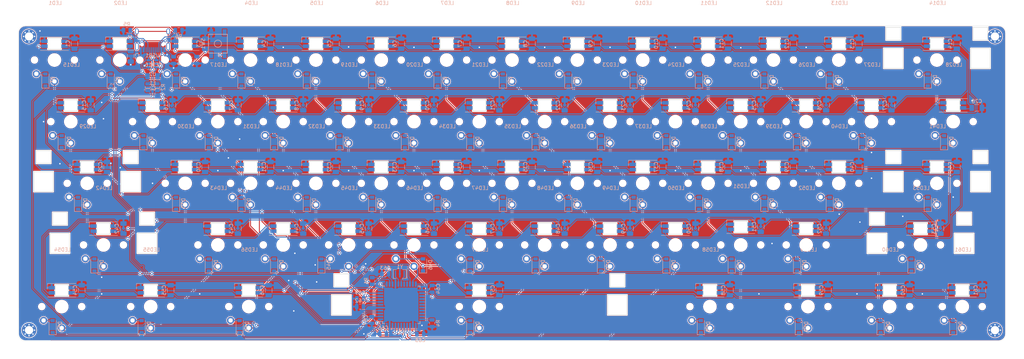
<source format=kicad_pcb>
(kicad_pcb (version 20171130) (host pcbnew "(5.1.4)-1")
  (layers (0 F.Cu signal) (31 B.Cu signal) (34 B.Paste user) (35 F.Paste user) (36 B.SilkS user) (37 F.SilkS user) (38 B.Mask user) (39 F.Mask user) (44 Edge.Cuts user))
  (net 0 "")
  (net 1 "Net-(D1-Pad2)")
  (net 2 "Net-(D2-Pad2)")
  (net 3 "Net-(D3-Pad2)")
  (net 4 "Net-(D4-Pad2)")
  (net 5 "Net-(D5-Pad2)")
  (net 6 "Net-(D6-Pad2)")
  (net 7 "Net-(D7-Pad2)")
  (net 8 "Net-(D8-Pad2)")
  (net 9 "Net-(D9-Pad2)")
  (net 10 "Net-(D10-Pad2)")
  (net 11 "Net-(D11-Pad2)")
  (net 12 "Net-(D12-Pad2)")
  (net 13 "Net-(D13-Pad2)")
  (net 14 "Net-(D14-Pad2)")
  (net 15 "Net-(D15-Pad2)")
  (net 16 "Net-(D16-Pad2)")
  (net 17 "Net-(D17-Pad2)")
  (net 18 "Net-(D18-Pad2)")
  (net 19 "Net-(D19-Pad2)")
  (net 20 "Net-(D20-Pad2)")
  (net 21 "Net-(D21-Pad2)")
  (net 22 "Net-(D22-Pad2)")
  (net 23 "Net-(D23-Pad2)")
  (net 24 "Net-(D24-Pad2)")
  (net 25 "Net-(D25-Pad2)")
  (net 26 "Net-(D26-Pad2)")
  (net 27 "Net-(D27-Pad2)")
  (net 28 "Net-(D28-Pad2)")
  (net 29 "Net-(D29-Pad2)")
  (net 30 "Net-(D30-Pad2)")
  (net 31 "Net-(D31-Pad2)")
  (net 32 "Net-(D32-Pad2)")
  (net 33 "Net-(D33-Pad2)")
  (net 34 "Net-(D34-Pad2)")
  (net 35 "Net-(D35-Pad2)")
  (net 36 "Net-(D36-Pad2)")
  (net 37 "Net-(D37-Pad2)")
  (net 38 "Net-(D38-Pad2)")
  (net 39 "Net-(D39-Pad2)")
  (net 40 "Net-(D40-Pad2)")
  (net 41 "Net-(D41-Pad2)")
  (net 42 "Net-(D42-Pad2)")
  (net 43 "Net-(D43-Pad2)")
  (net 44 "Net-(D44-Pad2)")
  (net 45 "Net-(D45-Pad2)")
  (net 46 "Net-(D46-Pad2)")
  (net 47 "Net-(D47-Pad2)")
  (net 48 "Net-(D48-Pad2)")
  (net 49 "Net-(D49-Pad2)")
  (net 50 "Net-(D50-Pad2)")
  (net 51 "Net-(D51-Pad2)")
  (net 52 "Net-(D52-Pad2)")
  (net 53 "Net-(D53-Pad2)")
  (net 54 "Net-(D54-Pad2)")
  (net 55 "Net-(D55-Pad2)")
  (net 56 "Net-(D56-Pad2)")
  (net 57 "Net-(D57-Pad2)")
  (net 58 "Net-(D58-Pad2)")
  (net 59 "Net-(D59-Pad2)")
  (net 60 "Net-(D60-Pad2)")
  (net 61 "Net-(D61-Pad2)")
  (net 62 +5V)
  (net 63 "Net-(LED1-Pad2)")
  (net 64 GND)
  (net 65 "Net-(LED2-Pad2)")
  (net 66 "Net-(LED3-Pad2)")
  (net 67 "Net-(LED4-Pad2)")
  (net 68 "Net-(LED5-Pad2)")
  (net 69 "Net-(LED6-Pad2)")
  (net 70 "Net-(LED7-Pad2)")
  (net 71 "Net-(LED8-Pad2)")
  (net 72 "Net-(LED10-Pad4)")
  (net 73 "Net-(LED10-Pad2)")
  (net 74 "Net-(LED11-Pad2)")
  (net 75 "Net-(LED12-Pad2)")
  (net 76 "Net-(LED13-Pad2)")
  (net 77 "Net-(LED14-Pad2)")
  (net 78 "Net-(LED15-Pad2)")
  (net 79 "Net-(LED29-Pad2)")
  (net 80 "Net-(LED30-Pad2)")
  (net 81 "Net-(LED31-Pad2)")
  (net 82 "Net-(LED32-Pad2)")
  (net 83 "Net-(LED33-Pad2)")
  (net 84 "Net-(LED34-Pad2)")
  (net 85 "Net-(LED35-Pad2)")
  (net 86 "Net-(LED36-Pad2)")
  (net 87 "Net-(LED37-Pad2)")
  (net 88 "Net-(LED38-Pad2)")
  (net 89 "Net-(LED39-Pad2)")
  (net 90 "Net-(LED40-Pad2)")
  (net 91 "Net-(LED41-Pad2)")
  (net 92 "Net-(LED42-Pad2)")
  (net 93 "Net-(LED54-Pad2)")
  (net 94 "Net-(LED55-Pad2)")
  (net 95 "Net-(LED56-Pad2)")
  (net 96 "Net-(LED57-Pad2)")
  (net 97 "Net-(LED58-Pad2)")
  (net 98 "Net-(LED59-Pad2)")
  (net 99 "Net-(LED60-Pad2)")
  (net 100 "Net-(LED61-Pad2)")
  (net 101 "Net-(C62-Pad1)")
  (net 102 "Net-(C68-Pad2)")
  (net 103 VCC)
  (net 104 "Net-(R1-Pad2)")
  (net 105 D+)
  (net 106 DP+)
  (net 107 D-)
  (net 108 DP-)
  (net 109 "Net-(R4-Pad2)")
  (net 110 "Net-(R5-Pad1)")
  (net 111 "Net-(R6-Pad1)")
  (net 112 "Net-(U1-Pad42)")
  (net 113 "Net-(U1-Pad32)")
  (net 114 "Net-(U1-Pad31)")
  (net 115 "Net-(U1-Pad30)")
  (net 116 "Net-(U1-Pad29)")
  (net 117 "Net-(U1-Pad28)")
  (net 118 "Net-(U1-Pad27)")
  (net 119 "Net-(U1-Pad26)")
  (net 120 "Net-(U1-Pad25)")
  (net 121 "Net-(U1-Pad19)")
  (net 122 "Net-(U1-Pad18)")
  (net 123 "Net-(U1-Pad17)")
  (net 124 "Net-(U1-Pad16)")
  (net 125 "Net-(USB1-Pad3)")
  (net 126 "Net-(USB1-Pad9)")
  (net 127 RGB)
  (net 128 "Net-(LED15-Pad4)")
  (net 129 "Net-(LED16-Pad4)")
  (net 130 "Net-(LED17-Pad4)")
  (net 131 "Net-(LED18-Pad4)")
  (net 132 "Net-(LED19-Pad4)")
  (net 133 "Net-(LED20-Pad4)")
  (net 134 "Net-(LED21-Pad4)")
  (net 135 "Net-(LED22-Pad4)")
  (net 136 "Net-(LED23-Pad4)")
  (net 137 "Net-(LED24-Pad4)")
  (net 138 "Net-(LED25-Pad4)")
  (net 139 "Net-(LED26-Pad4)")
  (net 140 "Net-(LED27-Pad4)")
  (net 141 "Net-(LED42-Pad4)")
  (net 142 "Net-(LED43-Pad4)")
  (net 143 "Net-(LED44-Pad4)")
  (net 144 "Net-(LED45-Pad4)")
  (net 145 "Net-(LED46-Pad4)")
  (net 146 "Net-(LED47-Pad4)")
  (net 147 "Net-(LED48-Pad4)")
  (net 148 "Net-(LED49-Pad4)")
  (net 149 "Net-(LED50-Pad4)")
  (net 150 "Net-(LED51-Pad4)")
  (net 151 "Net-(LED52-Pad4)")
  (net 152 row0)
  (net 153 row1)
  (net 154 row2)
  (net 155 row3)
  (net 156 row4)
  (net 157 col0)
  (net 158 col1)
  (net 159 col2)
  (net 160 col3)
  (net 161 col4)
  (net 162 col5)
  (net 163 col6)
  (net 164 col7)
  (net 165 col8)
  (net 166 col9)
  (net 167 col10)
  (net 168 col11)
  (net 169 col12)
  (net 170 col13)
  (module Capacitor_SMD:C_1206_3216Metric (layer B.Cu) (at 279.5 87 270)
    (fp_text reference C61 (at 0 1.82 90) (layer B.SilkS) (effects (justify mirror)))
    (fp_text value 100uF)
    (pad 2 smd roundrect (at 1.4 0 270) (size 1.25 1.75) (layers B.Cu B.Paste B.Mask) (roundrect_rratio 0.2) (net 62 +5V))
    (pad 1 smd roundrect (at -1.4 0 270) (size 1.25 1.75) (layers B.Cu B.Paste B.Mask) (roundrect_rratio 0.2) (net 64 GND))
  )
  (module Capacitor_SMD:C_1206_3216Metric (layer B.Cu) (at 259.5 87 270)
    (fp_text reference C60 (at 0 1.82 90) (layer B.SilkS) (effects (justify mirror)))
    (fp_text value 100uF)
    (pad 2 smd roundrect (at 1.4 0 270) (size 1.25 1.75) (layers B.Cu B.Paste B.Mask) (roundrect_rratio 0.2) (net 62 +5V))
    (pad 1 smd roundrect (at -1.4 0 270) (size 1.25 1.75) (layers B.Cu B.Paste B.Mask) (roundrect_rratio 0.2) (net 64 GND))
  )
  (module Capacitor_SMD:C_1206_3216Metric (layer B.Cu) (at 237 87 270)
    (fp_text reference C59 (at 0 1.82 90) (layer B.SilkS) (effects (justify mirror)))
    (fp_text value 100uF)
    (pad 2 smd roundrect (at 1.4 0 270) (size 1.25 1.75) (layers B.Cu B.Paste B.Mask) (roundrect_rratio 0.2) (net 62 +5V))
    (pad 1 smd roundrect (at -1.4 0 270) (size 1.25 1.75) (layers B.Cu B.Paste B.Mask) (roundrect_rratio 0.2) (net 64 GND))
  )
  (module Capacitor_SMD:C_1206_3216Metric (layer B.Cu) (at 210 87 270)
    (fp_text reference C58 (at 0 1.82 90) (layer B.SilkS) (effects (justify mirror)))
    (fp_text value 100uF)
    (pad 2 smd roundrect (at 1.4 0 270) (size 1.25 1.75) (layers B.Cu B.Paste B.Mask) (roundrect_rratio 0.2) (net 62 +5V))
    (pad 1 smd roundrect (at -1.4 0 270) (size 1.25 1.75) (layers B.Cu B.Paste B.Mask) (roundrect_rratio 0.2) (net 64 GND))
  )
  (module Capacitor_SMD:C_1206_3216Metric (layer B.Cu) (at 146.5 87 270)
    (fp_text reference C57 (at 0 1.82 90) (layer B.SilkS) (effects (justify mirror)))
    (fp_text value 100uF)
    (pad 2 smd roundrect (at 1.4 0 270) (size 1.25 1.75) (layers B.Cu B.Paste B.Mask) (roundrect_rratio 0.2) (net 62 +5V))
    (pad 1 smd roundrect (at -1.4 0 270) (size 1.25 1.75) (layers B.Cu B.Paste B.Mask) (roundrect_rratio 0.2) (net 64 GND))
  )
  (module Capacitor_SMD:C_1206_3216Metric (layer B.Cu) (at 83 87 270)
    (fp_text reference C56 (at 0 1.82 90) (layer B.SilkS) (effects (justify mirror)))
    (fp_text value 100uF)
    (pad 2 smd roundrect (at 1.4 0 270) (size 1.25 1.75) (layers B.Cu B.Paste B.Mask) (roundrect_rratio 0.2) (net 62 +5V))
    (pad 1 smd roundrect (at -1.4 0 270) (size 1.25 1.75) (layers B.Cu B.Paste B.Mask) (roundrect_rratio 0.2) (net 64 GND))
  )
  (module Capacitor_SMD:C_1206_3216Metric (layer B.Cu) (at 56 87 270)
    (fp_text reference C55 (at 0 1.82 90) (layer B.SilkS) (effects (justify mirror)))
    (fp_text value 100uF)
    (pad 2 smd roundrect (at 1.4 0 270) (size 1.25 1.75) (layers B.Cu B.Paste B.Mask) (roundrect_rratio 0.2) (net 62 +5V))
    (pad 1 smd roundrect (at -1.4 0 270) (size 1.25 1.75) (layers B.Cu B.Paste B.Mask) (roundrect_rratio 0.2) (net 64 GND))
  )
  (module Capacitor_SMD:C_1206_3216Metric (layer B.Cu) (at 31.5 87 270)
    (fp_text reference C54 (at 0 1.82 90) (layer B.SilkS) (effects (justify mirror)))
    (fp_text value 100uF)
    (pad 2 smd roundrect (at 1.4 0 270) (size 1.25 1.75) (layers B.Cu B.Paste B.Mask) (roundrect_rratio 0.2) (net 62 +5V))
    (pad 1 smd roundrect (at -1.4 0 270) (size 1.25 1.75) (layers B.Cu B.Paste B.Mask) (roundrect_rratio 0.2) (net 64 GND))
  )
  (module Capacitor_SMD:C_1206_3216Metric (layer B.Cu) (at 268 70 270)
    (fp_text reference C53 (at 0 1.82 90) (layer B.SilkS) (effects (justify mirror)))
    (fp_text value 100uF)
    (pad 2 smd roundrect (at 1.4 0 270) (size 1.25 1.75) (layers B.Cu B.Paste B.Mask) (roundrect_rratio 0.2) (net 62 +5V))
    (pad 1 smd roundrect (at -1.4 0 270) (size 1.25 1.75) (layers B.Cu B.Paste B.Mask) (roundrect_rratio 0.2) (net 64 GND))
  )
  (module Capacitor_SMD:C_1206_3216Metric (layer B.Cu) (at 236.5 70 270)
    (fp_text reference C52 (at 0 1.82 90) (layer B.SilkS) (effects (justify mirror)))
    (fp_text value 100uF)
    (pad 2 smd roundrect (at 1.4 0 270) (size 1.25 1.75) (layers B.Cu B.Paste B.Mask) (roundrect_rratio 0.2) (net 62 +5V))
    (pad 1 smd roundrect (at -1.4 0 270) (size 1.25 1.75) (layers B.Cu B.Paste B.Mask) (roundrect_rratio 0.2) (net 64 GND))
  )
  (module Capacitor_SMD:C_1206_3216Metric (layer B.Cu) (at 218.5 69.5 270)
    (fp_text reference C51 (at 0 1.82 90) (layer B.SilkS) (effects (justify mirror)))
    (fp_text value 100uF)
    (pad 2 smd roundrect (at 1.4 0 270) (size 1.25 1.75) (layers B.Cu B.Paste B.Mask) (roundrect_rratio 0.2) (net 62 +5V))
    (pad 1 smd roundrect (at -1.4 0 270) (size 1.25 1.75) (layers B.Cu B.Paste B.Mask) (roundrect_rratio 0.2) (net 64 GND))
  )
  (module Capacitor_SMD:C_1206_3216Metric (layer B.Cu) (at 200.5 70 270)
    (fp_text reference C50 (at 0 1.82 90) (layer B.SilkS) (effects (justify mirror)))
    (fp_text value 100uF)
    (pad 2 smd roundrect (at 1.4 0 270) (size 1.25 1.75) (layers B.Cu B.Paste B.Mask) (roundrect_rratio 0.2) (net 62 +5V))
    (pad 1 smd roundrect (at -1.4 0 270) (size 1.25 1.75) (layers B.Cu B.Paste B.Mask) (roundrect_rratio 0.2) (net 64 GND))
  )
  (module Capacitor_SMD:C_1206_3216Metric (layer B.Cu) (at 182.5 70 270)
    (fp_text reference C49 (at 0 1.82 90) (layer B.SilkS) (effects (justify mirror)))
    (fp_text value 100uF)
    (pad 2 smd roundrect (at 1.4 0 270) (size 1.25 1.75) (layers B.Cu B.Paste B.Mask) (roundrect_rratio 0.2) (net 62 +5V))
    (pad 1 smd roundrect (at -1.4 0 270) (size 1.25 1.75) (layers B.Cu B.Paste B.Mask) (roundrect_rratio 0.2) (net 64 GND))
  )
  (module Capacitor_SMD:C_1206_3216Metric (layer B.Cu) (at 164.5 70 270)
    (fp_text reference C48 (at 0 1.82 90) (layer B.SilkS) (effects (justify mirror)))
    (fp_text value 100uF)
    (pad 2 smd roundrect (at 1.4 0 270) (size 1.25 1.75) (layers B.Cu B.Paste B.Mask) (roundrect_rratio 0.2) (net 62 +5V))
    (pad 1 smd roundrect (at -1.4 0 270) (size 1.25 1.75) (layers B.Cu B.Paste B.Mask) (roundrect_rratio 0.2) (net 64 GND))
  )
  (module Capacitor_SMD:C_1206_3216Metric (layer B.Cu) (at 146.5 70 270)
    (fp_text reference C47 (at 0 1.82 90) (layer B.SilkS) (effects (justify mirror)))
    (fp_text value 100uF)
    (pad 2 smd roundrect (at 1.4 0 270) (size 1.25 1.75) (layers B.Cu B.Paste B.Mask) (roundrect_rratio 0.2) (net 62 +5V))
    (pad 1 smd roundrect (at -1.4 0 270) (size 1.25 1.75) (layers B.Cu B.Paste B.Mask) (roundrect_rratio 0.2) (net 64 GND))
  )
  (module Capacitor_SMD:C_1206_3216Metric (layer B.Cu) (at 128.5 70 270)
    (fp_text reference C46 (at 0 1.82 90) (layer B.SilkS) (effects (justify mirror)))
    (fp_text value 100uF)
    (pad 2 smd roundrect (at 1.4 0 270) (size 1.25 1.75) (layers B.Cu B.Paste B.Mask) (roundrect_rratio 0.2) (net 62 +5V))
    (pad 1 smd roundrect (at -1.4 0 270) (size 1.25 1.75) (layers B.Cu B.Paste B.Mask) (roundrect_rratio 0.2) (net 64 GND))
  )
  (module Capacitor_SMD:C_1206_3216Metric (layer B.Cu) (at 110.5 70 270)
    (fp_text reference C45 (at 0 1.82 90) (layer B.SilkS) (effects (justify mirror)))
    (fp_text value 100uF)
    (pad 2 smd roundrect (at 1.4 0 270) (size 1.25 1.75) (layers B.Cu B.Paste B.Mask) (roundrect_rratio 0.2) (net 62 +5V))
    (pad 1 smd roundrect (at -1.4 0 270) (size 1.25 1.75) (layers B.Cu B.Paste B.Mask) (roundrect_rratio 0.2) (net 64 GND))
  )
  (module Capacitor_SMD:C_1206_3216Metric (layer B.Cu) (at 92.5 70 270)
    (fp_text reference C44 (at 0 1.82 90) (layer B.SilkS) (effects (justify mirror)))
    (fp_text value 100uF)
    (pad 2 smd roundrect (at 1.4 0 270) (size 1.25 1.75) (layers B.Cu B.Paste B.Mask) (roundrect_rratio 0.2) (net 62 +5V))
    (pad 1 smd roundrect (at -1.4 0 270) (size 1.25 1.75) (layers B.Cu B.Paste B.Mask) (roundrect_rratio 0.2) (net 64 GND))
  )
  (module Capacitor_SMD:C_1206_3216Metric (layer B.Cu) (at 74.5 70 270)
    (fp_text reference C43 (at 0 1.82 90) (layer B.SilkS) (effects (justify mirror)))
    (fp_text value 100uF)
    (pad 2 smd roundrect (at 1.4 0 270) (size 1.25 1.75) (layers B.Cu B.Paste B.Mask) (roundrect_rratio 0.2) (net 62 +5V))
    (pad 1 smd roundrect (at -1.4 0 270) (size 1.25 1.75) (layers B.Cu B.Paste B.Mask) (roundrect_rratio 0.2) (net 64 GND))
  )
  (module Capacitor_SMD:C_1206_3216Metric (layer B.Cu) (at 43 70 270)
    (fp_text reference C42 (at 0 1.82 90) (layer B.SilkS) (effects (justify mirror)))
    (fp_text value 100uF)
    (pad 2 smd roundrect (at 1.4 0 270) (size 1.25 1.75) (layers B.Cu B.Paste B.Mask) (roundrect_rratio 0.2) (net 62 +5V))
    (pad 1 smd roundrect (at -1.4 0 270) (size 1.25 1.75) (layers B.Cu B.Paste B.Mask) (roundrect_rratio 0.2) (net 64 GND))
  )
  (module Capacitor_SMD:C_1206_3216Metric (layer B.Cu) (at 272.5 53 270)
    (fp_text reference C41 (at 0 1.82 90) (layer B.SilkS) (effects (justify mirror)))
    (fp_text value 100uF)
    (pad 2 smd roundrect (at 1.4 0 270) (size 1.25 1.75) (layers B.Cu B.Paste B.Mask) (roundrect_rratio 0.2) (net 62 +5V))
    (pad 1 smd roundrect (at -1.4 0 270) (size 1.25 1.75) (layers B.Cu B.Paste B.Mask) (roundrect_rratio 0.2) (net 64 GND))
  )
  (module Capacitor_SMD:C_1206_3216Metric (layer B.Cu) (at 245.5 53 270)
    (fp_text reference C40 (at 0 1.82 90) (layer B.SilkS) (effects (justify mirror)))
    (fp_text value 100uF)
    (pad 2 smd roundrect (at 1.4 0 270) (size 1.25 1.75) (layers B.Cu B.Paste B.Mask) (roundrect_rratio 0.2) (net 62 +5V))
    (pad 1 smd roundrect (at -1.4 0 270) (size 1.25 1.75) (layers B.Cu B.Paste B.Mask) (roundrect_rratio 0.2) (net 64 GND))
  )
  (module Capacitor_SMD:C_1206_3216Metric (layer B.Cu) (at 227.5 53 270)
    (fp_text reference C39 (at 0 1.82 90) (layer B.SilkS) (effects (justify mirror)))
    (fp_text value 100uF)
    (pad 2 smd roundrect (at 1.4 0 270) (size 1.25 1.75) (layers B.Cu B.Paste B.Mask) (roundrect_rratio 0.2) (net 62 +5V))
    (pad 1 smd roundrect (at -1.4 0 270) (size 1.25 1.75) (layers B.Cu B.Paste B.Mask) (roundrect_rratio 0.2) (net 64 GND))
  )
  (module Capacitor_SMD:C_1206_3216Metric (layer B.Cu) (at 209.5 53 270)
    (fp_text reference C38 (at 0 1.82 90) (layer B.SilkS) (effects (justify mirror)))
    (fp_text value 100uF)
    (pad 2 smd roundrect (at 1.4 0 270) (size 1.25 1.75) (layers B.Cu B.Paste B.Mask) (roundrect_rratio 0.2) (net 62 +5V))
    (pad 1 smd roundrect (at -1.4 0 270) (size 1.25 1.75) (layers B.Cu B.Paste B.Mask) (roundrect_rratio 0.2) (net 64 GND))
  )
  (module Capacitor_SMD:C_1206_3216Metric (layer B.Cu) (at 191.5 53 270)
    (fp_text reference C37 (at 0 1.82 90) (layer B.SilkS) (effects (justify mirror)))
    (fp_text value 100uF)
    (pad 2 smd roundrect (at 1.4 0 270) (size 1.25 1.75) (layers B.Cu B.Paste B.Mask) (roundrect_rratio 0.2) (net 62 +5V))
    (pad 1 smd roundrect (at -1.4 0 270) (size 1.25 1.75) (layers B.Cu B.Paste B.Mask) (roundrect_rratio 0.2) (net 64 GND))
  )
  (module Capacitor_SMD:C_1206_3216Metric (layer B.Cu) (at 173.5 53 270)
    (fp_text reference C36 (at 0 1.82 90) (layer B.SilkS) (effects (justify mirror)))
    (fp_text value 100uF)
    (pad 2 smd roundrect (at 1.4 0 270) (size 1.25 1.75) (layers B.Cu B.Paste B.Mask) (roundrect_rratio 0.2) (net 62 +5V))
    (pad 1 smd roundrect (at -1.4 0 270) (size 1.25 1.75) (layers B.Cu B.Paste B.Mask) (roundrect_rratio 0.2) (net 64 GND))
  )
  (module Capacitor_SMD:C_1206_3216Metric (layer B.Cu) (at 155.5 53 270)
    (fp_text reference C35 (at 0 1.82 90) (layer B.SilkS) (effects (justify mirror)))
    (fp_text value 100uF)
    (pad 2 smd roundrect (at 1.4 0 270) (size 1.25 1.75) (layers B.Cu B.Paste B.Mask) (roundrect_rratio 0.2) (net 62 +5V))
    (pad 1 smd roundrect (at -1.4 0 270) (size 1.25 1.75) (layers B.Cu B.Paste B.Mask) (roundrect_rratio 0.2) (net 64 GND))
  )
  (module Capacitor_SMD:C_1206_3216Metric (layer B.Cu) (at 137.5 53 270)
    (fp_text reference C34 (at 0 1.82 90) (layer B.SilkS) (effects (justify mirror)))
    (fp_text value 100uF)
    (pad 2 smd roundrect (at 1.4 0 270) (size 1.25 1.75) (layers B.Cu B.Paste B.Mask) (roundrect_rratio 0.2) (net 62 +5V))
    (pad 1 smd roundrect (at -1.4 0 270) (size 1.25 1.75) (layers B.Cu B.Paste B.Mask) (roundrect_rratio 0.2) (net 64 GND))
  )
  (module Capacitor_SMD:C_1206_3216Metric (layer B.Cu) (at 119.5 53 270)
    (fp_text reference C33 (at 0 1.82 90) (layer B.SilkS) (effects (justify mirror)))
    (fp_text value 100uF)
    (pad 2 smd roundrect (at 1.4 0 270) (size 1.25 1.75) (layers B.Cu B.Paste B.Mask) (roundrect_rratio 0.2) (net 62 +5V))
    (pad 1 smd roundrect (at -1.4 0 270) (size 1.25 1.75) (layers B.Cu B.Paste B.Mask) (roundrect_rratio 0.2) (net 64 GND))
  )
  (module Capacitor_SMD:C_1206_3216Metric (layer B.Cu) (at 101.5 53 270)
    (fp_text reference C32 (at 0 1.82 90) (layer B.SilkS) (effects (justify mirror)))
    (fp_text value 100uF)
    (pad 2 smd roundrect (at 1.4 0 270) (size 1.25 1.75) (layers B.Cu B.Paste B.Mask) (roundrect_rratio 0.2) (net 62 +5V))
    (pad 1 smd roundrect (at -1.4 0 270) (size 1.25 1.75) (layers B.Cu B.Paste B.Mask) (roundrect_rratio 0.2) (net 64 GND))
  )
  (module Capacitor_SMD:C_1206_3216Metric (layer B.Cu) (at 83.5 53 270)
    (fp_text reference C31 (at 0 1.82 90) (layer B.SilkS) (effects (justify mirror)))
    (fp_text value 100uF)
    (pad 2 smd roundrect (at 1.4 0 270) (size 1.25 1.75) (layers B.Cu B.Paste B.Mask) (roundrect_rratio 0.2) (net 62 +5V))
    (pad 1 smd roundrect (at -1.4 0 270) (size 1.25 1.75) (layers B.Cu B.Paste B.Mask) (roundrect_rratio 0.2) (net 64 GND))
  )
  (module Capacitor_SMD:C_1206_3216Metric (layer B.Cu) (at 65.5 53 270)
    (fp_text reference C30 (at 0 1.82 90) (layer B.SilkS) (effects (justify mirror)))
    (fp_text value 100uF)
    (pad 2 smd roundrect (at 1.4 0 270) (size 1.25 1.75) (layers B.Cu B.Paste B.Mask) (roundrect_rratio 0.2) (net 62 +5V))
    (pad 1 smd roundrect (at -1.4 0 270) (size 1.25 1.75) (layers B.Cu B.Paste B.Mask) (roundrect_rratio 0.2) (net 64 GND))
  )
  (module Capacitor_SMD:C_1206_3216Metric (layer B.Cu) (at 38.5 53 270)
    (fp_text reference C29 (at 0 1.82 90) (layer B.SilkS) (effects (justify mirror)))
    (fp_text value 100uF)
    (pad 2 smd roundrect (at 1.4 0 270) (size 1.25 1.75) (layers B.Cu B.Paste B.Mask) (roundrect_rratio 0.2) (net 62 +5V))
    (pad 1 smd roundrect (at -1.4 0 270) (size 1.25 1.75) (layers B.Cu B.Paste B.Mask) (roundrect_rratio 0.2) (net 64 GND))
  )
  (module Capacitor_SMD:C_1206_3216Metric (layer B.Cu) (at 278 36.7 180)
    (fp_text reference C28 (at 0 1.82) (layer B.SilkS) (effects (justify mirror)))
    (fp_text value 100uF)
    (pad 2 smd roundrect (at 1.4 0 180) (size 1.25 1.75) (layers B.Cu B.Paste B.Mask) (roundrect_rratio 0.2) (net 62 +5V))
    (pad 1 smd roundrect (at -1.4 0 180) (size 1.25 1.75) (layers B.Cu B.Paste B.Mask) (roundrect_rratio 0.2) (net 64 GND))
  )
  (module Capacitor_SMD:C_1206_3216Metric (layer B.Cu) (at 254.5 36 270)
    (fp_text reference C27 (at 0 1.82 90) (layer B.SilkS) (effects (justify mirror)))
    (fp_text value 100uF)
    (pad 2 smd roundrect (at 1.4 0 270) (size 1.25 1.75) (layers B.Cu B.Paste B.Mask) (roundrect_rratio 0.2) (net 62 +5V))
    (pad 1 smd roundrect (at -1.4 0 270) (size 1.25 1.75) (layers B.Cu B.Paste B.Mask) (roundrect_rratio 0.2) (net 64 GND))
  )
  (module Capacitor_SMD:C_1206_3216Metric (layer B.Cu) (at 236.5 36 270)
    (fp_text reference C26 (at 0 1.82 90) (layer B.SilkS) (effects (justify mirror)))
    (fp_text value 100uF)
    (pad 2 smd roundrect (at 1.4 0 270) (size 1.25 1.75) (layers B.Cu B.Paste B.Mask) (roundrect_rratio 0.2) (net 62 +5V))
    (pad 1 smd roundrect (at -1.4 0 270) (size 1.25 1.75) (layers B.Cu B.Paste B.Mask) (roundrect_rratio 0.2) (net 64 GND))
  )
  (module Capacitor_SMD:C_1206_3216Metric (layer B.Cu) (at 218.5 36 270)
    (fp_text reference C25 (at 0 1.82 90) (layer B.SilkS) (effects (justify mirror)))
    (fp_text value 100uF)
    (pad 2 smd roundrect (at 1.4 0 270) (size 1.25 1.75) (layers B.Cu B.Paste B.Mask) (roundrect_rratio 0.2) (net 62 +5V))
    (pad 1 smd roundrect (at -1.4 0 270) (size 1.25 1.75) (layers B.Cu B.Paste B.Mask) (roundrect_rratio 0.2) (net 64 GND))
  )
  (module Capacitor_SMD:C_1206_3216Metric (layer B.Cu) (at 200.5 36 270)
    (fp_text reference C24 (at 0 1.82 90) (layer B.SilkS) (effects (justify mirror)))
    (fp_text value 100uF)
    (pad 2 smd roundrect (at 1.4 0 270) (size 1.25 1.75) (layers B.Cu B.Paste B.Mask) (roundrect_rratio 0.2) (net 62 +5V))
    (pad 1 smd roundrect (at -1.4 0 270) (size 1.25 1.75) (layers B.Cu B.Paste B.Mask) (roundrect_rratio 0.2) (net 64 GND))
  )
  (module Capacitor_SMD:C_1206_3216Metric (layer B.Cu) (at 182.5 36 270)
    (fp_text reference C23 (at 0 1.82 90) (layer B.SilkS) (effects (justify mirror)))
    (fp_text value 100uF)
    (pad 2 smd roundrect (at 1.4 0 270) (size 1.25 1.75) (layers B.Cu B.Paste B.Mask) (roundrect_rratio 0.2) (net 62 +5V))
    (pad 1 smd roundrect (at -1.4 0 270) (size 1.25 1.75) (layers B.Cu B.Paste B.Mask) (roundrect_rratio 0.2) (net 64 GND))
  )
  (module Capacitor_SMD:C_1206_3216Metric (layer B.Cu) (at 164.5 36 270)
    (fp_text reference C22 (at 0 1.82 90) (layer B.SilkS) (effects (justify mirror)))
    (fp_text value 100uF)
    (pad 2 smd roundrect (at 1.4 0 270) (size 1.25 1.75) (layers B.Cu B.Paste B.Mask) (roundrect_rratio 0.2) (net 62 +5V))
    (pad 1 smd roundrect (at -1.4 0 270) (size 1.25 1.75) (layers B.Cu B.Paste B.Mask) (roundrect_rratio 0.2) (net 64 GND))
  )
  (module Capacitor_SMD:C_1206_3216Metric (layer B.Cu) (at 146.5 36 270)
    (fp_text reference C21 (at 0 1.82 90) (layer B.SilkS) (effects (justify mirror)))
    (fp_text value 100uF)
    (pad 2 smd roundrect (at 1.4 0 270) (size 1.25 1.75) (layers B.Cu B.Paste B.Mask) (roundrect_rratio 0.2) (net 62 +5V))
    (pad 1 smd roundrect (at -1.4 0 270) (size 1.25 1.75) (layers B.Cu B.Paste B.Mask) (roundrect_rratio 0.2) (net 64 GND))
  )
  (module Capacitor_SMD:C_1206_3216Metric (layer B.Cu) (at 128.5 36 270)
    (fp_text reference C20 (at 0 1.82 90) (layer B.SilkS) (effects (justify mirror)))
    (fp_text value 100uF)
    (pad 2 smd roundrect (at 1.4 0 270) (size 1.25 1.75) (layers B.Cu B.Paste B.Mask) (roundrect_rratio 0.2) (net 62 +5V))
    (pad 1 smd roundrect (at -1.4 0 270) (size 1.25 1.75) (layers B.Cu B.Paste B.Mask) (roundrect_rratio 0.2) (net 64 GND))
  )
  (module Capacitor_SMD:C_1206_3216Metric (layer B.Cu) (at 110.5 36 270)
    (fp_text reference C19 (at 0 1.82 90) (layer B.SilkS) (effects (justify mirror)))
    (fp_text value 100uF)
    (pad 2 smd roundrect (at 1.4 0 270) (size 1.25 1.75) (layers B.Cu B.Paste B.Mask) (roundrect_rratio 0.2) (net 62 +5V))
    (pad 1 smd roundrect (at -1.4 0 270) (size 1.25 1.75) (layers B.Cu B.Paste B.Mask) (roundrect_rratio 0.2) (net 64 GND))
  )
  (module Capacitor_SMD:C_1206_3216Metric (layer B.Cu) (at 92.5 36 270)
    (fp_text reference C18 (at 0 1.82 90) (layer B.SilkS) (effects (justify mirror)))
    (fp_text value 100uF)
    (pad 2 smd roundrect (at 1.4 0 270) (size 1.25 1.75) (layers B.Cu B.Paste B.Mask) (roundrect_rratio 0.2) (net 62 +5V))
    (pad 1 smd roundrect (at -1.4 0 270) (size 1.25 1.75) (layers B.Cu B.Paste B.Mask) (roundrect_rratio 0.2) (net 64 GND))
  )
  (module Capacitor_SMD:C_1206_3216Metric (layer B.Cu) (at 74.5 36 270)
    (fp_text reference C17 (at 0 1.82 90) (layer B.SilkS) (effects (justify mirror)))
    (fp_text value 100uF)
    (pad 2 smd roundrect (at 1.4 0 270) (size 1.25 1.75) (layers B.Cu B.Paste B.Mask) (roundrect_rratio 0.2) (net 62 +5V))
    (pad 1 smd roundrect (at -1.4 0 270) (size 1.25 1.75) (layers B.Cu B.Paste B.Mask) (roundrect_rratio 0.2) (net 64 GND))
  )
  (module Capacitor_SMD:C_1206_3216Metric (layer B.Cu) (at 56.5 36 270)
    (fp_text reference C16 (at 0 1.82 90) (layer B.SilkS) (effects (justify mirror)))
    (fp_text value 100uF)
    (pad 2 smd roundrect (at 1.4 0 270) (size 1.25 1.75) (layers B.Cu B.Paste B.Mask) (roundrect_rratio 0.2) (net 62 +5V))
    (pad 1 smd roundrect (at -1.4 0 270) (size 1.25 1.75) (layers B.Cu B.Paste B.Mask) (roundrect_rratio 0.2) (net 64 GND))
  )
  (module Capacitor_SMD:C_1206_3216Metric (layer B.Cu) (at 34 36 270)
    (fp_text reference C15 (at 0 1.82 90) (layer B.SilkS) (effects (justify mirror)))
    (fp_text value 100uF)
    (pad 2 smd roundrect (at 1.4 0 270) (size 1.25 1.75) (layers B.Cu B.Paste B.Mask) (roundrect_rratio 0.2) (net 62 +5V))
    (pad 1 smd roundrect (at -1.4 0 270) (size 1.25 1.75) (layers B.Cu B.Paste B.Mask) (roundrect_rratio 0.2) (net 64 GND))
  )
  (module Capacitor_SMD:C_1206_3216Metric (layer B.Cu) (at 272.5 19 270)
    (fp_text reference C14 (at 0 1.82 90) (layer B.SilkS) (effects (justify mirror)))
    (fp_text value 100uF)
    (pad 2 smd roundrect (at 1.4 0 270) (size 1.25 1.75) (layers B.Cu B.Paste B.Mask) (roundrect_rratio 0.2) (net 62 +5V))
    (pad 1 smd roundrect (at -1.4 0 270) (size 1.25 1.75) (layers B.Cu B.Paste B.Mask) (roundrect_rratio 0.2) (net 64 GND))
  )
  (module Capacitor_SMD:C_1206_3216Metric (layer B.Cu) (at 245.5 19 270)
    (fp_text reference C13 (at 0 1.82 90) (layer B.SilkS) (effects (justify mirror)))
    (fp_text value 100uF)
    (pad 2 smd roundrect (at 1.4 0 270) (size 1.25 1.75) (layers B.Cu B.Paste B.Mask) (roundrect_rratio 0.2) (net 62 +5V))
    (pad 1 smd roundrect (at -1.4 0 270) (size 1.25 1.75) (layers B.Cu B.Paste B.Mask) (roundrect_rratio 0.2) (net 64 GND))
  )
  (module Capacitor_SMD:C_1206_3216Metric (layer B.Cu) (at 227.5 19 270)
    (fp_text reference C12 (at 0 1.82 90) (layer B.SilkS) (effects (justify mirror)))
    (fp_text value 100uF)
    (pad 2 smd roundrect (at 1.4 0 270) (size 1.25 1.75) (layers B.Cu B.Paste B.Mask) (roundrect_rratio 0.2) (net 62 +5V))
    (pad 1 smd roundrect (at -1.4 0 270) (size 1.25 1.75) (layers B.Cu B.Paste B.Mask) (roundrect_rratio 0.2) (net 64 GND))
  )
  (module Capacitor_SMD:C_1206_3216Metric (layer B.Cu) (at 209.5 19 270)
    (fp_text reference C11 (at 0 1.82 90) (layer B.SilkS) (effects (justify mirror)))
    (fp_text value 100uF)
    (pad 2 smd roundrect (at 1.4 0 270) (size 1.25 1.75) (layers B.Cu B.Paste B.Mask) (roundrect_rratio 0.2) (net 62 +5V))
    (pad 1 smd roundrect (at -1.4 0 270) (size 1.25 1.75) (layers B.Cu B.Paste B.Mask) (roundrect_rratio 0.2) (net 64 GND))
  )
  (module Capacitor_SMD:C_1206_3216Metric (layer B.Cu) (at 191.5 19 270)
    (fp_text reference C10 (at 0 1.82 90) (layer B.SilkS) (effects (justify mirror)))
    (fp_text value 100uF)
    (pad 2 smd roundrect (at 1.4 0 270) (size 1.25 1.75) (layers B.Cu B.Paste B.Mask) (roundrect_rratio 0.2) (net 62 +5V))
    (pad 1 smd roundrect (at -1.4 0 270) (size 1.25 1.75) (layers B.Cu B.Paste B.Mask) (roundrect_rratio 0.2) (net 64 GND))
  )
  (module Capacitor_SMD:C_1206_3216Metric (layer B.Cu) (at 173.5 19 270)
    (fp_text reference C9 (at 0 1.82 90) (layer B.SilkS) (effects (justify mirror)))
    (fp_text value 100uF)
    (pad 2 smd roundrect (at 1.4 0 270) (size 1.25 1.75) (layers B.Cu B.Paste B.Mask) (roundrect_rratio 0.2) (net 62 +5V))
    (pad 1 smd roundrect (at -1.4 0 270) (size 1.25 1.75) (layers B.Cu B.Paste B.Mask) (roundrect_rratio 0.2) (net 64 GND))
  )
  (module Capacitor_SMD:C_1206_3216Metric (layer B.Cu) (at 155.5 19 270)
    (fp_text reference C8 (at 0 1.82 90) (layer B.SilkS) (effects (justify mirror)))
    (fp_text value 100uF)
    (pad 2 smd roundrect (at 1.4 0 270) (size 1.25 1.75) (layers B.Cu B.Paste B.Mask) (roundrect_rratio 0.2) (net 62 +5V))
    (pad 1 smd roundrect (at -1.4 0 270) (size 1.25 1.75) (layers B.Cu B.Paste B.Mask) (roundrect_rratio 0.2) (net 64 GND))
  )
  (module Capacitor_SMD:C_1206_3216Metric (layer B.Cu) (at 137.5 19 270)
    (fp_text reference C7 (at 0 1.82 90) (layer B.SilkS) (effects (justify mirror)))
    (fp_text value 100uF)
    (pad 2 smd roundrect (at 1.4 0 270) (size 1.25 1.75) (layers B.Cu B.Paste B.Mask) (roundrect_rratio 0.2) (net 62 +5V))
    (pad 1 smd roundrect (at -1.4 0 270) (size 1.25 1.75) (layers B.Cu B.Paste B.Mask) (roundrect_rratio 0.2) (net 64 GND))
  )
  (module Capacitor_SMD:C_1206_3216Metric (layer B.Cu) (at 119.5 19 270)
    (fp_text reference C6 (at 0 1.82 90) (layer B.SilkS) (effects (justify mirror)))
    (fp_text value 100uF)
    (pad 2 smd roundrect (at 1.4 0 270) (size 1.25 1.75) (layers B.Cu B.Paste B.Mask) (roundrect_rratio 0.2) (net 62 +5V))
    (pad 1 smd roundrect (at -1.4 0 270) (size 1.25 1.75) (layers B.Cu B.Paste B.Mask) (roundrect_rratio 0.2) (net 64 GND))
  )
  (module Capacitor_SMD:C_1206_3216Metric (layer B.Cu) (at 101.5 19 270)
    (fp_text reference C5 (at 0 1.82 90) (layer B.SilkS) (effects (justify mirror)))
    (fp_text value 100uF)
    (pad 2 smd roundrect (at 1.4 0 270) (size 1.25 1.75) (layers B.Cu B.Paste B.Mask) (roundrect_rratio 0.2) (net 62 +5V))
    (pad 1 smd roundrect (at -1.4 0 270) (size 1.25 1.75) (layers B.Cu B.Paste B.Mask) (roundrect_rratio 0.2) (net 64 GND))
  )
  (module Capacitor_SMD:C_1206_3216Metric (layer B.Cu) (at 83.5 19 270)
    (fp_text reference C4 (at 0 1.82 90) (layer B.SilkS) (effects (justify mirror)))
    (fp_text value 100uF)
    (pad 2 smd roundrect (at 1.4 0 270) (size 1.25 1.75) (layers B.Cu B.Paste B.Mask) (roundrect_rratio 0.2) (net 62 +5V))
    (pad 1 smd roundrect (at -1.4 0 270) (size 1.25 1.75) (layers B.Cu B.Paste B.Mask) (roundrect_rratio 0.2) (net 64 GND))
  )
  (module Capacitor_SMD:C_1206_3216Metric (layer B.Cu) (at 65.5 19 270)
    (fp_text reference C3 (at 0 1.82 90) (layer B.SilkS) (effects (justify mirror)))
    (fp_text value 100uF)
    (pad 2 smd roundrect (at 1.4 0 270) (size 1.25 1.75) (layers B.Cu B.Paste B.Mask) (roundrect_rratio 0.2) (net 62 +5V))
    (pad 1 smd roundrect (at -1.4 0 270) (size 1.25 1.75) (layers B.Cu B.Paste B.Mask) (roundrect_rratio 0.2) (net 64 GND))
  )
  (module Capacitor_SMD:C_1206_3216Metric (layer B.Cu) (at 45 22.5 90)
    (fp_text reference C2 (at 0 1.82 90) (layer B.SilkS) (effects (justify mirror)))
    (fp_text value 100uF)
    (pad 2 smd roundrect (at 1.4 0 90) (size 1.25 1.75) (layers B.Cu B.Paste B.Mask) (roundrect_rratio 0.2) (net 62 +5V))
    (pad 1 smd roundrect (at -1.4 0 90) (size 1.25 1.75) (layers B.Cu B.Paste B.Mask) (roundrect_rratio 0.2) (net 64 GND))
  )
  (module Capacitor_SMD:C_1206_3216Metric (layer B.Cu) (at 29.5 19 270)
    (fp_text reference C1 (at 0 1.82 90) (layer B.SilkS) (effects (justify mirror)))
    (fp_text value 100uF)
    (pad 2 smd roundrect (at 1.4 0 270) (size 1.25 1.75) (layers B.Cu B.Paste B.Mask) (roundrect_rratio 0.2) (net 62 +5V))
    (pad 1 smd roundrect (at -1.4 0 270) (size 1.25 1.75) (layers B.Cu B.Paste B.Mask) (roundrect_rratio 0.2) (net 64 GND))
  )
  (module Capacitor_SMD:C_0805_2012Metric (layer B.Cu) (at 128 86.6 90)
    (fp_text reference C64 (at 0 1.65 90) (layer B.SilkS) (effects (justify mirror)))
    (fp_text value 0.1uF)
    (pad 2 smd roundrect (at 0.9375 0 90) (size 0.975 1.4) (layers B.Cu B.Paste B.Mask) (net 64 GND))
    (pad 1 smd roundrect (at -0.9375 0 90) (size 0.975 1.4) (layers B.Cu B.Paste B.Mask) (net 62 +5V))
  )
  (module Capacitor_SMD:C_0805_2012Metric (layer B.Cu) (at 108.2 89.3 180)
    (fp_text reference C69 (at 0 1.65) (layer B.SilkS) (effects (justify mirror)))
    (fp_text value 0.1uF)
    (pad 2 smd roundrect (at 0.9375 0 180) (size 0.975 1.4) (layers B.Cu B.Paste B.Mask) (net 64 GND))
    (pad 1 smd roundrect (at -0.9375 0 180) (size 0.975 1.4) (layers B.Cu B.Paste B.Mask) (net 62 +5V))
  )
  (module kbd:YS-SK6812MINI-E (layer B.Cu) (at 60 19)
    (fp_text reference LED3 hide)
    (fp_text value YS-SK6812MINI-E hide)
    (fp_line (start 1.8 1.55) (end -1.8 1.55) (layer Edge.Cuts) (width 0.12))
    (fp_line (start 1.8 -1.55) (end 1.8 1.55) (layer Edge.Cuts) (width 0.12))
    (fp_line (start -1.8 -1.55) (end 1.8 -1.55) (layer Edge.Cuts) (width 0.12))
    (fp_line (start -1.8 1.55) (end -1.8 -1.55) (layer Edge.Cuts) (width 0.12))
    (pad 2 smd rect (at 2.75 -0.7) (size 1.7 1) (layers B.Cu B.Paste B.Mask) (net 66 "Net-(LED3-Pad2)"))
    (pad 1 smd rect (at 2.75 0.7) (size 1.7 1) (layers B.Cu B.Paste B.Mask) (net 62 +5V))
    (pad 3 smd rect (at -2.75 -0.7) (size 1.7 1) (layers B.Cu B.Paste B.Mask) (net 64 GND))
    (pad 4 smd rect (at -2.75 0.7) (size 1.7 1) (layers B.Cu B.Paste B.Mask) (net 65 "Net-(LED2-Pad2)"))
  )
  (module kbd:YS-SK6812MINI-E (layer B.Cu) (at 24 19)
    (fp_text reference LED1 (at 0.2 -11.2) (layer B.SilkS) (effects (justify mirror)))
    (fp_text value YS-SK6812MINI-E)
    (fp_line (start 1.8 1.55) (end -1.8 1.55) (layer Edge.Cuts) (width 0.12))
    (fp_line (start 1.8 -1.55) (end 1.8 1.55) (layer Edge.Cuts) (width 0.12))
    (fp_line (start -1.8 -1.55) (end 1.8 -1.55) (layer Edge.Cuts) (width 0.12))
    (fp_line (start -1.8 1.55) (end -1.8 -1.55) (layer Edge.Cuts) (width 0.12))
    (pad 2 smd rect (at 2.75 -0.7) (size 1.7 1) (layers B.Cu B.Paste B.Mask) (net 63 "Net-(LED1-Pad2)"))
    (pad 1 smd rect (at 2.75 0.7) (size 1.7 1) (layers B.Cu B.Paste B.Mask) (net 62 +5V))
    (pad 3 smd rect (at -2.75 -0.7) (size 1.7 1) (layers B.Cu B.Paste B.Mask) (net 64 GND))
    (pad 4 smd rect (at -2.75 0.7) (size 1.7 1) (layers B.Cu B.Paste B.Mask) (net 127 RGB))
  )
  (module kbd:YS-SK6812MINI-E (layer B.Cu) (at 42 19)
    (fp_text reference LED2 (at 0.2 -11.2) (layer B.SilkS) (effects (justify mirror)))
    (fp_text value YS-SK6812MINI-E)
    (fp_line (start 1.8 1.55) (end -1.8 1.55) (layer Edge.Cuts) (width 0.12))
    (fp_line (start 1.8 -1.55) (end 1.8 1.55) (layer Edge.Cuts) (width 0.12))
    (fp_line (start -1.8 -1.55) (end 1.8 -1.55) (layer Edge.Cuts) (width 0.12))
    (fp_line (start -1.8 1.55) (end -1.8 -1.55) (layer Edge.Cuts) (width 0.12))
    (pad 2 smd rect (at 2.75 -0.7) (size 1.7 1) (layers B.Cu B.Paste B.Mask) (net 65 "Net-(LED2-Pad2)"))
    (pad 1 smd rect (at 2.75 0.7) (size 1.7 1) (layers B.Cu B.Paste B.Mask) (net 62 +5V))
    (pad 3 smd rect (at -2.75 -0.7) (size 1.7 1) (layers B.Cu B.Paste B.Mask) (net 64 GND))
    (pad 4 smd rect (at -2.75 0.7) (size 1.7 1) (layers B.Cu B.Paste B.Mask) (net 63 "Net-(LED1-Pad2)"))
  )
  (module kbd:YS-SK6812MINI-E (layer B.Cu) (at 78 19)
    (fp_text reference LED4 (at 0.2 -11.2) (layer B.SilkS) (effects (justify mirror)))
    (fp_text value YS-SK6812MINI-E)
    (fp_line (start 1.8 1.55) (end -1.8 1.55) (layer Edge.Cuts) (width 0.12))
    (fp_line (start 1.8 -1.55) (end 1.8 1.55) (layer Edge.Cuts) (width 0.12))
    (fp_line (start -1.8 -1.55) (end 1.8 -1.55) (layer Edge.Cuts) (width 0.12))
    (fp_line (start -1.8 1.55) (end -1.8 -1.55) (layer Edge.Cuts) (width 0.12))
    (pad 2 smd rect (at 2.75 -0.7) (size 1.7 1) (layers B.Cu B.Paste B.Mask) (net 67 "Net-(LED4-Pad2)"))
    (pad 1 smd rect (at 2.75 0.7) (size 1.7 1) (layers B.Cu B.Paste B.Mask) (net 62 +5V))
    (pad 3 smd rect (at -2.75 -0.7) (size 1.7 1) (layers B.Cu B.Paste B.Mask) (net 64 GND))
    (pad 4 smd rect (at -2.75 0.7) (size 1.7 1) (layers B.Cu B.Paste B.Mask) (net 66 "Net-(LED3-Pad2)"))
  )
  (module kbd:YS-SK6812MINI-E (layer B.Cu) (at 96 19)
    (fp_text reference LED5 (at 0.2 -11.2) (layer B.SilkS) (effects (justify mirror)))
    (fp_text value YS-SK6812MINI-E)
    (fp_line (start 1.8 1.55) (end -1.8 1.55) (layer Edge.Cuts) (width 0.12))
    (fp_line (start 1.8 -1.55) (end 1.8 1.55) (layer Edge.Cuts) (width 0.12))
    (fp_line (start -1.8 -1.55) (end 1.8 -1.55) (layer Edge.Cuts) (width 0.12))
    (fp_line (start -1.8 1.55) (end -1.8 -1.55) (layer Edge.Cuts) (width 0.12))
    (pad 2 smd rect (at 2.75 -0.7) (size 1.7 1) (layers B.Cu B.Paste B.Mask) (net 68 "Net-(LED5-Pad2)"))
    (pad 1 smd rect (at 2.75 0.7) (size 1.7 1) (layers B.Cu B.Paste B.Mask) (net 62 +5V))
    (pad 3 smd rect (at -2.75 -0.7) (size 1.7 1) (layers B.Cu B.Paste B.Mask) (net 64 GND))
    (pad 4 smd rect (at -2.75 0.7) (size 1.7 1) (layers B.Cu B.Paste B.Mask) (net 67 "Net-(LED4-Pad2)"))
  )
  (module kbd:YS-SK6812MINI-E (layer B.Cu) (at 114 19)
    (fp_text reference LED6 (at 0.2 -11.2) (layer B.SilkS) (effects (justify mirror)))
    (fp_text value YS-SK6812MINI-E)
    (fp_line (start 1.8 1.55) (end -1.8 1.55) (layer Edge.Cuts) (width 0.12))
    (fp_line (start 1.8 -1.55) (end 1.8 1.55) (layer Edge.Cuts) (width 0.12))
    (fp_line (start -1.8 -1.55) (end 1.8 -1.55) (layer Edge.Cuts) (width 0.12))
    (fp_line (start -1.8 1.55) (end -1.8 -1.55) (layer Edge.Cuts) (width 0.12))
    (pad 2 smd rect (at 2.75 -0.7) (size 1.7 1) (layers B.Cu B.Paste B.Mask) (net 69 "Net-(LED6-Pad2)"))
    (pad 1 smd rect (at 2.75 0.7) (size 1.7 1) (layers B.Cu B.Paste B.Mask) (net 62 +5V))
    (pad 3 smd rect (at -2.75 -0.7) (size 1.7 1) (layers B.Cu B.Paste B.Mask) (net 64 GND))
    (pad 4 smd rect (at -2.75 0.7) (size 1.7 1) (layers B.Cu B.Paste B.Mask) (net 68 "Net-(LED5-Pad2)"))
  )
  (module kbd:YS-SK6812MINI-E (layer B.Cu) (at 132 19)
    (fp_text reference LED7 (at 0.2 -11.2) (layer B.SilkS) (effects (justify mirror)))
    (fp_text value YS-SK6812MINI-E)
    (fp_line (start 1.8 1.55) (end -1.8 1.55) (layer Edge.Cuts) (width 0.12))
    (fp_line (start 1.8 -1.55) (end 1.8 1.55) (layer Edge.Cuts) (width 0.12))
    (fp_line (start -1.8 -1.55) (end 1.8 -1.55) (layer Edge.Cuts) (width 0.12))
    (fp_line (start -1.8 1.55) (end -1.8 -1.55) (layer Edge.Cuts) (width 0.12))
    (pad 2 smd rect (at 2.75 -0.7) (size 1.7 1) (layers B.Cu B.Paste B.Mask) (net 70 "Net-(LED7-Pad2)"))
    (pad 1 smd rect (at 2.75 0.7) (size 1.7 1) (layers B.Cu B.Paste B.Mask) (net 62 +5V))
    (pad 3 smd rect (at -2.75 -0.7) (size 1.7 1) (layers B.Cu B.Paste B.Mask) (net 64 GND))
    (pad 4 smd rect (at -2.75 0.7) (size 1.7 1) (layers B.Cu B.Paste B.Mask) (net 69 "Net-(LED6-Pad2)"))
  )
  (module kbd:YS-SK6812MINI-E (layer B.Cu) (at 150 19)
    (fp_text reference LED8 (at 0.2 -11.2) (layer B.SilkS) (effects (justify mirror)))
    (fp_text value YS-SK6812MINI-E)
    (fp_line (start 1.8 1.55) (end -1.8 1.55) (layer Edge.Cuts) (width 0.12))
    (fp_line (start 1.8 -1.55) (end 1.8 1.55) (layer Edge.Cuts) (width 0.12))
    (fp_line (start -1.8 -1.55) (end 1.8 -1.55) (layer Edge.Cuts) (width 0.12))
    (fp_line (start -1.8 1.55) (end -1.8 -1.55) (layer Edge.Cuts) (width 0.12))
    (pad 2 smd rect (at 2.75 -0.7) (size 1.7 1) (layers B.Cu B.Paste B.Mask) (net 71 "Net-(LED8-Pad2)"))
    (pad 1 smd rect (at 2.75 0.7) (size 1.7 1) (layers B.Cu B.Paste B.Mask) (net 62 +5V))
    (pad 3 smd rect (at -2.75 -0.7) (size 1.7 1) (layers B.Cu B.Paste B.Mask) (net 64 GND))
    (pad 4 smd rect (at -2.75 0.7) (size 1.7 1) (layers B.Cu B.Paste B.Mask) (net 70 "Net-(LED7-Pad2)"))
  )
  (module kbd:YS-SK6812MINI-E (layer B.Cu) (at 168 19)
    (fp_text reference LED9 (at 0.2 -11.2) (layer B.SilkS) (effects (justify mirror)))
    (fp_text value YS-SK6812MINI-E)
    (fp_line (start 1.8 1.55) (end -1.8 1.55) (layer Edge.Cuts) (width 0.12))
    (fp_line (start 1.8 -1.55) (end 1.8 1.55) (layer Edge.Cuts) (width 0.12))
    (fp_line (start -1.8 -1.55) (end 1.8 -1.55) (layer Edge.Cuts) (width 0.12))
    (fp_line (start -1.8 1.55) (end -1.8 -1.55) (layer Edge.Cuts) (width 0.12))
    (pad 2 smd rect (at 2.75 -0.7) (size 1.7 1) (layers B.Cu B.Paste B.Mask) (net 72 "Net-(LED10-Pad4)"))
    (pad 1 smd rect (at 2.75 0.7) (size 1.7 1) (layers B.Cu B.Paste B.Mask) (net 62 +5V))
    (pad 3 smd rect (at -2.75 -0.7) (size 1.7 1) (layers B.Cu B.Paste B.Mask) (net 64 GND))
    (pad 4 smd rect (at -2.75 0.7) (size 1.7 1) (layers B.Cu B.Paste B.Mask) (net 71 "Net-(LED8-Pad2)"))
  )
  (module kbd:YS-SK6812MINI-E (layer B.Cu) (at 186 19)
    (fp_text reference LED10 (at 0.2 -11.2) (layer B.SilkS) (effects (justify mirror)))
    (fp_text value YS-SK6812MINI-E)
    (fp_line (start 1.8 1.55) (end -1.8 1.55) (layer Edge.Cuts) (width 0.12))
    (fp_line (start 1.8 -1.55) (end 1.8 1.55) (layer Edge.Cuts) (width 0.12))
    (fp_line (start -1.8 -1.55) (end 1.8 -1.55) (layer Edge.Cuts) (width 0.12))
    (fp_line (start -1.8 1.55) (end -1.8 -1.55) (layer Edge.Cuts) (width 0.12))
    (pad 2 smd rect (at 2.75 -0.7) (size 1.7 1) (layers B.Cu B.Paste B.Mask) (net 73 "Net-(LED10-Pad2)"))
    (pad 1 smd rect (at 2.75 0.7) (size 1.7 1) (layers B.Cu B.Paste B.Mask) (net 62 +5V))
    (pad 3 smd rect (at -2.75 -0.7) (size 1.7 1) (layers B.Cu B.Paste B.Mask) (net 64 GND))
    (pad 4 smd rect (at -2.75 0.7) (size 1.7 1) (layers B.Cu B.Paste B.Mask) (net 72 "Net-(LED10-Pad4)"))
  )
  (module kbd:YS-SK6812MINI-E (layer B.Cu) (at 204 19)
    (fp_text reference LED11 (at 0.2 -11.2) (layer B.SilkS) (effects (justify mirror)))
    (fp_text value YS-SK6812MINI-E)
    (fp_line (start 1.8 1.55) (end -1.8 1.55) (layer Edge.Cuts) (width 0.12))
    (fp_line (start 1.8 -1.55) (end 1.8 1.55) (layer Edge.Cuts) (width 0.12))
    (fp_line (start -1.8 -1.55) (end 1.8 -1.55) (layer Edge.Cuts) (width 0.12))
    (fp_line (start -1.8 1.55) (end -1.8 -1.55) (layer Edge.Cuts) (width 0.12))
    (pad 2 smd rect (at 2.75 -0.7) (size 1.7 1) (layers B.Cu B.Paste B.Mask) (net 74 "Net-(LED11-Pad2)"))
    (pad 1 smd rect (at 2.75 0.7) (size 1.7 1) (layers B.Cu B.Paste B.Mask) (net 62 +5V))
    (pad 3 smd rect (at -2.75 -0.7) (size 1.7 1) (layers B.Cu B.Paste B.Mask) (net 64 GND))
    (pad 4 smd rect (at -2.75 0.7) (size 1.7 1) (layers B.Cu B.Paste B.Mask) (net 73 "Net-(LED10-Pad2)"))
  )
  (module kbd:YS-SK6812MINI-E (layer B.Cu) (at 222 19)
    (fp_text reference LED12 (at 0.2 -11.2) (layer B.SilkS) (effects (justify mirror)))
    (fp_text value YS-SK6812MINI-E)
    (fp_line (start 1.8 1.55) (end -1.8 1.55) (layer Edge.Cuts) (width 0.12))
    (fp_line (start 1.8 -1.55) (end 1.8 1.55) (layer Edge.Cuts) (width 0.12))
    (fp_line (start -1.8 -1.55) (end 1.8 -1.55) (layer Edge.Cuts) (width 0.12))
    (fp_line (start -1.8 1.55) (end -1.8 -1.55) (layer Edge.Cuts) (width 0.12))
    (pad 2 smd rect (at 2.75 -0.7) (size 1.7 1) (layers B.Cu B.Paste B.Mask) (net 75 "Net-(LED12-Pad2)"))
    (pad 1 smd rect (at 2.75 0.7) (size 1.7 1) (layers B.Cu B.Paste B.Mask) (net 62 +5V))
    (pad 3 smd rect (at -2.75 -0.7) (size 1.7 1) (layers B.Cu B.Paste B.Mask) (net 64 GND))
    (pad 4 smd rect (at -2.75 0.7) (size 1.7 1) (layers B.Cu B.Paste B.Mask) (net 74 "Net-(LED11-Pad2)"))
  )
  (module kbd:YS-SK6812MINI-E (layer B.Cu) (at 240 19)
    (fp_text reference LED13 (at 0.2 -11.2) (layer B.SilkS) (effects (justify mirror)))
    (fp_text value YS-SK6812MINI-E)
    (fp_line (start 1.8 1.55) (end -1.8 1.55) (layer Edge.Cuts) (width 0.12))
    (fp_line (start 1.8 -1.55) (end 1.8 1.55) (layer Edge.Cuts) (width 0.12))
    (fp_line (start -1.8 -1.55) (end 1.8 -1.55) (layer Edge.Cuts) (width 0.12))
    (fp_line (start -1.8 1.55) (end -1.8 -1.55) (layer Edge.Cuts) (width 0.12))
    (pad 2 smd rect (at 2.75 -0.7) (size 1.7 1) (layers B.Cu B.Paste B.Mask) (net 76 "Net-(LED13-Pad2)"))
    (pad 1 smd rect (at 2.75 0.7) (size 1.7 1) (layers B.Cu B.Paste B.Mask) (net 62 +5V))
    (pad 3 smd rect (at -2.75 -0.7) (size 1.7 1) (layers B.Cu B.Paste B.Mask) (net 64 GND))
    (pad 4 smd rect (at -2.75 0.7) (size 1.7 1) (layers B.Cu B.Paste B.Mask) (net 75 "Net-(LED12-Pad2)"))
  )
  (module kbd:YS-SK6812MINI-E (layer B.Cu) (at 267 19)
    (fp_text reference LED14 (at 0.2 -11.2) (layer B.SilkS) (effects (justify mirror)))
    (fp_text value YS-SK6812MINI-E)
    (fp_line (start 1.8 1.55) (end -1.8 1.55) (layer Edge.Cuts) (width 0.12))
    (fp_line (start 1.8 -1.55) (end 1.8 1.55) (layer Edge.Cuts) (width 0.12))
    (fp_line (start -1.8 -1.55) (end 1.8 -1.55) (layer Edge.Cuts) (width 0.12))
    (fp_line (start -1.8 1.55) (end -1.8 -1.55) (layer Edge.Cuts) (width 0.12))
    (pad 2 smd rect (at 2.75 -0.7) (size 1.7 1) (layers B.Cu B.Paste B.Mask) (net 77 "Net-(LED14-Pad2)"))
    (pad 1 smd rect (at 2.75 0.7) (size 1.7 1) (layers B.Cu B.Paste B.Mask) (net 62 +5V))
    (pad 3 smd rect (at -2.75 -0.7) (size 1.7 1) (layers B.Cu B.Paste B.Mask) (net 64 GND))
    (pad 4 smd rect (at -2.75 0.7) (size 1.7 1) (layers B.Cu B.Paste B.Mask) (net 76 "Net-(LED13-Pad2)"))
  )
  (module kbd:YS-SK6812MINI-E (layer B.Cu) (at 28.5 36)
    (fp_text reference LED15 (at 0.2 -11.2) (layer B.SilkS) (effects (justify mirror)))
    (fp_text value YS-SK6812MINI-E)
    (fp_line (start 1.8 1.55) (end -1.8 1.55) (layer Edge.Cuts) (width 0.12))
    (fp_line (start 1.8 -1.55) (end 1.8 1.55) (layer Edge.Cuts) (width 0.12))
    (fp_line (start -1.8 -1.55) (end 1.8 -1.55) (layer Edge.Cuts) (width 0.12))
    (fp_line (start -1.8 1.55) (end -1.8 -1.55) (layer Edge.Cuts) (width 0.12))
    (pad 2 smd rect (at 2.75 -0.7) (size 1.7 1) (layers B.Cu B.Paste B.Mask) (net 78 "Net-(LED15-Pad2)"))
    (pad 1 smd rect (at 2.75 0.7) (size 1.7 1) (layers B.Cu B.Paste B.Mask) (net 62 +5V))
    (pad 3 smd rect (at -2.75 -0.7) (size 1.7 1) (layers B.Cu B.Paste B.Mask) (net 64 GND))
    (pad 4 smd rect (at -2.75 0.7) (size 1.7 1) (layers B.Cu B.Paste B.Mask) (net 128 "Net-(LED15-Pad4)"))
  )
  (module kbd:YS-SK6812MINI-E (layer B.Cu) (at 51 36)
    (fp_text reference LED16 (at 0.2 -11.2) (layer B.SilkS) (effects (justify mirror)))
    (fp_text value YS-SK6812MINI-E)
    (fp_line (start 1.8 1.55) (end -1.8 1.55) (layer Edge.Cuts) (width 0.12))
    (fp_line (start 1.8 -1.55) (end 1.8 1.55) (layer Edge.Cuts) (width 0.12))
    (fp_line (start -1.8 -1.55) (end 1.8 -1.55) (layer Edge.Cuts) (width 0.12))
    (fp_line (start -1.8 1.55) (end -1.8 -1.55) (layer Edge.Cuts) (width 0.12))
    (pad 2 smd rect (at 2.75 -0.7) (size 1.7 1) (layers B.Cu B.Paste B.Mask) (net 128 "Net-(LED15-Pad4)"))
    (pad 1 smd rect (at 2.75 0.7) (size 1.7 1) (layers B.Cu B.Paste B.Mask) (net 62 +5V))
    (pad 3 smd rect (at -2.75 -0.7) (size 1.7 1) (layers B.Cu B.Paste B.Mask) (net 64 GND))
    (pad 4 smd rect (at -2.75 0.7) (size 1.7 1) (layers B.Cu B.Paste B.Mask) (net 129 "Net-(LED16-Pad4)"))
  )
  (module kbd:YS-SK6812MINI-E (layer B.Cu) (at 69 36)
    (fp_text reference LED17 (at 0.2 -11.2) (layer B.SilkS) (effects (justify mirror)))
    (fp_text value YS-SK6812MINI-E)
    (fp_line (start 1.8 1.55) (end -1.8 1.55) (layer Edge.Cuts) (width 0.12))
    (fp_line (start 1.8 -1.55) (end 1.8 1.55) (layer Edge.Cuts) (width 0.12))
    (fp_line (start -1.8 -1.55) (end 1.8 -1.55) (layer Edge.Cuts) (width 0.12))
    (fp_line (start -1.8 1.55) (end -1.8 -1.55) (layer Edge.Cuts) (width 0.12))
    (pad 2 smd rect (at 2.75 -0.7) (size 1.7 1) (layers B.Cu B.Paste B.Mask) (net 129 "Net-(LED16-Pad4)"))
    (pad 1 smd rect (at 2.75 0.7) (size 1.7 1) (layers B.Cu B.Paste B.Mask) (net 62 +5V))
    (pad 3 smd rect (at -2.75 -0.7) (size 1.7 1) (layers B.Cu B.Paste B.Mask) (net 64 GND))
    (pad 4 smd rect (at -2.75 0.7) (size 1.7 1) (layers B.Cu B.Paste B.Mask) (net 130 "Net-(LED17-Pad4)"))
  )
  (module kbd:YS-SK6812MINI-E (layer B.Cu) (at 87 36)
    (fp_text reference LED18 (at 0.2 -11.2) (layer B.SilkS) (effects (justify mirror)))
    (fp_text value YS-SK6812MINI-E)
    (fp_line (start 1.8 1.55) (end -1.8 1.55) (layer Edge.Cuts) (width 0.12))
    (fp_line (start 1.8 -1.55) (end 1.8 1.55) (layer Edge.Cuts) (width 0.12))
    (fp_line (start -1.8 -1.55) (end 1.8 -1.55) (layer Edge.Cuts) (width 0.12))
    (fp_line (start -1.8 1.55) (end -1.8 -1.55) (layer Edge.Cuts) (width 0.12))
    (pad 2 smd rect (at 2.75 -0.7) (size 1.7 1) (layers B.Cu B.Paste B.Mask) (net 130 "Net-(LED17-Pad4)"))
    (pad 1 smd rect (at 2.75 0.7) (size 1.7 1) (layers B.Cu B.Paste B.Mask) (net 62 +5V))
    (pad 3 smd rect (at -2.75 -0.7) (size 1.7 1) (layers B.Cu B.Paste B.Mask) (net 64 GND))
    (pad 4 smd rect (at -2.75 0.7) (size 1.7 1) (layers B.Cu B.Paste B.Mask) (net 131 "Net-(LED18-Pad4)"))
  )
  (module kbd:YS-SK6812MINI-E (layer B.Cu) (at 105 36)
    (fp_text reference LED19 (at 0.2 -11.2) (layer B.SilkS) (effects (justify mirror)))
    (fp_text value YS-SK6812MINI-E)
    (fp_line (start 1.8 1.55) (end -1.8 1.55) (layer Edge.Cuts) (width 0.12))
    (fp_line (start 1.8 -1.55) (end 1.8 1.55) (layer Edge.Cuts) (width 0.12))
    (fp_line (start -1.8 -1.55) (end 1.8 -1.55) (layer Edge.Cuts) (width 0.12))
    (fp_line (start -1.8 1.55) (end -1.8 -1.55) (layer Edge.Cuts) (width 0.12))
    (pad 2 smd rect (at 2.75 -0.7) (size 1.7 1) (layers B.Cu B.Paste B.Mask) (net 131 "Net-(LED18-Pad4)"))
    (pad 1 smd rect (at 2.75 0.7) (size 1.7 1) (layers B.Cu B.Paste B.Mask) (net 62 +5V))
    (pad 3 smd rect (at -2.75 -0.7) (size 1.7 1) (layers B.Cu B.Paste B.Mask) (net 64 GND))
    (pad 4 smd rect (at -2.75 0.7) (size 1.7 1) (layers B.Cu B.Paste B.Mask) (net 132 "Net-(LED19-Pad4)"))
  )
  (module kbd:YS-SK6812MINI-E (layer B.Cu) (at 123 36)
    (fp_text reference LED20 (at 0.2 -11.2) (layer B.SilkS) (effects (justify mirror)))
    (fp_text value YS-SK6812MINI-E)
    (fp_line (start 1.8 1.55) (end -1.8 1.55) (layer Edge.Cuts) (width 0.12))
    (fp_line (start 1.8 -1.55) (end 1.8 1.55) (layer Edge.Cuts) (width 0.12))
    (fp_line (start -1.8 -1.55) (end 1.8 -1.55) (layer Edge.Cuts) (width 0.12))
    (fp_line (start -1.8 1.55) (end -1.8 -1.55) (layer Edge.Cuts) (width 0.12))
    (pad 2 smd rect (at 2.75 -0.7) (size 1.7 1) (layers B.Cu B.Paste B.Mask) (net 132 "Net-(LED19-Pad4)"))
    (pad 1 smd rect (at 2.75 0.7) (size 1.7 1) (layers B.Cu B.Paste B.Mask) (net 62 +5V))
    (pad 3 smd rect (at -2.75 -0.7) (size 1.7 1) (layers B.Cu B.Paste B.Mask) (net 64 GND))
    (pad 4 smd rect (at -2.75 0.7) (size 1.7 1) (layers B.Cu B.Paste B.Mask) (net 133 "Net-(LED20-Pad4)"))
  )
  (module kbd:YS-SK6812MINI-E (layer B.Cu) (at 141 36)
    (fp_text reference LED21 (at 0.2 -11.2) (layer B.SilkS) (effects (justify mirror)))
    (fp_text value YS-SK6812MINI-E)
    (fp_line (start 1.8 1.55) (end -1.8 1.55) (layer Edge.Cuts) (width 0.12))
    (fp_line (start 1.8 -1.55) (end 1.8 1.55) (layer Edge.Cuts) (width 0.12))
    (fp_line (start -1.8 -1.55) (end 1.8 -1.55) (layer Edge.Cuts) (width 0.12))
    (fp_line (start -1.8 1.55) (end -1.8 -1.55) (layer Edge.Cuts) (width 0.12))
    (pad 2 smd rect (at 2.75 -0.7) (size 1.7 1) (layers B.Cu B.Paste B.Mask) (net 133 "Net-(LED20-Pad4)"))
    (pad 1 smd rect (at 2.75 0.7) (size 1.7 1) (layers B.Cu B.Paste B.Mask) (net 62 +5V))
    (pad 3 smd rect (at -2.75 -0.7) (size 1.7 1) (layers B.Cu B.Paste B.Mask) (net 64 GND))
    (pad 4 smd rect (at -2.75 0.7) (size 1.7 1) (layers B.Cu B.Paste B.Mask) (net 134 "Net-(LED21-Pad4)"))
  )
  (module kbd:YS-SK6812MINI-E (layer B.Cu) (at 159 36)
    (fp_text reference LED22 (at 0.2 -11.2) (layer B.SilkS) (effects (justify mirror)))
    (fp_text value YS-SK6812MINI-E)
    (fp_line (start 1.8 1.55) (end -1.8 1.55) (layer Edge.Cuts) (width 0.12))
    (fp_line (start 1.8 -1.55) (end 1.8 1.55) (layer Edge.Cuts) (width 0.12))
    (fp_line (start -1.8 -1.55) (end 1.8 -1.55) (layer Edge.Cuts) (width 0.12))
    (fp_line (start -1.8 1.55) (end -1.8 -1.55) (layer Edge.Cuts) (width 0.12))
    (pad 2 smd rect (at 2.75 -0.7) (size 1.7 1) (layers B.Cu B.Paste B.Mask) (net 134 "Net-(LED21-Pad4)"))
    (pad 1 smd rect (at 2.75 0.7) (size 1.7 1) (layers B.Cu B.Paste B.Mask) (net 62 +5V))
    (pad 3 smd rect (at -2.75 -0.7) (size 1.7 1) (layers B.Cu B.Paste B.Mask) (net 64 GND))
    (pad 4 smd rect (at -2.75 0.7) (size 1.7 1) (layers B.Cu B.Paste B.Mask) (net 135 "Net-(LED22-Pad4)"))
  )
  (module kbd:YS-SK6812MINI-E (layer B.Cu) (at 177 36)
    (fp_text reference LED23 (at 0.2 -11.2) (layer B.SilkS) (effects (justify mirror)))
    (fp_text value YS-SK6812MINI-E)
    (fp_line (start 1.8 1.55) (end -1.8 1.55) (layer Edge.Cuts) (width 0.12))
    (fp_line (start 1.8 -1.55) (end 1.8 1.55) (layer Edge.Cuts) (width 0.12))
    (fp_line (start -1.8 -1.55) (end 1.8 -1.55) (layer Edge.Cuts) (width 0.12))
    (fp_line (start -1.8 1.55) (end -1.8 -1.55) (layer Edge.Cuts) (width 0.12))
    (pad 2 smd rect (at 2.75 -0.7) (size 1.7 1) (layers B.Cu B.Paste B.Mask) (net 135 "Net-(LED22-Pad4)"))
    (pad 1 smd rect (at 2.75 0.7) (size 1.7 1) (layers B.Cu B.Paste B.Mask) (net 62 +5V))
    (pad 3 smd rect (at -2.75 -0.7) (size 1.7 1) (layers B.Cu B.Paste B.Mask) (net 64 GND))
    (pad 4 smd rect (at -2.75 0.7) (size 1.7 1) (layers B.Cu B.Paste B.Mask) (net 136 "Net-(LED23-Pad4)"))
  )
  (module kbd:YS-SK6812MINI-E (layer B.Cu) (at 195 36)
    (fp_text reference LED24 (at 0.2 -11.2) (layer B.SilkS) (effects (justify mirror)))
    (fp_text value YS-SK6812MINI-E)
    (fp_line (start 1.8 1.55) (end -1.8 1.55) (layer Edge.Cuts) (width 0.12))
    (fp_line (start 1.8 -1.55) (end 1.8 1.55) (layer Edge.Cuts) (width 0.12))
    (fp_line (start -1.8 -1.55) (end 1.8 -1.55) (layer Edge.Cuts) (width 0.12))
    (fp_line (start -1.8 1.55) (end -1.8 -1.55) (layer Edge.Cuts) (width 0.12))
    (pad 2 smd rect (at 2.75 -0.7) (size 1.7 1) (layers B.Cu B.Paste B.Mask) (net 136 "Net-(LED23-Pad4)"))
    (pad 1 smd rect (at 2.75 0.7) (size 1.7 1) (layers B.Cu B.Paste B.Mask) (net 62 +5V))
    (pad 3 smd rect (at -2.75 -0.7) (size 1.7 1) (layers B.Cu B.Paste B.Mask) (net 64 GND))
    (pad 4 smd rect (at -2.75 0.7) (size 1.7 1) (layers B.Cu B.Paste B.Mask) (net 137 "Net-(LED24-Pad4)"))
  )
  (module kbd:YS-SK6812MINI-E (layer B.Cu) (at 213 36)
    (fp_text reference LED25 (at 0.2 -11.2) (layer B.SilkS) (effects (justify mirror)))
    (fp_text value YS-SK6812MINI-E)
    (fp_line (start 1.8 1.55) (end -1.8 1.55) (layer Edge.Cuts) (width 0.12))
    (fp_line (start 1.8 -1.55) (end 1.8 1.55) (layer Edge.Cuts) (width 0.12))
    (fp_line (start -1.8 -1.55) (end 1.8 -1.55) (layer Edge.Cuts) (width 0.12))
    (fp_line (start -1.8 1.55) (end -1.8 -1.55) (layer Edge.Cuts) (width 0.12))
    (pad 2 smd rect (at 2.75 -0.7) (size 1.7 1) (layers B.Cu B.Paste B.Mask) (net 137 "Net-(LED24-Pad4)"))
    (pad 1 smd rect (at 2.75 0.7) (size 1.7 1) (layers B.Cu B.Paste B.Mask) (net 62 +5V))
    (pad 3 smd rect (at -2.75 -0.7) (size 1.7 1) (layers B.Cu B.Paste B.Mask) (net 64 GND))
    (pad 4 smd rect (at -2.75 0.7) (size 1.7 1) (layers B.Cu B.Paste B.Mask) (net 138 "Net-(LED25-Pad4)"))
  )
  (module kbd:YS-SK6812MINI-E (layer B.Cu) (at 231 36)
    (fp_text reference LED26 (at 0.2 -11.2) (layer B.SilkS) (effects (justify mirror)))
    (fp_text value YS-SK6812MINI-E)
    (fp_line (start 1.8 1.55) (end -1.8 1.55) (layer Edge.Cuts) (width 0.12))
    (fp_line (start 1.8 -1.55) (end 1.8 1.55) (layer Edge.Cuts) (width 0.12))
    (fp_line (start -1.8 -1.55) (end 1.8 -1.55) (layer Edge.Cuts) (width 0.12))
    (fp_line (start -1.8 1.55) (end -1.8 -1.55) (layer Edge.Cuts) (width 0.12))
    (pad 2 smd rect (at 2.75 -0.7) (size 1.7 1) (layers B.Cu B.Paste B.Mask) (net 138 "Net-(LED25-Pad4)"))
    (pad 1 smd rect (at 2.75 0.7) (size 1.7 1) (layers B.Cu B.Paste B.Mask) (net 62 +5V))
    (pad 3 smd rect (at -2.75 -0.7) (size 1.7 1) (layers B.Cu B.Paste B.Mask) (net 64 GND))
    (pad 4 smd rect (at -2.75 0.7) (size 1.7 1) (layers B.Cu B.Paste B.Mask) (net 139 "Net-(LED26-Pad4)"))
  )
  (module kbd:YS-SK6812MINI-E (layer B.Cu) (at 249 36)
    (fp_text reference LED27 (at 0.2 -11.2) (layer B.SilkS) (effects (justify mirror)))
    (fp_text value YS-SK6812MINI-E)
    (fp_line (start 1.8 1.55) (end -1.8 1.55) (layer Edge.Cuts) (width 0.12))
    (fp_line (start 1.8 -1.55) (end 1.8 1.55) (layer Edge.Cuts) (width 0.12))
    (fp_line (start -1.8 -1.55) (end 1.8 -1.55) (layer Edge.Cuts) (width 0.12))
    (fp_line (start -1.8 1.55) (end -1.8 -1.55) (layer Edge.Cuts) (width 0.12))
    (pad 2 smd rect (at 2.75 -0.7) (size 1.7 1) (layers B.Cu B.Paste B.Mask) (net 139 "Net-(LED26-Pad4)"))
    (pad 1 smd rect (at 2.75 0.7) (size 1.7 1) (layers B.Cu B.Paste B.Mask) (net 62 +5V))
    (pad 3 smd rect (at -2.75 -0.7) (size 1.7 1) (layers B.Cu B.Paste B.Mask) (net 64 GND))
    (pad 4 smd rect (at -2.75 0.7) (size 1.7 1) (layers B.Cu B.Paste B.Mask) (net 140 "Net-(LED27-Pad4)"))
  )
  (module kbd:YS-SK6812MINI-E (layer B.Cu) (at 271.5 36)
    (fp_text reference LED28 (at 0.2 -11.2) (layer B.SilkS) (effects (justify mirror)))
    (fp_text value YS-SK6812MINI-E)
    (fp_line (start 1.8 1.55) (end -1.8 1.55) (layer Edge.Cuts) (width 0.12))
    (fp_line (start 1.8 -1.55) (end 1.8 1.55) (layer Edge.Cuts) (width 0.12))
    (fp_line (start -1.8 -1.55) (end 1.8 -1.55) (layer Edge.Cuts) (width 0.12))
    (fp_line (start -1.8 1.55) (end -1.8 -1.55) (layer Edge.Cuts) (width 0.12))
    (pad 2 smd rect (at 2.75 -0.7) (size 1.7 1) (layers B.Cu B.Paste B.Mask) (net 140 "Net-(LED27-Pad4)"))
    (pad 1 smd rect (at 2.75 0.7) (size 1.7 1) (layers B.Cu B.Paste B.Mask) (net 62 +5V))
    (pad 3 smd rect (at -2.75 -0.7) (size 1.7 1) (layers B.Cu B.Paste B.Mask) (net 64 GND))
    (pad 4 smd rect (at -2.75 0.7) (size 1.7 1) (layers B.Cu B.Paste B.Mask) (net 77 "Net-(LED14-Pad2)"))
  )
  (module kbd:YS-SK6812MINI-E (layer B.Cu) (at 33 53)
    (fp_text reference LED29 (at 0.2 -11.2) (layer B.SilkS) (effects (justify mirror)))
    (fp_text value YS-SK6812MINI-E)
    (fp_line (start 1.8 1.55) (end -1.8 1.55) (layer Edge.Cuts) (width 0.12))
    (fp_line (start 1.8 -1.55) (end 1.8 1.55) (layer Edge.Cuts) (width 0.12))
    (fp_line (start -1.8 -1.55) (end 1.8 -1.55) (layer Edge.Cuts) (width 0.12))
    (fp_line (start -1.8 1.55) (end -1.8 -1.55) (layer Edge.Cuts) (width 0.12))
    (pad 2 smd rect (at 2.75 -0.7) (size 1.7 1) (layers B.Cu B.Paste B.Mask) (net 79 "Net-(LED29-Pad2)"))
    (pad 1 smd rect (at 2.75 0.7) (size 1.7 1) (layers B.Cu B.Paste B.Mask) (net 62 +5V))
    (pad 3 smd rect (at -2.75 -0.7) (size 1.7 1) (layers B.Cu B.Paste B.Mask) (net 64 GND))
    (pad 4 smd rect (at -2.75 0.7) (size 1.7 1) (layers B.Cu B.Paste B.Mask) (net 78 "Net-(LED15-Pad2)"))
  )
  (module kbd:YS-SK6812MINI-E (layer B.Cu) (at 60 53)
    (fp_text reference LED30 (at 0.2 -11.2) (layer B.SilkS) (effects (justify mirror)))
    (fp_text value YS-SK6812MINI-E)
    (fp_line (start 1.8 1.55) (end -1.8 1.55) (layer Edge.Cuts) (width 0.12))
    (fp_line (start 1.8 -1.55) (end 1.8 1.55) (layer Edge.Cuts) (width 0.12))
    (fp_line (start -1.8 -1.55) (end 1.8 -1.55) (layer Edge.Cuts) (width 0.12))
    (fp_line (start -1.8 1.55) (end -1.8 -1.55) (layer Edge.Cuts) (width 0.12))
    (pad 2 smd rect (at 2.75 -0.7) (size 1.7 1) (layers B.Cu B.Paste B.Mask) (net 80 "Net-(LED30-Pad2)"))
    (pad 1 smd rect (at 2.75 0.7) (size 1.7 1) (layers B.Cu B.Paste B.Mask) (net 62 +5V))
    (pad 3 smd rect (at -2.75 -0.7) (size 1.7 1) (layers B.Cu B.Paste B.Mask) (net 64 GND))
    (pad 4 smd rect (at -2.75 0.7) (size 1.7 1) (layers B.Cu B.Paste B.Mask) (net 79 "Net-(LED29-Pad2)"))
  )
  (module kbd:YS-SK6812MINI-E (layer B.Cu) (at 78 53)
    (fp_text reference LED31 (at 0.2 -11.2) (layer B.SilkS) (effects (justify mirror)))
    (fp_text value YS-SK6812MINI-E)
    (fp_line (start 1.8 1.55) (end -1.8 1.55) (layer Edge.Cuts) (width 0.12))
    (fp_line (start 1.8 -1.55) (end 1.8 1.55) (layer Edge.Cuts) (width 0.12))
    (fp_line (start -1.8 -1.55) (end 1.8 -1.55) (layer Edge.Cuts) (width 0.12))
    (fp_line (start -1.8 1.55) (end -1.8 -1.55) (layer Edge.Cuts) (width 0.12))
    (pad 2 smd rect (at 2.75 -0.7) (size 1.7 1) (layers B.Cu B.Paste B.Mask) (net 81 "Net-(LED31-Pad2)"))
    (pad 1 smd rect (at 2.75 0.7) (size 1.7 1) (layers B.Cu B.Paste B.Mask) (net 62 +5V))
    (pad 3 smd rect (at -2.75 -0.7) (size 1.7 1) (layers B.Cu B.Paste B.Mask) (net 64 GND))
    (pad 4 smd rect (at -2.75 0.7) (size 1.7 1) (layers B.Cu B.Paste B.Mask) (net 80 "Net-(LED30-Pad2)"))
  )
  (module kbd:YS-SK6812MINI-E (layer B.Cu) (at 96 53)
    (fp_text reference LED32 (at 0.2 -11.2) (layer B.SilkS) (effects (justify mirror)))
    (fp_text value YS-SK6812MINI-E)
    (fp_line (start 1.8 1.55) (end -1.8 1.55) (layer Edge.Cuts) (width 0.12))
    (fp_line (start 1.8 -1.55) (end 1.8 1.55) (layer Edge.Cuts) (width 0.12))
    (fp_line (start -1.8 -1.55) (end 1.8 -1.55) (layer Edge.Cuts) (width 0.12))
    (fp_line (start -1.8 1.55) (end -1.8 -1.55) (layer Edge.Cuts) (width 0.12))
    (pad 2 smd rect (at 2.75 -0.7) (size 1.7 1) (layers B.Cu B.Paste B.Mask) (net 82 "Net-(LED32-Pad2)"))
    (pad 1 smd rect (at 2.75 0.7) (size 1.7 1) (layers B.Cu B.Paste B.Mask) (net 62 +5V))
    (pad 3 smd rect (at -2.75 -0.7) (size 1.7 1) (layers B.Cu B.Paste B.Mask) (net 64 GND))
    (pad 4 smd rect (at -2.75 0.7) (size 1.7 1) (layers B.Cu B.Paste B.Mask) (net 81 "Net-(LED31-Pad2)"))
  )
  (module kbd:YS-SK6812MINI-E (layer B.Cu) (at 114 53)
    (fp_text reference LED33 (at 0.2 -11.2) (layer B.SilkS) (effects (justify mirror)))
    (fp_text value YS-SK6812MINI-E)
    (fp_line (start 1.8 1.55) (end -1.8 1.55) (layer Edge.Cuts) (width 0.12))
    (fp_line (start 1.8 -1.55) (end 1.8 1.55) (layer Edge.Cuts) (width 0.12))
    (fp_line (start -1.8 -1.55) (end 1.8 -1.55) (layer Edge.Cuts) (width 0.12))
    (fp_line (start -1.8 1.55) (end -1.8 -1.55) (layer Edge.Cuts) (width 0.12))
    (pad 2 smd rect (at 2.75 -0.7) (size 1.7 1) (layers B.Cu B.Paste B.Mask) (net 83 "Net-(LED33-Pad2)"))
    (pad 1 smd rect (at 2.75 0.7) (size 1.7 1) (layers B.Cu B.Paste B.Mask) (net 62 +5V))
    (pad 3 smd rect (at -2.75 -0.7) (size 1.7 1) (layers B.Cu B.Paste B.Mask) (net 64 GND))
    (pad 4 smd rect (at -2.75 0.7) (size 1.7 1) (layers B.Cu B.Paste B.Mask) (net 82 "Net-(LED32-Pad2)"))
  )
  (module kbd:YS-SK6812MINI-E (layer B.Cu) (at 132 53)
    (fp_text reference LED34 (at 0.2 -11.2) (layer B.SilkS) (effects (justify mirror)))
    (fp_text value YS-SK6812MINI-E)
    (fp_line (start 1.8 1.55) (end -1.8 1.55) (layer Edge.Cuts) (width 0.12))
    (fp_line (start 1.8 -1.55) (end 1.8 1.55) (layer Edge.Cuts) (width 0.12))
    (fp_line (start -1.8 -1.55) (end 1.8 -1.55) (layer Edge.Cuts) (width 0.12))
    (fp_line (start -1.8 1.55) (end -1.8 -1.55) (layer Edge.Cuts) (width 0.12))
    (pad 2 smd rect (at 2.75 -0.7) (size 1.7 1) (layers B.Cu B.Paste B.Mask) (net 84 "Net-(LED34-Pad2)"))
    (pad 1 smd rect (at 2.75 0.7) (size 1.7 1) (layers B.Cu B.Paste B.Mask) (net 62 +5V))
    (pad 3 smd rect (at -2.75 -0.7) (size 1.7 1) (layers B.Cu B.Paste B.Mask) (net 64 GND))
    (pad 4 smd rect (at -2.75 0.7) (size 1.7 1) (layers B.Cu B.Paste B.Mask) (net 83 "Net-(LED33-Pad2)"))
  )
  (module kbd:YS-SK6812MINI-E (layer B.Cu) (at 150 53)
    (fp_text reference LED35 (at 0.2 -11.2) (layer B.SilkS) (effects (justify mirror)))
    (fp_text value YS-SK6812MINI-E)
    (fp_line (start 1.8 1.55) (end -1.8 1.55) (layer Edge.Cuts) (width 0.12))
    (fp_line (start 1.8 -1.55) (end 1.8 1.55) (layer Edge.Cuts) (width 0.12))
    (fp_line (start -1.8 -1.55) (end 1.8 -1.55) (layer Edge.Cuts) (width 0.12))
    (fp_line (start -1.8 1.55) (end -1.8 -1.55) (layer Edge.Cuts) (width 0.12))
    (pad 2 smd rect (at 2.75 -0.7) (size 1.7 1) (layers B.Cu B.Paste B.Mask) (net 85 "Net-(LED35-Pad2)"))
    (pad 1 smd rect (at 2.75 0.7) (size 1.7 1) (layers B.Cu B.Paste B.Mask) (net 62 +5V))
    (pad 3 smd rect (at -2.75 -0.7) (size 1.7 1) (layers B.Cu B.Paste B.Mask) (net 64 GND))
    (pad 4 smd rect (at -2.75 0.7) (size 1.7 1) (layers B.Cu B.Paste B.Mask) (net 84 "Net-(LED34-Pad2)"))
  )
  (module kbd:YS-SK6812MINI-E (layer B.Cu) (at 168 53)
    (fp_text reference LED36 (at 0.2 -11.2) (layer B.SilkS) (effects (justify mirror)))
    (fp_text value YS-SK6812MINI-E)
    (fp_line (start 1.8 1.55) (end -1.8 1.55) (layer Edge.Cuts) (width 0.12))
    (fp_line (start 1.8 -1.55) (end 1.8 1.55) (layer Edge.Cuts) (width 0.12))
    (fp_line (start -1.8 -1.55) (end 1.8 -1.55) (layer Edge.Cuts) (width 0.12))
    (fp_line (start -1.8 1.55) (end -1.8 -1.55) (layer Edge.Cuts) (width 0.12))
    (pad 2 smd rect (at 2.75 -0.7) (size 1.7 1) (layers B.Cu B.Paste B.Mask) (net 86 "Net-(LED36-Pad2)"))
    (pad 1 smd rect (at 2.75 0.7) (size 1.7 1) (layers B.Cu B.Paste B.Mask) (net 62 +5V))
    (pad 3 smd rect (at -2.75 -0.7) (size 1.7 1) (layers B.Cu B.Paste B.Mask) (net 64 GND))
    (pad 4 smd rect (at -2.75 0.7) (size 1.7 1) (layers B.Cu B.Paste B.Mask) (net 85 "Net-(LED35-Pad2)"))
  )
  (module kbd:YS-SK6812MINI-E (layer B.Cu) (at 186 53)
    (fp_text reference LED37 (at 0.2 -11.2) (layer B.SilkS) (effects (justify mirror)))
    (fp_text value YS-SK6812MINI-E)
    (fp_line (start 1.8 1.55) (end -1.8 1.55) (layer Edge.Cuts) (width 0.12))
    (fp_line (start 1.8 -1.55) (end 1.8 1.55) (layer Edge.Cuts) (width 0.12))
    (fp_line (start -1.8 -1.55) (end 1.8 -1.55) (layer Edge.Cuts) (width 0.12))
    (fp_line (start -1.8 1.55) (end -1.8 -1.55) (layer Edge.Cuts) (width 0.12))
    (pad 2 smd rect (at 2.75 -0.7) (size 1.7 1) (layers B.Cu B.Paste B.Mask) (net 87 "Net-(LED37-Pad2)"))
    (pad 1 smd rect (at 2.75 0.7) (size 1.7 1) (layers B.Cu B.Paste B.Mask) (net 62 +5V))
    (pad 3 smd rect (at -2.75 -0.7) (size 1.7 1) (layers B.Cu B.Paste B.Mask) (net 64 GND))
    (pad 4 smd rect (at -2.75 0.7) (size 1.7 1) (layers B.Cu B.Paste B.Mask) (net 86 "Net-(LED36-Pad2)"))
  )
  (module kbd:YS-SK6812MINI-E (layer B.Cu) (at 204 53)
    (fp_text reference LED38 (at 0.2 -11.2) (layer B.SilkS) (effects (justify mirror)))
    (fp_text value YS-SK6812MINI-E)
    (fp_line (start 1.8 1.55) (end -1.8 1.55) (layer Edge.Cuts) (width 0.12))
    (fp_line (start 1.8 -1.55) (end 1.8 1.55) (layer Edge.Cuts) (width 0.12))
    (fp_line (start -1.8 -1.55) (end 1.8 -1.55) (layer Edge.Cuts) (width 0.12))
    (fp_line (start -1.8 1.55) (end -1.8 -1.55) (layer Edge.Cuts) (width 0.12))
    (pad 2 smd rect (at 2.75 -0.7) (size 1.7 1) (layers B.Cu B.Paste B.Mask) (net 88 "Net-(LED38-Pad2)"))
    (pad 1 smd rect (at 2.75 0.7) (size 1.7 1) (layers B.Cu B.Paste B.Mask) (net 62 +5V))
    (pad 3 smd rect (at -2.75 -0.7) (size 1.7 1) (layers B.Cu B.Paste B.Mask) (net 64 GND))
    (pad 4 smd rect (at -2.75 0.7) (size 1.7 1) (layers B.Cu B.Paste B.Mask) (net 87 "Net-(LED37-Pad2)"))
  )
  (module kbd:YS-SK6812MINI-E (layer B.Cu) (at 222 53)
    (fp_text reference LED39 (at 0.2 -11.2) (layer B.SilkS) (effects (justify mirror)))
    (fp_text value YS-SK6812MINI-E)
    (fp_line (start 1.8 1.55) (end -1.8 1.55) (layer Edge.Cuts) (width 0.12))
    (fp_line (start 1.8 -1.55) (end 1.8 1.55) (layer Edge.Cuts) (width 0.12))
    (fp_line (start -1.8 -1.55) (end 1.8 -1.55) (layer Edge.Cuts) (width 0.12))
    (fp_line (start -1.8 1.55) (end -1.8 -1.55) (layer Edge.Cuts) (width 0.12))
    (pad 2 smd rect (at 2.75 -0.7) (size 1.7 1) (layers B.Cu B.Paste B.Mask) (net 89 "Net-(LED39-Pad2)"))
    (pad 1 smd rect (at 2.75 0.7) (size 1.7 1) (layers B.Cu B.Paste B.Mask) (net 62 +5V))
    (pad 3 smd rect (at -2.75 -0.7) (size 1.7 1) (layers B.Cu B.Paste B.Mask) (net 64 GND))
    (pad 4 smd rect (at -2.75 0.7) (size 1.7 1) (layers B.Cu B.Paste B.Mask) (net 88 "Net-(LED38-Pad2)"))
  )
  (module kbd:YS-SK6812MINI-E (layer B.Cu) (at 240 53)
    (fp_text reference LED40 (at 0.2 -11.2) (layer B.SilkS) (effects (justify mirror)))
    (fp_text value YS-SK6812MINI-E)
    (fp_line (start 1.8 1.55) (end -1.8 1.55) (layer Edge.Cuts) (width 0.12))
    (fp_line (start 1.8 -1.55) (end 1.8 1.55) (layer Edge.Cuts) (width 0.12))
    (fp_line (start -1.8 -1.55) (end 1.8 -1.55) (layer Edge.Cuts) (width 0.12))
    (fp_line (start -1.8 1.55) (end -1.8 -1.55) (layer Edge.Cuts) (width 0.12))
    (pad 2 smd rect (at 2.75 -0.7) (size 1.7 1) (layers B.Cu B.Paste B.Mask) (net 90 "Net-(LED40-Pad2)"))
    (pad 1 smd rect (at 2.75 0.7) (size 1.7 1) (layers B.Cu B.Paste B.Mask) (net 62 +5V))
    (pad 3 smd rect (at -2.75 -0.7) (size 1.7 1) (layers B.Cu B.Paste B.Mask) (net 64 GND))
    (pad 4 smd rect (at -2.75 0.7) (size 1.7 1) (layers B.Cu B.Paste B.Mask) (net 89 "Net-(LED39-Pad2)"))
  )
  (module kbd:YS-SK6812MINI-E (layer B.Cu) (at 267 53)
    (fp_text reference LED41 (at 0.2 -11.2) (layer B.SilkS) (effects (justify mirror)))
    (fp_text value YS-SK6812MINI-E)
    (fp_line (start 1.8 1.55) (end -1.8 1.55) (layer Edge.Cuts) (width 0.12))
    (fp_line (start 1.8 -1.55) (end 1.8 1.55) (layer Edge.Cuts) (width 0.12))
    (fp_line (start -1.8 -1.55) (end 1.8 -1.55) (layer Edge.Cuts) (width 0.12))
    (fp_line (start -1.8 1.55) (end -1.8 -1.55) (layer Edge.Cuts) (width 0.12))
    (pad 2 smd rect (at 2.75 -0.7) (size 1.7 1) (layers B.Cu B.Paste B.Mask) (net 91 "Net-(LED41-Pad2)"))
    (pad 1 smd rect (at 2.75 0.7) (size 1.7 1) (layers B.Cu B.Paste B.Mask) (net 62 +5V))
    (pad 3 smd rect (at -2.75 -0.7) (size 1.7 1) (layers B.Cu B.Paste B.Mask) (net 64 GND))
    (pad 4 smd rect (at -2.75 0.7) (size 1.7 1) (layers B.Cu B.Paste B.Mask) (net 90 "Net-(LED40-Pad2)"))
  )
  (module kbd:YS-SK6812MINI-E (layer B.Cu) (at 37.5 70)
    (fp_text reference LED42 (at 0.2 -11.2) (layer B.SilkS) (effects (justify mirror)))
    (fp_text value YS-SK6812MINI-E)
    (fp_line (start 1.8 1.55) (end -1.8 1.55) (layer Edge.Cuts) (width 0.12))
    (fp_line (start 1.8 -1.55) (end 1.8 1.55) (layer Edge.Cuts) (width 0.12))
    (fp_line (start -1.8 -1.55) (end 1.8 -1.55) (layer Edge.Cuts) (width 0.12))
    (fp_line (start -1.8 1.55) (end -1.8 -1.55) (layer Edge.Cuts) (width 0.12))
    (pad 2 smd rect (at 2.75 -0.7) (size 1.7 1) (layers B.Cu B.Paste B.Mask) (net 92 "Net-(LED42-Pad2)"))
    (pad 1 smd rect (at 2.75 0.7) (size 1.7 1) (layers B.Cu B.Paste B.Mask) (net 62 +5V))
    (pad 3 smd rect (at -2.75 -0.7) (size 1.7 1) (layers B.Cu B.Paste B.Mask) (net 64 GND))
    (pad 4 smd rect (at -2.75 0.7) (size 1.7 1) (layers B.Cu B.Paste B.Mask) (net 141 "Net-(LED42-Pad4)"))
  )
  (module kbd:YS-SK6812MINI-E (layer B.Cu) (at 69 70)
    (fp_text reference LED43 (at 0.2 -11.2) (layer B.SilkS) (effects (justify mirror)))
    (fp_text value YS-SK6812MINI-E)
    (fp_line (start 1.8 1.55) (end -1.8 1.55) (layer Edge.Cuts) (width 0.12))
    (fp_line (start 1.8 -1.55) (end 1.8 1.55) (layer Edge.Cuts) (width 0.12))
    (fp_line (start -1.8 -1.55) (end 1.8 -1.55) (layer Edge.Cuts) (width 0.12))
    (fp_line (start -1.8 1.55) (end -1.8 -1.55) (layer Edge.Cuts) (width 0.12))
    (pad 2 smd rect (at 2.75 -0.7) (size 1.7 1) (layers B.Cu B.Paste B.Mask) (net 141 "Net-(LED42-Pad4)"))
    (pad 1 smd rect (at 2.75 0.7) (size 1.7 1) (layers B.Cu B.Paste B.Mask) (net 62 +5V))
    (pad 3 smd rect (at -2.75 -0.7) (size 1.7 1) (layers B.Cu B.Paste B.Mask) (net 64 GND))
    (pad 4 smd rect (at -2.75 0.7) (size 1.7 1) (layers B.Cu B.Paste B.Mask) (net 142 "Net-(LED43-Pad4)"))
  )
  (module kbd:YS-SK6812MINI-E (layer B.Cu) (at 87 70)
    (fp_text reference LED44 (at 0.2 -11.2) (layer B.SilkS) (effects (justify mirror)))
    (fp_text value YS-SK6812MINI-E)
    (fp_line (start 1.8 1.55) (end -1.8 1.55) (layer Edge.Cuts) (width 0.12))
    (fp_line (start 1.8 -1.55) (end 1.8 1.55) (layer Edge.Cuts) (width 0.12))
    (fp_line (start -1.8 -1.55) (end 1.8 -1.55) (layer Edge.Cuts) (width 0.12))
    (fp_line (start -1.8 1.55) (end -1.8 -1.55) (layer Edge.Cuts) (width 0.12))
    (pad 2 smd rect (at 2.75 -0.7) (size 1.7 1) (layers B.Cu B.Paste B.Mask) (net 142 "Net-(LED43-Pad4)"))
    (pad 1 smd rect (at 2.75 0.7) (size 1.7 1) (layers B.Cu B.Paste B.Mask) (net 62 +5V))
    (pad 3 smd rect (at -2.75 -0.7) (size 1.7 1) (layers B.Cu B.Paste B.Mask) (net 64 GND))
    (pad 4 smd rect (at -2.75 0.7) (size 1.7 1) (layers B.Cu B.Paste B.Mask) (net 143 "Net-(LED44-Pad4)"))
  )
  (module kbd:YS-SK6812MINI-E (layer B.Cu) (at 105 70)
    (fp_text reference LED45 (at 0.2 -11.2) (layer B.SilkS) (effects (justify mirror)))
    (fp_text value YS-SK6812MINI-E)
    (fp_line (start 1.8 1.55) (end -1.8 1.55) (layer Edge.Cuts) (width 0.12))
    (fp_line (start 1.8 -1.55) (end 1.8 1.55) (layer Edge.Cuts) (width 0.12))
    (fp_line (start -1.8 -1.55) (end 1.8 -1.55) (layer Edge.Cuts) (width 0.12))
    (fp_line (start -1.8 1.55) (end -1.8 -1.55) (layer Edge.Cuts) (width 0.12))
    (pad 2 smd rect (at 2.75 -0.7) (size 1.7 1) (layers B.Cu B.Paste B.Mask) (net 143 "Net-(LED44-Pad4)"))
    (pad 1 smd rect (at 2.75 0.7) (size 1.7 1) (layers B.Cu B.Paste B.Mask) (net 62 +5V))
    (pad 3 smd rect (at -2.75 -0.7) (size 1.7 1) (layers B.Cu B.Paste B.Mask) (net 64 GND))
    (pad 4 smd rect (at -2.75 0.7) (size 1.7 1) (layers B.Cu B.Paste B.Mask) (net 144 "Net-(LED45-Pad4)"))
  )
  (module kbd:YS-SK6812MINI-E (layer B.Cu) (at 123 70)
    (fp_text reference LED46 (at 0.2 -11.2) (layer B.SilkS) (effects (justify mirror)))
    (fp_text value YS-SK6812MINI-E)
    (fp_line (start 1.8 1.55) (end -1.8 1.55) (layer Edge.Cuts) (width 0.12))
    (fp_line (start 1.8 -1.55) (end 1.8 1.55) (layer Edge.Cuts) (width 0.12))
    (fp_line (start -1.8 -1.55) (end 1.8 -1.55) (layer Edge.Cuts) (width 0.12))
    (fp_line (start -1.8 1.55) (end -1.8 -1.55) (layer Edge.Cuts) (width 0.12))
    (pad 2 smd rect (at 2.75 -0.7) (size 1.7 1) (layers B.Cu B.Paste B.Mask) (net 144 "Net-(LED45-Pad4)"))
    (pad 1 smd rect (at 2.75 0.7) (size 1.7 1) (layers B.Cu B.Paste B.Mask) (net 62 +5V))
    (pad 3 smd rect (at -2.75 -0.7) (size 1.7 1) (layers B.Cu B.Paste B.Mask) (net 64 GND))
    (pad 4 smd rect (at -2.75 0.7) (size 1.7 1) (layers B.Cu B.Paste B.Mask) (net 145 "Net-(LED46-Pad4)"))
  )
  (module kbd:YS-SK6812MINI-E (layer B.Cu) (at 141 70)
    (fp_text reference LED47 (at 0.2 -11.2) (layer B.SilkS) (effects (justify mirror)))
    (fp_text value YS-SK6812MINI-E)
    (fp_line (start 1.8 1.55) (end -1.8 1.55) (layer Edge.Cuts) (width 0.12))
    (fp_line (start 1.8 -1.55) (end 1.8 1.55) (layer Edge.Cuts) (width 0.12))
    (fp_line (start -1.8 -1.55) (end 1.8 -1.55) (layer Edge.Cuts) (width 0.12))
    (fp_line (start -1.8 1.55) (end -1.8 -1.55) (layer Edge.Cuts) (width 0.12))
    (pad 2 smd rect (at 2.75 -0.7) (size 1.7 1) (layers B.Cu B.Paste B.Mask) (net 145 "Net-(LED46-Pad4)"))
    (pad 1 smd rect (at 2.75 0.7) (size 1.7 1) (layers B.Cu B.Paste B.Mask) (net 62 +5V))
    (pad 3 smd rect (at -2.75 -0.7) (size 1.7 1) (layers B.Cu B.Paste B.Mask) (net 64 GND))
    (pad 4 smd rect (at -2.75 0.7) (size 1.7 1) (layers B.Cu B.Paste B.Mask) (net 146 "Net-(LED47-Pad4)"))
  )
  (module kbd:YS-SK6812MINI-E (layer B.Cu) (at 159 70)
    (fp_text reference LED48 (at 0.2 -11.2) (layer B.SilkS) (effects (justify mirror)))
    (fp_text value YS-SK6812MINI-E)
    (fp_line (start 1.8 1.55) (end -1.8 1.55) (layer Edge.Cuts) (width 0.12))
    (fp_line (start 1.8 -1.55) (end 1.8 1.55) (layer Edge.Cuts) (width 0.12))
    (fp_line (start -1.8 -1.55) (end 1.8 -1.55) (layer Edge.Cuts) (width 0.12))
    (fp_line (start -1.8 1.55) (end -1.8 -1.55) (layer Edge.Cuts) (width 0.12))
    (pad 2 smd rect (at 2.75 -0.7) (size 1.7 1) (layers B.Cu B.Paste B.Mask) (net 146 "Net-(LED47-Pad4)"))
    (pad 1 smd rect (at 2.75 0.7) (size 1.7 1) (layers B.Cu B.Paste B.Mask) (net 62 +5V))
    (pad 3 smd rect (at -2.75 -0.7) (size 1.7 1) (layers B.Cu B.Paste B.Mask) (net 64 GND))
    (pad 4 smd rect (at -2.75 0.7) (size 1.7 1) (layers B.Cu B.Paste B.Mask) (net 147 "Net-(LED48-Pad4)"))
  )
  (module kbd:YS-SK6812MINI-E (layer B.Cu) (at 177 70)
    (fp_text reference LED49 (at 0.2 -11.2) (layer B.SilkS) (effects (justify mirror)))
    (fp_text value YS-SK6812MINI-E)
    (fp_line (start 1.8 1.55) (end -1.8 1.55) (layer Edge.Cuts) (width 0.12))
    (fp_line (start 1.8 -1.55) (end 1.8 1.55) (layer Edge.Cuts) (width 0.12))
    (fp_line (start -1.8 -1.55) (end 1.8 -1.55) (layer Edge.Cuts) (width 0.12))
    (fp_line (start -1.8 1.55) (end -1.8 -1.55) (layer Edge.Cuts) (width 0.12))
    (pad 2 smd rect (at 2.75 -0.7) (size 1.7 1) (layers B.Cu B.Paste B.Mask) (net 147 "Net-(LED48-Pad4)"))
    (pad 1 smd rect (at 2.75 0.7) (size 1.7 1) (layers B.Cu B.Paste B.Mask) (net 62 +5V))
    (pad 3 smd rect (at -2.75 -0.7) (size 1.7 1) (layers B.Cu B.Paste B.Mask) (net 64 GND))
    (pad 4 smd rect (at -2.75 0.7) (size 1.7 1) (layers B.Cu B.Paste B.Mask) (net 148 "Net-(LED49-Pad4)"))
  )
  (module kbd:YS-SK6812MINI-E (layer B.Cu) (at 195 70)
    (fp_text reference LED50 (at 0.2 -11.2) (layer B.SilkS) (effects (justify mirror)))
    (fp_text value YS-SK6812MINI-E)
    (fp_line (start 1.8 1.55) (end -1.8 1.55) (layer Edge.Cuts) (width 0.12))
    (fp_line (start 1.8 -1.55) (end 1.8 1.55) (layer Edge.Cuts) (width 0.12))
    (fp_line (start -1.8 -1.55) (end 1.8 -1.55) (layer Edge.Cuts) (width 0.12))
    (fp_line (start -1.8 1.55) (end -1.8 -1.55) (layer Edge.Cuts) (width 0.12))
    (pad 2 smd rect (at 2.75 -0.7) (size 1.7 1) (layers B.Cu B.Paste B.Mask) (net 148 "Net-(LED49-Pad4)"))
    (pad 1 smd rect (at 2.75 0.7) (size 1.7 1) (layers B.Cu B.Paste B.Mask) (net 62 +5V))
    (pad 3 smd rect (at -2.75 -0.7) (size 1.7 1) (layers B.Cu B.Paste B.Mask) (net 64 GND))
    (pad 4 smd rect (at -2.75 0.7) (size 1.7 1) (layers B.Cu B.Paste B.Mask) (net 149 "Net-(LED50-Pad4)"))
  )
  (module kbd:YS-SK6812MINI-E (layer B.Cu) (at 213 69.5)
    (fp_text reference LED51 (at 0.2 -11.2) (layer B.SilkS) (effects (justify mirror)))
    (fp_text value YS-SK6812MINI-E)
    (fp_line (start 1.8 1.55) (end -1.8 1.55) (layer Edge.Cuts) (width 0.12))
    (fp_line (start 1.8 -1.55) (end 1.8 1.55) (layer Edge.Cuts) (width 0.12))
    (fp_line (start -1.8 -1.55) (end 1.8 -1.55) (layer Edge.Cuts) (width 0.12))
    (fp_line (start -1.8 1.55) (end -1.8 -1.55) (layer Edge.Cuts) (width 0.12))
    (pad 2 smd rect (at 2.75 -0.7) (size 1.7 1) (layers B.Cu B.Paste B.Mask) (net 149 "Net-(LED50-Pad4)"))
    (pad 1 smd rect (at 2.75 0.7) (size 1.7 1) (layers B.Cu B.Paste B.Mask) (net 62 +5V))
    (pad 3 smd rect (at -2.75 -0.7) (size 1.7 1) (layers B.Cu B.Paste B.Mask) (net 64 GND))
    (pad 4 smd rect (at -2.75 0.7) (size 1.7 1) (layers B.Cu B.Paste B.Mask) (net 150 "Net-(LED51-Pad4)"))
  )
  (module kbd:YS-SK6812MINI-E (layer B.Cu) (at 231 70)
    (fp_text reference LED52 (at 0.2 -11.2) (layer B.SilkS) (effects (justify mirror)))
    (fp_text value YS-SK6812MINI-E)
    (fp_line (start 1.8 1.55) (end -1.8 1.55) (layer Edge.Cuts) (width 0.12))
    (fp_line (start 1.8 -1.55) (end 1.8 1.55) (layer Edge.Cuts) (width 0.12))
    (fp_line (start -1.8 -1.55) (end 1.8 -1.55) (layer Edge.Cuts) (width 0.12))
    (fp_line (start -1.8 1.55) (end -1.8 -1.55) (layer Edge.Cuts) (width 0.12))
    (pad 2 smd rect (at 2.75 -0.7) (size 1.7 1) (layers B.Cu B.Paste B.Mask) (net 150 "Net-(LED51-Pad4)"))
    (pad 1 smd rect (at 2.75 0.7) (size 1.7 1) (layers B.Cu B.Paste B.Mask) (net 62 +5V))
    (pad 3 smd rect (at -2.75 -0.7) (size 1.7 1) (layers B.Cu B.Paste B.Mask) (net 64 GND))
    (pad 4 smd rect (at -2.75 0.7) (size 1.7 1) (layers B.Cu B.Paste B.Mask) (net 151 "Net-(LED52-Pad4)"))
  )
  (module kbd:YS-SK6812MINI-E (layer B.Cu) (at 262.5 70)
    (fp_text reference LED53 (at 0.2 -11.2) (layer B.SilkS) (effects (justify mirror)))
    (fp_text value YS-SK6812MINI-E)
    (fp_line (start 1.8 1.55) (end -1.8 1.55) (layer Edge.Cuts) (width 0.12))
    (fp_line (start 1.8 -1.55) (end 1.8 1.55) (layer Edge.Cuts) (width 0.12))
    (fp_line (start -1.8 -1.55) (end 1.8 -1.55) (layer Edge.Cuts) (width 0.12))
    (fp_line (start -1.8 1.55) (end -1.8 -1.55) (layer Edge.Cuts) (width 0.12))
    (pad 2 smd rect (at 2.75 -0.7) (size 1.7 1) (layers B.Cu B.Paste B.Mask) (net 151 "Net-(LED52-Pad4)"))
    (pad 1 smd rect (at 2.75 0.7) (size 1.7 1) (layers B.Cu B.Paste B.Mask) (net 62 +5V))
    (pad 3 smd rect (at -2.75 -0.7) (size 1.7 1) (layers B.Cu B.Paste B.Mask) (net 64 GND))
    (pad 4 smd rect (at -2.75 0.7) (size 1.7 1) (layers B.Cu B.Paste B.Mask) (net 91 "Net-(LED41-Pad2)"))
  )
  (module kbd:YS-SK6812MINI-E (layer B.Cu) (at 26 87)
    (fp_text reference LED54 (at 0.2 -11.2) (layer B.SilkS) (effects (justify mirror)))
    (fp_text value YS-SK6812MINI-E)
    (fp_line (start 1.8 1.55) (end -1.8 1.55) (layer Edge.Cuts) (width 0.12))
    (fp_line (start 1.8 -1.55) (end 1.8 1.55) (layer Edge.Cuts) (width 0.12))
    (fp_line (start -1.8 -1.55) (end 1.8 -1.55) (layer Edge.Cuts) (width 0.12))
    (fp_line (start -1.8 1.55) (end -1.8 -1.55) (layer Edge.Cuts) (width 0.12))
    (pad 2 smd rect (at 2.75 -0.7) (size 1.7 1) (layers B.Cu B.Paste B.Mask) (net 93 "Net-(LED54-Pad2)"))
    (pad 1 smd rect (at 2.75 0.7) (size 1.7 1) (layers B.Cu B.Paste B.Mask) (net 62 +5V))
    (pad 3 smd rect (at -2.75 -0.7) (size 1.7 1) (layers B.Cu B.Paste B.Mask) (net 64 GND))
    (pad 4 smd rect (at -2.75 0.7) (size 1.7 1) (layers B.Cu B.Paste B.Mask) (net 92 "Net-(LED42-Pad2)"))
  )
  (module kbd:YS-SK6812MINI-E (layer B.Cu) (at 50.5 87)
    (fp_text reference LED55 (at 0.2 -11.2) (layer B.SilkS) (effects (justify mirror)))
    (fp_text value YS-SK6812MINI-E)
    (fp_line (start 1.8 1.55) (end -1.8 1.55) (layer Edge.Cuts) (width 0.12))
    (fp_line (start 1.8 -1.55) (end 1.8 1.55) (layer Edge.Cuts) (width 0.12))
    (fp_line (start -1.8 -1.55) (end 1.8 -1.55) (layer Edge.Cuts) (width 0.12))
    (fp_line (start -1.8 1.55) (end -1.8 -1.55) (layer Edge.Cuts) (width 0.12))
    (pad 2 smd rect (at 2.75 -0.7) (size 1.7 1) (layers B.Cu B.Paste B.Mask) (net 94 "Net-(LED55-Pad2)"))
    (pad 1 smd rect (at 2.75 0.7) (size 1.7 1) (layers B.Cu B.Paste B.Mask) (net 62 +5V))
    (pad 3 smd rect (at -2.75 -0.7) (size 1.7 1) (layers B.Cu B.Paste B.Mask) (net 64 GND))
    (pad 4 smd rect (at -2.75 0.7) (size 1.7 1) (layers B.Cu B.Paste B.Mask) (net 93 "Net-(LED54-Pad2)"))
  )
  (module kbd:YS-SK6812MINI-E (layer B.Cu) (at 77.5 87)
    (fp_text reference LED56 (at 0.2 -11.2) (layer B.SilkS) (effects (justify mirror)))
    (fp_text value YS-SK6812MINI-E)
    (fp_line (start 1.8 1.55) (end -1.8 1.55) (layer Edge.Cuts) (width 0.12))
    (fp_line (start 1.8 -1.55) (end 1.8 1.55) (layer Edge.Cuts) (width 0.12))
    (fp_line (start -1.8 -1.55) (end 1.8 -1.55) (layer Edge.Cuts) (width 0.12))
    (fp_line (start -1.8 1.55) (end -1.8 -1.55) (layer Edge.Cuts) (width 0.12))
    (pad 2 smd rect (at 2.75 -0.7) (size 1.7 1) (layers B.Cu B.Paste B.Mask) (net 95 "Net-(LED56-Pad2)"))
    (pad 1 smd rect (at 2.75 0.7) (size 1.7 1) (layers B.Cu B.Paste B.Mask) (net 62 +5V))
    (pad 3 smd rect (at -2.75 -0.7) (size 1.7 1) (layers B.Cu B.Paste B.Mask) (net 64 GND))
    (pad 4 smd rect (at -2.75 0.7) (size 1.7 1) (layers B.Cu B.Paste B.Mask) (net 94 "Net-(LED55-Pad2)"))
  )
  (module kbd:YS-SK6812MINI-E (layer B.Cu) (at 141 87)
    (fp_text reference LED57 (at 0.2 -11.2) (layer B.SilkS) (effects (justify mirror)))
    (fp_text value YS-SK6812MINI-E)
    (fp_line (start 1.8 1.55) (end -1.8 1.55) (layer Edge.Cuts) (width 0.12))
    (fp_line (start 1.8 -1.55) (end 1.8 1.55) (layer Edge.Cuts) (width 0.12))
    (fp_line (start -1.8 -1.55) (end 1.8 -1.55) (layer Edge.Cuts) (width 0.12))
    (fp_line (start -1.8 1.55) (end -1.8 -1.55) (layer Edge.Cuts) (width 0.12))
    (pad 2 smd rect (at 2.75 -0.7) (size 1.7 1) (layers B.Cu B.Paste B.Mask) (net 96 "Net-(LED57-Pad2)"))
    (pad 1 smd rect (at 2.75 0.7) (size 1.7 1) (layers B.Cu B.Paste B.Mask) (net 62 +5V))
    (pad 3 smd rect (at -2.75 -0.7) (size 1.7 1) (layers B.Cu B.Paste B.Mask) (net 64 GND))
    (pad 4 smd rect (at -2.75 0.7) (size 1.7 1) (layers B.Cu B.Paste B.Mask) (net 95 "Net-(LED56-Pad2)"))
  )
  (module kbd:YS-SK6812MINI-E (layer B.Cu) (at 204.5 87)
    (fp_text reference LED58 (at 0.2 -11.2) (layer B.SilkS) (effects (justify mirror)))
    (fp_text value YS-SK6812MINI-E)
    (fp_line (start 1.8 1.55) (end -1.8 1.55) (layer Edge.Cuts) (width 0.12))
    (fp_line (start 1.8 -1.55) (end 1.8 1.55) (layer Edge.Cuts) (width 0.12))
    (fp_line (start -1.8 -1.55) (end 1.8 -1.55) (layer Edge.Cuts) (width 0.12))
    (fp_line (start -1.8 1.55) (end -1.8 -1.55) (layer Edge.Cuts) (width 0.12))
    (pad 2 smd rect (at 2.75 -0.7) (size 1.7 1) (layers B.Cu B.Paste B.Mask) (net 97 "Net-(LED58-Pad2)"))
    (pad 1 smd rect (at 2.75 0.7) (size 1.7 1) (layers B.Cu B.Paste B.Mask) (net 62 +5V))
    (pad 3 smd rect (at -2.75 -0.7) (size 1.7 1) (layers B.Cu B.Paste B.Mask) (net 64 GND))
    (pad 4 smd rect (at -2.75 0.7) (size 1.7 1) (layers B.Cu B.Paste B.Mask) (net 96 "Net-(LED57-Pad2)"))
  )
  (module kbd:YS-SK6812MINI-E (layer B.Cu) (at 231.5 87)
    (fp_text reference LED59 (at 0.2 -11.2) (layer B.SilkS) (effects (justify mirror)))
    (fp_text value YS-SK6812MINI-E)
    (fp_line (start 1.8 1.55) (end -1.8 1.55) (layer Edge.Cuts) (width 0.12))
    (fp_line (start 1.8 -1.55) (end 1.8 1.55) (layer Edge.Cuts) (width 0.12))
    (fp_line (start -1.8 -1.55) (end 1.8 -1.55) (layer Edge.Cuts) (width 0.12))
    (fp_line (start -1.8 1.55) (end -1.8 -1.55) (layer Edge.Cuts) (width 0.12))
    (pad 2 smd rect (at 2.75 -0.7) (size 1.7 1) (layers B.Cu B.Paste B.Mask) (net 98 "Net-(LED59-Pad2)"))
    (pad 1 smd rect (at 2.75 0.7) (size 1.7 1) (layers B.Cu B.Paste B.Mask) (net 62 +5V))
    (pad 3 smd rect (at -2.75 -0.7) (size 1.7 1) (layers B.Cu B.Paste B.Mask) (net 64 GND))
    (pad 4 smd rect (at -2.75 0.7) (size 1.7 1) (layers B.Cu B.Paste B.Mask) (net 97 "Net-(LED58-Pad2)"))
  )
  (module kbd:YS-SK6812MINI-E (layer B.Cu) (at 254 87)
    (fp_text reference LED60 (at 0.2 -11.2) (layer B.SilkS) (effects (justify mirror)))
    (fp_text value YS-SK6812MINI-E)
    (fp_line (start 1.8 1.55) (end -1.8 1.55) (layer Edge.Cuts) (width 0.12))
    (fp_line (start 1.8 -1.55) (end 1.8 1.55) (layer Edge.Cuts) (width 0.12))
    (fp_line (start -1.8 -1.55) (end 1.8 -1.55) (layer Edge.Cuts) (width 0.12))
    (fp_line (start -1.8 1.55) (end -1.8 -1.55) (layer Edge.Cuts) (width 0.12))
    (pad 2 smd rect (at 2.75 -0.7) (size 1.7 1) (layers B.Cu B.Paste B.Mask) (net 99 "Net-(LED60-Pad2)"))
    (pad 1 smd rect (at 2.75 0.7) (size 1.7 1) (layers B.Cu B.Paste B.Mask) (net 62 +5V))
    (pad 3 smd rect (at -2.75 -0.7) (size 1.7 1) (layers B.Cu B.Paste B.Mask) (net 64 GND))
    (pad 4 smd rect (at -2.75 0.7) (size 1.7 1) (layers B.Cu B.Paste B.Mask) (net 98 "Net-(LED59-Pad2)"))
  )
  (module kbd:YS-SK6812MINI-E (layer B.Cu) (at 274 87)
    (fp_text reference LED61 (at 0.2 -11.2) (layer B.SilkS) (effects (justify mirror)))
    (fp_text value YS-SK6812MINI-E)
    (fp_line (start 1.8 1.55) (end -1.8 1.55) (layer Edge.Cuts) (width 0.12))
    (fp_line (start 1.8 -1.55) (end 1.8 1.55) (layer Edge.Cuts) (width 0.12))
    (fp_line (start -1.8 -1.55) (end 1.8 -1.55) (layer Edge.Cuts) (width 0.12))
    (fp_line (start -1.8 1.55) (end -1.8 -1.55) (layer Edge.Cuts) (width 0.12))
    (pad 2 smd rect (at 2.75 -0.7) (size 1.7 1) (layers B.Cu B.Paste B.Mask) (net 100 "Net-(LED61-Pad2)"))
    (pad 1 smd rect (at 2.75 0.7) (size 1.7 1) (layers B.Cu B.Paste B.Mask) (net 62 +5V))
    (pad 3 smd rect (at -2.75 -0.7) (size 1.7 1) (layers B.Cu B.Paste B.Mask) (net 64 GND))
    (pad 4 smd rect (at -2.75 0.7) (size 1.7 1) (layers B.Cu B.Paste B.Mask) (net 99 "Net-(LED60-Pad2)"))
  )
  (module Crystal:Resonator_SMD_muRata_CSTxExxV-3Pin_3.0x1.1mm (layer B.Cu) (at 119.1 82.5 180)
    (fp_text reference Y1 (at 0 2) (layer B.SilkS) (effects (justify mirror)))
    (fp_text value Resonator_Small)
    (pad 3 smd rect (at 1.2 0 180) (size 0.4 1.9) (layers B.Cu B.Paste B.Mask) (net 124 "Net-(U1-Pad16)"))
    (pad 2 smd rect (at 0 0 180) (size 0.4 1.9) (layers B.Cu B.Paste B.Mask) (net 64 GND))
    (pad 1 smd rect (at -1.2 0 180) (size 0.4 1.9) (layers B.Cu B.Paste B.Mask) (net 123 "Net-(U1-Pad17)"))
  )
  (module Type-C:HRO-TYPE-C-31-M-12 (layer B.Cu) (at 51 13)
    (fp_text reference USB1 (at 0 9.25) (layer B.SilkS) (effects (justify mirror)))
    (fp_text value HRO-TYPE-C-31-M-12)
    (pad 13 thru_hole oval (at 4.32 2.6) (size 1 1.6) (drill oval 0.6 1.2) (layers *.Cu F.Mask) (net 102 "Net-(C68-Pad2)"))
    (pad 13 thru_hole oval (at -4.32 2.6) (size 1 1.6) (drill oval 0.6 1.2) (layers *.Cu F.Mask) (net 102 "Net-(C68-Pad2)"))
    (pad 13 thru_hole oval (at 4.32 6.78) (size 1 2.1) (drill oval 0.6 1.7) (layers *.Cu F.Mask) (net 102 "Net-(C68-Pad2)"))
    (pad 13 thru_hole oval (at -4.32 6.78) (size 1 2.1) (drill oval 0.6 1.7) (layers *.Cu F.Mask) (net 102 "Net-(C68-Pad2)"))
    (pad "" np_thru_hole circle (at -2.89 6.25) (size 0.65 0.65) (drill 0.65) (layers *.Cu *.Mask))
    (pad "" np_thru_hole circle (at 2.89 6.25) (size 0.65 0.65) (drill 0.65) (layers *.Cu *.Mask))
    (pad 6 smd rect (at -0.25 7.695) (size 0.3 1.45) (layers B.Cu B.Paste B.Mask) (net 105 D+))
    (pad 7 smd rect (at 0.25 7.695) (size 0.3 1.45) (layers B.Cu B.Paste B.Mask) (net 107 D-))
    (pad 8 smd rect (at 0.75 7.695) (size 0.3 1.45) (layers B.Cu B.Paste B.Mask) (net 105 D+))
    (pad 5 smd rect (at -0.75 7.695) (size 0.3 1.45) (layers B.Cu B.Paste B.Mask) (net 107 D-))
    (pad 9 smd rect (at 1.25 7.695) (size 0.3 1.45) (layers B.Cu B.Paste B.Mask) (net 126 "Net-(USB1-Pad9)"))
    (pad 4 smd rect (at -1.25 7.695) (size 0.3 1.45) (layers B.Cu B.Paste B.Mask) (net 110 "Net-(R5-Pad1)"))
    (pad 10 smd rect (at 1.75 7.695) (size 0.3 1.45) (layers B.Cu B.Paste B.Mask) (net 111 "Net-(R6-Pad1)"))
    (pad 3 smd rect (at -1.75 7.695) (size 0.3 1.45) (layers B.Cu B.Paste B.Mask) (net 125 "Net-(USB1-Pad3)"))
    (pad 2 smd rect (at -2.45 7.695) (size 0.6 1.45) (layers B.Cu B.Paste B.Mask) (net 103 VCC))
    (pad 11 smd rect (at 2.45 7.695) (size 0.6 1.45) (layers B.Cu B.Paste B.Mask) (net 103 VCC))
    (pad 1 smd rect (at -3.225 7.695) (size 0.6 1.45) (layers B.Cu B.Paste B.Mask) (net 64 GND))
    (pad 12 smd rect (at 3.225 7.695) (size 0.6 1.45) (layers B.Cu B.Paste B.Mask) (net 64 GND))
  )
  (module Package_TO_SOT_SMD:SOT-23-6 (layer B.Cu) (at 51 24.5)
    (fp_text reference U2 (at 0 2.9) (layer B.SilkS) (effects (justify mirror)))
    (fp_text value SRV05-4)
    (pad 5 smd rect (at 1.1 0) (size 1.06 0.65) (layers B.Cu B.Paste B.Mask) (net 103 VCC))
    (pad 6 smd rect (at 1.1 0.95) (size 1.06 0.65) (layers B.Cu B.Paste B.Mask) (net 105 D+))
    (pad 4 smd rect (at 1.1 -0.95) (size 1.06 0.65) (layers B.Cu B.Paste B.Mask) (net 107 D-))
    (pad 3 smd rect (at -1.1 -0.95) (size 1.06 0.65) (layers B.Cu B.Paste B.Mask) (net 105 D+))
    (pad 2 smd rect (at -1.1 0) (size 1.06 0.65) (layers B.Cu B.Paste B.Mask) (net 64 GND))
    (pad 1 smd rect (at -1.1 0.95) (size 1.06 0.65) (layers B.Cu B.Paste B.Mask) (net 107 D-))
  )
  (module Package_QFP:TQFP-44_10x10mm_P0.8mm (layer B.Cu) (at 119.5 91)
    (fp_text reference U1 (at 0 7.45) (layer B.SilkS) (effects (justify mirror)))
    (fp_text value ATmega32U4-AU)
    (pad 44 smd rect (at -4 5.7 270) (size 1.5 0.55) (layers B.Cu B.Paste B.Mask) (net 62 +5V))
    (pad 43 smd rect (at -3.2 5.7 270) (size 1.5 0.55) (layers B.Cu B.Paste B.Mask) (net 64 GND))
    (pad 42 smd rect (at -2.4 5.7 270) (size 1.5 0.55) (layers B.Cu B.Paste B.Mask) (net 112 "Net-(U1-Pad42)"))
    (pad 41 smd rect (at -1.6 5.7 270) (size 1.5 0.55) (layers B.Cu B.Paste B.Mask) (net 159 col2))
    (pad 40 smd rect (at -0.8 5.7 270) (size 1.5 0.55) (layers B.Cu B.Paste B.Mask) (net 158 col1))
    (pad 39 smd rect (at 0 5.7 270) (size 1.5 0.55) (layers B.Cu B.Paste B.Mask) (net 157 col0))
    (pad 38 smd rect (at 0.8 5.7 270) (size 1.5 0.55) (layers B.Cu B.Paste B.Mask) (net 165 col8))
    (pad 37 smd rect (at 1.6 5.7 270) (size 1.5 0.55) (layers B.Cu B.Paste B.Mask) (net 164 col7))
    (pad 36 smd rect (at 2.4 5.7 270) (size 1.5 0.55) (layers B.Cu B.Paste B.Mask) (net 163 col6))
    (pad 35 smd rect (at 3.2 5.7 270) (size 1.5 0.55) (layers B.Cu B.Paste B.Mask) (net 64 GND))
    (pad 34 smd rect (at 4 5.7 270) (size 1.5 0.55) (layers B.Cu B.Paste B.Mask) (net 62 +5V))
    (pad 33 smd rect (at 5.7 4) (size 1.5 0.55) (layers B.Cu B.Paste B.Mask) (net 109 "Net-(R4-Pad2)"))
    (pad 32 smd rect (at 5.7 3.2) (size 1.5 0.55) (layers B.Cu B.Paste B.Mask) (net 113 "Net-(U1-Pad32)"))
    (pad 31 smd rect (at 5.7 2.4) (size 1.5 0.55) (layers B.Cu B.Paste B.Mask) (net 114 "Net-(U1-Pad31)"))
    (pad 30 smd rect (at 5.7 1.6) (size 1.5 0.55) (layers B.Cu B.Paste B.Mask) (net 115 "Net-(U1-Pad30)"))
    (pad 29 smd rect (at 5.7 0.8) (size 1.5 0.55) (layers B.Cu B.Paste B.Mask) (net 116 "Net-(U1-Pad29)"))
    (pad 28 smd rect (at 5.7 0) (size 1.5 0.55) (layers B.Cu B.Paste B.Mask) (net 117 "Net-(U1-Pad28)"))
    (pad 27 smd rect (at 5.7 -0.8) (size 1.5 0.55) (layers B.Cu B.Paste B.Mask) (net 118 "Net-(U1-Pad27)"))
    (pad 26 smd rect (at 5.7 -1.6) (size 1.5 0.55) (layers B.Cu B.Paste B.Mask) (net 119 "Net-(U1-Pad26)"))
    (pad 25 smd rect (at 5.7 -2.4) (size 1.5 0.55) (layers B.Cu B.Paste B.Mask) (net 120 "Net-(U1-Pad25)"))
    (pad 24 smd rect (at 5.7 -3.2) (size 1.5 0.55) (layers B.Cu B.Paste B.Mask) (net 62 +5V))
    (pad 23 smd rect (at 5.7 -4) (size 1.5 0.55) (layers B.Cu B.Paste B.Mask) (net 64 GND))
    (pad 22 smd rect (at 4 -5.7 270) (size 1.5 0.55) (layers B.Cu B.Paste B.Mask) (net 162 col5))
    (pad 21 smd rect (at 3.2 -5.7 270) (size 1.5 0.55) (layers B.Cu B.Paste B.Mask) (net 161 col4))
    (pad 20 smd rect (at 2.4 -5.7 270) (size 1.5 0.55) (layers B.Cu B.Paste B.Mask) (net 160 col3))
    (pad 19 smd rect (at 1.6 -5.7 270) (size 1.5 0.55) (layers B.Cu B.Paste B.Mask) (net 121 "Net-(U1-Pad19)"))
    (pad 18 smd rect (at 0.8 -5.7 270) (size 1.5 0.55) (layers B.Cu B.Paste B.Mask) (net 122 "Net-(U1-Pad18)"))
    (pad 17 smd rect (at 0 -5.7 270) (size 1.5 0.55) (layers B.Cu B.Paste B.Mask) (net 123 "Net-(U1-Pad17)"))
    (pad 16 smd rect (at -0.8 -5.7 270) (size 1.5 0.55) (layers B.Cu B.Paste B.Mask) (net 124 "Net-(U1-Pad16)"))
    (pad 15 smd rect (at -1.6 -5.7 270) (size 1.5 0.55) (layers B.Cu B.Paste B.Mask) (net 64 GND))
    (pad 14 smd rect (at -2.4 -5.7 270) (size 1.5 0.55) (layers B.Cu B.Paste B.Mask) (net 62 +5V))
    (pad 13 smd rect (at -3.2 -5.7 270) (size 1.5 0.55) (layers B.Cu B.Paste B.Mask) (net 104 "Net-(R1-Pad2)"))
    (pad 12 smd rect (at -4 -5.7 270) (size 1.5 0.55) (layers B.Cu B.Paste B.Mask) (net 152 row0))
    (pad 11 smd rect (at -5.7 -4) (size 1.5 0.55) (layers B.Cu B.Paste B.Mask) (net 153 row1))
    (pad 10 smd rect (at -5.7 -3.2) (size 1.5 0.55) (layers B.Cu B.Paste B.Mask) (net 154 row2))
    (pad 9 smd rect (at -5.7 -2.4) (size 1.5 0.55) (layers B.Cu B.Paste B.Mask) (net 155 row3))
    (pad 8 smd rect (at -5.7 -1.6) (size 1.5 0.55) (layers B.Cu B.Paste B.Mask) (net 156 row4))
    (pad 7 smd rect (at -5.7 -0.8) (size 1.5 0.55) (layers B.Cu B.Paste B.Mask) (net 62 +5V))
    (pad 6 smd rect (at -5.7 0) (size 1.5 0.55) (layers B.Cu B.Paste B.Mask) (net 101 "Net-(C62-Pad1)"))
    (pad 5 smd rect (at -5.7 0.8) (size 1.5 0.55) (layers B.Cu B.Paste B.Mask) (net 64 GND))
    (pad 4 smd rect (at -5.7 1.6) (size 1.5 0.55) (layers B.Cu B.Paste B.Mask) (net 106 DP+))
    (pad 3 smd rect (at -5.7 2.4) (size 1.5 0.55) (layers B.Cu B.Paste B.Mask) (net 108 DP-))
    (pad 2 smd rect (at -5.7 3.2) (size 1.5 0.55) (layers B.Cu B.Paste B.Mask) (net 62 +5V))
    (pad 1 smd rect (at -5.7 4) (size 1.5 0.55) (layers B.Cu B.Paste B.Mask) (net 127 RGB))
  )
  (module random-keyboard-parts:SKQG-1155865 (layer B.Cu) (at 69 19 90)
    (fp_text reference SW1 (at 0 -4.064 90) (layer B.SilkS) (effects (justify mirror)))
    (fp_text value SW_Push)
    (pad 1 smd rect (at 3.1 -1.85 90) (size 1.8 1.1) (layers B.Cu B.Paste B.Mask) (net 64 GND))
    (pad 2 smd rect (at -3.1 1.85 90) (size 1.8 1.1) (layers B.Cu B.Paste B.Mask) (net 104 "Net-(R1-Pad2)"))
    (pad 3 smd rect (at 3.1 1.85 90) (size 1.8 1.1) (layers B.Cu B.Paste B.Mask))
    (pad 4 smd rect (at -3.1 -1.85 90) (size 1.8 1.1) (layers B.Cu B.Paste B.Mask))
  )
  (module Resistor_SMD:R_0805_2012Metric (layer B.Cu) (at 63.2 23.5 270)
    (fp_text reference R7 (at 0 1.65 90) (layer B.SilkS) (effects (justify mirror)))
    (fp_text value 1M)
    (pad 2 smd roundrect (at 0.9375 0 270) (size 0.975 1.4) (layers B.Cu B.Paste B.Mask) (net 64 GND))
    (pad 1 smd roundrect (at -0.9375 0 270) (size 0.975 1.4) (layers B.Cu B.Paste B.Mask) (net 102 "Net-(C68-Pad2)"))
  )
  (module Resistor_SMD:R_0805_2012Metric (layer B.Cu) (at 58.2 15.3)
    (fp_text reference R6 (at 0 1.65) (layer B.SilkS) (effects (justify mirror)))
    (fp_text value 5k1)
    (pad 2 smd roundrect (at 0.9375 0) (size 0.975 1.4) (layers B.Cu B.Paste B.Mask) (net 64 GND))
    (pad 1 smd roundrect (at -0.9375 0) (size 0.975 1.4) (layers B.Cu B.Paste B.Mask) (net 111 "Net-(R6-Pad1)"))
  )
  (module Resistor_SMD:R_0805_2012Metric (layer B.Cu) (at 43.937501 15.3 180)
    (fp_text reference R5 (at 0 1.65) (layer B.SilkS) (effects (justify mirror)))
    (fp_text value 5k1)
    (pad 2 smd roundrect (at 0.9375 0 180) (size 0.975 1.4) (layers B.Cu B.Paste B.Mask) (net 64 GND))
    (pad 1 smd roundrect (at -0.9375 0 180) (size 0.975 1.4) (layers B.Cu B.Paste B.Mask) (net 110 "Net-(R5-Pad1)"))
  )
  (module Resistor_SMD:R_0805_2012Metric (layer B.Cu) (at 128 96.1 90)
    (fp_text reference R4 (at 0 1.65 90) (layer B.SilkS) (effects (justify mirror)))
    (fp_text value 10k)
    (pad 2 smd roundrect (at 0.9375 0 90) (size 0.975 1.4) (layers B.Cu B.Paste B.Mask) (net 109 "Net-(R4-Pad2)"))
    (pad 1 smd roundrect (at -0.9375 0 90) (size 0.975 1.4) (layers B.Cu B.Paste B.Mask) (net 64 GND))
  )
  (module Resistor_SMD:R_0805_2012Metric (layer B.Cu) (at 49.7 31 90)
    (fp_text reference R3 (at 0 1.65 90) (layer B.SilkS) (effects (justify mirror)))
    (fp_text value 22)
    (pad 2 smd roundrect (at 0.9375 0 90) (size 0.975 1.4) (layers B.Cu B.Paste B.Mask) (net 107 D-))
    (pad 1 smd roundrect (at -0.9375 0 90) (size 0.975 1.4) (layers B.Cu B.Paste B.Mask) (net 108 DP-))
  )
  (module Resistor_SMD:R_0805_2012Metric (layer B.Cu) (at 52.3 31 90)
    (fp_text reference R2 (at 0 1.65 90) (layer B.SilkS) (effects (justify mirror)))
    (fp_text value 22)
    (pad 2 smd roundrect (at 0.9375 0 90) (size 0.975 1.4) (layers B.Cu B.Paste B.Mask) (net 105 D+))
    (pad 1 smd roundrect (at -0.9375 0 90) (size 0.975 1.4) (layers B.Cu B.Paste B.Mask) (net 106 DP+))
  )
  (module Resistor_SMD:R_0805_2012Metric (layer B.Cu) (at 111.5 84.437501 270)
    (fp_text reference R1 (at 0 1.65 90) (layer B.SilkS) (effects (justify mirror)))
    (fp_text value 10k)
    (pad 2 smd roundrect (at 0.9375 0 270) (size 0.975 1.4) (layers B.Cu B.Paste B.Mask) (net 104 "Net-(R1-Pad2)"))
    (pad 1 smd roundrect (at -0.9375 0 270) (size 0.975 1.4) (layers B.Cu B.Paste B.Mask) (net 62 +5V))
  )
  (module Fuse:Fuse_1206_3216Metric (layer B.Cu) (at 51 28)
    (fp_text reference F1 (at 0 1.82) (layer B.SilkS) (effects (justify mirror)))
    (fp_text value 500mA)
    (pad 2 smd roundrect (at 1.4 0) (size 1.25 1.75) (layers B.Cu B.Paste B.Mask) (roundrect_rratio 0.2) (net 103 VCC))
    (pad 1 smd roundrect (at -1.4 0) (size 1.25 1.75) (layers B.Cu B.Paste B.Mask) (roundrect_rratio 0.2) (net 62 +5V))
  )
  (module Capacitor_SMD:C_0805_2012Metric (layer B.Cu) (at 56.8 23.537501 90)
    (fp_text reference C68 (at 0 1.65 90) (layer B.SilkS) (effects (justify mirror)))
    (fp_text value 4.7n)
    (pad 2 smd roundrect (at 0.9375 0 90) (size 0.975 1.4) (layers B.Cu B.Paste B.Mask) (net 102 "Net-(C68-Pad2)"))
    (pad 1 smd roundrect (at -0.9375 0 90) (size 0.975 1.4) (layers B.Cu B.Paste B.Mask) (net 64 GND))
  )
  (module Capacitor_SMD:C_0805_2012Metric (layer B.Cu) (at 111.4 95.2 270)
    (fp_text reference C67 (at 0 1.65 90) (layer B.SilkS) (effects (justify mirror)))
    (fp_text value 10uF)
    (pad 2 smd roundrect (at 0.9375 0 270) (size 0.975 1.4) (layers B.Cu B.Paste B.Mask) (net 64 GND))
    (pad 1 smd roundrect (at -0.9375 0 270) (size 0.975 1.4) (layers B.Cu B.Paste B.Mask) (net 62 +5V))
  )
  (module Capacitor_SMD:C_0805_2012Metric (layer B.Cu) (at 114.5 99 180)
    (fp_text reference C66 (at 0 1.65) (layer B.SilkS) (effects (justify mirror)))
    (fp_text value 0.1uF)
    (pad 1 smd roundrect (at -0.9375 0 180) (size 0.975 1.4) (layers B.Cu B.Paste B.Mask) (net 62 +5V))
    (pad 2 smd roundrect (at 0.9375 0 180) (size 0.975 1.4) (layers B.Cu B.Paste B.Mask) (net 64 GND))
  )
  (module Capacitor_SMD:C_0805_2012Metric (layer B.Cu) (at 124.75 99.1)
    (fp_text reference C65 (at 0 1.65) (layer B.SilkS) (effects (justify mirror)))
    (fp_text value 0.1uF)
    (pad 2 smd roundrect (at 0.9375 0) (size 0.975 1.4) (layers B.Cu B.Paste B.Mask) (net 64 GND))
    (pad 1 smd roundrect (at -0.9375 0) (size 0.975 1.4) (layers B.Cu B.Paste B.Mask) (net 62 +5V))
  )
  (module Capacitor_SMD:C_0805_2012Metric (layer B.Cu) (at 115.1 82.5 180)
    (fp_text reference C63 (at 0 1.65) (layer B.SilkS) (effects (justify mirror)))
    (fp_text value 0.1uF)
    (pad 2 smd roundrect (at 0.9375 0 180) (size 0.975 1.4) (layers B.Cu B.Paste B.Mask) (net 64 GND))
    (pad 1 smd roundrect (at -0.9375 0 180) (size 0.975 1.4) (layers B.Cu B.Paste B.Mask) (net 62 +5V))
  )
  (module Capacitor_SMD:C_0805_2012Metric (layer B.Cu) (at 108.1625 91.5 180)
    (fp_text reference C62 (at 0 1.65) (layer B.SilkS) (effects (justify mirror)))
    (fp_text value 1uF)
    (pad 2 smd roundrect (at 0.9375 0 180) (size 0.975 1.4) (layers B.Cu B.Paste B.Mask) (net 64 GND))
    (pad 1 smd roundrect (at -0.9375 0 180) (size 0.975 1.4) (layers B.Cu B.Paste B.Mask) (net 101 "Net-(C62-Pad1)"))
  )
  (module kbd:M2_HOLE_v3 (layer F.Cu) (at 283 17)
    (fp_text reference Ref** hide)
    (fp_text value Val**)
    (pad 1 thru_hole circle (at 1.06 -1.06) (size 0.5 0.5) (drill 0.4) (layers *.Cu *.Mask))
    (pad 1 thru_hole circle (at -1.06 -1.06) (size 0.5 0.5) (drill 0.4) (layers *.Cu *.Mask))
    (pad 1 thru_hole circle (at -1.06 1.06) (size 0.5 0.5) (drill 0.4) (layers *.Cu *.Mask))
    (pad 1 thru_hole circle (at 1.06 1.06) (size 0.5 0.5) (drill 0.4) (layers *.Cu *.Mask))
    (pad 1 thru_hole circle (at 0 -1.5) (size 0.5 0.5) (drill 0.4) (layers *.Cu *.Mask))
    (pad 1 thru_hole circle (at 0 1.5) (size 0.5 0.5) (drill 0.4) (layers *.Cu *.Mask))
    (pad 1 thru_hole circle (at -1.5 0) (size 0.5 0.5) (drill 0.4) (layers *.Cu *.Mask))
    (pad 1 thru_hole circle (at 1.5 0) (size 0.5 0.5) (drill 0.4) (layers *.Cu *.Mask))
    (pad 1 thru_hole circle (at 0 0) (size 4 4) (drill 2.3) (layers *.Cu *.Mask))
  )
  (module kbd:M2_HOLE_v3 (layer F.Cu) (at 283 98)
    (fp_text reference Ref** hide)
    (fp_text value Val**)
    (pad 1 thru_hole circle (at 1.06 -1.06) (size 0.5 0.5) (drill 0.4) (layers *.Cu *.Mask))
    (pad 1 thru_hole circle (at -1.06 -1.06) (size 0.5 0.5) (drill 0.4) (layers *.Cu *.Mask))
    (pad 1 thru_hole circle (at -1.06 1.06) (size 0.5 0.5) (drill 0.4) (layers *.Cu *.Mask))
    (pad 1 thru_hole circle (at 1.06 1.06) (size 0.5 0.5) (drill 0.4) (layers *.Cu *.Mask))
    (pad 1 thru_hole circle (at 0 -1.5) (size 0.5 0.5) (drill 0.4) (layers *.Cu *.Mask))
    (pad 1 thru_hole circle (at 0 1.5) (size 0.5 0.5) (drill 0.4) (layers *.Cu *.Mask))
    (pad 1 thru_hole circle (at -1.5 0) (size 0.5 0.5) (drill 0.4) (layers *.Cu *.Mask))
    (pad 1 thru_hole circle (at 1.5 0) (size 0.5 0.5) (drill 0.4) (layers *.Cu *.Mask))
    (pad 1 thru_hole circle (at 0 0) (size 4 4) (drill 2.3) (layers *.Cu *.Mask))
  )
  (module kbd:M2_HOLE_v3 (layer F.Cu) (at 17 98)
    (fp_text reference Ref** hide)
    (fp_text value Val**)
    (pad 1 thru_hole circle (at 1.06 -1.06) (size 0.5 0.5) (drill 0.4) (layers *.Cu *.Mask))
    (pad 1 thru_hole circle (at -1.06 -1.06) (size 0.5 0.5) (drill 0.4) (layers *.Cu *.Mask))
    (pad 1 thru_hole circle (at -1.06 1.06) (size 0.5 0.5) (drill 0.4) (layers *.Cu *.Mask))
    (pad 1 thru_hole circle (at 1.06 1.06) (size 0.5 0.5) (drill 0.4) (layers *.Cu *.Mask))
    (pad 1 thru_hole circle (at 0 -1.5) (size 0.5 0.5) (drill 0.4) (layers *.Cu *.Mask))
    (pad 1 thru_hole circle (at 0 1.5) (size 0.5 0.5) (drill 0.4) (layers *.Cu *.Mask))
    (pad 1 thru_hole circle (at -1.5 0) (size 0.5 0.5) (drill 0.4) (layers *.Cu *.Mask))
    (pad 1 thru_hole circle (at 1.5 0) (size 0.5 0.5) (drill 0.4) (layers *.Cu *.Mask))
    (pad 1 thru_hole circle (at 0 0) (size 4 4) (drill 2.3) (layers *.Cu *.Mask))
  )
  (module kbd:M2_HOLE_v3 (layer F.Cu) (at 17 17)
    (fp_text reference Ref** hide)
    (fp_text value Val**)
    (pad 1 thru_hole circle (at 1.06 -1.06) (size 0.5 0.5) (drill 0.4) (layers *.Cu *.Mask))
    (pad 1 thru_hole circle (at -1.06 -1.06) (size 0.5 0.5) (drill 0.4) (layers *.Cu *.Mask))
    (pad 1 thru_hole circle (at -1.06 1.06) (size 0.5 0.5) (drill 0.4) (layers *.Cu *.Mask))
    (pad 1 thru_hole circle (at 1.06 1.06) (size 0.5 0.5) (drill 0.4) (layers *.Cu *.Mask))
    (pad 1 thru_hole circle (at 0 -1.5) (size 0.5 0.5) (drill 0.4) (layers *.Cu *.Mask))
    (pad 1 thru_hole circle (at 0 1.5) (size 0.5 0.5) (drill 0.4) (layers *.Cu *.Mask))
    (pad 1 thru_hole circle (at -1.5 0) (size 0.5 0.5) (drill 0.4) (layers *.Cu *.Mask))
    (pad 1 thru_hole circle (at 1.5 0) (size 0.5 0.5) (drill 0.4) (layers *.Cu *.Mask))
    (pad 1 thru_hole circle (at 0 0) (size 4 4) (drill 2.3) (layers *.Cu *.Mask))
  )
  (module bigchoc:1u-choc (layer F.Cu) (at 24 23.5)
    (fp_text reference MX1)
    (fp_text value MX-NoLED hide)
    (pad "" np_thru_hole circle (at 0 0 180) (size 3.4 3.4) (drill 3.4) (layers *.Cu *.Mask))
    (pad 1 thru_hole circle (at 0 5.9 180) (size 2 2) (drill 1.2) (layers *.Cu *.Mask) (net 157 col0))
    (pad 2 thru_hole circle (at -5 3.8 41.9) (size 2 2) (drill 1.2) (layers *.Cu *.Mask) (net 1 "Net-(D1-Pad2)"))
    (pad "" np_thru_hole circle (at -5.5 0 180) (size 1.7 1.7) (drill 1.7) (layers *.Cu *.Mask))
    (pad "" np_thru_hole circle (at 5.5 0 180) (size 1.7 1.7) (drill 1.7) (layers *.Cu *.Mask))
  )
  (module bigchoc:1u-choc (layer F.Cu) (at 42 23.5)
    (fp_text reference MX2)
    (fp_text value MX-NoLED hide)
    (pad "" np_thru_hole circle (at 0 0 180) (size 3.4 3.4) (drill 3.4) (layers *.Cu *.Mask))
    (pad 1 thru_hole circle (at 0 5.9 180) (size 2 2) (drill 1.2) (layers *.Cu *.Mask) (net 158 col1))
    (pad 2 thru_hole circle (at -5 3.8 41.9) (size 2 2) (drill 1.2) (layers *.Cu *.Mask) (net 2 "Net-(D2-Pad2)"))
    (pad "" np_thru_hole circle (at -5.5 0 180) (size 1.7 1.7) (drill 1.7) (layers *.Cu *.Mask))
    (pad "" np_thru_hole circle (at 5.5 0 180) (size 1.7 1.7) (drill 1.7) (layers *.Cu *.Mask))
  )
  (module bigchoc:1u-choc (layer F.Cu) (at 60 23.5)
    (fp_text reference MX3)
    (fp_text value MX-NoLED hide)
    (pad "" np_thru_hole circle (at 0 0 180) (size 3.4 3.4) (drill 3.4) (layers *.Cu *.Mask))
    (pad 1 thru_hole circle (at 0 5.9 180) (size 2 2) (drill 1.2) (layers *.Cu *.Mask) (net 159 col2))
    (pad 2 thru_hole circle (at -5 3.8 41.9) (size 2 2) (drill 1.2) (layers *.Cu *.Mask) (net 3 "Net-(D3-Pad2)"))
    (pad "" np_thru_hole circle (at -5.5 0 180) (size 1.7 1.7) (drill 1.7) (layers *.Cu *.Mask))
    (pad "" np_thru_hole circle (at 5.5 0 180) (size 1.7 1.7) (drill 1.7) (layers *.Cu *.Mask))
  )
  (module bigchoc:1u-choc (layer F.Cu) (at 78 23.5)
    (fp_text reference MX4)
    (fp_text value MX-NoLED hide)
    (pad "" np_thru_hole circle (at 0 0 180) (size 3.4 3.4) (drill 3.4) (layers *.Cu *.Mask))
    (pad 1 thru_hole circle (at 0 5.9 180) (size 2 2) (drill 1.2) (layers *.Cu *.Mask) (net 160 col3))
    (pad 2 thru_hole circle (at -5 3.8 41.9) (size 2 2) (drill 1.2) (layers *.Cu *.Mask) (net 4 "Net-(D4-Pad2)"))
    (pad "" np_thru_hole circle (at -5.5 0 180) (size 1.7 1.7) (drill 1.7) (layers *.Cu *.Mask))
    (pad "" np_thru_hole circle (at 5.5 0 180) (size 1.7 1.7) (drill 1.7) (layers *.Cu *.Mask))
  )
  (module bigchoc:1u-choc (layer F.Cu) (at 96 23.5)
    (fp_text reference MX5)
    (fp_text value MX-NoLED hide)
    (pad "" np_thru_hole circle (at 0 0 180) (size 3.4 3.4) (drill 3.4) (layers *.Cu *.Mask))
    (pad 1 thru_hole circle (at 0 5.9 180) (size 2 2) (drill 1.2) (layers *.Cu *.Mask) (net 161 col4))
    (pad 2 thru_hole circle (at -5 3.8 41.9) (size 2 2) (drill 1.2) (layers *.Cu *.Mask) (net 5 "Net-(D5-Pad2)"))
    (pad "" np_thru_hole circle (at -5.5 0 180) (size 1.7 1.7) (drill 1.7) (layers *.Cu *.Mask))
    (pad "" np_thru_hole circle (at 5.5 0 180) (size 1.7 1.7) (drill 1.7) (layers *.Cu *.Mask))
  )
  (module bigchoc:1u-choc (layer F.Cu) (at 114 23.5)
    (fp_text reference MX6)
    (fp_text value MX-NoLED hide)
    (pad "" np_thru_hole circle (at 0 0 180) (size 3.4 3.4) (drill 3.4) (layers *.Cu *.Mask))
    (pad 1 thru_hole circle (at 0 5.9 180) (size 2 2) (drill 1.2) (layers *.Cu *.Mask) (net 162 col5))
    (pad 2 thru_hole circle (at -5 3.8 41.9) (size 2 2) (drill 1.2) (layers *.Cu *.Mask) (net 6 "Net-(D6-Pad2)"))
    (pad "" np_thru_hole circle (at -5.5 0 180) (size 1.7 1.7) (drill 1.7) (layers *.Cu *.Mask))
    (pad "" np_thru_hole circle (at 5.5 0 180) (size 1.7 1.7) (drill 1.7) (layers *.Cu *.Mask))
  )
  (module bigchoc:1u-choc (layer F.Cu) (at 132 23.5)
    (fp_text reference MX7)
    (fp_text value MX-NoLED hide)
    (pad "" np_thru_hole circle (at 0 0 180) (size 3.4 3.4) (drill 3.4) (layers *.Cu *.Mask))
    (pad 1 thru_hole circle (at 0 5.9 180) (size 2 2) (drill 1.2) (layers *.Cu *.Mask) (net 163 col6))
    (pad 2 thru_hole circle (at -5 3.8 41.9) (size 2 2) (drill 1.2) (layers *.Cu *.Mask) (net 7 "Net-(D7-Pad2)"))
    (pad "" np_thru_hole circle (at -5.5 0 180) (size 1.7 1.7) (drill 1.7) (layers *.Cu *.Mask))
    (pad "" np_thru_hole circle (at 5.5 0 180) (size 1.7 1.7) (drill 1.7) (layers *.Cu *.Mask))
  )
  (module bigchoc:1u-choc (layer F.Cu) (at 150 23.5)
    (fp_text reference MX8)
    (fp_text value MX-NoLED hide)
    (pad "" np_thru_hole circle (at 0 0 180) (size 3.4 3.4) (drill 3.4) (layers *.Cu *.Mask))
    (pad 1 thru_hole circle (at 0 5.9 180) (size 2 2) (drill 1.2) (layers *.Cu *.Mask) (net 164 col7))
    (pad 2 thru_hole circle (at -5 3.8 41.9) (size 2 2) (drill 1.2) (layers *.Cu *.Mask) (net 8 "Net-(D8-Pad2)"))
    (pad "" np_thru_hole circle (at -5.5 0 180) (size 1.7 1.7) (drill 1.7) (layers *.Cu *.Mask))
    (pad "" np_thru_hole circle (at 5.5 0 180) (size 1.7 1.7) (drill 1.7) (layers *.Cu *.Mask))
  )
  (module bigchoc:1u-choc (layer F.Cu) (at 168 23.5)
    (fp_text reference MX9)
    (fp_text value MX-NoLED hide)
    (pad "" np_thru_hole circle (at 0 0 180) (size 3.4 3.4) (drill 3.4) (layers *.Cu *.Mask))
    (pad 1 thru_hole circle (at 0 5.9 180) (size 2 2) (drill 1.2) (layers *.Cu *.Mask) (net 165 col8))
    (pad 2 thru_hole circle (at -5 3.8 41.9) (size 2 2) (drill 1.2) (layers *.Cu *.Mask) (net 9 "Net-(D9-Pad2)"))
    (pad "" np_thru_hole circle (at -5.5 0 180) (size 1.7 1.7) (drill 1.7) (layers *.Cu *.Mask))
    (pad "" np_thru_hole circle (at 5.5 0 180) (size 1.7 1.7) (drill 1.7) (layers *.Cu *.Mask))
  )
  (module bigchoc:1u-choc (layer F.Cu) (at 186 23.5)
    (fp_text reference MX10)
    (fp_text value MX-NoLED hide)
    (pad "" np_thru_hole circle (at 0 0 180) (size 3.4 3.4) (drill 3.4) (layers *.Cu *.Mask))
    (pad 1 thru_hole circle (at 0 5.9 180) (size 2 2) (drill 1.2) (layers *.Cu *.Mask) (net 166 col9))
    (pad 2 thru_hole circle (at -5 3.8 41.9) (size 2 2) (drill 1.2) (layers *.Cu *.Mask) (net 10 "Net-(D10-Pad2)"))
    (pad "" np_thru_hole circle (at -5.5 0 180) (size 1.7 1.7) (drill 1.7) (layers *.Cu *.Mask))
    (pad "" np_thru_hole circle (at 5.5 0 180) (size 1.7 1.7) (drill 1.7) (layers *.Cu *.Mask))
  )
  (module bigchoc:1u-choc (layer F.Cu) (at 204 23.5)
    (fp_text reference MX11)
    (fp_text value MX-NoLED hide)
    (pad "" np_thru_hole circle (at 0 0 180) (size 3.4 3.4) (drill 3.4) (layers *.Cu *.Mask))
    (pad 1 thru_hole circle (at 0 5.9 180) (size 2 2) (drill 1.2) (layers *.Cu *.Mask) (net 167 col10))
    (pad 2 thru_hole circle (at -5 3.8 41.9) (size 2 2) (drill 1.2) (layers *.Cu *.Mask) (net 11 "Net-(D11-Pad2)"))
    (pad "" np_thru_hole circle (at -5.5 0 180) (size 1.7 1.7) (drill 1.7) (layers *.Cu *.Mask))
    (pad "" np_thru_hole circle (at 5.5 0 180) (size 1.7 1.7) (drill 1.7) (layers *.Cu *.Mask))
  )
  (module bigchoc:1u-choc (layer F.Cu) (at 222 23.5)
    (fp_text reference MX12)
    (fp_text value MX-NoLED hide)
    (pad "" np_thru_hole circle (at 0 0 180) (size 3.4 3.4) (drill 3.4) (layers *.Cu *.Mask))
    (pad 1 thru_hole circle (at 0 5.9 180) (size 2 2) (drill 1.2) (layers *.Cu *.Mask) (net 168 col11))
    (pad 2 thru_hole circle (at -5 3.8 41.9) (size 2 2) (drill 1.2) (layers *.Cu *.Mask) (net 12 "Net-(D12-Pad2)"))
    (pad "" np_thru_hole circle (at -5.5 0 180) (size 1.7 1.7) (drill 1.7) (layers *.Cu *.Mask))
    (pad "" np_thru_hole circle (at 5.5 0 180) (size 1.7 1.7) (drill 1.7) (layers *.Cu *.Mask))
  )
  (module bigchoc:1u-choc (layer F.Cu) (at 240 23.5)
    (fp_text reference MX13)
    (fp_text value MX-NoLED hide)
    (pad "" np_thru_hole circle (at 0 0 180) (size 3.4 3.4) (drill 3.4) (layers *.Cu *.Mask))
    (pad 1 thru_hole circle (at 0 5.9 180) (size 2 2) (drill 1.2) (layers *.Cu *.Mask) (net 169 col12))
    (pad 2 thru_hole circle (at -5 3.8 41.9) (size 2 2) (drill 1.2) (layers *.Cu *.Mask) (net 13 "Net-(D13-Pad2)"))
    (pad "" np_thru_hole circle (at -5.5 0 180) (size 1.7 1.7) (drill 1.7) (layers *.Cu *.Mask))
    (pad "" np_thru_hole circle (at 5.5 0 180) (size 1.7 1.7) (drill 1.7) (layers *.Cu *.Mask))
  )
  (module bigchoc:2u-choc (layer F.Cu) (at 267 23.5)
    (fp_text reference MX14)
    (fp_text value MX-NoLED hide)
    (fp_line (start -14.65 2.3) (end -9.35 2.3) (layer Edge.Cuts) (width 0.12))
    (fp_line (start -14.65 -3.2) (end -9.35 -3.2) (layer Edge.Cuts) (width 0.12))
    (fp_line (start -9.35 2.3) (end -9.35 -3.2) (layer Edge.Cuts) (width 0.12))
    (fp_line (start -14.65 -3.2) (end -14.65 2.3) (layer Edge.Cuts) (width 0.12))
    (fp_line (start -14 -9) (end -10 -9) (layer Edge.Cuts) (width 0.12))
    (fp_line (start -14 -5.5) (end -10 -5.5) (layer Edge.Cuts) (width 0.12))
    (fp_line (start -14 -9) (end -14 -5.5) (layer Edge.Cuts) (width 0.12))
    (fp_line (start -10 -5.5) (end -10 -9) (layer Edge.Cuts) (width 0.12))
    (fp_line (start 9.35 2.3) (end 14.65 2.3) (layer Edge.Cuts) (width 0.12))
    (fp_line (start 9.35 -3.2) (end 14.65 -3.2) (layer Edge.Cuts) (width 0.12))
    (fp_line (start 14.65 2.3) (end 14.65 -3.2) (layer Edge.Cuts) (width 0.12))
    (fp_line (start 9.35 -3.2) (end 9.35 2.3) (layer Edge.Cuts) (width 0.12))
    (fp_line (start 10 -9) (end 14 -9) (layer Edge.Cuts) (width 0.12))
    (fp_line (start 10 -5.5) (end 14 -5.5) (layer Edge.Cuts) (width 0.12))
    (fp_line (start 10 -9) (end 10 -5.5) (layer Edge.Cuts) (width 0.12))
    (fp_line (start 14 -5.5) (end 14 -9) (layer Edge.Cuts) (width 0.12))
    (pad "" np_thru_hole circle (at 0 0 180) (size 3.4 3.4) (drill 3.4) (layers *.Cu *.Mask))
    (pad 1 thru_hole circle (at 0 5.9 180) (size 2 2) (drill 1.2) (layers *.Cu *.Mask) (net 170 col13))
    (pad 2 thru_hole circle (at -5 3.8 41.9) (size 2 2) (drill 1.2) (layers *.Cu *.Mask) (net 14 "Net-(D14-Pad2)"))
    (pad "" np_thru_hole circle (at -5.5 0 180) (size 1.7 1.7) (drill 1.7) (layers *.Cu *.Mask))
    (pad "" np_thru_hole circle (at 5.5 0 180) (size 1.7 1.7) (drill 1.7) (layers *.Cu *.Mask))
  )
  (module bigchoc:1.5u-choc (layer F.Cu) (at 28.5 40.5)
    (fp_text reference MX15)
    (fp_text value MX-NoLED hide)
    (pad "" np_thru_hole circle (at 0 0 180) (size 3.4 3.4) (drill 3.4) (layers *.Cu *.Mask))
    (pad 1 thru_hole circle (at 0 5.9 180) (size 2 2) (drill 1.2) (layers *.Cu *.Mask) (net 157 col0))
    (pad 2 thru_hole circle (at -5 3.8 41.9) (size 2 2) (drill 1.2) (layers *.Cu *.Mask) (net 15 "Net-(D15-Pad2)"))
    (pad "" np_thru_hole circle (at -5.5 0 180) (size 1.7 1.7) (drill 1.7) (layers *.Cu *.Mask))
    (pad "" np_thru_hole circle (at 5.5 0 180) (size 1.7 1.7) (drill 1.7) (layers *.Cu *.Mask))
  )
  (module bigchoc:1u-choc (layer F.Cu) (at 51 40.5)
    (fp_text reference MX16)
    (fp_text value MX-NoLED hide)
    (pad "" np_thru_hole circle (at 0 0 180) (size 3.4 3.4) (drill 3.4) (layers *.Cu *.Mask))
    (pad 1 thru_hole circle (at 0 5.9 180) (size 2 2) (drill 1.2) (layers *.Cu *.Mask) (net 158 col1))
    (pad 2 thru_hole circle (at -5 3.8 41.9) (size 2 2) (drill 1.2) (layers *.Cu *.Mask) (net 16 "Net-(D16-Pad2)"))
    (pad "" np_thru_hole circle (at -5.5 0 180) (size 1.7 1.7) (drill 1.7) (layers *.Cu *.Mask))
    (pad "" np_thru_hole circle (at 5.5 0 180) (size 1.7 1.7) (drill 1.7) (layers *.Cu *.Mask))
  )
  (module bigchoc:1u-choc (layer F.Cu) (at 69 40.5)
    (fp_text reference MX17)
    (fp_text value MX-NoLED hide)
    (pad "" np_thru_hole circle (at 0 0 180) (size 3.4 3.4) (drill 3.4) (layers *.Cu *.Mask))
    (pad 1 thru_hole circle (at 0 5.9 180) (size 2 2) (drill 1.2) (layers *.Cu *.Mask) (net 159 col2))
    (pad 2 thru_hole circle (at -5 3.8 41.9) (size 2 2) (drill 1.2) (layers *.Cu *.Mask) (net 17 "Net-(D17-Pad2)"))
    (pad "" np_thru_hole circle (at -5.5 0 180) (size 1.7 1.7) (drill 1.7) (layers *.Cu *.Mask))
    (pad "" np_thru_hole circle (at 5.5 0 180) (size 1.7 1.7) (drill 1.7) (layers *.Cu *.Mask))
  )
  (module bigchoc:1u-choc (layer F.Cu) (at 87 40.5)
    (fp_text reference MX18)
    (fp_text value MX-NoLED hide)
    (pad "" np_thru_hole circle (at 0 0 180) (size 3.4 3.4) (drill 3.4) (layers *.Cu *.Mask))
    (pad 1 thru_hole circle (at 0 5.9 180) (size 2 2) (drill 1.2) (layers *.Cu *.Mask) (net 160 col3))
    (pad 2 thru_hole circle (at -5 3.8 41.9) (size 2 2) (drill 1.2) (layers *.Cu *.Mask) (net 18 "Net-(D18-Pad2)"))
    (pad "" np_thru_hole circle (at -5.5 0 180) (size 1.7 1.7) (drill 1.7) (layers *.Cu *.Mask))
    (pad "" np_thru_hole circle (at 5.5 0 180) (size 1.7 1.7) (drill 1.7) (layers *.Cu *.Mask))
  )
  (module bigchoc:1u-choc (layer F.Cu) (at 105 40.5)
    (fp_text reference MX19)
    (fp_text value MX-NoLED hide)
    (pad "" np_thru_hole circle (at 0 0 180) (size 3.4 3.4) (drill 3.4) (layers *.Cu *.Mask))
    (pad 1 thru_hole circle (at 0 5.9 180) (size 2 2) (drill 1.2) (layers *.Cu *.Mask) (net 161 col4))
    (pad 2 thru_hole circle (at -5 3.8 41.9) (size 2 2) (drill 1.2) (layers *.Cu *.Mask) (net 19 "Net-(D19-Pad2)"))
    (pad "" np_thru_hole circle (at -5.5 0 180) (size 1.7 1.7) (drill 1.7) (layers *.Cu *.Mask))
    (pad "" np_thru_hole circle (at 5.5 0 180) (size 1.7 1.7) (drill 1.7) (layers *.Cu *.Mask))
  )
  (module bigchoc:1u-choc (layer F.Cu) (at 123 40.5)
    (fp_text reference MX20)
    (fp_text value MX-NoLED hide)
    (pad "" np_thru_hole circle (at 0 0 180) (size 3.4 3.4) (drill 3.4) (layers *.Cu *.Mask))
    (pad 1 thru_hole circle (at 0 5.9 180) (size 2 2) (drill 1.2) (layers *.Cu *.Mask) (net 162 col5))
    (pad 2 thru_hole circle (at -5 3.8 41.9) (size 2 2) (drill 1.2) (layers *.Cu *.Mask) (net 20 "Net-(D20-Pad2)"))
    (pad "" np_thru_hole circle (at -5.5 0 180) (size 1.7 1.7) (drill 1.7) (layers *.Cu *.Mask))
    (pad "" np_thru_hole circle (at 5.5 0 180) (size 1.7 1.7) (drill 1.7) (layers *.Cu *.Mask))
  )
  (module bigchoc:1u-choc (layer F.Cu) (at 141 40.5)
    (fp_text reference MX21)
    (fp_text value MX-NoLED hide)
    (pad "" np_thru_hole circle (at 0 0 180) (size 3.4 3.4) (drill 3.4) (layers *.Cu *.Mask))
    (pad 1 thru_hole circle (at 0 5.9 180) (size 2 2) (drill 1.2) (layers *.Cu *.Mask) (net 163 col6))
    (pad 2 thru_hole circle (at -5 3.8 41.9) (size 2 2) (drill 1.2) (layers *.Cu *.Mask) (net 21 "Net-(D21-Pad2)"))
    (pad "" np_thru_hole circle (at -5.5 0 180) (size 1.7 1.7) (drill 1.7) (layers *.Cu *.Mask))
    (pad "" np_thru_hole circle (at 5.5 0 180) (size 1.7 1.7) (drill 1.7) (layers *.Cu *.Mask))
  )
  (module bigchoc:1u-choc (layer F.Cu) (at 159 40.5)
    (fp_text reference MX22)
    (fp_text value MX-NoLED hide)
    (pad "" np_thru_hole circle (at 0 0 180) (size 3.4 3.4) (drill 3.4) (layers *.Cu *.Mask))
    (pad 1 thru_hole circle (at 0 5.9 180) (size 2 2) (drill 1.2) (layers *.Cu *.Mask) (net 164 col7))
    (pad 2 thru_hole circle (at -5 3.8 41.9) (size 2 2) (drill 1.2) (layers *.Cu *.Mask) (net 22 "Net-(D22-Pad2)"))
    (pad "" np_thru_hole circle (at -5.5 0 180) (size 1.7 1.7) (drill 1.7) (layers *.Cu *.Mask))
    (pad "" np_thru_hole circle (at 5.5 0 180) (size 1.7 1.7) (drill 1.7) (layers *.Cu *.Mask))
  )
  (module bigchoc:1u-choc (layer F.Cu) (at 177 40.5)
    (fp_text reference MX23)
    (fp_text value MX-NoLED hide)
    (pad "" np_thru_hole circle (at 0 0 180) (size 3.4 3.4) (drill 3.4) (layers *.Cu *.Mask))
    (pad 1 thru_hole circle (at 0 5.9 180) (size 2 2) (drill 1.2) (layers *.Cu *.Mask) (net 165 col8))
    (pad 2 thru_hole circle (at -5 3.8 41.9) (size 2 2) (drill 1.2) (layers *.Cu *.Mask) (net 23 "Net-(D23-Pad2)"))
    (pad "" np_thru_hole circle (at -5.5 0 180) (size 1.7 1.7) (drill 1.7) (layers *.Cu *.Mask))
    (pad "" np_thru_hole circle (at 5.5 0 180) (size 1.7 1.7) (drill 1.7) (layers *.Cu *.Mask))
  )
  (module bigchoc:1u-choc (layer F.Cu) (at 195 40.5)
    (fp_text reference MX24)
    (fp_text value MX-NoLED hide)
    (pad "" np_thru_hole circle (at 0 0 180) (size 3.4 3.4) (drill 3.4) (layers *.Cu *.Mask))
    (pad 1 thru_hole circle (at 0 5.9 180) (size 2 2) (drill 1.2) (layers *.Cu *.Mask) (net 166 col9))
    (pad 2 thru_hole circle (at -5 3.8 41.9) (size 2 2) (drill 1.2) (layers *.Cu *.Mask) (net 24 "Net-(D24-Pad2)"))
    (pad "" np_thru_hole circle (at -5.5 0 180) (size 1.7 1.7) (drill 1.7) (layers *.Cu *.Mask))
    (pad "" np_thru_hole circle (at 5.5 0 180) (size 1.7 1.7) (drill 1.7) (layers *.Cu *.Mask))
  )
  (module bigchoc:1u-choc (layer F.Cu) (at 213 40.5)
    (fp_text reference MX25)
    (fp_text value MX-NoLED hide)
    (pad "" np_thru_hole circle (at 0 0 180) (size 3.4 3.4) (drill 3.4) (layers *.Cu *.Mask))
    (pad 1 thru_hole circle (at 0 5.9 180) (size 2 2) (drill 1.2) (layers *.Cu *.Mask) (net 167 col10))
    (pad 2 thru_hole circle (at -5 3.8 41.9) (size 2 2) (drill 1.2) (layers *.Cu *.Mask) (net 25 "Net-(D25-Pad2)"))
    (pad "" np_thru_hole circle (at -5.5 0 180) (size 1.7 1.7) (drill 1.7) (layers *.Cu *.Mask))
    (pad "" np_thru_hole circle (at 5.5 0 180) (size 1.7 1.7) (drill 1.7) (layers *.Cu *.Mask))
  )
  (module bigchoc:1u-choc (layer F.Cu) (at 231 40.5)
    (fp_text reference MX26)
    (fp_text value MX-NoLED hide)
    (pad "" np_thru_hole circle (at 0 0 180) (size 3.4 3.4) (drill 3.4) (layers *.Cu *.Mask))
    (pad 1 thru_hole circle (at 0 5.9 180) (size 2 2) (drill 1.2) (layers *.Cu *.Mask) (net 168 col11))
    (pad 2 thru_hole circle (at -5 3.8 41.9) (size 2 2) (drill 1.2) (layers *.Cu *.Mask) (net 26 "Net-(D26-Pad2)"))
    (pad "" np_thru_hole circle (at -5.5 0 180) (size 1.7 1.7) (drill 1.7) (layers *.Cu *.Mask))
    (pad "" np_thru_hole circle (at 5.5 0 180) (size 1.7 1.7) (drill 1.7) (layers *.Cu *.Mask))
  )
  (module bigchoc:1u-choc (layer F.Cu) (at 249 40.5)
    (fp_text reference MX27)
    (fp_text value MX-NoLED hide)
    (pad "" np_thru_hole circle (at 0 0 180) (size 3.4 3.4) (drill 3.4) (layers *.Cu *.Mask))
    (pad 1 thru_hole circle (at 0 5.9 180) (size 2 2) (drill 1.2) (layers *.Cu *.Mask) (net 169 col12))
    (pad 2 thru_hole circle (at -5 3.8 41.9) (size 2 2) (drill 1.2) (layers *.Cu *.Mask) (net 27 "Net-(D27-Pad2)"))
    (pad "" np_thru_hole circle (at -5.5 0 180) (size 1.7 1.7) (drill 1.7) (layers *.Cu *.Mask))
    (pad "" np_thru_hole circle (at 5.5 0 180) (size 1.7 1.7) (drill 1.7) (layers *.Cu *.Mask))
  )
  (module bigchoc:1.5u-choc (layer F.Cu) (at 271.5 40.5)
    (fp_text reference MX28)
    (fp_text value MX-NoLED hide)
    (pad "" np_thru_hole circle (at 0 0 180) (size 3.4 3.4) (drill 3.4) (layers *.Cu *.Mask))
    (pad 1 thru_hole circle (at 0 5.9 180) (size 2 2) (drill 1.2) (layers *.Cu *.Mask) (net 170 col13))
    (pad 2 thru_hole circle (at -5 3.8 41.9) (size 2 2) (drill 1.2) (layers *.Cu *.Mask) (net 28 "Net-(D28-Pad2)"))
    (pad "" np_thru_hole circle (at -5.5 0 180) (size 1.7 1.7) (drill 1.7) (layers *.Cu *.Mask))
    (pad "" np_thru_hole circle (at 5.5 0 180) (size 1.7 1.7) (drill 1.7) (layers *.Cu *.Mask))
  )
  (module bigchoc:2u-choc (layer F.Cu) (at 33 57.5)
    (fp_text reference MX29)
    (fp_text value MX-NoLED hide)
    (fp_line (start -14.65 2.3) (end -9.35 2.3) (layer Edge.Cuts) (width 0.12))
    (fp_line (start -14.65 -3.2) (end -9.35 -3.2) (layer Edge.Cuts) (width 0.12))
    (fp_line (start -9.35 2.3) (end -9.35 -3.2) (layer Edge.Cuts) (width 0.12))
    (fp_line (start -14.65 -3.2) (end -14.65 2.3) (layer Edge.Cuts) (width 0.12))
    (fp_line (start -14 -9) (end -10 -9) (layer Edge.Cuts) (width 0.12))
    (fp_line (start -14 -5.5) (end -10 -5.5) (layer Edge.Cuts) (width 0.12))
    (fp_line (start -14 -9) (end -14 -5.5) (layer Edge.Cuts) (width 0.12))
    (fp_line (start -10 -5.5) (end -10 -9) (layer Edge.Cuts) (width 0.12))
    (fp_line (start 9.35 2.3) (end 14.65 2.3) (layer Edge.Cuts) (width 0.12))
    (fp_line (start 9.35 -3.2) (end 14.65 -3.2) (layer Edge.Cuts) (width 0.12))
    (fp_line (start 14.65 2.3) (end 14.65 -3.2) (layer Edge.Cuts) (width 0.12))
    (fp_line (start 9.35 -3.2) (end 9.35 2.3) (layer Edge.Cuts) (width 0.12))
    (fp_line (start 10 -9) (end 14 -9) (layer Edge.Cuts) (width 0.12))
    (fp_line (start 10 -5.5) (end 14 -5.5) (layer Edge.Cuts) (width 0.12))
    (fp_line (start 10 -9) (end 10 -5.5) (layer Edge.Cuts) (width 0.12))
    (fp_line (start 14 -5.5) (end 14 -9) (layer Edge.Cuts) (width 0.12))
    (pad "" np_thru_hole circle (at 0 0 180) (size 3.4 3.4) (drill 3.4) (layers *.Cu *.Mask))
    (pad 1 thru_hole circle (at 0 5.9 180) (size 2 2) (drill 1.2) (layers *.Cu *.Mask) (net 157 col0))
    (pad 2 thru_hole circle (at -5 3.8 41.9) (size 2 2) (drill 1.2) (layers *.Cu *.Mask) (net 29 "Net-(D29-Pad2)"))
    (pad "" np_thru_hole circle (at -5.5 0 180) (size 1.7 1.7) (drill 1.7) (layers *.Cu *.Mask))
    (pad "" np_thru_hole circle (at 5.5 0 180) (size 1.7 1.7) (drill 1.7) (layers *.Cu *.Mask))
  )
  (module bigchoc:1u-choc (layer F.Cu) (at 60 57.5)
    (fp_text reference MX30)
    (fp_text value MX-NoLED hide)
    (pad "" np_thru_hole circle (at 0 0 180) (size 3.4 3.4) (drill 3.4) (layers *.Cu *.Mask))
    (pad 1 thru_hole circle (at 0 5.9 180) (size 2 2) (drill 1.2) (layers *.Cu *.Mask) (net 158 col1))
    (pad 2 thru_hole circle (at -5 3.8 41.9) (size 2 2) (drill 1.2) (layers *.Cu *.Mask) (net 30 "Net-(D30-Pad2)"))
    (pad "" np_thru_hole circle (at -5.5 0 180) (size 1.7 1.7) (drill 1.7) (layers *.Cu *.Mask))
    (pad "" np_thru_hole circle (at 5.5 0 180) (size 1.7 1.7) (drill 1.7) (layers *.Cu *.Mask))
  )
  (module bigchoc:1u-choc (layer F.Cu) (at 78 57.5)
    (fp_text reference MX31)
    (fp_text value MX-NoLED hide)
    (pad "" np_thru_hole circle (at 0 0 180) (size 3.4 3.4) (drill 3.4) (layers *.Cu *.Mask))
    (pad 1 thru_hole circle (at 0 5.9 180) (size 2 2) (drill 1.2) (layers *.Cu *.Mask) (net 159 col2))
    (pad 2 thru_hole circle (at -5 3.8 41.9) (size 2 2) (drill 1.2) (layers *.Cu *.Mask) (net 31 "Net-(D31-Pad2)"))
    (pad "" np_thru_hole circle (at -5.5 0 180) (size 1.7 1.7) (drill 1.7) (layers *.Cu *.Mask))
    (pad "" np_thru_hole circle (at 5.5 0 180) (size 1.7 1.7) (drill 1.7) (layers *.Cu *.Mask))
  )
  (module bigchoc:1u-choc (layer F.Cu) (at 96 57.5)
    (fp_text reference MX32)
    (fp_text value MX-NoLED hide)
    (pad "" np_thru_hole circle (at 0 0 180) (size 3.4 3.4) (drill 3.4) (layers *.Cu *.Mask))
    (pad 1 thru_hole circle (at 0 5.9 180) (size 2 2) (drill 1.2) (layers *.Cu *.Mask) (net 160 col3))
    (pad 2 thru_hole circle (at -5 3.8 41.9) (size 2 2) (drill 1.2) (layers *.Cu *.Mask) (net 32 "Net-(D32-Pad2)"))
    (pad "" np_thru_hole circle (at -5.5 0 180) (size 1.7 1.7) (drill 1.7) (layers *.Cu *.Mask))
    (pad "" np_thru_hole circle (at 5.5 0 180) (size 1.7 1.7) (drill 1.7) (layers *.Cu *.Mask))
  )
  (module bigchoc:1u-choc (layer F.Cu) (at 114 57.5)
    (fp_text reference MX33)
    (fp_text value MX-NoLED hide)
    (pad "" np_thru_hole circle (at 0 0 180) (size 3.4 3.4) (drill 3.4) (layers *.Cu *.Mask))
    (pad 1 thru_hole circle (at 0 5.9 180) (size 2 2) (drill 1.2) (layers *.Cu *.Mask) (net 161 col4))
    (pad 2 thru_hole circle (at -5 3.8 41.9) (size 2 2) (drill 1.2) (layers *.Cu *.Mask) (net 33 "Net-(D33-Pad2)"))
    (pad "" np_thru_hole circle (at -5.5 0 180) (size 1.7 1.7) (drill 1.7) (layers *.Cu *.Mask))
    (pad "" np_thru_hole circle (at 5.5 0 180) (size 1.7 1.7) (drill 1.7) (layers *.Cu *.Mask))
  )
  (module bigchoc:1u-choc (layer F.Cu) (at 132 57.5)
    (fp_text reference MX34)
    (fp_text value MX-NoLED hide)
    (pad "" np_thru_hole circle (at 0 0 180) (size 3.4 3.4) (drill 3.4) (layers *.Cu *.Mask))
    (pad 1 thru_hole circle (at 0 5.9 180) (size 2 2) (drill 1.2) (layers *.Cu *.Mask) (net 162 col5))
    (pad 2 thru_hole circle (at -5 3.8 41.9) (size 2 2) (drill 1.2) (layers *.Cu *.Mask) (net 34 "Net-(D34-Pad2)"))
    (pad "" np_thru_hole circle (at -5.5 0 180) (size 1.7 1.7) (drill 1.7) (layers *.Cu *.Mask))
    (pad "" np_thru_hole circle (at 5.5 0 180) (size 1.7 1.7) (drill 1.7) (layers *.Cu *.Mask))
  )
  (module bigchoc:1u-choc (layer F.Cu) (at 150 57.5)
    (fp_text reference MX35)
    (fp_text value MX-NoLED hide)
    (pad "" np_thru_hole circle (at 0 0 180) (size 3.4 3.4) (drill 3.4) (layers *.Cu *.Mask))
    (pad 1 thru_hole circle (at 0 5.9 180) (size 2 2) (drill 1.2) (layers *.Cu *.Mask) (net 163 col6))
    (pad 2 thru_hole circle (at -5 3.8 41.9) (size 2 2) (drill 1.2) (layers *.Cu *.Mask) (net 35 "Net-(D35-Pad2)"))
    (pad "" np_thru_hole circle (at -5.5 0 180) (size 1.7 1.7) (drill 1.7) (layers *.Cu *.Mask))
    (pad "" np_thru_hole circle (at 5.5 0 180) (size 1.7 1.7) (drill 1.7) (layers *.Cu *.Mask))
  )
  (module bigchoc:1u-choc (layer F.Cu) (at 168 57.5)
    (fp_text reference MX36)
    (fp_text value MX-NoLED hide)
    (pad "" np_thru_hole circle (at 0 0 180) (size 3.4 3.4) (drill 3.4) (layers *.Cu *.Mask))
    (pad 1 thru_hole circle (at 0 5.9 180) (size 2 2) (drill 1.2) (layers *.Cu *.Mask) (net 164 col7))
    (pad 2 thru_hole circle (at -5 3.8 41.9) (size 2 2) (drill 1.2) (layers *.Cu *.Mask) (net 36 "Net-(D36-Pad2)"))
    (pad "" np_thru_hole circle (at -5.5 0 180) (size 1.7 1.7) (drill 1.7) (layers *.Cu *.Mask))
    (pad "" np_thru_hole circle (at 5.5 0 180) (size 1.7 1.7) (drill 1.7) (layers *.Cu *.Mask))
  )
  (module bigchoc:1u-choc (layer F.Cu) (at 186 57.5)
    (fp_text reference MX37)
    (fp_text value MX-NoLED hide)
    (pad "" np_thru_hole circle (at 0 0 180) (size 3.4 3.4) (drill 3.4) (layers *.Cu *.Mask))
    (pad 1 thru_hole circle (at 0 5.9 180) (size 2 2) (drill 1.2) (layers *.Cu *.Mask) (net 165 col8))
    (pad 2 thru_hole circle (at -5 3.8 41.9) (size 2 2) (drill 1.2) (layers *.Cu *.Mask) (net 37 "Net-(D37-Pad2)"))
    (pad "" np_thru_hole circle (at -5.5 0 180) (size 1.7 1.7) (drill 1.7) (layers *.Cu *.Mask))
    (pad "" np_thru_hole circle (at 5.5 0 180) (size 1.7 1.7) (drill 1.7) (layers *.Cu *.Mask))
  )
  (module bigchoc:1u-choc (layer F.Cu) (at 204 57.5)
    (fp_text reference MX38)
    (fp_text value MX-NoLED hide)
    (pad "" np_thru_hole circle (at 0 0 180) (size 3.4 3.4) (drill 3.4) (layers *.Cu *.Mask))
    (pad 1 thru_hole circle (at 0 5.9 180) (size 2 2) (drill 1.2) (layers *.Cu *.Mask) (net 166 col9))
    (pad 2 thru_hole circle (at -5 3.8 41.9) (size 2 2) (drill 1.2) (layers *.Cu *.Mask) (net 38 "Net-(D38-Pad2)"))
    (pad "" np_thru_hole circle (at -5.5 0 180) (size 1.7 1.7) (drill 1.7) (layers *.Cu *.Mask))
    (pad "" np_thru_hole circle (at 5.5 0 180) (size 1.7 1.7) (drill 1.7) (layers *.Cu *.Mask))
  )
  (module bigchoc:1u-choc (layer F.Cu) (at 222 57.5)
    (fp_text reference MX39)
    (fp_text value MX-NoLED hide)
    (pad "" np_thru_hole circle (at 0 0 180) (size 3.4 3.4) (drill 3.4) (layers *.Cu *.Mask))
    (pad 1 thru_hole circle (at 0 5.9 180) (size 2 2) (drill 1.2) (layers *.Cu *.Mask) (net 167 col10))
    (pad 2 thru_hole circle (at -5 3.8 41.9) (size 2 2) (drill 1.2) (layers *.Cu *.Mask) (net 39 "Net-(D39-Pad2)"))
    (pad "" np_thru_hole circle (at -5.5 0 180) (size 1.7 1.7) (drill 1.7) (layers *.Cu *.Mask))
    (pad "" np_thru_hole circle (at 5.5 0 180) (size 1.7 1.7) (drill 1.7) (layers *.Cu *.Mask))
  )
  (module bigchoc:1u-choc (layer F.Cu) (at 240 57.5)
    (fp_text reference MX40)
    (fp_text value MX-NoLED hide)
    (pad "" np_thru_hole circle (at 0 0 180) (size 3.4 3.4) (drill 3.4) (layers *.Cu *.Mask))
    (pad 1 thru_hole circle (at 0 5.9 180) (size 2 2) (drill 1.2) (layers *.Cu *.Mask) (net 168 col11))
    (pad 2 thru_hole circle (at -5 3.8 41.9) (size 2 2) (drill 1.2) (layers *.Cu *.Mask) (net 40 "Net-(D40-Pad2)"))
    (pad "" np_thru_hole circle (at -5.5 0 180) (size 1.7 1.7) (drill 1.7) (layers *.Cu *.Mask))
    (pad "" np_thru_hole circle (at 5.5 0 180) (size 1.7 1.7) (drill 1.7) (layers *.Cu *.Mask))
  )
  (module bigchoc:2u-choc (layer F.Cu) (at 267 57.5)
    (fp_text reference MX41)
    (fp_text value MX-NoLED hide)
    (fp_line (start -14.65 2.3) (end -9.35 2.3) (layer Edge.Cuts) (width 0.12))
    (fp_line (start -14.65 -3.2) (end -9.35 -3.2) (layer Edge.Cuts) (width 0.12))
    (fp_line (start -9.35 2.3) (end -9.35 -3.2) (layer Edge.Cuts) (width 0.12))
    (fp_line (start -14.65 -3.2) (end -14.65 2.3) (layer Edge.Cuts) (width 0.12))
    (fp_line (start -14 -9) (end -10 -9) (layer Edge.Cuts) (width 0.12))
    (fp_line (start -14 -5.5) (end -10 -5.5) (layer Edge.Cuts) (width 0.12))
    (fp_line (start -14 -9) (end -14 -5.5) (layer Edge.Cuts) (width 0.12))
    (fp_line (start -10 -5.5) (end -10 -9) (layer Edge.Cuts) (width 0.12))
    (fp_line (start 9.35 2.3) (end 14.65 2.3) (layer Edge.Cuts) (width 0.12))
    (fp_line (start 9.35 -3.2) (end 14.65 -3.2) (layer Edge.Cuts) (width 0.12))
    (fp_line (start 14.65 2.3) (end 14.65 -3.2) (layer Edge.Cuts) (width 0.12))
    (fp_line (start 9.35 -3.2) (end 9.35 2.3) (layer Edge.Cuts) (width 0.12))
    (fp_line (start 10 -9) (end 14 -9) (layer Edge.Cuts) (width 0.12))
    (fp_line (start 10 -5.5) (end 14 -5.5) (layer Edge.Cuts) (width 0.12))
    (fp_line (start 10 -9) (end 10 -5.5) (layer Edge.Cuts) (width 0.12))
    (fp_line (start 14 -5.5) (end 14 -9) (layer Edge.Cuts) (width 0.12))
    (pad "" np_thru_hole circle (at 0 0 180) (size 3.4 3.4) (drill 3.4) (layers *.Cu *.Mask))
    (pad 1 thru_hole circle (at 0 5.9 180) (size 2 2) (drill 1.2) (layers *.Cu *.Mask) (net 170 col13))
    (pad 2 thru_hole circle (at -5 3.8 41.9) (size 2 2) (drill 1.2) (layers *.Cu *.Mask) (net 41 "Net-(D41-Pad2)"))
    (pad "" np_thru_hole circle (at -5.5 0 180) (size 1.7 1.7) (drill 1.7) (layers *.Cu *.Mask))
    (pad "" np_thru_hole circle (at 5.5 0 180) (size 1.7 1.7) (drill 1.7) (layers *.Cu *.Mask))
  )
  (module bigchoc:2.5u-choc (layer F.Cu) (at 37.5 74.5)
    (fp_text reference MX42)
    (fp_text value MX-NoLED hide)
    (fp_line (start -14.65 2.3) (end -9.35 2.3) (layer Edge.Cuts) (width 0.12))
    (fp_line (start -14.65 -3.2) (end -9.35 -3.2) (layer Edge.Cuts) (width 0.12))
    (fp_line (start -9.35 2.3) (end -9.35 -3.2) (layer Edge.Cuts) (width 0.12))
    (fp_line (start -14.65 -3.2) (end -14.65 2.3) (layer Edge.Cuts) (width 0.12))
    (fp_line (start -14 -9) (end -10 -9) (layer Edge.Cuts) (width 0.12))
    (fp_line (start -14 -5.5) (end -10 -5.5) (layer Edge.Cuts) (width 0.12))
    (fp_line (start -14 -9) (end -14 -5.5) (layer Edge.Cuts) (width 0.12))
    (fp_line (start -10 -5.5) (end -10 -9) (layer Edge.Cuts) (width 0.12))
    (fp_line (start 9.35 2.3) (end 14.65 2.3) (layer Edge.Cuts) (width 0.12))
    (fp_line (start 9.35 -3.2) (end 14.65 -3.2) (layer Edge.Cuts) (width 0.12))
    (fp_line (start 14.65 2.3) (end 14.65 -3.2) (layer Edge.Cuts) (width 0.12))
    (fp_line (start 9.35 -3.2) (end 9.35 2.3) (layer Edge.Cuts) (width 0.12))
    (fp_line (start 10 -9) (end 14 -9) (layer Edge.Cuts) (width 0.12))
    (fp_line (start 10 -5.5) (end 14 -5.5) (layer Edge.Cuts) (width 0.12))
    (fp_line (start 10 -9) (end 10 -5.5) (layer Edge.Cuts) (width 0.12))
    (fp_line (start 14 -5.5) (end 14 -9) (layer Edge.Cuts) (width 0.12))
    (pad "" np_thru_hole circle (at 0 0 180) (size 3.4 3.4) (drill 3.4) (layers *.Cu *.Mask))
    (pad 1 thru_hole circle (at 0 5.9 180) (size 2 2) (drill 1.2) (layers *.Cu *.Mask) (net 157 col0))
    (pad 2 thru_hole circle (at -5 3.8 41.9) (size 2 2) (drill 1.2) (layers *.Cu *.Mask) (net 42 "Net-(D42-Pad2)"))
    (pad "" np_thru_hole circle (at -5.5 0 180) (size 1.7 1.7) (drill 1.7) (layers *.Cu *.Mask))
    (pad "" np_thru_hole circle (at 5.5 0 180) (size 1.7 1.7) (drill 1.7) (layers *.Cu *.Mask))
  )
  (module bigchoc:1u-choc (layer F.Cu) (at 69 74.5)
    (fp_text reference MX43)
    (fp_text value MX-NoLED hide)
    (pad "" np_thru_hole circle (at 0 0 180) (size 3.4 3.4) (drill 3.4) (layers *.Cu *.Mask))
    (pad 1 thru_hole circle (at 0 5.9 180) (size 2 2) (drill 1.2) (layers *.Cu *.Mask) (net 158 col1))
    (pad 2 thru_hole circle (at -5 3.8 41.9) (size 2 2) (drill 1.2) (layers *.Cu *.Mask) (net 43 "Net-(D43-Pad2)"))
    (pad "" np_thru_hole circle (at -5.5 0 180) (size 1.7 1.7) (drill 1.7) (layers *.Cu *.Mask))
    (pad "" np_thru_hole circle (at 5.5 0 180) (size 1.7 1.7) (drill 1.7) (layers *.Cu *.Mask))
  )
  (module bigchoc:1u-choc (layer F.Cu) (at 87 74.5)
    (fp_text reference MX44)
    (fp_text value MX-NoLED hide)
    (pad "" np_thru_hole circle (at 0 0 180) (size 3.4 3.4) (drill 3.4) (layers *.Cu *.Mask))
    (pad 1 thru_hole circle (at 0 5.9 180) (size 2 2) (drill 1.2) (layers *.Cu *.Mask) (net 159 col2))
    (pad 2 thru_hole circle (at -5 3.8 41.9) (size 2 2) (drill 1.2) (layers *.Cu *.Mask) (net 44 "Net-(D44-Pad2)"))
    (pad "" np_thru_hole circle (at -5.5 0 180) (size 1.7 1.7) (drill 1.7) (layers *.Cu *.Mask))
    (pad "" np_thru_hole circle (at 5.5 0 180) (size 1.7 1.7) (drill 1.7) (layers *.Cu *.Mask))
  )
  (module bigchoc:1u-choc (layer F.Cu) (at 105 74.5)
    (fp_text reference MX45)
    (fp_text value MX-NoLED hide)
    (pad "" np_thru_hole circle (at 0 0 180) (size 3.4 3.4) (drill 3.4) (layers *.Cu *.Mask))
    (pad 1 thru_hole circle (at 0 5.9 180) (size 2 2) (drill 1.2) (layers *.Cu *.Mask) (net 160 col3))
    (pad 2 thru_hole circle (at -5 3.8 41.9) (size 2 2) (drill 1.2) (layers *.Cu *.Mask) (net 45 "Net-(D45-Pad2)"))
    (pad "" np_thru_hole circle (at -5.5 0 180) (size 1.7 1.7) (drill 1.7) (layers *.Cu *.Mask))
    (pad "" np_thru_hole circle (at 5.5 0 180) (size 1.7 1.7) (drill 1.7) (layers *.Cu *.Mask))
  )
  (module bigchoc:1u-choc (layer F.Cu) (at 123 74.5)
    (fp_text reference MX46)
    (fp_text value MX-NoLED hide)
    (pad "" np_thru_hole circle (at 0 0 180) (size 3.4 3.4) (drill 3.4) (layers *.Cu *.Mask))
    (pad 1 thru_hole circle (at 0 5.9 180) (size 2 2) (drill 1.2) (layers *.Cu *.Mask) (net 161 col4))
    (pad 2 thru_hole circle (at -5 3.8 41.9) (size 2 2) (drill 1.2) (layers *.Cu *.Mask) (net 46 "Net-(D46-Pad2)"))
    (pad "" np_thru_hole circle (at -5.5 0 180) (size 1.7 1.7) (drill 1.7) (layers *.Cu *.Mask))
    (pad "" np_thru_hole circle (at 5.5 0 180) (size 1.7 1.7) (drill 1.7) (layers *.Cu *.Mask))
  )
  (module bigchoc:1u-choc (layer F.Cu) (at 141 74.5)
    (fp_text reference MX47)
    (fp_text value MX-NoLED hide)
    (pad "" np_thru_hole circle (at 0 0 180) (size 3.4 3.4) (drill 3.4) (layers *.Cu *.Mask))
    (pad 1 thru_hole circle (at 0 5.9 180) (size 2 2) (drill 1.2) (layers *.Cu *.Mask) (net 162 col5))
    (pad 2 thru_hole circle (at -5 3.8 41.9) (size 2 2) (drill 1.2) (layers *.Cu *.Mask) (net 47 "Net-(D47-Pad2)"))
    (pad "" np_thru_hole circle (at -5.5 0 180) (size 1.7 1.7) (drill 1.7) (layers *.Cu *.Mask))
    (pad "" np_thru_hole circle (at 5.5 0 180) (size 1.7 1.7) (drill 1.7) (layers *.Cu *.Mask))
  )
  (module bigchoc:1u-choc (layer F.Cu) (at 159 74.5)
    (fp_text reference MX48)
    (fp_text value MX-NoLED hide)
    (pad "" np_thru_hole circle (at 0 0 180) (size 3.4 3.4) (drill 3.4) (layers *.Cu *.Mask))
    (pad 1 thru_hole circle (at 0 5.9 180) (size 2 2) (drill 1.2) (layers *.Cu *.Mask) (net 163 col6))
    (pad 2 thru_hole circle (at -5 3.8 41.9) (size 2 2) (drill 1.2) (layers *.Cu *.Mask) (net 48 "Net-(D48-Pad2)"))
    (pad "" np_thru_hole circle (at -5.5 0 180) (size 1.7 1.7) (drill 1.7) (layers *.Cu *.Mask))
    (pad "" np_thru_hole circle (at 5.5 0 180) (size 1.7 1.7) (drill 1.7) (layers *.Cu *.Mask))
  )
  (module bigchoc:1u-choc (layer F.Cu) (at 177 74.5)
    (fp_text reference MX49)
    (fp_text value MX-NoLED hide)
    (pad "" np_thru_hole circle (at 0 0 180) (size 3.4 3.4) (drill 3.4) (layers *.Cu *.Mask))
    (pad 1 thru_hole circle (at 0 5.9 180) (size 2 2) (drill 1.2) (layers *.Cu *.Mask) (net 164 col7))
    (pad 2 thru_hole circle (at -5 3.8 41.9) (size 2 2) (drill 1.2) (layers *.Cu *.Mask) (net 49 "Net-(D49-Pad2)"))
    (pad "" np_thru_hole circle (at -5.5 0 180) (size 1.7 1.7) (drill 1.7) (layers *.Cu *.Mask))
    (pad "" np_thru_hole circle (at 5.5 0 180) (size 1.7 1.7) (drill 1.7) (layers *.Cu *.Mask))
  )
  (module bigchoc:1u-choc (layer F.Cu) (at 195 74.5)
    (fp_text reference MX50)
    (fp_text value MX-NoLED hide)
    (pad "" np_thru_hole circle (at 0 0 180) (size 3.4 3.4) (drill 3.4) (layers *.Cu *.Mask))
    (pad 1 thru_hole circle (at 0 5.9 180) (size 2 2) (drill 1.2) (layers *.Cu *.Mask) (net 165 col8))
    (pad 2 thru_hole circle (at -5 3.8 41.9) (size 2 2) (drill 1.2) (layers *.Cu *.Mask) (net 50 "Net-(D50-Pad2)"))
    (pad "" np_thru_hole circle (at -5.5 0 180) (size 1.7 1.7) (drill 1.7) (layers *.Cu *.Mask))
    (pad "" np_thru_hole circle (at 5.5 0 180) (size 1.7 1.7) (drill 1.7) (layers *.Cu *.Mask))
  )
  (module bigchoc:1u-choc (layer F.Cu) (at 213 74.5)
    (fp_text reference MX51)
    (fp_text value MX-NoLED hide)
    (pad "" np_thru_hole circle (at 0 0 180) (size 3.4 3.4) (drill 3.4) (layers *.Cu *.Mask))
    (pad 1 thru_hole circle (at 0 5.9 180) (size 2 2) (drill 1.2) (layers *.Cu *.Mask) (net 166 col9))
    (pad 2 thru_hole circle (at -5 3.8 41.9) (size 2 2) (drill 1.2) (layers *.Cu *.Mask) (net 51 "Net-(D51-Pad2)"))
    (pad "" np_thru_hole circle (at -5.5 0 180) (size 1.7 1.7) (drill 1.7) (layers *.Cu *.Mask))
    (pad "" np_thru_hole circle (at 5.5 0 180) (size 1.7 1.7) (drill 1.7) (layers *.Cu *.Mask))
  )
  (module bigchoc:1u-choc (layer F.Cu) (at 231 74.5)
    (fp_text reference MX52)
    (fp_text value MX-NoLED hide)
    (pad "" np_thru_hole circle (at 0 0 180) (size 3.4 3.4) (drill 3.4) (layers *.Cu *.Mask))
    (pad 1 thru_hole circle (at 0 5.9 180) (size 2 2) (drill 1.2) (layers *.Cu *.Mask) (net 167 col10))
    (pad 2 thru_hole circle (at -5 3.8 41.9) (size 2 2) (drill 1.2) (layers *.Cu *.Mask) (net 52 "Net-(D52-Pad2)"))
    (pad "" np_thru_hole circle (at -5.5 0 180) (size 1.7 1.7) (drill 1.7) (layers *.Cu *.Mask))
    (pad "" np_thru_hole circle (at 5.5 0 180) (size 1.7 1.7) (drill 1.7) (layers *.Cu *.Mask))
  )
  (module bigchoc:2.5u-choc (layer F.Cu) (at 262.5 74.5)
    (fp_text reference MX53)
    (fp_text value MX-NoLED hide)
    (fp_line (start -14.65 2.3) (end -9.35 2.3) (layer Edge.Cuts) (width 0.12))
    (fp_line (start -14.65 -3.2) (end -9.35 -3.2) (layer Edge.Cuts) (width 0.12))
    (fp_line (start -9.35 2.3) (end -9.35 -3.2) (layer Edge.Cuts) (width 0.12))
    (fp_line (start -14.65 -3.2) (end -14.65 2.3) (layer Edge.Cuts) (width 0.12))
    (fp_line (start -14 -9) (end -10 -9) (layer Edge.Cuts) (width 0.12))
    (fp_line (start -14 -5.5) (end -10 -5.5) (layer Edge.Cuts) (width 0.12))
    (fp_line (start -14 -9) (end -14 -5.5) (layer Edge.Cuts) (width 0.12))
    (fp_line (start -10 -5.5) (end -10 -9) (layer Edge.Cuts) (width 0.12))
    (fp_line (start 9.35 2.3) (end 14.65 2.3) (layer Edge.Cuts) (width 0.12))
    (fp_line (start 9.35 -3.2) (end 14.65 -3.2) (layer Edge.Cuts) (width 0.12))
    (fp_line (start 14.65 2.3) (end 14.65 -3.2) (layer Edge.Cuts) (width 0.12))
    (fp_line (start 9.35 -3.2) (end 9.35 2.3) (layer Edge.Cuts) (width 0.12))
    (fp_line (start 10 -9) (end 14 -9) (layer Edge.Cuts) (width 0.12))
    (fp_line (start 10 -5.5) (end 14 -5.5) (layer Edge.Cuts) (width 0.12))
    (fp_line (start 10 -9) (end 10 -5.5) (layer Edge.Cuts) (width 0.12))
    (fp_line (start 14 -5.5) (end 14 -9) (layer Edge.Cuts) (width 0.12))
    (pad "" np_thru_hole circle (at 0 0 180) (size 3.4 3.4) (drill 3.4) (layers *.Cu *.Mask))
    (pad 1 thru_hole circle (at 0 5.9 180) (size 2 2) (drill 1.2) (layers *.Cu *.Mask) (net 170 col13))
    (pad 2 thru_hole circle (at -5 3.8 41.9) (size 2 2) (drill 1.2) (layers *.Cu *.Mask) (net 53 "Net-(D53-Pad2)"))
    (pad "" np_thru_hole circle (at -5.5 0 180) (size 1.7 1.7) (drill 1.7) (layers *.Cu *.Mask))
    (pad "" np_thru_hole circle (at 5.5 0 180) (size 1.7 1.7) (drill 1.7) (layers *.Cu *.Mask))
  )
  (module bigchoc:1.25u-choc (layer F.Cu) (at 26 91.5)
    (fp_text reference MX54)
    (fp_text value MX-NoLED hide)
    (pad "" np_thru_hole circle (at 0 0 180) (size 3.4 3.4) (drill 3.4) (layers *.Cu *.Mask))
    (pad 1 thru_hole circle (at 0 5.9 180) (size 2 2) (drill 1.2) (layers *.Cu *.Mask) (net 157 col0))
    (pad 2 thru_hole circle (at -5 3.8 41.9) (size 2 2) (drill 1.2) (layers *.Cu *.Mask) (net 54 "Net-(D54-Pad2)"))
    (pad "" np_thru_hole circle (at -5.5 0 180) (size 1.7 1.7) (drill 1.7) (layers *.Cu *.Mask))
    (pad "" np_thru_hole circle (at 5.5 0 180) (size 1.7 1.7) (drill 1.7) (layers *.Cu *.Mask))
  )
  (module bigchoc:1.5u-choc (layer F.Cu) (at 50.5 91.5)
    (fp_text reference MX55)
    (fp_text value MX-NoLED hide)
    (pad "" np_thru_hole circle (at 0 0 180) (size 3.4 3.4) (drill 3.4) (layers *.Cu *.Mask))
    (pad 1 thru_hole circle (at 0 5.9 180) (size 2 2) (drill 1.2) (layers *.Cu *.Mask) (net 158 col1))
    (pad 2 thru_hole circle (at -5 3.8 41.9) (size 2 2) (drill 1.2) (layers *.Cu *.Mask) (net 55 "Net-(D55-Pad2)"))
    (pad "" np_thru_hole circle (at -5.5 0 180) (size 1.7 1.7) (drill 1.7) (layers *.Cu *.Mask))
    (pad "" np_thru_hole circle (at 5.5 0 180) (size 1.7 1.7) (drill 1.7) (layers *.Cu *.Mask))
  )
  (module bigchoc:1.5u-choc (layer F.Cu) (at 77.5 91.5)
    (fp_text reference MX56)
    (fp_text value MX-NoLED hide)
    (pad "" np_thru_hole circle (at 0 0 180) (size 3.4 3.4) (drill 3.4) (layers *.Cu *.Mask))
    (pad 1 thru_hole circle (at 0 5.9 180) (size 2 2) (drill 1.2) (layers *.Cu *.Mask) (net 159 col2))
    (pad 2 thru_hole circle (at -5 3.8 41.9) (size 2 2) (drill 1.2) (layers *.Cu *.Mask) (net 56 "Net-(D56-Pad2)"))
    (pad "" np_thru_hole circle (at -5.5 0 180) (size 1.7 1.7) (drill 1.7) (layers *.Cu *.Mask))
    (pad "" np_thru_hole circle (at 5.5 0 180) (size 1.7 1.7) (drill 1.7) (layers *.Cu *.Mask))
  )
  (module bigchoc:1.5u-choc (layer F.Cu) (at 204.5 91.5)
    (fp_text reference MX58)
    (fp_text value MX-NoLED hide)
    (pad "" np_thru_hole circle (at 0 0 180) (size 3.4 3.4) (drill 3.4) (layers *.Cu *.Mask))
    (pad 1 thru_hole circle (at 0 5.9 180) (size 2 2) (drill 1.2) (layers *.Cu *.Mask) (net 166 col9))
    (pad 2 thru_hole circle (at -5 3.8 41.9) (size 2 2) (drill 1.2) (layers *.Cu *.Mask) (net 58 "Net-(D58-Pad2)"))
    (pad "" np_thru_hole circle (at -5.5 0 180) (size 1.7 1.7) (drill 1.7) (layers *.Cu *.Mask))
    (pad "" np_thru_hole circle (at 5.5 0 180) (size 1.7 1.7) (drill 1.7) (layers *.Cu *.Mask))
  )
  (module bigchoc:1.5u-choc (layer F.Cu) (at 231.5 91.5)
    (fp_text reference MX59)
    (fp_text value MX-NoLED hide)
    (pad "" np_thru_hole circle (at 0 0 180) (size 3.4 3.4) (drill 3.4) (layers *.Cu *.Mask))
    (pad 1 thru_hole circle (at 0 5.9 180) (size 2 2) (drill 1.2) (layers *.Cu *.Mask) (net 167 col10))
    (pad 2 thru_hole circle (at -5 3.8 41.9) (size 2 2) (drill 1.2) (layers *.Cu *.Mask) (net 59 "Net-(D59-Pad2)"))
    (pad "" np_thru_hole circle (at -5.5 0 180) (size 1.7 1.7) (drill 1.7) (layers *.Cu *.Mask))
    (pad "" np_thru_hole circle (at 5.5 0 180) (size 1.7 1.7) (drill 1.7) (layers *.Cu *.Mask))
  )
  (module bigchoc:1u-choc (layer F.Cu) (at 254 91.5)
    (fp_text reference MX60)
    (fp_text value MX-NoLED hide)
    (pad "" np_thru_hole circle (at 0 0 180) (size 3.4 3.4) (drill 3.4) (layers *.Cu *.Mask))
    (pad 1 thru_hole circle (at 0 5.9 180) (size 2 2) (drill 1.2) (layers *.Cu *.Mask) (net 169 col12))
    (pad 2 thru_hole circle (at -5 3.8 41.9) (size 2 2) (drill 1.2) (layers *.Cu *.Mask) (net 60 "Net-(D60-Pad2)"))
    (pad "" np_thru_hole circle (at -5.5 0 180) (size 1.7 1.7) (drill 1.7) (layers *.Cu *.Mask))
    (pad "" np_thru_hole circle (at 5.5 0 180) (size 1.7 1.7) (drill 1.7) (layers *.Cu *.Mask))
  )
  (module bigchoc:1.25u-choc (layer F.Cu) (at 274 91.5)
    (fp_text reference MX61)
    (fp_text value MX-NoLED hide)
    (pad "" np_thru_hole circle (at 0 0 180) (size 3.4 3.4) (drill 3.4) (layers *.Cu *.Mask))
    (pad 1 thru_hole circle (at 0 5.9 180) (size 2 2) (drill 1.2) (layers *.Cu *.Mask) (net 170 col13))
    (pad 2 thru_hole circle (at -5 3.8 41.9) (size 2 2) (drill 1.2) (layers *.Cu *.Mask) (net 61 "Net-(D61-Pad2)"))
    (pad "" np_thru_hole circle (at -5.5 0 180) (size 1.7 1.7) (drill 1.7) (layers *.Cu *.Mask))
    (pad "" np_thru_hole circle (at 5.5 0 180) (size 1.7 1.7) (drill 1.7) (layers *.Cu *.Mask))
  )
  (module bigchoc:5.5u-choc (layer F.Cu) (at 141 91.5)
    (fp_text reference MX57)
    (fp_text value MX-NoLED hide)
    (fp_line (start 40 -5.5) (end 40 -9) (layer Edge.Cuts) (width 0.12))
    (fp_line (start 36 -9) (end 36 -5.5) (layer Edge.Cuts) (width 0.12))
    (fp_line (start 36 -5.5) (end 40 -5.5) (layer Edge.Cuts) (width 0.12))
    (fp_line (start 36 -9) (end 40 -9) (layer Edge.Cuts) (width 0.12))
    (fp_line (start 35.35 -3.2) (end 35.35 2.3) (layer Edge.Cuts) (width 0.12))
    (fp_line (start 40.65 2.3) (end 40.65 -3.2) (layer Edge.Cuts) (width 0.12))
    (fp_line (start 35.35 -3.2) (end 40.65 -3.2) (layer Edge.Cuts) (width 0.12))
    (fp_line (start 35.35 2.3) (end 40.65 2.3) (layer Edge.Cuts) (width 0.12))
    (fp_line (start -36 -5.5) (end -36 -9) (layer Edge.Cuts) (width 0.12))
    (fp_line (start -40 -9) (end -40 -5.5) (layer Edge.Cuts) (width 0.12))
    (fp_line (start -40 -5.5) (end -36 -5.5) (layer Edge.Cuts) (width 0.12))
    (fp_line (start -40 -9) (end -36 -9) (layer Edge.Cuts) (width 0.12))
    (fp_line (start -40.65 -3.2) (end -40.65 2.3) (layer Edge.Cuts) (width 0.12))
    (fp_line (start -35.35 2.3) (end -35.35 -3.2) (layer Edge.Cuts) (width 0.12))
    (fp_line (start -40.65 -3.2) (end -35.35 -3.2) (layer Edge.Cuts) (width 0.12))
    (fp_line (start -40.65 2.3) (end -35.35 2.3) (layer Edge.Cuts) (width 0.12))
    (pad "" np_thru_hole circle (at 5.5 0 180) (size 1.7 1.7) (drill 1.7) (layers *.Cu *.Mask))
    (pad "" np_thru_hole circle (at -5.5 0 180) (size 1.7 1.7) (drill 1.7) (layers *.Cu *.Mask))
    (pad 2 thru_hole circle (at -5 3.8 41.9) (size 2 2) (drill 1.2) (layers *.Cu *.Mask) (net 57 "Net-(D57-Pad2)"))
    (pad 1 thru_hole circle (at 0 5.9 180) (size 2 2) (drill 1.2) (layers *.Cu *.Mask) (net 163 col6))
    (pad "" np_thru_hole circle (at 0 0 180) (size 3.4 3.4) (drill 3.4) (layers *.Cu *.Mask))
  )
  (module Diode_SMD:D_SOD-123 (layer B.Cu) (at 21.5 29 90)
    (fp_text reference D1 (at 0 2 90) (layer B.SilkS) (effects (justify mirror)))
    (fp_text value D_Small)
    (pad 2 smd rect (at 1.65 0 90) (size 0.9 1.2) (layers B.Cu B.Paste B.Mask) (net 1 "Net-(D1-Pad2)"))
    (pad 1 smd rect (at -1.65 0 90) (size 0.9 1.2) (layers B.Cu B.Paste B.Mask) (net 152 row0))
  )
  (module Diode_SMD:D_SOD-123 (layer B.Cu) (at 39.5 29 90)
    (fp_text reference D2 (at 0 2 90) (layer B.SilkS) (effects (justify mirror)))
    (fp_text value D_Small)
    (pad 2 smd rect (at 1.65 0 90) (size 0.9 1.2) (layers B.Cu B.Paste B.Mask) (net 2 "Net-(D2-Pad2)"))
    (pad 1 smd rect (at -1.65 0 90) (size 0.9 1.2) (layers B.Cu B.Paste B.Mask) (net 152 row0))
  )
  (module Diode_SMD:D_SOD-123 (layer B.Cu) (at 57.5 29 90)
    (fp_text reference D3 (at 0 2 90) (layer B.SilkS) (effects (justify mirror)))
    (fp_text value D_Small)
    (pad 2 smd rect (at 1.65 0 90) (size 0.9 1.2) (layers B.Cu B.Paste B.Mask) (net 3 "Net-(D3-Pad2)"))
    (pad 1 smd rect (at -1.65 0 90) (size 0.9 1.2) (layers B.Cu B.Paste B.Mask) (net 152 row0))
  )
  (module Diode_SMD:D_SOD-123 (layer B.Cu) (at 75.5 29 90)
    (fp_text reference D4 (at 0 2 90) (layer B.SilkS) (effects (justify mirror)))
    (fp_text value D_Small)
    (pad 2 smd rect (at 1.65 0 90) (size 0.9 1.2) (layers B.Cu B.Paste B.Mask) (net 4 "Net-(D4-Pad2)"))
    (pad 1 smd rect (at -1.65 0 90) (size 0.9 1.2) (layers B.Cu B.Paste B.Mask) (net 152 row0))
  )
  (module Diode_SMD:D_SOD-123 (layer B.Cu) (at 93.5 29 90)
    (fp_text reference D5 (at 0 2 90) (layer B.SilkS) (effects (justify mirror)))
    (fp_text value D_Small)
    (pad 2 smd rect (at 1.65 0 90) (size 0.9 1.2) (layers B.Cu B.Paste B.Mask) (net 5 "Net-(D5-Pad2)"))
    (pad 1 smd rect (at -1.65 0 90) (size 0.9 1.2) (layers B.Cu B.Paste B.Mask) (net 152 row0))
  )
  (module Diode_SMD:D_SOD-123 (layer B.Cu) (at 111.5 29 90)
    (fp_text reference D6 (at 0 2 90) (layer B.SilkS) (effects (justify mirror)))
    (fp_text value D_Small)
    (pad 2 smd rect (at 1.65 0 90) (size 0.9 1.2) (layers B.Cu B.Paste B.Mask) (net 6 "Net-(D6-Pad2)"))
    (pad 1 smd rect (at -1.65 0 90) (size 0.9 1.2) (layers B.Cu B.Paste B.Mask) (net 152 row0))
  )
  (module Diode_SMD:D_SOD-123 (layer B.Cu) (at 129.5 29 90)
    (fp_text reference D7 (at 0 2 90) (layer B.SilkS) (effects (justify mirror)))
    (fp_text value D_Small)
    (pad 2 smd rect (at 1.65 0 90) (size 0.9 1.2) (layers B.Cu B.Paste B.Mask) (net 7 "Net-(D7-Pad2)"))
    (pad 1 smd rect (at -1.65 0 90) (size 0.9 1.2) (layers B.Cu B.Paste B.Mask) (net 152 row0))
  )
  (module Diode_SMD:D_SOD-123 (layer B.Cu) (at 147.5 29 90)
    (fp_text reference D8 (at 0 2 90) (layer B.SilkS) (effects (justify mirror)))
    (fp_text value D_Small)
    (pad 2 smd rect (at 1.65 0 90) (size 0.9 1.2) (layers B.Cu B.Paste B.Mask) (net 8 "Net-(D8-Pad2)"))
    (pad 1 smd rect (at -1.65 0 90) (size 0.9 1.2) (layers B.Cu B.Paste B.Mask) (net 152 row0))
  )
  (module Diode_SMD:D_SOD-123 (layer B.Cu) (at 165.5 29 90)
    (fp_text reference D9 (at 0 2 90) (layer B.SilkS) (effects (justify mirror)))
    (fp_text value D_Small)
    (pad 2 smd rect (at 1.65 0 90) (size 0.9 1.2) (layers B.Cu B.Paste B.Mask) (net 9 "Net-(D9-Pad2)"))
    (pad 1 smd rect (at -1.65 0 90) (size 0.9 1.2) (layers B.Cu B.Paste B.Mask) (net 152 row0))
  )
  (module Diode_SMD:D_SOD-123 (layer B.Cu) (at 183.5 29 90)
    (fp_text reference D10 (at 0 2 90) (layer B.SilkS) (effects (justify mirror)))
    (fp_text value D_Small)
    (pad 2 smd rect (at 1.65 0 90) (size 0.9 1.2) (layers B.Cu B.Paste B.Mask) (net 10 "Net-(D10-Pad2)"))
    (pad 1 smd rect (at -1.65 0 90) (size 0.9 1.2) (layers B.Cu B.Paste B.Mask) (net 152 row0))
  )
  (module Diode_SMD:D_SOD-123 (layer B.Cu) (at 201.5 29 90)
    (fp_text reference D11 (at 0 2 90) (layer B.SilkS) (effects (justify mirror)))
    (fp_text value D_Small)
    (pad 2 smd rect (at 1.65 0 90) (size 0.9 1.2) (layers B.Cu B.Paste B.Mask) (net 11 "Net-(D11-Pad2)"))
    (pad 1 smd rect (at -1.65 0 90) (size 0.9 1.2) (layers B.Cu B.Paste B.Mask) (net 152 row0))
  )
  (module Diode_SMD:D_SOD-123 (layer B.Cu) (at 219.5 29 90)
    (fp_text reference D12 (at 0 2 90) (layer B.SilkS) (effects (justify mirror)))
    (fp_text value D_Small)
    (pad 2 smd rect (at 1.65 0 90) (size 0.9 1.2) (layers B.Cu B.Paste B.Mask) (net 12 "Net-(D12-Pad2)"))
    (pad 1 smd rect (at -1.65 0 90) (size 0.9 1.2) (layers B.Cu B.Paste B.Mask) (net 152 row0))
  )
  (module Diode_SMD:D_SOD-123 (layer B.Cu) (at 237.5 29 90)
    (fp_text reference D13 (at 0 2 90) (layer B.SilkS) (effects (justify mirror)))
    (fp_text value D_Small)
    (pad 2 smd rect (at 1.65 0 90) (size 0.9 1.2) (layers B.Cu B.Paste B.Mask) (net 13 "Net-(D13-Pad2)"))
    (pad 1 smd rect (at -1.65 0 90) (size 0.9 1.2) (layers B.Cu B.Paste B.Mask) (net 152 row0))
  )
  (module Diode_SMD:D_SOD-123 (layer B.Cu) (at 264.5 29 90)
    (fp_text reference D14 (at 0 2 90) (layer B.SilkS) (effects (justify mirror)))
    (fp_text value D_Small)
    (pad 2 smd rect (at 1.65 0 90) (size 0.9 1.2) (layers B.Cu B.Paste B.Mask) (net 14 "Net-(D14-Pad2)"))
    (pad 1 smd rect (at -1.65 0 90) (size 0.9 1.2) (layers B.Cu B.Paste B.Mask) (net 152 row0))
  )
  (module Diode_SMD:D_SOD-123 (layer B.Cu) (at 26 46 90)
    (fp_text reference D15 (at 0 2 90) (layer B.SilkS) (effects (justify mirror)))
    (fp_text value D_Small)
    (pad 2 smd rect (at 1.65 0 90) (size 0.9 1.2) (layers B.Cu B.Paste B.Mask) (net 15 "Net-(D15-Pad2)"))
    (pad 1 smd rect (at -1.65 0 90) (size 0.9 1.2) (layers B.Cu B.Paste B.Mask) (net 153 row1))
  )
  (module Diode_SMD:D_SOD-123 (layer B.Cu) (at 48.5 46 90)
    (fp_text reference D16 (at 0 2 90) (layer B.SilkS) (effects (justify mirror)))
    (fp_text value D_Small)
    (pad 2 smd rect (at 1.65 0 90) (size 0.9 1.2) (layers B.Cu B.Paste B.Mask) (net 16 "Net-(D16-Pad2)"))
    (pad 1 smd rect (at -1.65 0 90) (size 0.9 1.2) (layers B.Cu B.Paste B.Mask) (net 153 row1))
  )
  (module Diode_SMD:D_SOD-123 (layer B.Cu) (at 66.5 46 90)
    (fp_text reference D17 (at 0 2 90) (layer B.SilkS) (effects (justify mirror)))
    (fp_text value D_Small)
    (pad 2 smd rect (at 1.65 0 90) (size 0.9 1.2) (layers B.Cu B.Paste B.Mask) (net 17 "Net-(D17-Pad2)"))
    (pad 1 smd rect (at -1.65 0 90) (size 0.9 1.2) (layers B.Cu B.Paste B.Mask) (net 153 row1))
  )
  (module Diode_SMD:D_SOD-123 (layer B.Cu) (at 84.5 46 90)
    (fp_text reference D18 (at 0 2 90) (layer B.SilkS) (effects (justify mirror)))
    (fp_text value D_Small)
    (pad 2 smd rect (at 1.65 0 90) (size 0.9 1.2) (layers B.Cu B.Paste B.Mask) (net 18 "Net-(D18-Pad2)"))
    (pad 1 smd rect (at -1.65 0 90) (size 0.9 1.2) (layers B.Cu B.Paste B.Mask) (net 153 row1))
  )
  (module Diode_SMD:D_SOD-123 (layer B.Cu) (at 102.5 46 90)
    (fp_text reference D19 (at 0 2 90) (layer B.SilkS) (effects (justify mirror)))
    (fp_text value D_Small)
    (pad 2 smd rect (at 1.65 0 90) (size 0.9 1.2) (layers B.Cu B.Paste B.Mask) (net 19 "Net-(D19-Pad2)"))
    (pad 1 smd rect (at -1.65 0 90) (size 0.9 1.2) (layers B.Cu B.Paste B.Mask) (net 153 row1))
  )
  (module Diode_SMD:D_SOD-123 (layer B.Cu) (at 120.5 46 90)
    (fp_text reference D20 (at 0 2 90) (layer B.SilkS) (effects (justify mirror)))
    (fp_text value D_Small)
    (pad 2 smd rect (at 1.65 0 90) (size 0.9 1.2) (layers B.Cu B.Paste B.Mask) (net 20 "Net-(D20-Pad2)"))
    (pad 1 smd rect (at -1.65 0 90) (size 0.9 1.2) (layers B.Cu B.Paste B.Mask) (net 153 row1))
  )
  (module Diode_SMD:D_SOD-123 (layer B.Cu) (at 138.5 46 90)
    (fp_text reference D21 (at 0 2 90) (layer B.SilkS) (effects (justify mirror)))
    (fp_text value D_Small)
    (pad 2 smd rect (at 1.65 0 90) (size 0.9 1.2) (layers B.Cu B.Paste B.Mask) (net 21 "Net-(D21-Pad2)"))
    (pad 1 smd rect (at -1.65 0 90) (size 0.9 1.2) (layers B.Cu B.Paste B.Mask) (net 153 row1))
  )
  (module Diode_SMD:D_SOD-123 (layer B.Cu) (at 156.5 46 90)
    (fp_text reference D22 (at 0 2 90) (layer B.SilkS) (effects (justify mirror)))
    (fp_text value D_Small)
    (pad 2 smd rect (at 1.65 0 90) (size 0.9 1.2) (layers B.Cu B.Paste B.Mask) (net 22 "Net-(D22-Pad2)"))
    (pad 1 smd rect (at -1.65 0 90) (size 0.9 1.2) (layers B.Cu B.Paste B.Mask) (net 153 row1))
  )
  (module Diode_SMD:D_SOD-123 (layer B.Cu) (at 174.5 46 90)
    (fp_text reference D23 (at 0 2 90) (layer B.SilkS) (effects (justify mirror)))
    (fp_text value D_Small)
    (pad 2 smd rect (at 1.65 0 90) (size 0.9 1.2) (layers B.Cu B.Paste B.Mask) (net 23 "Net-(D23-Pad2)"))
    (pad 1 smd rect (at -1.65 0 90) (size 0.9 1.2) (layers B.Cu B.Paste B.Mask) (net 153 row1))
  )
  (module Diode_SMD:D_SOD-123 (layer B.Cu) (at 192.5 46 90)
    (fp_text reference D24 (at 0 2 90) (layer B.SilkS) (effects (justify mirror)))
    (fp_text value D_Small)
    (pad 2 smd rect (at 1.65 0 90) (size 0.9 1.2) (layers B.Cu B.Paste B.Mask) (net 24 "Net-(D24-Pad2)"))
    (pad 1 smd rect (at -1.65 0 90) (size 0.9 1.2) (layers B.Cu B.Paste B.Mask) (net 153 row1))
  )
  (module Diode_SMD:D_SOD-123 (layer B.Cu) (at 210.5 46 90)
    (fp_text reference D25 (at 0 2 90) (layer B.SilkS) (effects (justify mirror)))
    (fp_text value D_Small)
    (pad 2 smd rect (at 1.65 0 90) (size 0.9 1.2) (layers B.Cu B.Paste B.Mask) (net 25 "Net-(D25-Pad2)"))
    (pad 1 smd rect (at -1.65 0 90) (size 0.9 1.2) (layers B.Cu B.Paste B.Mask) (net 153 row1))
  )
  (module Diode_SMD:D_SOD-123 (layer B.Cu) (at 228.5 46 90)
    (fp_text reference D26 (at 0 2 90) (layer B.SilkS) (effects (justify mirror)))
    (fp_text value D_Small)
    (pad 2 smd rect (at 1.65 0 90) (size 0.9 1.2) (layers B.Cu B.Paste B.Mask) (net 26 "Net-(D26-Pad2)"))
    (pad 1 smd rect (at -1.65 0 90) (size 0.9 1.2) (layers B.Cu B.Paste B.Mask) (net 153 row1))
  )
  (module Diode_SMD:D_SOD-123 (layer B.Cu) (at 246.5 46 90)
    (fp_text reference D27 (at 0 2 90) (layer B.SilkS) (effects (justify mirror)))
    (fp_text value D_Small)
    (pad 2 smd rect (at 1.65 0 90) (size 0.9 1.2) (layers B.Cu B.Paste B.Mask) (net 27 "Net-(D27-Pad2)"))
    (pad 1 smd rect (at -1.65 0 90) (size 0.9 1.2) (layers B.Cu B.Paste B.Mask) (net 153 row1))
  )
  (module Diode_SMD:D_SOD-123 (layer B.Cu) (at 269 46 90)
    (fp_text reference D28 (at 0 2 90) (layer B.SilkS) (effects (justify mirror)))
    (fp_text value D_Small)
    (pad 2 smd rect (at 1.65 0 90) (size 0.9 1.2) (layers B.Cu B.Paste B.Mask) (net 28 "Net-(D28-Pad2)"))
    (pad 1 smd rect (at -1.65 0 90) (size 0.9 1.2) (layers B.Cu B.Paste B.Mask) (net 153 row1))
  )
  (module Diode_SMD:D_SOD-123 (layer B.Cu) (at 30.5 63 90)
    (fp_text reference D29 (at 0 2 90) (layer B.SilkS) (effects (justify mirror)))
    (fp_text value D_Small)
    (pad 2 smd rect (at 1.65 0 90) (size 0.9 1.2) (layers B.Cu B.Paste B.Mask) (net 29 "Net-(D29-Pad2)"))
    (pad 1 smd rect (at -1.65 0 90) (size 0.9 1.2) (layers B.Cu B.Paste B.Mask) (net 154 row2))
  )
  (module Diode_SMD:D_SOD-123 (layer B.Cu) (at 57.5 63 90)
    (fp_text reference D30 (at 0 2 90) (layer B.SilkS) (effects (justify mirror)))
    (fp_text value D_Small)
    (pad 2 smd rect (at 1.65 0 90) (size 0.9 1.2) (layers B.Cu B.Paste B.Mask) (net 30 "Net-(D30-Pad2)"))
    (pad 1 smd rect (at -1.65 0 90) (size 0.9 1.2) (layers B.Cu B.Paste B.Mask) (net 154 row2))
  )
  (module Diode_SMD:D_SOD-123 (layer B.Cu) (at 75.5 63 90)
    (fp_text reference D31 (at 0 2 90) (layer B.SilkS) (effects (justify mirror)))
    (fp_text value D_Small)
    (pad 2 smd rect (at 1.65 0 90) (size 0.9 1.2) (layers B.Cu B.Paste B.Mask) (net 31 "Net-(D31-Pad2)"))
    (pad 1 smd rect (at -1.65 0 90) (size 0.9 1.2) (layers B.Cu B.Paste B.Mask) (net 154 row2))
  )
  (module Diode_SMD:D_SOD-123 (layer B.Cu) (at 93.5 63 90)
    (fp_text reference D32 (at 0 2 90) (layer B.SilkS) (effects (justify mirror)))
    (fp_text value D_Small)
    (pad 2 smd rect (at 1.65 0 90) (size 0.9 1.2) (layers B.Cu B.Paste B.Mask) (net 32 "Net-(D32-Pad2)"))
    (pad 1 smd rect (at -1.65 0 90) (size 0.9 1.2) (layers B.Cu B.Paste B.Mask) (net 154 row2))
  )
  (module Diode_SMD:D_SOD-123 (layer B.Cu) (at 111.5 63 90)
    (fp_text reference D33 (at 0 2 90) (layer B.SilkS) (effects (justify mirror)))
    (fp_text value D_Small)
    (pad 2 smd rect (at 1.65 0 90) (size 0.9 1.2) (layers B.Cu B.Paste B.Mask) (net 33 "Net-(D33-Pad2)"))
    (pad 1 smd rect (at -1.65 0 90) (size 0.9 1.2) (layers B.Cu B.Paste B.Mask) (net 154 row2))
  )
  (module Diode_SMD:D_SOD-123 (layer B.Cu) (at 129.5 63 90)
    (fp_text reference D34 (at 0 2 90) (layer B.SilkS) (effects (justify mirror)))
    (fp_text value D_Small)
    (pad 2 smd rect (at 1.65 0 90) (size 0.9 1.2) (layers B.Cu B.Paste B.Mask) (net 34 "Net-(D34-Pad2)"))
    (pad 1 smd rect (at -1.65 0 90) (size 0.9 1.2) (layers B.Cu B.Paste B.Mask) (net 154 row2))
  )
  (module Diode_SMD:D_SOD-123 (layer B.Cu) (at 147.5 63 90)
    (fp_text reference D35 (at 0 2 90) (layer B.SilkS) (effects (justify mirror)))
    (fp_text value D_Small)
    (pad 2 smd rect (at 1.65 0 90) (size 0.9 1.2) (layers B.Cu B.Paste B.Mask) (net 35 "Net-(D35-Pad2)"))
    (pad 1 smd rect (at -1.65 0 90) (size 0.9 1.2) (layers B.Cu B.Paste B.Mask) (net 154 row2))
  )
  (module Diode_SMD:D_SOD-123 (layer B.Cu) (at 165.5 63 90)
    (fp_text reference D36 (at 0 2 90) (layer B.SilkS) (effects (justify mirror)))
    (fp_text value D_Small)
    (pad 2 smd rect (at 1.65 0 90) (size 0.9 1.2) (layers B.Cu B.Paste B.Mask) (net 36 "Net-(D36-Pad2)"))
    (pad 1 smd rect (at -1.65 0 90) (size 0.9 1.2) (layers B.Cu B.Paste B.Mask) (net 154 row2))
  )
  (module Diode_SMD:D_SOD-123 (layer B.Cu) (at 183.5 63 90)
    (fp_text reference D37 (at 0 2 90) (layer B.SilkS) (effects (justify mirror)))
    (fp_text value D_Small)
    (pad 2 smd rect (at 1.65 0 90) (size 0.9 1.2) (layers B.Cu B.Paste B.Mask) (net 37 "Net-(D37-Pad2)"))
    (pad 1 smd rect (at -1.65 0 90) (size 0.9 1.2) (layers B.Cu B.Paste B.Mask) (net 154 row2))
  )
  (module Diode_SMD:D_SOD-123 (layer B.Cu) (at 201.5 63 90)
    (fp_text reference D38 (at 0 2 90) (layer B.SilkS) (effects (justify mirror)))
    (fp_text value D_Small)
    (pad 2 smd rect (at 1.65 0 90) (size 0.9 1.2) (layers B.Cu B.Paste B.Mask) (net 38 "Net-(D38-Pad2)"))
    (pad 1 smd rect (at -1.65 0 90) (size 0.9 1.2) (layers B.Cu B.Paste B.Mask) (net 154 row2))
  )
  (module Diode_SMD:D_SOD-123 (layer B.Cu) (at 219.5 63 90)
    (fp_text reference D39 (at 0 2 90) (layer B.SilkS) (effects (justify mirror)))
    (fp_text value D_Small)
    (pad 2 smd rect (at 1.65 0 90) (size 0.9 1.2) (layers B.Cu B.Paste B.Mask) (net 39 "Net-(D39-Pad2)"))
    (pad 1 smd rect (at -1.65 0 90) (size 0.9 1.2) (layers B.Cu B.Paste B.Mask) (net 154 row2))
  )
  (module Diode_SMD:D_SOD-123 (layer B.Cu) (at 237.5 63 90)
    (fp_text reference D40 (at 0 2 90) (layer B.SilkS) (effects (justify mirror)))
    (fp_text value D_Small)
    (pad 2 smd rect (at 1.65 0 90) (size 0.9 1.2) (layers B.Cu B.Paste B.Mask) (net 40 "Net-(D40-Pad2)"))
    (pad 1 smd rect (at -1.65 0 90) (size 0.9 1.2) (layers B.Cu B.Paste B.Mask) (net 154 row2))
  )
  (module Diode_SMD:D_SOD-123 (layer B.Cu) (at 264.5 63 90)
    (fp_text reference D41 (at 0 2 90) (layer B.SilkS) (effects (justify mirror)))
    (fp_text value D_Small)
    (pad 2 smd rect (at 1.65 0 90) (size 0.9 1.2) (layers B.Cu B.Paste B.Mask) (net 41 "Net-(D41-Pad2)"))
    (pad 1 smd rect (at -1.65 0 90) (size 0.9 1.2) (layers B.Cu B.Paste B.Mask) (net 154 row2))
  )
  (module Diode_SMD:D_SOD-123 (layer B.Cu) (at 35 80 90)
    (fp_text reference D42 (at 0 2 90) (layer B.SilkS) (effects (justify mirror)))
    (fp_text value D_Small)
    (pad 2 smd rect (at 1.65 0 90) (size 0.9 1.2) (layers B.Cu B.Paste B.Mask) (net 42 "Net-(D42-Pad2)"))
    (pad 1 smd rect (at -1.65 0 90) (size 0.9 1.2) (layers B.Cu B.Paste B.Mask) (net 155 row3))
  )
  (module Diode_SMD:D_SOD-123 (layer B.Cu) (at 66.5 80 90)
    (fp_text reference D43 (at 0 2 90) (layer B.SilkS) (effects (justify mirror)))
    (fp_text value D_Small)
    (pad 2 smd rect (at 1.65 0 90) (size 0.9 1.2) (layers B.Cu B.Paste B.Mask) (net 43 "Net-(D43-Pad2)"))
    (pad 1 smd rect (at -1.65 0 90) (size 0.9 1.2) (layers B.Cu B.Paste B.Mask) (net 155 row3))
  )
  (module Diode_SMD:D_SOD-123 (layer B.Cu) (at 84.5 80 90)
    (fp_text reference D44 (at 0 2 90) (layer B.SilkS) (effects (justify mirror)))
    (fp_text value D_Small)
    (pad 2 smd rect (at 1.65 0 90) (size 0.9 1.2) (layers B.Cu B.Paste B.Mask) (net 44 "Net-(D44-Pad2)"))
    (pad 1 smd rect (at -1.65 0 90) (size 0.9 1.2) (layers B.Cu B.Paste B.Mask) (net 155 row3))
  )
  (module Diode_SMD:D_SOD-123 (layer B.Cu) (at 97.5 80 90)
    (fp_text reference D45 (at 0 2 90) (layer B.SilkS) (effects (justify mirror)))
    (fp_text value D_Small)
    (pad 2 smd rect (at 1.65 0 90) (size 0.9 1.2) (layers B.Cu B.Paste B.Mask) (net 45 "Net-(D45-Pad2)"))
    (pad 1 smd rect (at -1.65 0 90) (size 0.9 1.2) (layers B.Cu B.Paste B.Mask) (net 155 row3))
  )
  (module Diode_SMD:D_SOD-123 (layer B.Cu) (at 125.5 80 90)
    (fp_text reference D46 (at 0 2 90) (layer B.SilkS) (effects (justify mirror)))
    (fp_text value D_Small)
    (pad 2 smd rect (at 1.65 0 90) (size 0.9 1.2) (layers B.Cu B.Paste B.Mask) (net 46 "Net-(D46-Pad2)"))
    (pad 1 smd rect (at -1.65 0 90) (size 0.9 1.2) (layers B.Cu B.Paste B.Mask) (net 155 row3))
  )
  (module Diode_SMD:D_SOD-123 (layer B.Cu) (at 138.5 80 90)
    (fp_text reference D47 (at 0 2 90) (layer B.SilkS) (effects (justify mirror)))
    (fp_text value D_Small)
    (pad 2 smd rect (at 1.65 0 90) (size 0.9 1.2) (layers B.Cu B.Paste B.Mask) (net 47 "Net-(D47-Pad2)"))
    (pad 1 smd rect (at -1.65 0 90) (size 0.9 1.2) (layers B.Cu B.Paste B.Mask) (net 155 row3))
  )
  (module Diode_SMD:D_SOD-123 (layer B.Cu) (at 156.5 80 90)
    (fp_text reference D48 (at 0 2 90) (layer B.SilkS) (effects (justify mirror)))
    (fp_text value D_Small)
    (pad 2 smd rect (at 1.65 0 90) (size 0.9 1.2) (layers B.Cu B.Paste B.Mask) (net 48 "Net-(D48-Pad2)"))
    (pad 1 smd rect (at -1.65 0 90) (size 0.9 1.2) (layers B.Cu B.Paste B.Mask) (net 155 row3))
  )
  (module Diode_SMD:D_SOD-123 (layer B.Cu) (at 174.5 80 90)
    (fp_text reference D49 (at 0 2 90) (layer B.SilkS) (effects (justify mirror)))
    (fp_text value D_Small)
    (pad 2 smd rect (at 1.65 0 90) (size 0.9 1.2) (layers B.Cu B.Paste B.Mask) (net 49 "Net-(D49-Pad2)"))
    (pad 1 smd rect (at -1.65 0 90) (size 0.9 1.2) (layers B.Cu B.Paste B.Mask) (net 155 row3))
  )
  (module Diode_SMD:D_SOD-123 (layer B.Cu) (at 192.5 80 90)
    (fp_text reference D50 (at 0 2 90) (layer B.SilkS) (effects (justify mirror)))
    (fp_text value D_Small)
    (pad 2 smd rect (at 1.65 0 90) (size 0.9 1.2) (layers B.Cu B.Paste B.Mask) (net 50 "Net-(D50-Pad2)"))
    (pad 1 smd rect (at -1.65 0 90) (size 0.9 1.2) (layers B.Cu B.Paste B.Mask) (net 155 row3))
  )
  (module Diode_SMD:D_SOD-123 (layer B.Cu) (at 210.5 80 90)
    (fp_text reference D51 (at 0 2 90) (layer B.SilkS) (effects (justify mirror)))
    (fp_text value D_Small)
    (pad 2 smd rect (at 1.65 0 90) (size 0.9 1.2) (layers B.Cu B.Paste B.Mask) (net 51 "Net-(D51-Pad2)"))
    (pad 1 smd rect (at -1.65 0 90) (size 0.9 1.2) (layers B.Cu B.Paste B.Mask) (net 155 row3))
  )
  (module Diode_SMD:D_SOD-123 (layer B.Cu) (at 228.5 80 90)
    (fp_text reference D52 (at 0 2 90) (layer B.SilkS) (effects (justify mirror)))
    (fp_text value D_Small)
    (pad 2 smd rect (at 1.65 0 90) (size 0.9 1.2) (layers B.Cu B.Paste B.Mask) (net 52 "Net-(D52-Pad2)"))
    (pad 1 smd rect (at -1.65 0 90) (size 0.9 1.2) (layers B.Cu B.Paste B.Mask) (net 155 row3))
  )
  (module Diode_SMD:D_SOD-123 (layer B.Cu) (at 260 80 90)
    (fp_text reference D53 (at 0 2 90) (layer B.SilkS) (effects (justify mirror)))
    (fp_text value D_Small)
    (pad 2 smd rect (at 1.65 0 90) (size 0.9 1.2) (layers B.Cu B.Paste B.Mask) (net 53 "Net-(D53-Pad2)"))
    (pad 1 smd rect (at -1.65 0 90) (size 0.9 1.2) (layers B.Cu B.Paste B.Mask) (net 155 row3))
  )
  (module Diode_SMD:D_SOD-123 (layer B.Cu) (at 23.5 97 90)
    (fp_text reference D54 (at 0 2 90) (layer B.SilkS) (effects (justify mirror)))
    (fp_text value D_Small)
    (pad 2 smd rect (at 1.65 0 90) (size 0.9 1.2) (layers B.Cu B.Paste B.Mask) (net 54 "Net-(D54-Pad2)"))
    (pad 1 smd rect (at -1.65 0 90) (size 0.9 1.2) (layers B.Cu B.Paste B.Mask) (net 156 row4))
  )
  (module Diode_SMD:D_SOD-123 (layer B.Cu) (at 48 97 90)
    (fp_text reference D55 (at 0 2 90) (layer B.SilkS) (effects (justify mirror)))
    (fp_text value D_Small)
    (pad 2 smd rect (at 1.65 0 90) (size 0.9 1.2) (layers B.Cu B.Paste B.Mask) (net 55 "Net-(D55-Pad2)"))
    (pad 1 smd rect (at -1.65 0 90) (size 0.9 1.2) (layers B.Cu B.Paste B.Mask) (net 156 row4))
  )
  (module Diode_SMD:D_SOD-123 (layer B.Cu) (at 75 97 90)
    (fp_text reference D56 (at 0 2 90) (layer B.SilkS) (effects (justify mirror)))
    (fp_text value D_Small)
    (pad 2 smd rect (at 1.65 0 90) (size 0.9 1.2) (layers B.Cu B.Paste B.Mask) (net 56 "Net-(D56-Pad2)"))
    (pad 1 smd rect (at -1.65 0 90) (size 0.9 1.2) (layers B.Cu B.Paste B.Mask) (net 156 row4))
  )
  (module Diode_SMD:D_SOD-123 (layer B.Cu) (at 138.5 97 90)
    (fp_text reference D57 (at 0 2 90) (layer B.SilkS) (effects (justify mirror)))
    (fp_text value D_Small)
    (pad 2 smd rect (at 1.65 0 90) (size 0.9 1.2) (layers B.Cu B.Paste B.Mask) (net 57 "Net-(D57-Pad2)"))
    (pad 1 smd rect (at -1.65 0 90) (size 0.9 1.2) (layers B.Cu B.Paste B.Mask) (net 156 row4))
  )
  (module Diode_SMD:D_SOD-123 (layer B.Cu) (at 202 97 90)
    (fp_text reference D58 (at 0 2 90) (layer B.SilkS) (effects (justify mirror)))
    (fp_text value D_Small)
    (pad 2 smd rect (at 1.65 0 90) (size 0.9 1.2) (layers B.Cu B.Paste B.Mask) (net 58 "Net-(D58-Pad2)"))
    (pad 1 smd rect (at -1.65 0 90) (size 0.9 1.2) (layers B.Cu B.Paste B.Mask) (net 156 row4))
  )
  (module Diode_SMD:D_SOD-123 (layer B.Cu) (at 229 97 90)
    (fp_text reference D59 (at 0 2 90) (layer B.SilkS) (effects (justify mirror)))
    (fp_text value D_Small)
    (pad 2 smd rect (at 1.65 0 90) (size 0.9 1.2) (layers B.Cu B.Paste B.Mask) (net 59 "Net-(D59-Pad2)"))
    (pad 1 smd rect (at -1.65 0 90) (size 0.9 1.2) (layers B.Cu B.Paste B.Mask) (net 156 row4))
  )
  (module Diode_SMD:D_SOD-123 (layer B.Cu) (at 251.5 97 90)
    (fp_text reference D60 (at 0 2 90) (layer B.SilkS) (effects (justify mirror)))
    (fp_text value D_Small)
    (pad 2 smd rect (at 1.65 0 90) (size 0.9 1.2) (layers B.Cu B.Paste B.Mask) (net 60 "Net-(D60-Pad2)"))
    (pad 1 smd rect (at -1.65 0 90) (size 0.9 1.2) (layers B.Cu B.Paste B.Mask) (net 156 row4))
  )
  (module Diode_SMD:D_SOD-123 (layer B.Cu) (at 271.5 97 90)
    (fp_text reference D61 (at 0 2 90) (layer B.SilkS) (effects (justify mirror)))
    (fp_text value D_Small)
    (pad 2 smd rect (at 1.65 0 90) (size 0.9 1.2) (layers B.Cu B.Paste B.Mask) (net 61 "Net-(D61-Pad2)"))
    (pad 1 smd rect (at -1.65 0 90) (size 0.9 1.2) (layers B.Cu B.Paste B.Mask) (net 156 row4))
  )
  (gr_line (start 14 99) (end 14 16) (layer Edge.Cuts) (width 0.05))
  (gr_line (start 284 101) (end 16 101) (layer Edge.Cuts) (width 0.05))
  (gr_line (start 286 16) (end 286 99) (layer Edge.Cuts) (width 0.05))
  (gr_line (start 16 14) (end 284 14) (layer Edge.Cuts) (width 0.05))
  (gr_arc (start 16 16) (end 16 14) (angle -90) (layer Edge.Cuts) (width 0.05))
  (gr_arc (start 284 16) (end 286 16) (angle -90) (layer Edge.Cuts) (width 0.05))
  (gr_arc (start 284 99) (end 284 101) (angle -90) (layer Edge.Cuts) (width 0.05))
  (gr_arc (start 16 99) (end 14 99) (angle -90) (layer Edge.Cuts) (width 0.05))
  (segment (start 21.45 27.3) (end 21.5 27.35) (width 0.25) (layer B.Cu) (net 1))
  (segment (start 19 27.3) (end 21.45 27.3) (width 0.25) (layer B.Cu) (net 1))
  (segment (start 39.35 30.65) (end 39.5 30.65) (width 0.25) (layer B.Cu) (net 152))
  (segment (start 22.35 31.35) (end 38.65 31.35) (width 0.25) (layer B.Cu) (net 152))
  (segment (start 21.65 30.65) (end 22.35 31.35) (width 0.25) (layer B.Cu) (net 152))
  (segment (start 38.65 31.35) (end 39.35 30.65) (width 0.25) (layer B.Cu) (net 152))
  (segment (start 21.5 30.65) (end 21.65 30.65) (width 0.25) (layer B.Cu) (net 152))
  (via (at 40.6 31.5) (size 0.8) (drill 0.4) (layers F.Cu B.Cu) (net 152))
  (segment (start 39.5 30.65) (end 39.75 30.65) (width 0.25) (layer B.Cu) (net 152))
  (segment (start 39.75 30.65) (end 40.6 31.5) (width 0.25) (layer B.Cu) (net 152))
  (via (at 56.3 31.6) (size 0.8) (drill 0.4) (layers F.Cu B.Cu) (net 152))
  (segment (start 40.6 31.5) (end 56.2 31.5) (width 0.25) (layer F.Cu) (net 152))
  (segment (start 56.2 31.5) (end 56.3 31.6) (width 0.25) (layer F.Cu) (net 152))
  (segment (start 56.55 31.6) (end 57.5 30.65) (width 0.25) (layer B.Cu) (net 152))
  (segment (start 56.3 31.6) (end 56.55 31.6) (width 0.25) (layer B.Cu) (net 152))
  (segment (start 57.5 30.65) (end 57.65 30.65) (width 0.25) (layer B.Cu) (net 152))
  (segment (start 75.35 30.65) (end 75.5 30.65) (width 0.25) (layer B.Cu) (net 152))
  (segment (start 74.65 31.35) (end 75.35 30.65) (width 0.25) (layer B.Cu) (net 152))
  (segment (start 58.35 31.35) (end 74.65 31.35) (width 0.25) (layer B.Cu) (net 152))
  (segment (start 57.65 30.65) (end 58.35 31.35) (width 0.25) (layer B.Cu) (net 152))
  (segment (start 75.5 30.65) (end 75.55 30.65) (width 0.25) (layer B.Cu) (net 152))
  (segment (start 93.35 30.65) (end 93.5 30.65) (width 0.25) (layer B.Cu) (net 152))
  (segment (start 92.65 31.35) (end 93.35 30.65) (width 0.25) (layer B.Cu) (net 152))
  (segment (start 76.25 31.35) (end 92.65 31.35) (width 0.25) (layer B.Cu) (net 152))
  (segment (start 75.55 30.65) (end 76.25 31.35) (width 0.25) (layer B.Cu) (net 152))
  (segment (start 111.35 30.65) (end 111.5 30.65) (width 0.25) (layer B.Cu) (net 152))
  (segment (start 110.65 31.35) (end 111.35 30.65) (width 0.25) (layer B.Cu) (net 152))
  (segment (start 94.35 31.35) (end 110.65 31.35) (width 0.25) (layer B.Cu) (net 152))
  (segment (start 93.65 30.65) (end 94.35 31.35) (width 0.25) (layer B.Cu) (net 152))
  (segment (start 93.5 30.65) (end 93.65 30.65) (width 0.25) (layer B.Cu) (net 152))
  (segment (start 129.35 30.65) (end 129.5 30.65) (width 0.25) (layer B.Cu) (net 152))
  (segment (start 128.65 31.35) (end 129.35 30.65) (width 0.25) (layer B.Cu) (net 152))
  (segment (start 112.35 31.35) (end 128.65 31.35) (width 0.25) (layer B.Cu) (net 152))
  (segment (start 111.65 30.65) (end 112.35 31.35) (width 0.25) (layer B.Cu) (net 152))
  (segment (start 111.5 30.65) (end 111.65 30.65) (width 0.25) (layer B.Cu) (net 152))
  (segment (start 147.35 30.65) (end 147.5 30.65) (width 0.25) (layer B.Cu) (net 152))
  (segment (start 146.65 31.35) (end 147.35 30.65) (width 0.25) (layer B.Cu) (net 152))
  (segment (start 130.35 31.35) (end 146.65 31.35) (width 0.25) (layer B.Cu) (net 152))
  (segment (start 129.65 30.65) (end 130.35 31.35) (width 0.25) (layer B.Cu) (net 152))
  (segment (start 129.5 30.65) (end 129.65 30.65) (width 0.25) (layer B.Cu) (net 152))
  (segment (start 147.5 30.65) (end 147.55 30.65) (width 0.25) (layer B.Cu) (net 152))
  (segment (start 165.35 30.65) (end 165.5 30.65) (width 0.25) (layer B.Cu) (net 152))
  (segment (start 164.65 31.35) (end 165.35 30.65) (width 0.25) (layer B.Cu) (net 152))
  (segment (start 148.25 31.35) (end 164.65 31.35) (width 0.25) (layer B.Cu) (net 152))
  (segment (start 147.55 30.65) (end 148.25 31.35) (width 0.25) (layer B.Cu) (net 152))
  (segment (start 165.5 30.65) (end 165.75 30.65) (width 0.25) (layer B.Cu) (net 152))
  (segment (start 183.35 30.65) (end 183.5 30.65) (width 0.25) (layer B.Cu) (net 152))
  (segment (start 166.45 31.35) (end 182.65 31.35) (width 0.25) (layer B.Cu) (net 152))
  (segment (start 182.65 31.35) (end 183.35 30.65) (width 0.25) (layer B.Cu) (net 152))
  (segment (start 165.75 30.65) (end 166.45 31.35) (width 0.25) (layer B.Cu) (net 152))
  (segment (start 183.5 30.65) (end 183.65 30.65) (width 0.25) (layer B.Cu) (net 152))
  (segment (start 201.35 30.65) (end 201.5 30.65) (width 0.25) (layer B.Cu) (net 152))
  (segment (start 200.65 31.35) (end 201.35 30.65) (width 0.25) (layer B.Cu) (net 152))
  (segment (start 184.35 31.35) (end 200.65 31.35) (width 0.25) (layer B.Cu) (net 152))
  (segment (start 183.65 30.65) (end 184.35 31.35) (width 0.25) (layer B.Cu) (net 152))
  (segment (start 201.5 30.65) (end 201.65 30.65) (width 0.25) (layer B.Cu) (net 152))
  (segment (start 218.65 31.35) (end 219.35 30.65) (width 0.25) (layer B.Cu) (net 152))
  (segment (start 202.35 31.35) (end 218.65 31.35) (width 0.25) (layer B.Cu) (net 152))
  (segment (start 219.35 30.65) (end 219.5 30.65) (width 0.25) (layer B.Cu) (net 152))
  (segment (start 201.65 30.65) (end 202.35 31.35) (width 0.25) (layer B.Cu) (net 152))
  (segment (start 219.5 30.65) (end 219.55 30.65) (width 0.25) (layer B.Cu) (net 152))
  (segment (start 236.65 31.35) (end 237.35 30.65) (width 0.25) (layer B.Cu) (net 152))
  (segment (start 220.25 31.35) (end 236.65 31.35) (width 0.25) (layer B.Cu) (net 152))
  (segment (start 237.35 30.65) (end 237.5 30.65) (width 0.25) (layer B.Cu) (net 152))
  (segment (start 219.55 30.65) (end 220.25 31.35) (width 0.25) (layer B.Cu) (net 152))
  (segment (start 237.5 30.65) (end 237.65 30.65) (width 0.25) (layer B.Cu) (net 152))
  (segment (start 263.65 31.35) (end 264.35 30.65) (width 0.25) (layer B.Cu) (net 152))
  (segment (start 264.35 30.65) (end 264.5 30.65) (width 0.25) (layer B.Cu) (net 152))
  (segment (start 238.35 31.35) (end 263.65 31.35) (width 0.25) (layer B.Cu) (net 152))
  (segment (start 237.65 30.65) (end 238.35 31.35) (width 0.25) (layer B.Cu) (net 152))
  (segment (start 39.45 27.3) (end 39.5 27.35) (width 0.25) (layer B.Cu) (net 2))
  (segment (start 37 27.3) (end 39.45 27.3) (width 0.25) (layer B.Cu) (net 2))
  (segment (start 57.45 27.3) (end 57.5 27.35) (width 0.25) (layer B.Cu) (net 3))
  (segment (start 55 27.3) (end 57.45 27.3) (width 0.25) (layer B.Cu) (net 3))
  (segment (start 73.05 27.35) (end 73 27.3) (width 0.25) (layer B.Cu) (net 4))
  (segment (start 75.5 27.35) (end 73.05 27.35) (width 0.25) (layer B.Cu) (net 4))
  (segment (start 91.05 27.35) (end 91 27.3) (width 0.25) (layer B.Cu) (net 5))
  (segment (start 93.5 27.35) (end 91.05 27.35) (width 0.25) (layer B.Cu) (net 5))
  (segment (start 109.05 27.35) (end 109 27.3) (width 0.25) (layer B.Cu) (net 6))
  (segment (start 111.5 27.35) (end 109.05 27.35) (width 0.25) (layer B.Cu) (net 6))
  (segment (start 127.05 27.35) (end 127 27.3) (width 0.25) (layer B.Cu) (net 7))
  (segment (start 129.5 27.35) (end 127.05 27.35) (width 0.25) (layer B.Cu) (net 7))
  (segment (start 145.05 27.35) (end 145 27.3) (width 0.25) (layer B.Cu) (net 8))
  (segment (start 147.5 27.35) (end 145.05 27.35) (width 0.25) (layer B.Cu) (net 8))
  (segment (start 163.05 27.35) (end 163 27.3) (width 0.25) (layer B.Cu) (net 9))
  (segment (start 165.5 27.35) (end 163.05 27.35) (width 0.25) (layer B.Cu) (net 9))
  (segment (start 181.05 27.35) (end 181 27.3) (width 0.25) (layer B.Cu) (net 10))
  (segment (start 183.5 27.35) (end 181.05 27.35) (width 0.25) (layer B.Cu) (net 10))
  (segment (start 199.05 27.35) (end 199 27.3) (width 0.25) (layer B.Cu) (net 11))
  (segment (start 201.5 27.35) (end 199.05 27.35) (width 0.25) (layer B.Cu) (net 11))
  (segment (start 217.05 27.35) (end 217 27.3) (width 0.25) (layer B.Cu) (net 12))
  (segment (start 219.5 27.35) (end 217.05 27.35) (width 0.25) (layer B.Cu) (net 12))
  (segment (start 235.05 27.35) (end 235 27.3) (width 0.25) (layer B.Cu) (net 13))
  (segment (start 237.5 27.35) (end 235.05 27.35) (width 0.25) (layer B.Cu) (net 13))
  (segment (start 262.05 27.35) (end 262 27.3) (width 0.25) (layer B.Cu) (net 14))
  (segment (start 264.5 27.35) (end 262.05 27.35) (width 0.25) (layer B.Cu) (net 14))
  (segment (start 25.95 44.3) (end 26 44.35) (width 0.25) (layer B.Cu) (net 15))
  (segment (start 23.5 44.3) (end 25.95 44.3) (width 0.25) (layer B.Cu) (net 15))
  (segment (start 26 47.65) (end 26.05 47.65) (width 0.25) (layer B.Cu) (net 153))
  (via (at 39.52499 48.4) (size 0.8) (drill 0.4) (layers F.Cu B.Cu) (net 153))
  (segment (start 39.503967 48.421023) (end 39.52499 48.4) (width 0.25) (layer B.Cu) (net 153))
  (segment (start 26.05 47.65) (end 26.821023 48.421023) (width 0.25) (layer B.Cu) (net 153))
  (segment (start 26.821023 48.421023) (end 39.503967 48.421023) (width 0.25) (layer B.Cu) (net 153))
  (via (at 41.825 48.4) (size 0.8) (drill 0.4) (layers F.Cu B.Cu) (net 153))
  (segment (start 39.52499 48.4) (end 41.825 48.4) (width 0.25) (layer F.Cu) (net 153))
  (segment (start 43.305514 47.65) (end 48.5 47.65) (width 0.25) (layer B.Cu) (net 153))
  (segment (start 42.555514 48.4) (end 43.305514 47.65) (width 0.25) (layer B.Cu) (net 153))
  (segment (start 41.825 48.4) (end 42.555514 48.4) (width 0.25) (layer B.Cu) (net 153))
  (segment (start 48.5 47.65) (end 48.65 47.65) (width 0.25) (layer B.Cu) (net 153))
  (segment (start 66.35 47.65) (end 66.5 47.65) (width 0.25) (layer B.Cu) (net 153))
  (segment (start 65.65 48.35) (end 66.35 47.65) (width 0.25) (layer B.Cu) (net 153))
  (segment (start 49.35 48.35) (end 65.65 48.35) (width 0.25) (layer B.Cu) (net 153))
  (segment (start 48.65 47.65) (end 49.35 48.35) (width 0.25) (layer B.Cu) (net 153))
  (segment (start 66.5 47.65) (end 66.65 47.65) (width 0.25) (layer B.Cu) (net 153))
  (segment (start 84.35 47.65) (end 84.5 47.65) (width 0.25) (layer B.Cu) (net 153))
  (segment (start 83.65 48.35) (end 84.35 47.65) (width 0.25) (layer B.Cu) (net 153))
  (segment (start 66.65 47.65) (end 67.35 48.35) (width 0.25) (layer B.Cu) (net 153))
  (segment (start 84.5 47.65) (end 84.55 47.65) (width 0.25) (layer B.Cu) (net 153))
  (segment (start 102.35 47.65) (end 102.5 47.65) (width 0.25) (layer B.Cu) (net 153))
  (segment (start 101.65 48.35) (end 102.35 47.65) (width 0.25) (layer B.Cu) (net 153))
  (segment (start 85.25 48.35) (end 101.65 48.35) (width 0.25) (layer B.Cu) (net 153))
  (segment (start 84.55 47.65) (end 85.25 48.35) (width 0.25) (layer B.Cu) (net 153))
  (segment (start 102.5 47.65) (end 102.65 47.65) (width 0.25) (layer B.Cu) (net 153))
  (segment (start 119.65 48.35) (end 120.35 47.65) (width 0.25) (layer B.Cu) (net 153))
  (segment (start 103.35 48.35) (end 119.65 48.35) (width 0.25) (layer B.Cu) (net 153))
  (segment (start 120.35 47.65) (end 120.5 47.65) (width 0.25) (layer B.Cu) (net 153))
  (segment (start 102.65 47.65) (end 103.35 48.35) (width 0.25) (layer B.Cu) (net 153))
  (segment (start 120.5 47.65) (end 120.55 47.65) (width 0.25) (layer B.Cu) (net 153))
  (segment (start 138.35 47.65) (end 138.5 47.65) (width 0.25) (layer B.Cu) (net 153))
  (segment (start 137.65 48.35) (end 138.35 47.65) (width 0.25) (layer B.Cu) (net 153))
  (segment (start 121.25 48.35) (end 137.65 48.35) (width 0.25) (layer B.Cu) (net 153))
  (segment (start 120.55 47.65) (end 121.25 48.35) (width 0.25) (layer B.Cu) (net 153))
  (segment (start 138.5 47.65) (end 138.65 47.65) (width 0.25) (layer B.Cu) (net 153))
  (segment (start 156.35 47.65) (end 156.5 47.65) (width 0.25) (layer B.Cu) (net 153))
  (segment (start 155.65 48.35) (end 156.35 47.65) (width 0.25) (layer B.Cu) (net 153))
  (segment (start 139.35 48.35) (end 155.65 48.35) (width 0.25) (layer B.Cu) (net 153))
  (segment (start 138.65 47.65) (end 139.35 48.35) (width 0.25) (layer B.Cu) (net 153))
  (segment (start 156.5 47.65) (end 156.5 47.7) (width 0.25) (layer B.Cu) (net 153))
  (segment (start 174.35 47.65) (end 174.5 47.65) (width 0.25) (layer B.Cu) (net 153))
  (segment (start 173.65 48.35) (end 174.35 47.65) (width 0.25) (layer B.Cu) (net 153))
  (segment (start 157.15 48.35) (end 173.65 48.35) (width 0.25) (layer B.Cu) (net 153))
  (segment (start 156.5 47.7) (end 157.15 48.35) (width 0.25) (layer B.Cu) (net 153))
  (segment (start 174.5 47.65) (end 174.65 47.65) (width 0.25) (layer B.Cu) (net 153))
  (segment (start 192.35 47.65) (end 192.5 47.65) (width 0.25) (layer B.Cu) (net 153))
  (segment (start 191.65 48.35) (end 192.35 47.65) (width 0.25) (layer B.Cu) (net 153))
  (segment (start 175.35 48.35) (end 191.65 48.35) (width 0.25) (layer B.Cu) (net 153))
  (segment (start 174.65 47.65) (end 175.35 48.35) (width 0.25) (layer B.Cu) (net 153))
  (segment (start 192.5 47.65) (end 192.75 47.65) (width 0.25) (layer B.Cu) (net 153))
  (segment (start 192.5 47.65) (end 192.55 47.65) (width 0.25) (layer B.Cu) (net 153))
  (segment (start 210.35 47.65) (end 210.5 47.65) (width 0.25) (layer B.Cu) (net 153))
  (segment (start 209.65 48.35) (end 210.35 47.65) (width 0.25) (layer B.Cu) (net 153))
  (segment (start 193.25 48.35) (end 209.65 48.35) (width 0.25) (layer B.Cu) (net 153))
  (segment (start 192.55 47.65) (end 193.25 48.35) (width 0.25) (layer B.Cu) (net 153))
  (segment (start 210.5 47.65) (end 210.65 47.65) (width 0.25) (layer B.Cu) (net 153))
  (segment (start 227.65 48.35) (end 228.35 47.65) (width 0.25) (layer B.Cu) (net 153))
  (segment (start 228.35 47.65) (end 228.5 47.65) (width 0.25) (layer B.Cu) (net 153))
  (segment (start 211.35 48.35) (end 227.65 48.35) (width 0.25) (layer B.Cu) (net 153))
  (segment (start 210.65 47.65) (end 211.35 48.35) (width 0.25) (layer B.Cu) (net 153))
  (segment (start 228.5 47.65) (end 228.65 47.65) (width 0.25) (layer B.Cu) (net 153))
  (segment (start 245.65 48.35) (end 246.35 47.65) (width 0.25) (layer B.Cu) (net 153))
  (segment (start 229.35 48.35) (end 245.65 48.35) (width 0.25) (layer B.Cu) (net 153))
  (segment (start 246.35 47.65) (end 246.5 47.65) (width 0.25) (layer B.Cu) (net 153))
  (segment (start 228.65 47.65) (end 229.35 48.35) (width 0.25) (layer B.Cu) (net 153))
  (segment (start 268.55 48.1) (end 269 47.65) (width 0.25) (layer B.Cu) (net 153))
  (segment (start 267.2 48.1) (end 268.55 48.1) (width 0.25) (layer B.Cu) (net 153))
  (segment (start 247.11499 48.11499) (end 267.18501 48.11499) (width 0.25) (layer B.Cu) (net 153))
  (segment (start 246.5 47.65) (end 246.65 47.65) (width 0.25) (layer B.Cu) (net 153))
  (segment (start 267.18501 48.11499) (end 267.2 48.1) (width 0.25) (layer B.Cu) (net 153))
  (segment (start 246.65 47.65) (end 247.11499 48.11499) (width 0.25) (layer B.Cu) (net 153))
  (segment (start 48.45 44.3) (end 48.5 44.35) (width 0.25) (layer B.Cu) (net 16))
  (segment (start 46 44.3) (end 48.45 44.3) (width 0.25) (layer B.Cu) (net 16))
  (segment (start 66.45 44.3) (end 66.5 44.35) (width 0.25) (layer B.Cu) (net 17))
  (segment (start 64 44.3) (end 66.45 44.3) (width 0.25) (layer B.Cu) (net 17))
  (segment (start 84.45 44.3) (end 84.5 44.35) (width 0.25) (layer B.Cu) (net 18))
  (segment (start 82 44.3) (end 84.45 44.3) (width 0.25) (layer B.Cu) (net 18))
  (segment (start 102.45 44.3) (end 102.5 44.35) (width 0.25) (layer B.Cu) (net 19))
  (segment (start 100 44.3) (end 102.45 44.3) (width 0.25) (layer B.Cu) (net 19))
  (segment (start 120.45 44.3) (end 120.5 44.35) (width 0.25) (layer B.Cu) (net 20))
  (segment (start 118 44.3) (end 120.45 44.3) (width 0.25) (layer B.Cu) (net 20))
  (segment (start 138.45 44.3) (end 138.5 44.35) (width 0.25) (layer B.Cu) (net 21))
  (segment (start 136 44.3) (end 138.45 44.3) (width 0.25) (layer B.Cu) (net 21))
  (segment (start 156.45 44.3) (end 156.5 44.35) (width 0.25) (layer B.Cu) (net 22))
  (segment (start 154 44.3) (end 156.45 44.3) (width 0.25) (layer B.Cu) (net 22))
  (segment (start 174.45 44.3) (end 174.5 44.35) (width 0.25) (layer B.Cu) (net 23))
  (segment (start 172 44.3) (end 174.45 44.3) (width 0.25) (layer B.Cu) (net 23))
  (segment (start 192.45 44.3) (end 192.5 44.35) (width 0.25) (layer B.Cu) (net 24))
  (segment (start 190 44.3) (end 192.45 44.3) (width 0.25) (layer B.Cu) (net 24))
  (segment (start 210.45 44.3) (end 210.5 44.35) (width 0.25) (layer B.Cu) (net 25))
  (segment (start 208 44.3) (end 210.45 44.3) (width 0.25) (layer B.Cu) (net 25))
  (segment (start 228.45 44.3) (end 228.5 44.35) (width 0.25) (layer B.Cu) (net 26))
  (segment (start 226 44.3) (end 228.45 44.3) (width 0.25) (layer B.Cu) (net 26))
  (segment (start 246.45 44.3) (end 246.5 44.35) (width 0.25) (layer B.Cu) (net 27))
  (segment (start 244 44.3) (end 246.45 44.3) (width 0.25) (layer B.Cu) (net 27))
  (segment (start 268.95 44.3) (end 269 44.35) (width 0.25) (layer B.Cu) (net 28))
  (segment (start 266.5 44.3) (end 268.95 44.3) (width 0.25) (layer B.Cu) (net 28))
  (segment (start 28.05 61.35) (end 28 61.3) (width 0.25) (layer B.Cu) (net 29))
  (segment (start 30.5 61.35) (end 28.05 61.35) (width 0.25) (layer B.Cu) (net 29))
  (segment (start 30.5 64.65) (end 30.75 64.65) (width 0.25) (layer B.Cu) (net 154))
  (segment (start 30.75 64.65) (end 31.97228 65.87228) (width 0.25) (layer B.Cu) (net 154))
  (via (at 44.22499 65.87228) (size 0.8) (drill 0.4) (layers F.Cu B.Cu) (net 154))
  (segment (start 31.97228 65.87228) (end 44.22499 65.87228) (width 0.25) (layer B.Cu) (net 154))
  (via (at 47.629436 64.84) (size 0.8) (drill 0.4) (layers F.Cu B.Cu) (net 154))
  (segment (start 44.22499 65.87228) (end 45.25727 64.84) (width 0.25) (layer F.Cu) (net 154))
  (segment (start 45.25727 64.84) (end 47.629436 64.84) (width 0.25) (layer F.Cu) (net 154))
  (segment (start 57.31 64.84) (end 57.5 64.65) (width 0.25) (layer B.Cu) (net 154))
  (segment (start 47.629436 64.84) (end 57.31 64.84) (width 0.25) (layer B.Cu) (net 154))
  (segment (start 57.5 64.65) (end 57.65 64.65) (width 0.25) (layer B.Cu) (net 154))
  (segment (start 75.35 64.65) (end 75.5 64.65) (width 0.25) (layer B.Cu) (net 154))
  (segment (start 74.65 65.35) (end 75.35 64.65) (width 0.25) (layer B.Cu) (net 154))
  (segment (start 58.35 65.35) (end 74.65 65.35) (width 0.25) (layer B.Cu) (net 154))
  (segment (start 57.65 64.65) (end 58.35 65.35) (width 0.25) (layer B.Cu) (net 154))
  (segment (start 75.5 64.65) (end 75.65 64.65) (width 0.25) (layer B.Cu) (net 154))
  (segment (start 93.35 64.65) (end 93.5 64.65) (width 0.25) (layer B.Cu) (net 154))
  (segment (start 92.65 65.35) (end 93.35 64.65) (width 0.25) (layer B.Cu) (net 154))
  (segment (start 75.65 64.65) (end 76.35 65.35) (width 0.25) (layer B.Cu) (net 154))
  (segment (start 93.5 64.65) (end 93.65 64.65) (width 0.25) (layer B.Cu) (net 154))
  (segment (start 111.35 64.65) (end 111.5 64.65) (width 0.25) (layer B.Cu) (net 154))
  (segment (start 110.65 65.35) (end 111.35 64.65) (width 0.25) (layer B.Cu) (net 154))
  (segment (start 94.35 65.35) (end 110.65 65.35) (width 0.25) (layer B.Cu) (net 154))
  (segment (start 93.65 64.65) (end 94.35 65.35) (width 0.25) (layer B.Cu) (net 154))
  (segment (start 111.5 64.65) (end 111.55 64.65) (width 0.25) (layer B.Cu) (net 154))
  (segment (start 129.35 64.65) (end 129.5 64.65) (width 0.25) (layer B.Cu) (net 154))
  (segment (start 128.65 65.35) (end 129.35 64.65) (width 0.25) (layer B.Cu) (net 154))
  (segment (start 112.25 65.35) (end 128.65 65.35) (width 0.25) (layer B.Cu) (net 154))
  (segment (start 111.55 64.65) (end 112.25 65.35) (width 0.25) (layer B.Cu) (net 154))
  (segment (start 129.5 64.65) (end 129.75 64.65) (width 0.25) (layer B.Cu) (net 154))
  (segment (start 147.35 64.65) (end 147.5 64.65) (width 0.25) (layer B.Cu) (net 154))
  (segment (start 146.65 65.35) (end 147.35 64.65) (width 0.25) (layer B.Cu) (net 154))
  (segment (start 130.45 65.35) (end 146.65 65.35) (width 0.25) (layer B.Cu) (net 154))
  (segment (start 129.75 64.65) (end 130.45 65.35) (width 0.25) (layer B.Cu) (net 154))
  (segment (start 147.5 64.65) (end 147.65 64.65) (width 0.25) (layer B.Cu) (net 154))
  (segment (start 164.65 65.35) (end 165.35 64.65) (width 0.25) (layer B.Cu) (net 154))
  (segment (start 165.35 64.65) (end 165.5 64.65) (width 0.25) (layer B.Cu) (net 154))
  (segment (start 148.35 65.35) (end 164.65 65.35) (width 0.25) (layer B.Cu) (net 154))
  (segment (start 147.65 64.65) (end 148.35 65.35) (width 0.25) (layer B.Cu) (net 154))
  (segment (start 165.5 64.65) (end 165.65 64.65) (width 0.25) (layer B.Cu) (net 154))
  (segment (start 183.35 64.65) (end 183.5 64.65) (width 0.25) (layer B.Cu) (net 154))
  (segment (start 166.35 65.35) (end 182.65 65.35) (width 0.25) (layer B.Cu) (net 154))
  (segment (start 182.65 65.35) (end 183.35 64.65) (width 0.25) (layer B.Cu) (net 154))
  (segment (start 165.65 64.65) (end 166.35 65.35) (width 0.25) (layer B.Cu) (net 154))
  (segment (start 183.5 64.65) (end 183.65 64.65) (width 0.25) (layer B.Cu) (net 154))
  (segment (start 200.65 65.35) (end 201.35 64.65) (width 0.25) (layer B.Cu) (net 154))
  (segment (start 184.35 65.35) (end 200.65 65.35) (width 0.25) (layer B.Cu) (net 154))
  (segment (start 201.35 64.65) (end 201.5 64.65) (width 0.25) (layer B.Cu) (net 154))
  (segment (start 183.65 64.65) (end 184.35 65.35) (width 0.25) (layer B.Cu) (net 154))
  (segment (start 201.5 64.65) (end 201.65 64.65) (width 0.25) (layer B.Cu) (net 154))
  (segment (start 219.35 64.65) (end 219.5 64.65) (width 0.25) (layer B.Cu) (net 154))
  (segment (start 218.65 65.35) (end 219.35 64.65) (width 0.25) (layer B.Cu) (net 154))
  (segment (start 202.35 65.35) (end 218.65 65.35) (width 0.25) (layer B.Cu) (net 154))
  (segment (start 201.65 64.65) (end 202.35 65.35) (width 0.25) (layer B.Cu) (net 154))
  (segment (start 219.5 64.65) (end 219.65 64.65) (width 0.25) (layer B.Cu) (net 154))
  (segment (start 237.35 64.65) (end 237.5 64.65) (width 0.25) (layer B.Cu) (net 154))
  (segment (start 236.65 65.35) (end 237.35 64.65) (width 0.25) (layer B.Cu) (net 154))
  (segment (start 220.35 65.35) (end 236.65 65.35) (width 0.25) (layer B.Cu) (net 154))
  (segment (start 219.65 64.65) (end 220.35 65.35) (width 0.25) (layer B.Cu) (net 154))
  (segment (start 242.15109 64.65) (end 264.5 64.65) (width 0.25) (layer B.Cu) (net 154))
  (segment (start 242.00109 64.8) (end 242.15109 64.65) (width 0.25) (layer B.Cu) (net 154))
  (segment (start 238.5 64.8) (end 242.00109 64.8) (width 0.25) (layer B.Cu) (net 154))
  (segment (start 238.35 64.65) (end 238.5 64.8) (width 0.25) (layer B.Cu) (net 154))
  (segment (start 237.5 64.65) (end 238.35 64.65) (width 0.25) (layer B.Cu) (net 154))
  (segment (start 55.05 61.35) (end 55 61.3) (width 0.25) (layer B.Cu) (net 30))
  (segment (start 57.5 61.35) (end 55.05 61.35) (width 0.25) (layer B.Cu) (net 30))
  (segment (start 73.05 61.35) (end 73 61.3) (width 0.25) (layer B.Cu) (net 31))
  (segment (start 75.5 61.35) (end 73.05 61.35) (width 0.25) (layer B.Cu) (net 31))
  (segment (start 91.05 61.35) (end 91 61.3) (width 0.25) (layer B.Cu) (net 32))
  (segment (start 93.5 61.35) (end 91.05 61.35) (width 0.25) (layer B.Cu) (net 32))
  (segment (start 109.05 61.35) (end 109 61.3) (width 0.25) (layer B.Cu) (net 33))
  (segment (start 111.5 61.35) (end 109.05 61.35) (width 0.25) (layer B.Cu) (net 33))
  (segment (start 127.05 61.35) (end 127 61.3) (width 0.25) (layer B.Cu) (net 34))
  (segment (start 129.5 61.35) (end 127.05 61.35) (width 0.25) (layer B.Cu) (net 34))
  (segment (start 145.05 61.35) (end 145 61.3) (width 0.25) (layer B.Cu) (net 35))
  (segment (start 147.5 61.35) (end 145.05 61.35) (width 0.25) (layer B.Cu) (net 35))
  (segment (start 163.05 61.35) (end 163 61.3) (width 0.25) (layer B.Cu) (net 36))
  (segment (start 165.5 61.35) (end 163.05 61.35) (width 0.25) (layer B.Cu) (net 36))
  (segment (start 181.05 61.35) (end 181 61.3) (width 0.25) (layer B.Cu) (net 37))
  (segment (start 183.5 61.35) (end 181.05 61.35) (width 0.25) (layer B.Cu) (net 37))
  (segment (start 199.05 61.35) (end 199 61.3) (width 0.25) (layer B.Cu) (net 38))
  (segment (start 201.5 61.35) (end 199.05 61.35) (width 0.25) (layer B.Cu) (net 38))
  (segment (start 217.05 61.35) (end 217 61.3) (width 0.25) (layer B.Cu) (net 39))
  (segment (start 219.5 61.35) (end 217.05 61.35) (width 0.25) (layer B.Cu) (net 39))
  (segment (start 235.05 61.35) (end 235 61.3) (width 0.25) (layer B.Cu) (net 40))
  (segment (start 237.5 61.35) (end 235.05 61.35) (width 0.25) (layer B.Cu) (net 40))
  (segment (start 262.05 61.35) (end 262 61.3) (width 0.25) (layer B.Cu) (net 41))
  (segment (start 264.5 61.35) (end 262.05 61.35) (width 0.25) (layer B.Cu) (net 41))
  (segment (start 32.55 78.35) (end 32.5 78.3) (width 0.25) (layer B.Cu) (net 42))
  (segment (start 35 78.35) (end 32.55 78.35) (width 0.25) (layer B.Cu) (net 42))
  (segment (start 35 81.65) (end 35.05 81.65) (width 0.25) (layer B.Cu) (net 155))
  (via (at 47.57772 82.42228) (size 0.8) (drill 0.4) (layers F.Cu B.Cu) (net 155))
  (segment (start 35.05 81.65) (end 35.82228 82.42228) (width 0.25) (layer B.Cu) (net 155))
  (segment (start 35.82228 82.42228) (end 47.57772 82.42228) (width 0.25) (layer B.Cu) (net 155))
  (via (at 50.804075 82.395925) (size 0.8) (drill 0.4) (layers F.Cu B.Cu) (net 155))
  (segment (start 47.57772 82.42228) (end 50.77772 82.42228) (width 0.25) (layer F.Cu) (net 155))
  (segment (start 50.77772 82.42228) (end 50.804075 82.395925) (width 0.25) (layer F.Cu) (net 155))
  (segment (start 65.6 82.4) (end 66.35 81.65) (width 0.25) (layer B.Cu) (net 155))
  (segment (start 64.9 82.4) (end 65.6 82.4) (width 0.25) (layer B.Cu) (net 155))
  (segment (start 64.895925 82.395925) (end 64.9 82.4) (width 0.25) (layer B.Cu) (net 155))
  (segment (start 66.35 81.65) (end 66.5 81.65) (width 0.25) (layer B.Cu) (net 155))
  (segment (start 50.804075 82.395925) (end 64.895925 82.395925) (width 0.25) (layer B.Cu) (net 155))
  (segment (start 66.5 81.65) (end 66.65 81.65) (width 0.25) (layer B.Cu) (net 155))
  (segment (start 84.35 81.65) (end 84.5 81.65) (width 0.25) (layer B.Cu) (net 155))
  (segment (start 83.65 82.35) (end 84.35 81.65) (width 0.25) (layer B.Cu) (net 155))
  (segment (start 67.35 82.35) (end 83.65 82.35) (width 0.25) (layer B.Cu) (net 155))
  (segment (start 66.65 81.65) (end 67.35 82.35) (width 0.25) (layer B.Cu) (net 155))
  (segment (start 84.5 81.65) (end 84.65 81.65) (width 0.25) (layer B.Cu) (net 155))
  (segment (start 97.35 81.65) (end 97.5 81.65) (width 0.25) (layer B.Cu) (net 155))
  (segment (start 96.65 82.35) (end 97.35 81.65) (width 0.25) (layer B.Cu) (net 155))
  (segment (start 85.35 82.35) (end 96.65 82.35) (width 0.25) (layer B.Cu) (net 155))
  (segment (start 84.65 81.65) (end 85.35 82.35) (width 0.25) (layer B.Cu) (net 155))
  (via (at 121.4 76.249999) (size 0.8) (drill 0.4) (layers F.Cu B.Cu) (net 155))
  (segment (start 105.636001 81.725001) (end 111.111003 76.249999) (width 0.25) (layer B.Cu) (net 155))
  (segment (start 111.111003 76.249999) (end 121.4 76.249999) (width 0.25) (layer B.Cu) (net 155))
  (segment (start 97.5 81.65) (end 98.35 81.65) (width 0.25) (layer B.Cu) (net 155))
  (segment (start 98.35 81.65) (end 98.425001 81.725001) (width 0.25) (layer B.Cu) (net 155))
  (via (at 125.5 80.2) (size 0.8) (drill 0.4) (layers F.Cu B.Cu) (net 155))
  (segment (start 121.4 76.249999) (end 125.350001 80.2) (width 0.25) (layer F.Cu) (net 155))
  (segment (start 125.350001 80.2) (end 125.5 80.2) (width 0.25) (layer F.Cu) (net 155))
  (segment (start 125.5 80.2) (end 125.5 81.65) (width 0.25) (layer B.Cu) (net 155))
  (via (at 136.7 81.7) (size 0.8) (drill 0.4) (layers F.Cu B.Cu) (net 155))
  (segment (start 125.5 80.2) (end 135.2 80.2) (width 0.25) (layer F.Cu) (net 155))
  (segment (start 135.2 80.2) (end 136.7 81.7) (width 0.25) (layer F.Cu) (net 155))
  (segment (start 138.45 81.7) (end 138.5 81.65) (width 0.25) (layer B.Cu) (net 155))
  (segment (start 136.7 81.7) (end 138.45 81.7) (width 0.25) (layer B.Cu) (net 155))
  (segment (start 138.5 81.65) (end 138.65 81.65) (width 0.25) (layer B.Cu) (net 155))
  (segment (start 156.35 81.65) (end 156.5 81.65) (width 0.25) (layer B.Cu) (net 155))
  (segment (start 139.35 82.35) (end 155.65 82.35) (width 0.25) (layer B.Cu) (net 155))
  (segment (start 155.65 82.35) (end 156.35 81.65) (width 0.25) (layer B.Cu) (net 155))
  (segment (start 138.65 81.65) (end 139.35 82.35) (width 0.25) (layer B.Cu) (net 155))
  (segment (start 156.5 81.65) (end 156.65 81.65) (width 0.25) (layer B.Cu) (net 155))
  (segment (start 174.35 81.65) (end 174.5 81.65) (width 0.25) (layer B.Cu) (net 155))
  (segment (start 173.65 82.35) (end 174.35 81.65) (width 0.25) (layer B.Cu) (net 155))
  (segment (start 157.35 82.35) (end 173.65 82.35) (width 0.25) (layer B.Cu) (net 155))
  (segment (start 156.65 81.65) (end 157.35 82.35) (width 0.25) (layer B.Cu) (net 155))
  (segment (start 175.35 81.65) (end 175.8 82.1) (width 0.25) (layer B.Cu) (net 155))
  (segment (start 174.5 81.65) (end 175.35 81.65) (width 0.25) (layer B.Cu) (net 155))
  (segment (start 191.2 82.1) (end 191.65 81.65) (width 0.25) (layer B.Cu) (net 155))
  (segment (start 191.65 81.65) (end 192.5 81.65) (width 0.25) (layer B.Cu) (net 155))
  (segment (start 175.8 82.1) (end 191.2 82.1) (width 0.25) (layer B.Cu) (net 155))
  (segment (start 192.5 81.65) (end 192.65 81.65) (width 0.25) (layer B.Cu) (net 155))
  (segment (start 209.65 82.35) (end 210.35 81.65) (width 0.25) (layer B.Cu) (net 155))
  (segment (start 193.35 82.35) (end 209.65 82.35) (width 0.25) (layer B.Cu) (net 155))
  (segment (start 210.35 81.65) (end 210.5 81.65) (width 0.25) (layer B.Cu) (net 155))
  (segment (start 192.65 81.65) (end 193.35 82.35) (width 0.25) (layer B.Cu) (net 155))
  (segment (start 210.5 81.65) (end 210.65 81.65) (width 0.25) (layer B.Cu) (net 155))
  (segment (start 228.35 81.65) (end 228.5 81.65) (width 0.25) (layer B.Cu) (net 155))
  (segment (start 227.65 82.35) (end 228.35 81.65) (width 0.25) (layer B.Cu) (net 155))
  (segment (start 211.35 82.35) (end 227.65 82.35) (width 0.25) (layer B.Cu) (net 155))
  (segment (start 210.65 81.65) (end 211.35 82.35) (width 0.25) (layer B.Cu) (net 155))
  (segment (start 228.5 81.65) (end 228.75 81.65) (width 0.25) (layer B.Cu) (net 155))
  (segment (start 259.85 81.65) (end 260 81.65) (width 0.25) (layer B.Cu) (net 155))
  (segment (start 259.15 82.35) (end 259.85 81.65) (width 0.25) (layer B.Cu) (net 155))
  (segment (start 229.45 82.35) (end 259.15 82.35) (width 0.25) (layer B.Cu) (net 155))
  (segment (start 228.75 81.65) (end 229.45 82.35) (width 0.25) (layer B.Cu) (net 155))
  (segment (start 64.05 78.35) (end 64 78.3) (width 0.25) (layer B.Cu) (net 43))
  (segment (start 66.5 78.35) (end 64.05 78.35) (width 0.25) (layer B.Cu) (net 43))
  (segment (start 82.05 78.35) (end 82 78.3) (width 0.25) (layer B.Cu) (net 44))
  (segment (start 84.5 78.35) (end 82.05 78.35) (width 0.25) (layer B.Cu) (net 44))
  (segment (start 97.55 78.3) (end 97.5 78.35) (width 0.25) (layer B.Cu) (net 45))
  (segment (start 100 78.3) (end 97.55 78.3) (width 0.25) (layer B.Cu) (net 45))
  (segment (start 118.05 78.35) (end 118 78.3) (width 0.25) (layer B.Cu) (net 46))
  (segment (start 125.5 78.35) (end 118.05 78.35) (width 0.25) (layer B.Cu) (net 46))
  (segment (start 136.05 78.35) (end 136 78.3) (width 0.25) (layer B.Cu) (net 47))
  (segment (start 138.5 78.35) (end 136.05 78.35) (width 0.25) (layer B.Cu) (net 47))
  (segment (start 154.05 78.35) (end 154 78.3) (width 0.25) (layer B.Cu) (net 48))
  (segment (start 156.5 78.35) (end 154.05 78.35) (width 0.25) (layer B.Cu) (net 48))
  (segment (start 172.05 78.35) (end 172 78.3) (width 0.25) (layer B.Cu) (net 49))
  (segment (start 174.5 78.35) (end 172.05 78.35) (width 0.25) (layer B.Cu) (net 49))
  (segment (start 190.05 78.35) (end 190 78.3) (width 0.25) (layer B.Cu) (net 50))
  (segment (start 192.5 78.35) (end 190.05 78.35) (width 0.25) (layer B.Cu) (net 50))
  (segment (start 208.05 78.35) (end 208 78.3) (width 0.25) (layer B.Cu) (net 51))
  (segment (start 210.5 78.35) (end 208.05 78.35) (width 0.25) (layer B.Cu) (net 51))
  (segment (start 226.05 78.35) (end 226 78.3) (width 0.25) (layer B.Cu) (net 52))
  (segment (start 228.5 78.35) (end 226.05 78.35) (width 0.25) (layer B.Cu) (net 52))
  (segment (start 257.55 78.35) (end 257.5 78.3) (width 0.25) (layer B.Cu) (net 53))
  (segment (start 260 78.35) (end 257.55 78.35) (width 0.25) (layer B.Cu) (net 53))
  (segment (start 23.45 95.3) (end 23.5 95.35) (width 0.25) (layer B.Cu) (net 54))
  (segment (start 21 95.3) (end 23.45 95.3) (width 0.25) (layer B.Cu) (net 54))
  (segment (start 23.5 98.65) (end 23.65 98.65) (width 0.25) (layer B.Cu) (net 156))
  (segment (start 47.85 98.65) (end 48 98.65) (width 0.25) (layer B.Cu) (net 156))
  (segment (start 47.15 99.35) (end 47.85 98.65) (width 0.25) (layer B.Cu) (net 156))
  (segment (start 24.35 99.35) (end 47.15 99.35) (width 0.25) (layer B.Cu) (net 156))
  (segment (start 23.65 98.65) (end 24.35 99.35) (width 0.25) (layer B.Cu) (net 156))
  (segment (start 48 98.65) (end 48.15 98.65) (width 0.25) (layer B.Cu) (net 156))
  (segment (start 74.85 98.65) (end 75 98.65) (width 0.25) (layer B.Cu) (net 156))
  (segment (start 74.15 99.35) (end 74.85 98.65) (width 0.25) (layer B.Cu) (net 156))
  (segment (start 48.85 99.35) (end 74.15 99.35) (width 0.25) (layer B.Cu) (net 156))
  (segment (start 48.15 98.65) (end 48.85 99.35) (width 0.25) (layer B.Cu) (net 156))
  (segment (start 138.5 98.65) (end 138.65 98.65) (width 0.25) (layer B.Cu) (net 156))
  (segment (start 201.85 98.65) (end 202 98.65) (width 0.25) (layer B.Cu) (net 156))
  (segment (start 201.15 99.35) (end 201.85 98.65) (width 0.25) (layer B.Cu) (net 156))
  (segment (start 139.35 99.35) (end 201.15 99.35) (width 0.25) (layer B.Cu) (net 156))
  (segment (start 138.65 98.65) (end 139.35 99.35) (width 0.25) (layer B.Cu) (net 156))
  (segment (start 202 98.65) (end 202.25 98.65) (width 0.25) (layer B.Cu) (net 156))
  (segment (start 228.15 99.35) (end 228.85 98.65) (width 0.25) (layer B.Cu) (net 156))
  (segment (start 202.95 99.35) (end 228.15 99.35) (width 0.25) (layer B.Cu) (net 156))
  (segment (start 228.85 98.65) (end 229 98.65) (width 0.25) (layer B.Cu) (net 156))
  (segment (start 202.25 98.65) (end 202.95 99.35) (width 0.25) (layer B.Cu) (net 156))
  (segment (start 229 98.65) (end 229.15 98.65) (width 0.25) (layer B.Cu) (net 156))
  (segment (start 250.65 99.35) (end 251.35 98.65) (width 0.25) (layer B.Cu) (net 156))
  (segment (start 251.35 98.65) (end 251.5 98.65) (width 0.25) (layer B.Cu) (net 156))
  (segment (start 229.85 99.35) (end 250.65 99.35) (width 0.25) (layer B.Cu) (net 156))
  (segment (start 229.15 98.65) (end 229.85 99.35) (width 0.25) (layer B.Cu) (net 156))
  (segment (start 251.5 98.65) (end 251.75 98.65) (width 0.25) (layer B.Cu) (net 156))
  (segment (start 271.35 98.65) (end 271.5 98.65) (width 0.25) (layer B.Cu) (net 156))
  (segment (start 270.65 99.35) (end 271.35 98.65) (width 0.25) (layer B.Cu) (net 156))
  (segment (start 252.45 99.35) (end 270.65 99.35) (width 0.25) (layer B.Cu) (net 156))
  (segment (start 251.75 98.65) (end 252.45 99.35) (width 0.25) (layer B.Cu) (net 156))
  (segment (start 45.55 95.35) (end 45.5 95.3) (width 0.25) (layer B.Cu) (net 55))
  (segment (start 48 95.35) (end 45.55 95.35) (width 0.25) (layer B.Cu) (net 55))
  (segment (start 72.55 95.35) (end 72.5 95.3) (width 0.25) (layer B.Cu) (net 56))
  (segment (start 75 95.35) (end 72.55 95.35) (width 0.25) (layer B.Cu) (net 56))
  (segment (start 136.05 95.35) (end 136 95.3) (width 0.25) (layer B.Cu) (net 57))
  (segment (start 138.5 95.35) (end 136.05 95.35) (width 0.25) (layer B.Cu) (net 57))
  (segment (start 199.55 95.35) (end 199.5 95.3) (width 0.25) (layer B.Cu) (net 58))
  (segment (start 202 95.35) (end 199.55 95.35) (width 0.25) (layer B.Cu) (net 58))
  (segment (start 226.55 95.35) (end 226.5 95.3) (width 0.25) (layer B.Cu) (net 59))
  (segment (start 229 95.35) (end 226.55 95.35) (width 0.25) (layer B.Cu) (net 59))
  (segment (start 249.05 95.35) (end 249 95.3) (width 0.25) (layer B.Cu) (net 60))
  (segment (start 251.5 95.35) (end 249.05 95.35) (width 0.25) (layer B.Cu) (net 60))
  (segment (start 269.05 95.35) (end 269 95.3) (width 0.25) (layer B.Cu) (net 61))
  (segment (start 271.5 95.35) (end 269.05 95.35) (width 0.25) (layer B.Cu) (net 61))
  (segment (start 109.6625 94.2625) (end 111.4 94.2625) (width 0.25) (layer B.Cu) (net 62))
  (segment (start 109.659627 94.259627) (end 109.6625 94.2625) (width 0.25) (layer B.Cu) (net 62))
  (segment (start 107.669244 96.25001) (end 109.659627 94.259627) (width 0.25) (layer B.Cu) (net 62))
  (segment (start 97.530756 96.25001) (end 107.669244 96.25001) (width 0.25) (layer B.Cu) (net 62))
  (segment (start 50.530756 84.35001) (end 85.630756 84.35001) (width 0.25) (layer B.Cu) (net 62))
  (segment (start 46.980746 28) (end 40.24999 34.730756) (width 0.25) (layer B.Cu) (net 62))
  (segment (start 49.6 28) (end 46.980746 28) (width 0.25) (layer B.Cu) (net 62))
  (segment (start 40.24999 34.730756) (end 40.24999 60.769244) (width 0.25) (layer B.Cu) (net 62))
  (segment (start 40.24999 60.769244) (end 44.94999 65.469244) (width 0.25) (layer B.Cu) (net 62))
  (segment (start 44.94999 65.469244) (end 44.94999 78.769244) (width 0.25) (layer B.Cu) (net 62))
  (segment (start 44.94999 78.769244) (end 50.530756 84.35001) (width 0.25) (layer B.Cu) (net 62))
  (segment (start 113.7375 94.2625) (end 113.8 94.2) (width 0.25) (layer B.Cu) (net 62))
  (segment (start 111.4 94.2625) (end 113.7375 94.2625) (width 0.25) (layer B.Cu) (net 62))
  (segment (start 115.4375 96.7625) (end 115.5 96.7) (width 0.25) (layer B.Cu) (net 62))
  (segment (start 115.4375 98.7) (end 115.4375 96.7625) (width 0.25) (layer B.Cu) (net 62))
  (segment (start 122.500001 98.500001) (end 122.7 98.7) (width 0.25) (layer F.Cu) (net 62))
  (segment (start 122.500001 97.899999) (end 122.500001 98.500001) (width 0.25) (layer F.Cu) (net 62))
  (segment (start 122.500001 97.899999) (end 125.200001 97.899999) (width 0.25) (layer F.Cu) (net 62))
  (via (at 122.7 98.7) (size 0.8) (drill 0.4) (layers F.Cu B.Cu) (net 62))
  (segment (start 122.7 98.7) (end 123.8625 98.7) (width 0.25) (layer B.Cu) (net 62))
  (segment (start 123.5 98.3375) (end 123.8625 98.7) (width 0.25) (layer B.Cu) (net 62))
  (segment (start 123.5 96.7) (end 123.5 98.3375) (width 0.25) (layer B.Cu) (net 62))
  (segment (start 125.200001 97.899999) (end 126.4 96.7) (width 0.25) (layer F.Cu) (net 62))
  (via (at 116.1 81.1) (size 0.8) (drill 0.4) (layers F.Cu B.Cu) (net 62))
  (segment (start 116.1 82.4375) (end 116.0375 82.5) (width 0.25) (layer B.Cu) (net 62))
  (segment (start 116.1 81.1) (end 116.1 82.4375) (width 0.25) (layer B.Cu) (net 62))
  (segment (start 115.01249 83.52501) (end 116.0375 82.5) (width 0.25) (layer B.Cu) (net 62))
  (segment (start 113.68316 83.52501) (end 115.01249 83.52501) (width 0.25) (layer B.Cu) (net 62))
  (segment (start 113.658151 83.500001) (end 113.68316 83.52501) (width 0.25) (layer B.Cu) (net 62))
  (segment (start 111.5 83.500001) (end 113.658151 83.500001) (width 0.25) (layer B.Cu) (net 62))
  (segment (start 116.1 81.1) (end 109.2 88) (width 0.25) (layer F.Cu) (net 62))
  (segment (start 110 90.2) (end 113.8 90.2) (width 0.25) (layer B.Cu) (net 62))
  (via (at 128 88.8) (size 0.8) (drill 0.4) (layers F.Cu B.Cu) (net 62))
  (segment (start 127.3 89.5) (end 128 88.8) (width 0.25) (layer F.Cu) (net 62))
  (segment (start 126.4 89.5) (end 127.3 89.5) (width 0.25) (layer F.Cu) (net 62))
  (segment (start 126.4 96.7) (end 126.4 89.5) (width 0.25) (layer F.Cu) (net 62))
  (segment (start 128 88.8) (end 128 87.5375) (width 0.25) (layer B.Cu) (net 62))
  (segment (start 126.9375 87.8) (end 125.2 87.8) (width 0.25) (layer B.Cu) (net 62))
  (segment (start 127.2 87.5375) (end 126.9375 87.8) (width 0.25) (layer B.Cu) (net 62))
  (segment (start 128 87.5375) (end 127.2 87.5375) (width 0.25) (layer B.Cu) (net 62))
  (via (at 112.9 96) (size 0.8) (drill 0.4) (layers F.Cu B.Cu) (net 62))
  (segment (start 111.4 94.2625) (end 111.4 94.5) (width 0.25) (layer B.Cu) (net 62))
  (segment (start 111.4 94.5) (end 112.9 96) (width 0.25) (layer B.Cu) (net 62))
  (via (at 114.5 97.9) (size 0.8) (drill 0.4) (layers F.Cu B.Cu) (net 62))
  (segment (start 112.9 96) (end 114.5 97.6) (width 0.25) (layer F.Cu) (net 62))
  (segment (start 114.5 97.6) (end 114.5 97.9) (width 0.25) (layer F.Cu) (net 62))
  (segment (start 114.5 98.0625) (end 115.4375 99) (width 0.25) (layer B.Cu) (net 62))
  (segment (start 114.5 97.9) (end 114.5 98.0625) (width 0.25) (layer B.Cu) (net 62))
  (segment (start 115.065686 97.899999) (end 122.500001 97.899999) (width 0.25) (layer F.Cu) (net 62))
  (segment (start 114.5 97.9) (end 115.065686 97.899999) (width 0.25) (layer F.Cu) (net 62))
  (segment (start 121.438998 80.8) (end 126.4 85.761002) (width 0.25) (layer F.Cu) (net 62))
  (segment (start 126.4 85.761002) (end 126.4 89.5) (width 0.25) (layer F.Cu) (net 62))
  (segment (start 116.1 81.1) (end 116.4 80.8) (width 0.25) (layer F.Cu) (net 62))
  (segment (start 116.4 80.8) (end 121.438998 80.8) (width 0.25) (layer F.Cu) (net 62))
  (via (at 109.2 88) (size 0.8) (drill 0.4) (layers F.Cu B.Cu) (net 62))
  (segment (start 109.2 89.2375) (end 109.1375 89.3) (width 0.25) (layer B.Cu) (net 62))
  (segment (start 109.2 88) (end 109.2 89.2375) (width 0.25) (layer B.Cu) (net 62))
  (segment (start 109.693737 89.856237) (end 109.693737 89.893737) (width 0.25) (layer B.Cu) (net 62))
  (segment (start 109.1375 89.3) (end 109.693737 89.856237) (width 0.25) (layer B.Cu) (net 62))
  (segment (start 109.693737 89.893737) (end 110 90.2) (width 0.25) (layer B.Cu) (net 62))
  (segment (start 26.9875 19.9375) (end 26.75 19.7) (width 0.25) (layer B.Cu) (net 62))
  (segment (start 29.5 19.9375) (end 26.9875 19.9375) (width 0.25) (layer B.Cu) (net 62))
  (segment (start 44.75 21.3125) (end 45 21.5625) (width 0.25) (layer B.Cu) (net 62))
  (segment (start 44.75 19.7) (end 44.75 21.3125) (width 0.25) (layer B.Cu) (net 62))
  (segment (start 62.9875 19.9375) (end 62.75 19.7) (width 0.25) (layer B.Cu) (net 62))
  (segment (start 65.5 19.9375) (end 62.9875 19.9375) (width 0.25) (layer B.Cu) (net 62))
  (segment (start 80.9875 19.9375) (end 80.75 19.7) (width 0.25) (layer B.Cu) (net 62))
  (segment (start 83.5 19.9375) (end 80.9875 19.9375) (width 0.25) (layer B.Cu) (net 62))
  (segment (start 98.9875 19.9375) (end 98.75 19.7) (width 0.25) (layer B.Cu) (net 62))
  (segment (start 101.5 19.9375) (end 98.9875 19.9375) (width 0.25) (layer B.Cu) (net 62))
  (segment (start 116.9875 19.9375) (end 116.75 19.7) (width 0.25) (layer B.Cu) (net 62))
  (segment (start 119.5 19.9375) (end 116.9875 19.9375) (width 0.25) (layer B.Cu) (net 62))
  (segment (start 134.9875 19.9375) (end 134.75 19.7) (width 0.25) (layer B.Cu) (net 62))
  (segment (start 137.5 19.9375) (end 134.9875 19.9375) (width 0.25) (layer B.Cu) (net 62))
  (segment (start 152.9875 19.9375) (end 152.75 19.7) (width 0.25) (layer B.Cu) (net 62))
  (segment (start 155.5 19.9375) (end 152.9875 19.9375) (width 0.25) (layer B.Cu) (net 62))
  (segment (start 170.9875 19.9375) (end 170.75 19.7) (width 0.25) (layer B.Cu) (net 62))
  (segment (start 173.5 19.9375) (end 170.9875 19.9375) (width 0.25) (layer B.Cu) (net 62))
  (segment (start 191.2625 19.7) (end 191.5 19.9375) (width 0.25) (layer B.Cu) (net 62))
  (segment (start 188.75 19.7) (end 191.2625 19.7) (width 0.25) (layer B.Cu) (net 62))
  (segment (start 206.9875 19.9375) (end 206.75 19.7) (width 0.25) (layer B.Cu) (net 62))
  (segment (start 209.5 19.9375) (end 206.9875 19.9375) (width 0.25) (layer B.Cu) (net 62))
  (segment (start 224.9875 19.9375) (end 224.75 19.7) (width 0.25) (layer B.Cu) (net 62))
  (segment (start 227.5 19.9375) (end 224.9875 19.9375) (width 0.25) (layer B.Cu) (net 62))
  (segment (start 242.9875 19.9375) (end 242.75 19.7) (width 0.25) (layer B.Cu) (net 62))
  (segment (start 245.5 19.9375) (end 242.9875 19.9375) (width 0.25) (layer B.Cu) (net 62))
  (segment (start 269.9875 19.9375) (end 269.75 19.7) (width 0.25) (layer B.Cu) (net 62))
  (segment (start 272.5 19.9375) (end 269.9875 19.9375) (width 0.25) (layer B.Cu) (net 62))
  (segment (start 274.4875 36.9375) (end 274.25 36.7) (width 0.25) (layer B.Cu) (net 62))
  (segment (start 277 36.9375) (end 274.4875 36.9375) (width 0.25) (layer B.Cu) (net 62))
  (segment (start 251.9875 36.9375) (end 251.75 36.7) (width 0.25) (layer B.Cu) (net 62))
  (segment (start 254.5 36.9375) (end 251.9875 36.9375) (width 0.25) (layer B.Cu) (net 62))
  (segment (start 233.9875 36.9375) (end 233.75 36.7) (width 0.25) (layer B.Cu) (net 62))
  (segment (start 236.5 36.9375) (end 233.9875 36.9375) (width 0.25) (layer B.Cu) (net 62))
  (segment (start 215.9875 36.9375) (end 215.75 36.7) (width 0.25) (layer B.Cu) (net 62))
  (segment (start 218.5 36.9375) (end 215.9875 36.9375) (width 0.25) (layer B.Cu) (net 62))
  (segment (start 197.9875 36.9375) (end 197.75 36.7) (width 0.25) (layer B.Cu) (net 62))
  (segment (start 200.5 36.9375) (end 197.9875 36.9375) (width 0.25) (layer B.Cu) (net 62))
  (segment (start 179.9875 36.9375) (end 179.75 36.7) (width 0.25) (layer B.Cu) (net 62))
  (segment (start 182.5 36.9375) (end 179.9875 36.9375) (width 0.25) (layer B.Cu) (net 62))
  (segment (start 161.9875 36.9375) (end 161.75 36.7) (width 0.25) (layer B.Cu) (net 62))
  (segment (start 164.5 36.9375) (end 161.9875 36.9375) (width 0.25) (layer B.Cu) (net 62))
  (segment (start 143.9875 36.9375) (end 143.75 36.7) (width 0.25) (layer B.Cu) (net 62))
  (segment (start 146.5 36.9375) (end 143.9875 36.9375) (width 0.25) (layer B.Cu) (net 62))
  (segment (start 125.9875 36.9375) (end 125.75 36.7) (width 0.25) (layer B.Cu) (net 62))
  (segment (start 128.5 36.9375) (end 125.9875 36.9375) (width 0.25) (layer B.Cu) (net 62))
  (segment (start 107.9875 36.9375) (end 107.75 36.7) (width 0.25) (layer B.Cu) (net 62))
  (segment (start 110.5 36.9375) (end 107.9875 36.9375) (width 0.25) (layer B.Cu) (net 62))
  (segment (start 89.9875 36.9375) (end 89.75 36.7) (width 0.25) (layer B.Cu) (net 62))
  (segment (start 92.5 36.9375) (end 89.9875 36.9375) (width 0.25) (layer B.Cu) (net 62))
  (segment (start 71.9875 36.9375) (end 71.75 36.7) (width 0.25) (layer B.Cu) (net 62))
  (segment (start 74.5 36.9375) (end 71.9875 36.9375) (width 0.25) (layer B.Cu) (net 62))
  (segment (start 53.9875 36.9375) (end 53.75 36.7) (width 0.25) (layer B.Cu) (net 62))
  (segment (start 56.5 36.9375) (end 53.9875 36.9375) (width 0.25) (layer B.Cu) (net 62))
  (segment (start 31.4875 36.9375) (end 31.25 36.7) (width 0.25) (layer B.Cu) (net 62))
  (segment (start 34 36.9375) (end 31.4875 36.9375) (width 0.25) (layer B.Cu) (net 62))
  (segment (start 35.9875 53.9375) (end 35.75 53.7) (width 0.25) (layer B.Cu) (net 62))
  (segment (start 38.5 53.9375) (end 35.9875 53.9375) (width 0.25) (layer B.Cu) (net 62))
  (segment (start 62.9875 53.9375) (end 62.75 53.7) (width 0.25) (layer B.Cu) (net 62))
  (segment (start 65.5 53.9375) (end 62.9875 53.9375) (width 0.25) (layer B.Cu) (net 62))
  (segment (start 80.9875 53.9375) (end 80.75 53.7) (width 0.25) (layer B.Cu) (net 62))
  (segment (start 83.5 53.9375) (end 80.9875 53.9375) (width 0.25) (layer B.Cu) (net 62))
  (segment (start 98.9875 53.9375) (end 98.75 53.7) (width 0.25) (layer B.Cu) (net 62))
  (segment (start 101.5 53.9375) (end 98.9875 53.9375) (width 0.25) (layer B.Cu) (net 62))
  (segment (start 116.9875 53.9375) (end 116.75 53.7) (width 0.25) (layer B.Cu) (net 62))
  (segment (start 119.5 53.9375) (end 116.9875 53.9375) (width 0.25) (layer B.Cu) (net 62))
  (segment (start 134.9875 53.9375) (end 134.75 53.7) (width 0.25) (layer B.Cu) (net 62))
  (segment (start 137.5 53.9375) (end 134.9875 53.9375) (width 0.25) (layer B.Cu) (net 62))
  (segment (start 152.9875 53.9375) (end 152.75 53.7) (width 0.25) (layer B.Cu) (net 62))
  (segment (start 155.5 53.9375) (end 152.9875 53.9375) (width 0.25) (layer B.Cu) (net 62))
  (segment (start 170.9875 53.9375) (end 170.75 53.7) (width 0.25) (layer B.Cu) (net 62))
  (segment (start 173.5 53.9375) (end 170.9875 53.9375) (width 0.25) (layer B.Cu) (net 62))
  (segment (start 188.9875 53.9375) (end 188.75 53.7) (width 0.25) (layer B.Cu) (net 62))
  (segment (start 191.5 53.9375) (end 188.9875 53.9375) (width 0.25) (layer B.Cu) (net 62))
  (segment (start 206.9875 53.9375) (end 206.75 53.7) (width 0.25) (layer B.Cu) (net 62))
  (segment (start 209.5 53.9375) (end 206.9875 53.9375) (width 0.25) (layer B.Cu) (net 62))
  (segment (start 224.9875 53.9375) (end 224.75 53.7) (width 0.25) (layer B.Cu) (net 62))
  (segment (start 227.5 53.9375) (end 224.9875 53.9375) (width 0.25) (layer B.Cu) (net 62))
  (segment (start 242.9875 53.9375) (end 242.75 53.7) (width 0.25) (layer B.Cu) (net 62))
  (segment (start 245.5 53.9375) (end 242.9875 53.9375) (width 0.25) (layer B.Cu) (net 62))
  (segment (start 269.9875 53.9375) (end 269.75 53.7) (width 0.25) (layer B.Cu) (net 62))
  (segment (start 272.5 53.9375) (end 269.9875 53.9375) (width 0.25) (layer B.Cu) (net 62))
  (segment (start 265.4875 70.9375) (end 265.25 70.7) (width 0.25) (layer B.Cu) (net 62))
  (segment (start 268 70.9375) (end 265.4875 70.9375) (width 0.25) (layer B.Cu) (net 62))
  (segment (start 233.9875 70.9375) (end 233.75 70.7) (width 0.25) (layer B.Cu) (net 62))
  (segment (start 236.5 70.9375) (end 233.9875 70.9375) (width 0.25) (layer B.Cu) (net 62))
  (segment (start 215.9875 70.4375) (end 215.75 70.2) (width 0.25) (layer B.Cu) (net 62))
  (segment (start 218.5 70.4375) (end 215.9875 70.4375) (width 0.25) (layer B.Cu) (net 62))
  (segment (start 197.9875 70.9375) (end 197.75 70.7) (width 0.25) (layer B.Cu) (net 62))
  (segment (start 200.5 70.9375) (end 197.9875 70.9375) (width 0.25) (layer B.Cu) (net 62))
  (segment (start 161.9875 70.9375) (end 161.75 70.7) (width 0.25) (layer B.Cu) (net 62))
  (segment (start 164.5 70.9375) (end 161.9875 70.9375) (width 0.25) (layer B.Cu) (net 62))
  (segment (start 143.9875 70.9375) (end 143.75 70.7) (width 0.25) (layer B.Cu) (net 62))
  (segment (start 146.5 70.9375) (end 143.9875 70.9375) (width 0.25) (layer B.Cu) (net 62))
  (segment (start 125.9875 70.9375) (end 125.75 70.7) (width 0.25) (layer B.Cu) (net 62))
  (segment (start 128.5 70.9375) (end 125.9875 70.9375) (width 0.25) (layer B.Cu) (net 62))
  (segment (start 107.9875 70.9375) (end 107.75 70.7) (width 0.25) (layer B.Cu) (net 62))
  (segment (start 110.5 70.9375) (end 107.9875 70.9375) (width 0.25) (layer B.Cu) (net 62))
  (segment (start 89.9875 70.9375) (end 89.75 70.7) (width 0.25) (layer B.Cu) (net 62))
  (segment (start 92.5 70.9375) (end 89.9875 70.9375) (width 0.25) (layer B.Cu) (net 62))
  (segment (start 71.9875 70.9375) (end 71.75 70.7) (width 0.25) (layer B.Cu) (net 62))
  (segment (start 74.5 70.9375) (end 71.9875 70.9375) (width 0.25) (layer B.Cu) (net 62))
  (segment (start 42.7625 70.7) (end 43 70.9375) (width 0.25) (layer B.Cu) (net 62))
  (segment (start 40.25 70.7) (end 42.7625 70.7) (width 0.25) (layer B.Cu) (net 62))
  (segment (start 28.9875 87.9375) (end 28.75 87.7) (width 0.25) (layer B.Cu) (net 62))
  (segment (start 31.5 87.9375) (end 28.9875 87.9375) (width 0.25) (layer B.Cu) (net 62))
  (segment (start 53.4875 87.9375) (end 53.25 87.7) (width 0.25) (layer B.Cu) (net 62))
  (segment (start 56 87.9375) (end 53.4875 87.9375) (width 0.25) (layer B.Cu) (net 62))
  (segment (start 80.4875 87.9375) (end 80.25 87.7) (width 0.25) (layer B.Cu) (net 62))
  (segment (start 83 87.9375) (end 80.4875 87.9375) (width 0.25) (layer B.Cu) (net 62))
  (segment (start 146.2625 87.7) (end 146.5 87.9375) (width 0.25) (layer B.Cu) (net 62))
  (segment (start 143.75 87.7) (end 146.2625 87.7) (width 0.25) (layer B.Cu) (net 62))
  (segment (start 209.7625 87.7) (end 210 87.9375) (width 0.25) (layer B.Cu) (net 62))
  (segment (start 207.25 87.7) (end 209.7625 87.7) (width 0.25) (layer B.Cu) (net 62))
  (segment (start 234.4875 87.9375) (end 234.25 87.7) (width 0.25) (layer B.Cu) (net 62))
  (segment (start 237 87.9375) (end 234.4875 87.9375) (width 0.25) (layer B.Cu) (net 62))
  (segment (start 256.9875 87.9375) (end 256.75 87.7) (width 0.25) (layer B.Cu) (net 62))
  (segment (start 259.5 87.9375) (end 256.9875 87.9375) (width 0.25) (layer B.Cu) (net 62))
  (segment (start 276.9875 87.9375) (end 276.75 87.7) (width 0.25) (layer B.Cu) (net 62))
  (segment (start 279.5 87.9375) (end 276.9875 87.9375) (width 0.25) (layer B.Cu) (net 62))
  (segment (start 44.443763 21.006263) (end 45 21.5625) (width 0.25) (layer B.Cu) (net 62))
  (segment (start 41.496735 21.006263) (end 44.443763 21.006263) (width 0.25) (layer B.Cu) (net 62))
  (segment (start 39.974999 24.472001) (end 39.974999 22.527999) (width 0.25) (layer B.Cu) (net 62))
  (segment (start 42.077997 26.574999) (end 39.974999 24.472001) (width 0.25) (layer B.Cu) (net 62))
  (segment (start 39.974999 22.527999) (end 41.496735 21.006263) (width 0.25) (layer B.Cu) (net 62))
  (segment (start 48.174999 26.574999) (end 42.077997 26.574999) (width 0.25) (layer B.Cu) (net 62))
  (segment (start 49.6 28) (end 48.174999 26.574999) (width 0.25) (layer B.Cu) (net 62))
  (segment (start 37.3845 19.9375) (end 29.5 19.9375) (width 0.25) (layer B.Cu) (net 62))
  (segment (start 39.974999 22.527999) (end 37.3845 19.9375) (width 0.25) (layer B.Cu) (net 62))
  (via (at 37.373347 19.948653) (size 0.8) (drill 0.4) (layers F.Cu B.Cu) (net 62))
  (segment (start 37.3845 19.9375) (end 37.373347 19.948653) (width 0.25) (layer B.Cu) (net 62))
  (via (at 48.174999 26.574999) (size 0.8) (drill 0.4) (layers F.Cu B.Cu) (net 62))
  (via (at 65.5 21.2) (size 0.8) (drill 0.4) (layers F.Cu B.Cu) (net 62))
  (segment (start 48.174999 26.574999) (end 50.225001 28.625001) (width 0.25) (layer F.Cu) (net 62))
  (segment (start 58.074999 28.625001) (end 65.5 21.2) (width 0.25) (layer F.Cu) (net 62))
  (segment (start 50.225001 28.625001) (end 58.074999 28.625001) (width 0.25) (layer F.Cu) (net 62))
  (segment (start 65.5 21.2) (end 65.5 19.9375) (width 0.25) (layer B.Cu) (net 62))
  (segment (start 82.943763 20.493737) (end 83.5 19.9375) (width 0.25) (layer B.Cu) (net 62))
  (segment (start 82.50249 20.93501) (end 82.943763 20.493737) (width 0.25) (layer B.Cu) (net 62))
  (segment (start 73.552498 19.9375) (end 74.550008 20.93501) (width 0.25) (layer B.Cu) (net 62))
  (segment (start 74.550008 20.93501) (end 82.50249 20.93501) (width 0.25) (layer B.Cu) (net 62))
  (segment (start 65.5 19.9375) (end 73.552498 19.9375) (width 0.25) (layer B.Cu) (net 62))
  (segment (start 100.943763 20.493737) (end 101.5 19.9375) (width 0.25) (layer B.Cu) (net 62))
  (segment (start 85.29751 20.93501) (end 100.50249 20.93501) (width 0.25) (layer B.Cu) (net 62))
  (segment (start 100.50249 20.93501) (end 100.943763 20.493737) (width 0.25) (layer B.Cu) (net 62))
  (segment (start 84.3 19.9375) (end 85.29751 20.93501) (width 0.25) (layer B.Cu) (net 62))
  (segment (start 83.5 19.9375) (end 84.3 19.9375) (width 0.25) (layer B.Cu) (net 62))
  (segment (start 118.943763 20.493737) (end 119.5 19.9375) (width 0.25) (layer B.Cu) (net 62))
  (segment (start 118.50249 20.93501) (end 118.943763 20.493737) (width 0.25) (layer B.Cu) (net 62))
  (segment (start 103.29751 20.93501) (end 118.50249 20.93501) (width 0.25) (layer B.Cu) (net 62))
  (segment (start 102.3 19.9375) (end 103.29751 20.93501) (width 0.25) (layer B.Cu) (net 62))
  (segment (start 101.5 19.9375) (end 102.3 19.9375) (width 0.25) (layer B.Cu) (net 62))
  (segment (start 136.943763 20.493737) (end 137.5 19.9375) (width 0.25) (layer B.Cu) (net 62))
  (segment (start 136.50249 20.93501) (end 136.943763 20.493737) (width 0.25) (layer B.Cu) (net 62))
  (segment (start 121.29751 20.93501) (end 136.50249 20.93501) (width 0.25) (layer B.Cu) (net 62))
  (segment (start 120.3 19.9375) (end 121.29751 20.93501) (width 0.25) (layer B.Cu) (net 62))
  (segment (start 119.5 19.9375) (end 120.3 19.9375) (width 0.25) (layer B.Cu) (net 62))
  (segment (start 154.943763 20.493737) (end 155.5 19.9375) (width 0.25) (layer B.Cu) (net 62))
  (segment (start 154.50249 20.93501) (end 154.943763 20.493737) (width 0.25) (layer B.Cu) (net 62))
  (segment (start 139.29751 20.93501) (end 154.50249 20.93501) (width 0.25) (layer B.Cu) (net 62))
  (segment (start 138.3 19.9375) (end 139.29751 20.93501) (width 0.25) (layer B.Cu) (net 62))
  (segment (start 137.5 19.9375) (end 138.3 19.9375) (width 0.25) (layer B.Cu) (net 62))
  (segment (start 172.943763 20.493737) (end 173.5 19.9375) (width 0.25) (layer B.Cu) (net 62))
  (segment (start 172.50249 20.93501) (end 172.943763 20.493737) (width 0.25) (layer B.Cu) (net 62))
  (segment (start 157.29751 20.93501) (end 172.50249 20.93501) (width 0.25) (layer B.Cu) (net 62))
  (segment (start 156.3 19.9375) (end 157.29751 20.93501) (width 0.25) (layer B.Cu) (net 62))
  (segment (start 155.5 19.9375) (end 156.3 19.9375) (width 0.25) (layer B.Cu) (net 62))
  (segment (start 175.29751 20.93501) (end 190.50249 20.93501) (width 0.25) (layer B.Cu) (net 62))
  (segment (start 190.943763 20.493737) (end 191.5 19.9375) (width 0.25) (layer B.Cu) (net 62))
  (segment (start 174.3 19.9375) (end 175.29751 20.93501) (width 0.25) (layer B.Cu) (net 62))
  (segment (start 190.50249 20.93501) (end 190.943763 20.493737) (width 0.25) (layer B.Cu) (net 62))
  (segment (start 173.5 19.9375) (end 174.3 19.9375) (width 0.25) (layer B.Cu) (net 62))
  (segment (start 191.5 19.9375) (end 192.8375 19.9375) (width 0.25) (layer B.Cu) (net 62))
  (segment (start 208.50249 20.93501) (end 208.943763 20.493737) (width 0.25) (layer B.Cu) (net 62))
  (segment (start 208.943763 20.493737) (end 209.5 19.9375) (width 0.25) (layer B.Cu) (net 62))
  (segment (start 193.83501 20.93501) (end 208.50249 20.93501) (width 0.25) (layer B.Cu) (net 62))
  (segment (start 192.8375 19.9375) (end 193.83501 20.93501) (width 0.25) (layer B.Cu) (net 62))
  (segment (start 226.943763 20.493737) (end 227.5 19.9375) (width 0.25) (layer B.Cu) (net 62))
  (segment (start 226.50249 20.93501) (end 226.943763 20.493737) (width 0.25) (layer B.Cu) (net 62))
  (segment (start 211.29751 20.93501) (end 226.50249 20.93501) (width 0.25) (layer B.Cu) (net 62))
  (segment (start 210.3 19.9375) (end 211.29751 20.93501) (width 0.25) (layer B.Cu) (net 62))
  (segment (start 209.5 19.9375) (end 210.3 19.9375) (width 0.25) (layer B.Cu) (net 62))
  (segment (start 244.943763 20.493737) (end 245.5 19.9375) (width 0.25) (layer B.Cu) (net 62))
  (segment (start 244.50249 20.93501) (end 244.943763 20.493737) (width 0.25) (layer B.Cu) (net 62))
  (segment (start 229.29751 20.93501) (end 244.50249 20.93501) (width 0.25) (layer B.Cu) (net 62))
  (segment (start 228.3 19.9375) (end 229.29751 20.93501) (width 0.25) (layer B.Cu) (net 62))
  (segment (start 227.5 19.9375) (end 228.3 19.9375) (width 0.25) (layer B.Cu) (net 62))
  (segment (start 271.943763 20.493737) (end 272.5 19.9375) (width 0.25) (layer B.Cu) (net 62))
  (segment (start 271.50249 20.93501) (end 271.943763 20.493737) (width 0.25) (layer B.Cu) (net 62))
  (segment (start 263.550008 20.93501) (end 271.50249 20.93501) (width 0.25) (layer B.Cu) (net 62))
  (segment (start 262.529988 19.91499) (end 263.550008 20.93501) (width 0.25) (layer B.Cu) (net 62))
  (segment (start 252.190524 19.91499) (end 262.529988 19.91499) (width 0.25) (layer B.Cu) (net 62))
  (segment (start 252.168014 19.9375) (end 252.190524 19.91499) (width 0.25) (layer B.Cu) (net 62))
  (segment (start 245.5 19.9375) (end 252.168014 19.9375) (width 0.25) (layer B.Cu) (net 62))
  (segment (start 276.443763 36.381263) (end 277 36.9375) (width 0.25) (layer B.Cu) (net 62))
  (segment (start 275.51498 23.53998) (end 275.51498 35.45248) (width 0.25) (layer B.Cu) (net 62))
  (segment (start 272.5 20.525) (end 275.51498 23.53998) (width 0.25) (layer B.Cu) (net 62))
  (segment (start 275.51498 35.45248) (end 276.443763 36.381263) (width 0.25) (layer B.Cu) (net 62))
  (segment (start 272.5 19.9375) (end 272.5 20.525) (width 0.25) (layer B.Cu) (net 62))
  (segment (start 255.36794 36.9375) (end 258.69046 33.61498) (width 0.25) (layer B.Cu) (net 62))
  (segment (start 254.5 36.9375) (end 255.36794 36.9375) (width 0.25) (layer B.Cu) (net 62))
  (segment (start 273.78502 33.61498) (end 275.51498 31.88502) (width 0.25) (layer B.Cu) (net 62))
  (segment (start 258.69046 33.61498) (end 273.78502 33.61498) (width 0.25) (layer B.Cu) (net 62))
  (segment (start 239.82252 33.61498) (end 236.5 36.9375) (width 0.25) (layer B.Cu) (net 62))
  (segment (start 251.999982 33.61498) (end 239.82252 33.61498) (width 0.25) (layer B.Cu) (net 62))
  (segment (start 252.925001 34.539999) (end 251.999982 33.61498) (width 0.25) (layer B.Cu) (net 62))
  (segment (start 252.925001 35.362501) (end 252.925001 34.539999) (width 0.25) (layer B.Cu) (net 62))
  (segment (start 254.5 36.9375) (end 252.925001 35.362501) (width 0.25) (layer B.Cu) (net 62))
  (segment (start 221.82252 33.61498) (end 218.5 36.9375) (width 0.25) (layer B.Cu) (net 62))
  (segment (start 233.999982 33.61498) (end 221.82252 33.61498) (width 0.25) (layer B.Cu) (net 62))
  (segment (start 234.925001 34.539999) (end 233.999982 33.61498) (width 0.25) (layer B.Cu) (net 62))
  (segment (start 234.925001 35.362501) (end 234.925001 34.539999) (width 0.25) (layer B.Cu) (net 62))
  (segment (start 236.5 36.9375) (end 234.925001 35.362501) (width 0.25) (layer B.Cu) (net 62))
  (segment (start 215.999983 33.614981) (end 203.822519 33.614981) (width 0.25) (layer B.Cu) (net 62))
  (segment (start 216.925001 34.539999) (end 215.999983 33.614981) (width 0.25) (layer B.Cu) (net 62))
  (segment (start 216.925001 35.362501) (end 216.925001 34.539999) (width 0.25) (layer B.Cu) (net 62))
  (segment (start 203.822519 33.614981) (end 200.5 36.9375) (width 0.25) (layer B.Cu) (net 62))
  (segment (start 218.5 36.9375) (end 216.925001 35.362501) (width 0.25) (layer B.Cu) (net 62))
  (segment (start 185.82252 33.61498) (end 182.5 36.9375) (width 0.25) (layer B.Cu) (net 62))
  (segment (start 197.999982 33.61498) (end 185.82252 33.61498) (width 0.25) (layer B.Cu) (net 62))
  (segment (start 198.925001 34.539999) (end 197.999982 33.61498) (width 0.25) (layer B.Cu) (net 62))
  (segment (start 198.925001 35.362501) (end 198.925001 34.539999) (width 0.25) (layer B.Cu) (net 62))
  (segment (start 200.5 36.9375) (end 198.925001 35.362501) (width 0.25) (layer B.Cu) (net 62))
  (segment (start 179.999982 33.61498) (end 167.82252 33.61498) (width 0.25) (layer B.Cu) (net 62))
  (segment (start 167.82252 33.61498) (end 164.5 36.9375) (width 0.25) (layer B.Cu) (net 62))
  (segment (start 180.925001 34.539999) (end 179.999982 33.61498) (width 0.25) (layer B.Cu) (net 62))
  (segment (start 180.925001 35.362501) (end 180.925001 34.539999) (width 0.25) (layer B.Cu) (net 62))
  (segment (start 182.5 36.9375) (end 180.925001 35.362501) (width 0.25) (layer B.Cu) (net 62))
  (segment (start 149.82252 33.61498) (end 146.5 36.9375) (width 0.25) (layer B.Cu) (net 62))
  (segment (start 161.999982 33.61498) (end 149.82252 33.61498) (width 0.25) (layer B.Cu) (net 62))
  (segment (start 162.925001 34.539999) (end 161.999982 33.61498) (width 0.25) (layer B.Cu) (net 62))
  (segment (start 162.925001 35.362501) (end 162.925001 34.539999) (width 0.25) (layer B.Cu) (net 62))
  (segment (start 164.5 36.9375) (end 162.925001 35.362501) (width 0.25) (layer B.Cu) (net 62))
  (segment (start 131.82252 33.61498) (end 128.5 36.9375) (width 0.25) (layer B.Cu) (net 62))
  (segment (start 143.999982 33.61498) (end 131.82252 33.61498) (width 0.25) (layer B.Cu) (net 62))
  (segment (start 144.925001 34.539999) (end 143.999982 33.61498) (width 0.25) (layer B.Cu) (net 62))
  (segment (start 144.925001 35.362501) (end 144.925001 34.539999) (width 0.25) (layer B.Cu) (net 62))
  (segment (start 146.5 36.9375) (end 144.925001 35.362501) (width 0.25) (layer B.Cu) (net 62))
  (segment (start 113.82252 33.61498) (end 110.5 36.9375) (width 0.25) (layer B.Cu) (net 62))
  (segment (start 125.999982 33.61498) (end 113.82252 33.61498) (width 0.25) (layer B.Cu) (net 62))
  (segment (start 126.925001 34.539999) (end 125.999982 33.61498) (width 0.25) (layer B.Cu) (net 62))
  (segment (start 126.925001 35.362501) (end 126.925001 34.539999) (width 0.25) (layer B.Cu) (net 62))
  (segment (start 128.5 36.9375) (end 126.925001 35.362501) (width 0.25) (layer B.Cu) (net 62))
  (segment (start 95.82252 33.61498) (end 92.5 36.9375) (width 0.25) (layer B.Cu) (net 62))
  (segment (start 108.925001 34.539999) (end 107.999982 33.61498) (width 0.25) (layer B.Cu) (net 62))
  (segment (start 107.999982 33.61498) (end 95.82252 33.61498) (width 0.25) (layer B.Cu) (net 62))
  (segment (start 108.925001 35.362501) (end 108.925001 34.539999) (width 0.25) (layer B.Cu) (net 62))
  (segment (start 110.5 36.9375) (end 108.925001 35.362501) (width 0.25) (layer B.Cu) (net 62))
  (segment (start 77.82252 33.61498) (end 74.5 36.9375) (width 0.25) (layer B.Cu) (net 62))
  (segment (start 89.999982 33.61498) (end 77.82252 33.61498) (width 0.25) (layer B.Cu) (net 62))
  (segment (start 90.925001 34.539999) (end 89.999982 33.61498) (width 0.25) (layer B.Cu) (net 62))
  (segment (start 90.925001 35.362501) (end 90.925001 34.539999) (width 0.25) (layer B.Cu) (net 62))
  (segment (start 92.5 36.9375) (end 90.925001 35.362501) (width 0.25) (layer B.Cu) (net 62))
  (segment (start 59.822519 33.614981) (end 56.5 36.9375) (width 0.25) (layer B.Cu) (net 62))
  (segment (start 71.999983 33.614981) (end 59.822519 33.614981) (width 0.25) (layer B.Cu) (net 62))
  (segment (start 72.925001 34.539999) (end 71.999983 33.614981) (width 0.25) (layer B.Cu) (net 62))
  (segment (start 72.925001 35.362501) (end 72.925001 34.539999) (width 0.25) (layer B.Cu) (net 62))
  (segment (start 74.5 36.9375) (end 72.925001 35.362501) (width 0.25) (layer B.Cu) (net 62))
  (segment (start 37.943763 54.493737) (end 38.5 53.9375) (width 0.25) (layer B.Cu) (net 62))
  (segment (start 37.50249 54.93501) (end 37.943763 54.493737) (width 0.25) (layer B.Cu) (net 62))
  (segment (start 29.550008 54.93501) (end 37.50249 54.93501) (width 0.25) (layer B.Cu) (net 62))
  (segment (start 28.529988 53.91499) (end 29.550008 54.93501) (width 0.25) (layer B.Cu) (net 62))
  (segment (start 18.61499 52.159476) (end 20.370504 53.91499) (width 0.25) (layer B.Cu) (net 62))
  (segment (start 18.61499 39.863598) (end 18.61499 52.159476) (width 0.25) (layer B.Cu) (net 62))
  (segment (start 24.863607 33.614981) (end 18.61499 39.863598) (width 0.25) (layer B.Cu) (net 62))
  (segment (start 31.499982 33.61498) (end 24.863607 33.614981) (width 0.25) (layer B.Cu) (net 62))
  (segment (start 32.425001 34.539999) (end 31.499982 33.61498) (width 0.25) (layer B.Cu) (net 62))
  (segment (start 32.425001 35.362501) (end 32.425001 34.539999) (width 0.25) (layer B.Cu) (net 62))
  (segment (start 20.370504 53.91499) (end 28.529988 53.91499) (width 0.25) (layer B.Cu) (net 62))
  (segment (start 34 36.9375) (end 32.425001 35.362501) (width 0.25) (layer B.Cu) (net 62))
  (via (at 39.5 55) (size 0.8) (drill 0.4) (layers F.Cu B.Cu) (net 62))
  (segment (start 38.5 53.9375) (end 38.5 54) (width 0.25) (layer B.Cu) (net 62))
  (segment (start 38.5 54) (end 39.5 55) (width 0.25) (layer B.Cu) (net 62))
  (segment (start 39.5 55.565685) (end 41.96499 58.030675) (width 0.25) (layer F.Cu) (net 62))
  (segment (start 39.5 55) (end 39.5 55.565685) (width 0.25) (layer F.Cu) (net 62))
  (segment (start 42.465514 60.46) (end 42.539649 60.46) (width 0.25) (layer F.Cu) (net 62))
  (via (at 42.539649 60.46) (size 0.8) (drill 0.4) (layers F.Cu B.Cu) (net 62))
  (segment (start 41.96499 58.030675) (end 41.96499 59.959476) (width 0.25) (layer F.Cu) (net 62))
  (segment (start 41.96499 59.959476) (end 42.465514 60.46) (width 0.25) (layer F.Cu) (net 62))
  (segment (start 64.943763 54.493737) (end 65.5 53.9375) (width 0.25) (layer B.Cu) (net 62))
  (segment (start 64.50249 54.93501) (end 64.943763 54.493737) (width 0.25) (layer B.Cu) (net 62))
  (segment (start 55.325988 54.93501) (end 64.50249 54.93501) (width 0.25) (layer B.Cu) (net 62))
  (segment (start 49.800998 60.46) (end 55.325988 54.93501) (width 0.25) (layer B.Cu) (net 62))
  (segment (start 42.539649 60.46) (end 49.800998 60.46) (width 0.25) (layer B.Cu) (net 62))
  (segment (start 82.943763 54.493737) (end 83.5 53.9375) (width 0.25) (layer B.Cu) (net 62))
  (segment (start 82.50249 54.93501) (end 82.943763 54.493737) (width 0.25) (layer B.Cu) (net 62))
  (segment (start 67.29751 54.93501) (end 82.50249 54.93501) (width 0.25) (layer B.Cu) (net 62))
  (segment (start 66.3 53.9375) (end 67.29751 54.93501) (width 0.25) (layer B.Cu) (net 62))
  (segment (start 65.5 53.9375) (end 66.3 53.9375) (width 0.25) (layer B.Cu) (net 62))
  (segment (start 100.943763 54.493737) (end 101.5 53.9375) (width 0.25) (layer B.Cu) (net 62))
  (segment (start 100.50249 54.93501) (end 100.943763 54.493737) (width 0.25) (layer B.Cu) (net 62))
  (segment (start 85.29751 54.93501) (end 100.50249 54.93501) (width 0.25) (layer B.Cu) (net 62))
  (segment (start 84.3 53.9375) (end 85.29751 54.93501) (width 0.25) (layer B.Cu) (net 62))
  (segment (start 83.5 53.9375) (end 84.3 53.9375) (width 0.25) (layer B.Cu) (net 62))
  (segment (start 118.943763 54.493737) (end 119.5 53.9375) (width 0.25) (layer B.Cu) (net 62))
  (segment (start 103.29751 54.93501) (end 118.50249 54.93501) (width 0.25) (layer B.Cu) (net 62))
  (segment (start 102.3 53.9375) (end 103.29751 54.93501) (width 0.25) (layer B.Cu) (net 62))
  (segment (start 118.50249 54.93501) (end 118.943763 54.493737) (width 0.25) (layer B.Cu) (net 62))
  (segment (start 101.5 53.9375) (end 102.3 53.9375) (width 0.25) (layer B.Cu) (net 62))
  (segment (start 136.943763 54.493737) (end 137.5 53.9375) (width 0.25) (layer B.Cu) (net 62))
  (segment (start 136.50249 54.93501) (end 136.943763 54.493737) (width 0.25) (layer B.Cu) (net 62))
  (segment (start 121.29751 54.93501) (end 136.50249 54.93501) (width 0.25) (layer B.Cu) (net 62))
  (segment (start 120.3 53.9375) (end 121.29751 54.93501) (width 0.25) (layer B.Cu) (net 62))
  (segment (start 119.5 53.9375) (end 120.3 53.9375) (width 0.25) (layer B.Cu) (net 62))
  (segment (start 154.50249 54.93501) (end 154.943763 54.493737) (width 0.25) (layer B.Cu) (net 62))
  (segment (start 139.29751 54.93501) (end 154.50249 54.93501) (width 0.25) (layer B.Cu) (net 62))
  (segment (start 154.943763 54.493737) (end 155.5 53.9375) (width 0.25) (layer B.Cu) (net 62))
  (segment (start 138.3 53.9375) (end 139.29751 54.93501) (width 0.25) (layer B.Cu) (net 62))
  (segment (start 137.5 53.9375) (end 138.3 53.9375) (width 0.25) (layer B.Cu) (net 62))
  (segment (start 157.29751 54.93501) (end 172.50249 54.93501) (width 0.25) (layer B.Cu) (net 62))
  (segment (start 172.50249 54.93501) (end 172.943763 54.493737) (width 0.25) (layer B.Cu) (net 62))
  (segment (start 156.3 53.9375) (end 157.29751 54.93501) (width 0.25) (layer B.Cu) (net 62))
  (segment (start 172.943763 54.493737) (end 173.5 53.9375) (width 0.25) (layer B.Cu) (net 62))
  (segment (start 155.5 53.9375) (end 156.3 53.9375) (width 0.25) (layer B.Cu) (net 62))
  (segment (start 190.943763 54.493737) (end 191.5 53.9375) (width 0.25) (layer B.Cu) (net 62))
  (segment (start 190.50249 54.93501) (end 190.943763 54.493737) (width 0.25) (layer B.Cu) (net 62))
  (segment (start 175.29751 54.93501) (end 190.50249 54.93501) (width 0.25) (layer B.Cu) (net 62))
  (segment (start 174.3 53.9375) (end 175.29751 54.93501) (width 0.25) (layer B.Cu) (net 62))
  (segment (start 173.5 53.9375) (end 174.3 53.9375) (width 0.25) (layer B.Cu) (net 62))
  (segment (start 208.50249 54.93501) (end 208.943763 54.493737) (width 0.25) (layer B.Cu) (net 62))
  (segment (start 208.943763 54.493737) (end 209.5 53.9375) (width 0.25) (layer B.Cu) (net 62))
  (segment (start 193.29751 54.93501) (end 208.50249 54.93501) (width 0.25) (layer B.Cu) (net 62))
  (segment (start 192.3 53.9375) (end 193.29751 54.93501) (width 0.25) (layer B.Cu) (net 62))
  (segment (start 191.5 53.9375) (end 192.3 53.9375) (width 0.25) (layer B.Cu) (net 62))
  (segment (start 226.943763 54.493737) (end 227.5 53.9375) (width 0.25) (layer B.Cu) (net 62))
  (segment (start 226.50249 54.93501) (end 226.943763 54.493737) (width 0.25) (layer B.Cu) (net 62))
  (segment (start 211.29751 54.93501) (end 226.50249 54.93501) (width 0.25) (layer B.Cu) (net 62))
  (segment (start 210.3 53.9375) (end 211.29751 54.93501) (width 0.25) (layer B.Cu) (net 62))
  (segment (start 209.5 53.9375) (end 210.3 53.9375) (width 0.25) (layer B.Cu) (net 62))
  (segment (start 244.943763 54.493737) (end 245.5 53.9375) (width 0.25) (layer B.Cu) (net 62))
  (segment (start 244.50249 54.93501) (end 244.943763 54.493737) (width 0.25) (layer B.Cu) (net 62))
  (segment (start 228.3 53.9375) (end 229.29751 54.93501) (width 0.25) (layer B.Cu) (net 62))
  (segment (start 229.29751 54.93501) (end 244.50249 54.93501) (width 0.25) (layer B.Cu) (net 62))
  (segment (start 227.5 53.9375) (end 228.3 53.9375) (width 0.25) (layer B.Cu) (net 62))
  (segment (start 271.50249 54.93501) (end 271.943763 54.493737) (width 0.25) (layer B.Cu) (net 62))
  (segment (start 263.550008 54.93501) (end 271.50249 54.93501) (width 0.25) (layer B.Cu) (net 62))
  (segment (start 262.529988 53.91499) (end 263.550008 54.93501) (width 0.25) (layer B.Cu) (net 62))
  (segment (start 252.190524 53.91499) (end 262.529988 53.91499) (width 0.25) (layer B.Cu) (net 62))
  (segment (start 252.168014 53.9375) (end 252.190524 53.91499) (width 0.25) (layer B.Cu) (net 62))
  (segment (start 271.943763 54.493737) (end 272.5 53.9375) (width 0.25) (layer B.Cu) (net 62))
  (segment (start 245.5 53.9375) (end 252.168014 53.9375) (width 0.25) (layer B.Cu) (net 62))
  (segment (start 270.44999 68.48751) (end 268 70.9375) (width 0.25) (layer B.Cu) (net 62))
  (segment (start 270.44999 55.98751) (end 270.44999 68.48751) (width 0.25) (layer B.Cu) (net 62))
  (segment (start 272.5 53.9375) (end 270.44999 55.98751) (width 0.25) (layer B.Cu) (net 62))
  (segment (start 262.999992 65.11499) (end 242.32251 65.11499) (width 0.25) (layer B.Cu) (net 62))
  (segment (start 242.32251 65.11499) (end 236.5 70.9375) (width 0.25) (layer B.Cu) (net 62))
  (segment (start 266.425001 68.539999) (end 262.999992 65.11499) (width 0.25) (layer B.Cu) (net 62))
  (segment (start 266.425001 69.362501) (end 266.425001 68.539999) (width 0.25) (layer B.Cu) (net 62))
  (segment (start 268 70.9375) (end 266.425001 69.362501) (width 0.25) (layer B.Cu) (net 62))
  (segment (start 221.32252 67.61498) (end 218.5 70.4375) (width 0.25) (layer B.Cu) (net 62))
  (segment (start 233.999982 67.61498) (end 221.32252 67.61498) (width 0.25) (layer B.Cu) (net 62))
  (segment (start 234.925001 68.539999) (end 233.999982 67.61498) (width 0.25) (layer B.Cu) (net 62))
  (segment (start 234.925001 69.362501) (end 234.925001 68.539999) (width 0.25) (layer B.Cu) (net 62))
  (segment (start 236.5 70.9375) (end 234.925001 69.362501) (width 0.25) (layer B.Cu) (net 62))
  (segment (start 204.32252 67.11498) (end 200.5 70.9375) (width 0.25) (layer B.Cu) (net 62))
  (segment (start 215.999982 67.11498) (end 204.32252 67.11498) (width 0.25) (layer B.Cu) (net 62))
  (segment (start 216.925001 68.039999) (end 215.999982 67.11498) (width 0.25) (layer B.Cu) (net 62))
  (segment (start 216.925001 68.862501) (end 216.925001 68.039999) (width 0.25) (layer B.Cu) (net 62))
  (segment (start 218.5 70.4375) (end 216.925001 68.862501) (width 0.25) (layer B.Cu) (net 62))
  (segment (start 185.82252 67.61498) (end 182.5 70.9375) (width 0.25) (layer B.Cu) (net 62))
  (segment (start 197.999982 67.61498) (end 185.82252 67.61498) (width 0.25) (layer B.Cu) (net 62))
  (segment (start 198.925001 68.539999) (end 197.999982 67.61498) (width 0.25) (layer B.Cu) (net 62))
  (segment (start 198.925001 69.362501) (end 198.925001 68.539999) (width 0.25) (layer B.Cu) (net 62))
  (segment (start 200.5 70.9375) (end 198.925001 69.362501) (width 0.25) (layer B.Cu) (net 62))
  (segment (start 179.9875 70.9375) (end 179.75 70.7) (width 0.25) (layer B.Cu) (net 62))
  (segment (start 182.5 70.9375) (end 179.9875 70.9375) (width 0.25) (layer B.Cu) (net 62))
  (segment (start 167.82252 67.61498) (end 164.5 70.9375) (width 0.25) (layer B.Cu) (net 62))
  (segment (start 179.999982 67.61498) (end 167.82252 67.61498) (width 0.25) (layer B.Cu) (net 62))
  (segment (start 180.925001 68.539999) (end 179.999982 67.61498) (width 0.25) (layer B.Cu) (net 62))
  (segment (start 180.925001 69.362501) (end 180.925001 68.539999) (width 0.25) (layer B.Cu) (net 62))
  (segment (start 182.5 70.9375) (end 180.925001 69.362501) (width 0.25) (layer B.Cu) (net 62))
  (segment (start 149.82252 67.61498) (end 146.5 70.9375) (width 0.25) (layer B.Cu) (net 62))
  (segment (start 161.999982 67.61498) (end 149.82252 67.61498) (width 0.25) (layer B.Cu) (net 62))
  (segment (start 162.925001 68.539999) (end 161.999982 67.61498) (width 0.25) (layer B.Cu) (net 62))
  (segment (start 162.925001 69.362501) (end 162.925001 68.539999) (width 0.25) (layer B.Cu) (net 62))
  (segment (start 164.5 70.9375) (end 162.925001 69.362501) (width 0.25) (layer B.Cu) (net 62))
  (segment (start 131.82252 67.61498) (end 128.5 70.9375) (width 0.25) (layer B.Cu) (net 62))
  (segment (start 144.925001 68.539999) (end 143.999982 67.61498) (width 0.25) (layer B.Cu) (net 62))
  (segment (start 144.925001 69.362501) (end 144.925001 68.539999) (width 0.25) (layer B.Cu) (net 62))
  (segment (start 143.999982 67.61498) (end 131.82252 67.61498) (width 0.25) (layer B.Cu) (net 62))
  (segment (start 146.5 70.9375) (end 144.925001 69.362501) (width 0.25) (layer B.Cu) (net 62))
  (segment (start 113.82252 67.61498) (end 110.5 70.9375) (width 0.25) (layer B.Cu) (net 62))
  (segment (start 125.999982 67.61498) (end 113.82252 67.61498) (width 0.25) (layer B.Cu) (net 62))
  (segment (start 126.925001 68.539999) (end 125.999982 67.61498) (width 0.25) (layer B.Cu) (net 62))
  (segment (start 126.925001 69.362501) (end 126.925001 68.539999) (width 0.25) (layer B.Cu) (net 62))
  (segment (start 128.5 70.9375) (end 126.925001 69.362501) (width 0.25) (layer B.Cu) (net 62))
  (segment (start 95.82252 67.61498) (end 92.5 70.9375) (width 0.25) (layer B.Cu) (net 62))
  (segment (start 108.925001 68.539999) (end 107.999982 67.61498) (width 0.25) (layer B.Cu) (net 62))
  (segment (start 107.999982 67.61498) (end 95.82252 67.61498) (width 0.25) (layer B.Cu) (net 62))
  (segment (start 108.925001 69.362501) (end 108.925001 68.539999) (width 0.25) (layer B.Cu) (net 62))
  (segment (start 110.5 70.9375) (end 108.925001 69.362501) (width 0.25) (layer B.Cu) (net 62))
  (segment (start 77.82252 67.61498) (end 74.5 70.9375) (width 0.25) (layer B.Cu) (net 62))
  (segment (start 89.999982 67.61498) (end 77.82252 67.61498) (width 0.25) (layer B.Cu) (net 62))
  (segment (start 90.925001 69.362501) (end 90.925001 68.539999) (width 0.25) (layer B.Cu) (net 62))
  (segment (start 90.925001 68.539999) (end 89.999982 67.61498) (width 0.25) (layer B.Cu) (net 62))
  (segment (start 92.5 70.9375) (end 90.925001 69.362501) (width 0.25) (layer B.Cu) (net 62))
  (segment (start 52.34502 67.61498) (end 52.16 67.8) (width 0.25) (layer B.Cu) (net 62))
  (segment (start 71.999982 67.61498) (end 52.34502 67.61498) (width 0.25) (layer B.Cu) (net 62))
  (segment (start 72.925001 68.539999) (end 71.999982 67.61498) (width 0.25) (layer B.Cu) (net 62))
  (segment (start 74.5 70.9375) (end 72.925001 69.362501) (width 0.25) (layer B.Cu) (net 62))
  (via (at 52.16 67.8) (size 0.8) (drill 0.4) (layers F.Cu B.Cu) (net 62))
  (segment (start 72.925001 69.362501) (end 72.925001 68.539999) (width 0.25) (layer B.Cu) (net 62))
  (via (at 44.3 70) (size 0.8) (drill 0.4) (layers F.Cu B.Cu) (net 62))
  (segment (start 51.044486 70) (end 44.3 70) (width 0.25) (layer F.Cu) (net 62))
  (segment (start 52.16 67.8) (end 52.16 68.884486) (width 0.25) (layer F.Cu) (net 62))
  (segment (start 52.16 68.884486) (end 51.044486 70) (width 0.25) (layer F.Cu) (net 62))
  (segment (start 43.9375 70) (end 43 70.9375) (width 0.25) (layer B.Cu) (net 62))
  (segment (start 44.3 70) (end 43.9375 70) (width 0.25) (layer B.Cu) (net 62))
  (segment (start 41.425001 68.539999) (end 40.499982 67.61498) (width 0.25) (layer B.Cu) (net 62))
  (segment (start 43 70.9375) (end 41.425001 69.362501) (width 0.25) (layer B.Cu) (net 62))
  (segment (start 40.499982 67.61498) (end 30.648609 67.614981) (width 0.25) (layer B.Cu) (net 62))
  (segment (start 41.425001 69.362501) (end 41.425001 68.539999) (width 0.25) (layer B.Cu) (net 62))
  (segment (start 30.648609 67.614981) (end 27.79861 70.46498) (width 0.25) (layer B.Cu) (net 62))
  (segment (start 30.943763 88.493737) (end 31.5 87.9375) (width 0.25) (layer B.Cu) (net 62))
  (segment (start 30.50249 88.93501) (end 30.943763 88.493737) (width 0.25) (layer B.Cu) (net 62))
  (segment (start 22.550008 88.93501) (end 30.50249 88.93501) (width 0.25) (layer B.Cu) (net 62))
  (segment (start 20.74999 87.134992) (end 22.550008 88.93501) (width 0.25) (layer B.Cu) (net 62))
  (segment (start 20.74999 72.219114) (end 20.74999 87.134992) (width 0.25) (layer B.Cu) (net 62))
  (segment (start 22.504123 70.464981) (end 20.74999 72.219114) (width 0.25) (layer B.Cu) (net 62))
  (segment (start 27.79861 70.46498) (end 22.504123 70.464981) (width 0.25) (layer B.Cu) (net 62))
  (segment (start 55.00249 88.93501) (end 55.443763 88.493737) (width 0.25) (layer B.Cu) (net 62))
  (segment (start 33.29751 88.93501) (end 55.00249 88.93501) (width 0.25) (layer B.Cu) (net 62))
  (segment (start 32.3 87.9375) (end 33.29751 88.93501) (width 0.25) (layer B.Cu) (net 62))
  (segment (start 55.443763 88.493737) (end 56 87.9375) (width 0.25) (layer B.Cu) (net 62))
  (segment (start 31.5 87.9375) (end 32.3 87.9375) (width 0.25) (layer B.Cu) (net 62))
  (segment (start 82.443763 88.493737) (end 83 87.9375) (width 0.25) (layer B.Cu) (net 62))
  (segment (start 82.00249 88.93501) (end 82.443763 88.493737) (width 0.25) (layer B.Cu) (net 62))
  (segment (start 57.79751 88.93501) (end 82.00249 88.93501) (width 0.25) (layer B.Cu) (net 62))
  (segment (start 56.8 87.9375) (end 57.79751 88.93501) (width 0.25) (layer B.Cu) (net 62))
  (segment (start 56 87.9375) (end 56.8 87.9375) (width 0.25) (layer B.Cu) (net 62))
  (segment (start 83 87.9375) (end 89.218246 87.9375) (width 0.25) (layer B.Cu) (net 62))
  (segment (start 89.218246 87.9375) (end 89.290373 88.009627) (width 0.25) (layer B.Cu) (net 62))
  (segment (start 85.630756 84.35001) (end 89.290373 88.009627) (width 0.25) (layer B.Cu) (net 62))
  (segment (start 89.290373 88.009627) (end 97.530756 96.25001) (width 0.25) (layer B.Cu) (net 62))
  (segment (start 145.943763 88.493737) (end 146.5 87.9375) (width 0.25) (layer B.Cu) (net 62))
  (segment (start 145.50249 88.93501) (end 145.943763 88.493737) (width 0.25) (layer B.Cu) (net 62))
  (segment (start 129.39751 88.93501) (end 145.50249 88.93501) (width 0.25) (layer B.Cu) (net 62))
  (segment (start 128 87.5375) (end 129.39751 88.93501) (width 0.25) (layer B.Cu) (net 62))
  (segment (start 209.443763 88.493737) (end 210 87.9375) (width 0.25) (layer B.Cu) (net 62))
  (segment (start 209.00249 88.93501) (end 209.443763 88.493737) (width 0.25) (layer B.Cu) (net 62))
  (segment (start 201.050008 88.93501) (end 209.00249 88.93501) (width 0.25) (layer B.Cu) (net 62))
  (segment (start 200.029988 87.91499) (end 201.050008 88.93501) (width 0.25) (layer B.Cu) (net 62))
  (segment (start 147.32251 87.91499) (end 200.029988 87.91499) (width 0.25) (layer B.Cu) (net 62))
  (segment (start 147.3 87.9375) (end 147.32251 87.91499) (width 0.25) (layer B.Cu) (net 62))
  (segment (start 146.5 87.9375) (end 147.3 87.9375) (width 0.25) (layer B.Cu) (net 62))
  (segment (start 236.443763 88.493737) (end 237 87.9375) (width 0.25) (layer B.Cu) (net 62))
  (segment (start 211.79751 88.93501) (end 236.00249 88.93501) (width 0.25) (layer B.Cu) (net 62))
  (segment (start 210.8 87.9375) (end 211.79751 88.93501) (width 0.25) (layer B.Cu) (net 62))
  (segment (start 236.00249 88.93501) (end 236.443763 88.493737) (width 0.25) (layer B.Cu) (net 62))
  (segment (start 210 87.9375) (end 210.8 87.9375) (width 0.25) (layer B.Cu) (net 62))
  (segment (start 258.50249 88.93501) (end 258.943763 88.493737) (width 0.25) (layer B.Cu) (net 62))
  (segment (start 238.79751 88.93501) (end 258.50249 88.93501) (width 0.25) (layer B.Cu) (net 62))
  (segment (start 237.8 87.9375) (end 238.79751 88.93501) (width 0.25) (layer B.Cu) (net 62))
  (segment (start 258.943763 88.493737) (end 259.5 87.9375) (width 0.25) (layer B.Cu) (net 62))
  (segment (start 237 87.9375) (end 237.8 87.9375) (width 0.25) (layer B.Cu) (net 62))
  (segment (start 278.50249 88.93501) (end 278.943763 88.493737) (width 0.25) (layer B.Cu) (net 62))
  (segment (start 278.943763 88.493737) (end 279.5 87.9375) (width 0.25) (layer B.Cu) (net 62))
  (segment (start 261.29751 88.93501) (end 278.50249 88.93501) (width 0.25) (layer B.Cu) (net 62))
  (segment (start 260.3 87.9375) (end 261.29751 88.93501) (width 0.25) (layer B.Cu) (net 62))
  (segment (start 259.5 87.9375) (end 260.3 87.9375) (width 0.25) (layer B.Cu) (net 62))
  (via (at 53.7 33.099997) (size 0.8) (drill 0.4) (layers F.Cu B.Cu) (net 62))
  (segment (start 55.29999 34.626988) (end 53.772999 33.099997) (width 0.25) (layer B.Cu) (net 62))
  (segment (start 53.772999 33.099997) (end 53.7 33.099997) (width 0.25) (layer B.Cu) (net 62))
  (segment (start 56.5 37.4) (end 55.29999 36.19999) (width 0.25) (layer B.Cu) (net 62))
  (segment (start 55.29999 36.19999) (end 55.29999 34.626988) (width 0.25) (layer B.Cu) (net 62))
  (via (at 39.897854 33.028165) (size 0.8) (drill 0.4) (layers F.Cu B.Cu) (net 62))
  (segment (start 53.7 33.099997) (end 39.969686 33.099997) (width 0.25) (layer F.Cu) (net 62))
  (segment (start 39.969686 33.099997) (end 39.897854 33.028165) (width 0.25) (layer F.Cu) (net 62))
  (segment (start 34 36.675) (end 34 37.4) (width 0.25) (layer B.Cu) (net 62))
  (segment (start 37.646835 33.028165) (end 34 36.675) (width 0.25) (layer B.Cu) (net 62))
  (segment (start 39.897854 33.028165) (end 37.646835 33.028165) (width 0.25) (layer B.Cu) (net 62))
  (segment (start 116.0375 82.5) (end 116.0375 83.3375) (width 0.25) (layer B.Cu) (net 62))
  (segment (start 116.900001 85.100001) (end 117.1 85.3) (width 0.25) (layer B.Cu) (net 62))
  (segment (start 116.0375 83.3375) (end 116.900001 84.200001) (width 0.25) (layer B.Cu) (net 62))
  (segment (start 116.900001 84.200001) (end 116.900001 85.100001) (width 0.25) (layer B.Cu) (net 62))
  (segment (start 38.15 19.7) (end 39.25 19.7) (width 0.25) (layer B.Cu) (net 63))
  (segment (start 37.47499 19.02499) (end 38.15 19.7) (width 0.25) (layer B.Cu) (net 63))
  (segment (start 28.57499 19.02499) (end 37.47499 19.02499) (width 0.25) (layer B.Cu) (net 63))
  (segment (start 27.85 18.3) (end 28.57499 19.02499) (width 0.25) (layer B.Cu) (net 63))
  (segment (start 26.75 18.3) (end 27.85 18.3) (width 0.25) (layer B.Cu) (net 63))
  (via (at 20 15.5) (size 0.8) (drill 0.4) (layers F.Cu B.Cu) (net 64))
  (via (at 48.770845 25.093131) (size 0.8) (drill 0.4) (layers F.Cu B.Cu) (net 64))
  (segment (start 49.9 24.5) (end 49.363976 24.5) (width 0.25) (layer B.Cu) (net 64))
  (segment (start 49.363976 24.5) (end 48.770845 25.093131) (width 0.25) (layer B.Cu) (net 64))
  (segment (start 47.7425 20.695) (end 47.775 20.695) (width 0.25) (layer B.Cu) (net 64))
  (segment (start 45 23.4375) (end 47.7425 20.695) (width 0.25) (layer B.Cu) (net 64))
  (via (at 55 22) (size 0.8) (drill 0.4) (layers F.Cu B.Cu) (net 64))
  (segment (start 24.65 35.3) (end 24.1 35.85) (width 0.25) (layer B.Cu) (net 64))
  (segment (start 25.75 35.3) (end 24.65 35.3) (width 0.25) (layer B.Cu) (net 64))
  (via (at 51 57.5) (size 0.8) (drill 0.4) (layers F.Cu B.Cu) (net 64))
  (via (at 21 40.5) (size 0.8) (drill 0.4) (layers F.Cu B.Cu) (net 64))
  (via (at 25.5 52.1) (size 0.8) (drill 0.4) (layers F.Cu B.Cu) (net 64))
  (via (at 87 20) (size 0.8) (drill 0.4) (layers F.Cu B.Cu) (net 64))
  (via (at 105 19.9) (size 0.8) (drill 0.4) (layers F.Cu B.Cu) (net 64))
  (via (at 123 20) (size 0.8) (drill 0.4) (layers F.Cu B.Cu) (net 64))
  (via (at 141 20) (size 0.8) (drill 0.4) (layers F.Cu B.Cu) (net 64))
  (via (at 159 20) (size 0.8) (drill 0.4) (layers F.Cu B.Cu) (net 64))
  (via (at 177 20) (size 0.8) (drill 0.4) (layers F.Cu B.Cu) (net 64))
  (via (at 195 20) (size 0.8) (drill 0.4) (layers F.Cu B.Cu) (net 64))
  (via (at 213 20.1) (size 0.8) (drill 0.4) (layers F.Cu B.Cu) (net 64))
  (via (at 231 20) (size 0.8) (drill 0.4) (layers F.Cu B.Cu) (net 64))
  (via (at 276.7 34.7) (size 0.8) (drill 0.4) (layers F.Cu B.Cu) (net 64))
  (via (at 37 35.2) (size 0.8) (drill 0.4) (layers F.Cu B.Cu) (net 64))
  (via (at 42.1 53.2) (size 0.8) (drill 0.4) (layers F.Cu B.Cu) (net 64))
  (via (at 39.5 52) (size 0.8) (drill 0.4) (layers F.Cu B.Cu) (net 64))
  (segment (start 38.5625 52) (end 38.5 52.0625) (width 0.25) (layer B.Cu) (net 64))
  (segment (start 39.5 52) (end 38.5625 52) (width 0.25) (layer B.Cu) (net 64))
  (via (at 69 54) (size 0.8) (drill 0.4) (layers F.Cu B.Cu) (net 64))
  (via (at 87 54) (size 0.8) (drill 0.4) (layers F.Cu B.Cu) (net 64))
  (via (at 105 54) (size 0.8) (drill 0.4) (layers F.Cu B.Cu) (net 64))
  (via (at 123 54) (size 0.8) (drill 0.4) (layers F.Cu B.Cu) (net 64))
  (via (at 141 54) (size 0.8) (drill 0.4) (layers F.Cu B.Cu) (net 64))
  (via (at 159 54) (size 0.8) (drill 0.4) (layers F.Cu B.Cu) (net 64))
  (via (at 177 54) (size 0.8) (drill 0.4) (layers F.Cu B.Cu) (net 64))
  (via (at 195 54) (size 0.8) (drill 0.4) (layers F.Cu B.Cu) (net 64))
  (via (at 213 54) (size 0.8) (drill 0.4) (layers F.Cu B.Cu) (net 64))
  (via (at 231 54) (size 0.8) (drill 0.4) (layers F.Cu B.Cu) (net 64))
  (via (at 271.5 61.3) (size 0.8) (drill 0.4) (layers F.Cu B.Cu) (net 64))
  (via (at 245.8 68.2) (size 0.8) (drill 0.4) (layers F.Cu B.Cu) (net 64))
  (via (at 257.6 66.6) (size 0.8) (drill 0.4) (layers F.Cu B.Cu) (net 64))
  (via (at 37 88) (size 0.8) (drill 0.4) (layers F.Cu B.Cu) (net 64))
  (via (at 64 88) (size 0.8) (drill 0.4) (layers F.Cu B.Cu) (net 64))
  (via (at 218 88) (size 0.8) (drill 0.4) (layers F.Cu B.Cu) (net 64))
  (via (at 245 88) (size 0.8) (drill 0.4) (layers F.Cu B.Cu) (net 64))
  (via (at 263 88) (size 0.8) (drill 0.4) (layers F.Cu B.Cu) (net 64))
  (segment (start 55 21.47) (end 54.225 20.695) (width 0.25) (layer B.Cu) (net 64))
  (segment (start 55 22) (end 55 21.47) (width 0.25) (layer B.Cu) (net 64))
  (via (at 37 83.4) (size 0.8) (drill 0.4) (layers F.Cu B.Cu) (net 64))
  (via (at 37.5 39.7) (size 0.8) (drill 0.4) (layers F.Cu B.Cu) (net 64))
  (via (at 56.8 25.7) (size 0.8) (drill 0.4) (layers F.Cu B.Cu) (net 64))
  (via (at 45 24.8) (size 0.8) (drill 0.4) (layers F.Cu B.Cu) (net 64))
  (via (at 249 49) (size 0.8) (drill 0.4) (layers F.Cu B.Cu) (net 64))
  (via (at 249 56.1) (size 0.8) (drill 0.4) (layers F.Cu B.Cu) (net 64))
  (via (at 240.1 66) (size 0.8) (drill 0.4) (layers F.Cu B.Cu) (net 64))
  (via (at 109.7 79.7) (size 0.8) (drill 0.4) (layers F.Cu B.Cu) (net 64))
  (segment (start 259.75 69.3) (end 258.5 69.3) (width 0.25) (layer B.Cu) (net 64))
  (segment (start 258.5 69.3) (end 258 69.8) (width 0.25) (layer B.Cu) (net 64))
  (segment (start 267.65 35.3) (end 267 35.95) (width 0.25) (layer B.Cu) (net 64))
  (segment (start 268.75 35.3) (end 267.65 35.3) (width 0.25) (layer B.Cu) (net 64))
  (via (at 221.6 74.1) (size 0.8) (drill 0.4) (layers F.Cu B.Cu) (net 64))
  (segment (start 146.5 34.6) (end 146.5 33.1) (width 0.25) (layer B.Cu) (net 64))
  (segment (start 137.15 35.3) (end 136.4 36.05) (width 0.25) (layer B.Cu) (net 64))
  (segment (start 138.25 35.3) (end 137.15 35.3) (width 0.25) (layer B.Cu) (net 64))
  (segment (start 92.5 34.6) (end 92.5 33.1) (width 0.25) (layer B.Cu) (net 64))
  (segment (start 92.5 33.1) (end 92.6 33) (width 0.25) (layer B.Cu) (net 64))
  (segment (start 128.5 32.5) (end 128.5 34.6) (width 0.25) (layer B.Cu) (net 64))
  (segment (start 119.15 35.3) (end 118.5 35.95) (width 0.25) (layer B.Cu) (net 64))
  (segment (start 120.25 35.3) (end 119.15 35.3) (width 0.25) (layer B.Cu) (net 64))
  (segment (start 118.5 35.95) (end 118.5 36.4) (width 0.25) (layer B.Cu) (net 64))
  (segment (start 245.15 35.3) (end 244.6 35.85) (width 0.25) (layer B.Cu) (net 64))
  (segment (start 246.25 35.3) (end 245.15 35.3) (width 0.25) (layer B.Cu) (net 64))
  (segment (start 244.6 35.85) (end 244.6 36) (width 0.25) (layer B.Cu) (net 64))
  (segment (start 244.6 36) (end 244.5 36.1) (width 0.25) (layer B.Cu) (net 64))
  (segment (start 83.15 35.3) (end 82.2 36.25) (width 0.25) (layer B.Cu) (net 64))
  (segment (start 84.25 35.3) (end 83.15 35.3) (width 0.25) (layer B.Cu) (net 64))
  (segment (start 82.2 36.25) (end 82.2 36.7) (width 0.25) (layer B.Cu) (net 64))
  (segment (start 155.15 35.3) (end 154.2 36.25) (width 0.25) (layer B.Cu) (net 64))
  (segment (start 156.25 35.3) (end 155.15 35.3) (width 0.25) (layer B.Cu) (net 64))
  (segment (start 154.2 36.25) (end 154.2 36.8) (width 0.25) (layer B.Cu) (net 64))
  (segment (start 101.15 35.3) (end 100.4 36.05) (width 0.25) (layer B.Cu) (net 64))
  (segment (start 102.25 35.3) (end 101.15 35.3) (width 0.25) (layer B.Cu) (net 64))
  (segment (start 100.4 36.05) (end 100.4 36.5) (width 0.25) (layer B.Cu) (net 64))
  (segment (start 209.15 35.3) (end 208.5 35.95) (width 0.25) (layer B.Cu) (net 64))
  (segment (start 210.25 35.3) (end 209.15 35.3) (width 0.25) (layer B.Cu) (net 64))
  (segment (start 208.5 35.95) (end 208.5 36.4) (width 0.25) (layer B.Cu) (net 64))
  (segment (start 119.15 69.3) (end 118.4 70.05) (width 0.25) (layer B.Cu) (net 64))
  (segment (start 120.25 69.3) (end 119.15 69.3) (width 0.25) (layer B.Cu) (net 64))
  (segment (start 118.4 70.05) (end 118.4 71.2) (width 0.25) (layer B.Cu) (net 64))
  (segment (start 227.15 69.3) (end 226.7 69.75) (width 0.25) (layer B.Cu) (net 64))
  (segment (start 228.25 69.3) (end 227.15 69.3) (width 0.25) (layer B.Cu) (net 64))
  (segment (start 226.7 69.75) (end 226.7 71) (width 0.25) (layer B.Cu) (net 64))
  (segment (start 83.15 69.3) (end 82.4 70.05) (width 0.25) (layer B.Cu) (net 64))
  (segment (start 84.25 69.3) (end 83.15 69.3) (width 0.25) (layer B.Cu) (net 64))
  (segment (start 82.4 70.05) (end 82.4 70.6) (width 0.25) (layer B.Cu) (net 64))
  (segment (start 101.15 69.3) (end 100.6 69.85) (width 0.25) (layer B.Cu) (net 64))
  (segment (start 102.25 69.3) (end 101.15 69.3) (width 0.25) (layer B.Cu) (net 64))
  (segment (start 100.6 69.85) (end 100.6 70.1) (width 0.25) (layer B.Cu) (net 64))
  (segment (start 137.15 69.3) (end 136.4 70.05) (width 0.25) (layer B.Cu) (net 64))
  (segment (start 138.25 69.3) (end 137.15 69.3) (width 0.25) (layer B.Cu) (net 64))
  (segment (start 136.4 70.05) (end 136.4 70.5) (width 0.25) (layer B.Cu) (net 64))
  (segment (start 155.15 69.3) (end 154.4 70.05) (width 0.25) (layer B.Cu) (net 64))
  (segment (start 156.25 69.3) (end 155.15 69.3) (width 0.25) (layer B.Cu) (net 64))
  (segment (start 154.4 70.05) (end 154.4 70.7) (width 0.25) (layer B.Cu) (net 64))
  (segment (start 173.15 69.3) (end 172.3 70.15) (width 0.25) (layer B.Cu) (net 64))
  (segment (start 174.25 69.3) (end 173.15 69.3) (width 0.25) (layer B.Cu) (net 64))
  (segment (start 172.3 70.15) (end 172.3 71.2) (width 0.25) (layer B.Cu) (net 64))
  (via (at 75 45.3) (size 0.8) (drill 0.4) (layers F.Cu B.Cu) (net 64))
  (via (at 89.9 92.7) (size 0.8) (drill 0.4) (layers F.Cu B.Cu) (net 64))
  (via (at 90.2 76.8) (size 0.8) (drill 0.4) (layers F.Cu B.Cu) (net 64))
  (via (at 125.2 96.7) (size 0.8) (drill 0.4) (layers F.Cu B.Cu) (net 64))
  (via (at 88.5 84.3) (size 0.8) (drill 0.4) (layers F.Cu B.Cu) (net 64))
  (via (at 96.2 84.7) (size 0.8) (drill 0.4) (layers F.Cu B.Cu) (net 64))
  (via (at 95.8 80) (size 0.8) (drill 0.4) (layers F.Cu B.Cu) (net 64))
  (via (at 109.2 99.02502) (size 0.8) (drill 0.4) (layers F.Cu B.Cu) (net 64))
  (segment (start 111.4 96.1375) (end 111.4 96.82502) (width 0.25) (layer B.Cu) (net 64))
  (segment (start 111.4 96.82502) (end 109.2 99.02502) (width 0.25) (layer B.Cu) (net 64))
  (segment (start 126.6625 87) (end 125.2 87) (width 0.25) (layer B.Cu) (net 64))
  (segment (start 128 85.6625) (end 126.6625 87) (width 0.25) (layer B.Cu) (net 64))
  (via (at 71.9 50.5) (size 0.8) (drill 0.4) (layers F.Cu B.Cu) (net 64))
  (via (at 44.8 17.2) (size 0.8) (drill 0.4) (layers F.Cu B.Cu) (net 65))
  (segment (start 44.75 18.3) (end 44.75 17.25) (width 0.25) (layer B.Cu) (net 65))
  (segment (start 44.75 17.25) (end 44.8 17.2) (width 0.25) (layer B.Cu) (net 65))
  (segment (start 55.66173 14.47499) (end 57.3 16.11326) (width 0.25) (layer F.Cu) (net 65))
  (segment (start 46.33827 14.47499) (end 55.66173 14.47499) (width 0.25) (layer F.Cu) (net 65))
  (segment (start 44.8 17.2) (end 44.8 16.01326) (width 0.25) (layer F.Cu) (net 65))
  (segment (start 44.8 16.01326) (end 46.33827 14.47499) (width 0.25) (layer F.Cu) (net 65))
  (via (at 57.3 20.9) (size 0.8) (drill 0.4) (layers F.Cu B.Cu) (net 65))
  (segment (start 57.3 16.11326) (end 57.3 20.9) (width 0.25) (layer F.Cu) (net 65))
  (segment (start 57.3 19.75) (end 57.25 19.7) (width 0.25) (layer B.Cu) (net 65))
  (segment (start 57.3 20.9) (end 57.3 19.75) (width 0.25) (layer B.Cu) (net 65))
  (segment (start 74.15 19.7) (end 75.25 19.7) (width 0.25) (layer B.Cu) (net 66))
  (segment (start 73.47499 19.02499) (end 74.15 19.7) (width 0.25) (layer B.Cu) (net 66))
  (segment (start 65.068496 19.02499) (end 73.47499 19.02499) (width 0.25) (layer B.Cu) (net 66))
  (segment (start 64.343506 18.3) (end 65.068496 19.02499) (width 0.25) (layer B.Cu) (net 66))
  (segment (start 62.75 18.3) (end 64.343506 18.3) (width 0.25) (layer B.Cu) (net 66))
  (segment (start 92.15 19.7) (end 93.25 19.7) (width 0.25) (layer B.Cu) (net 67))
  (segment (start 91.47499 19.02499) (end 92.15 19.7) (width 0.25) (layer B.Cu) (net 67))
  (segment (start 83.068496 19.02499) (end 91.47499 19.02499) (width 0.25) (layer B.Cu) (net 67))
  (segment (start 82.343506 18.3) (end 83.068496 19.02499) (width 0.25) (layer B.Cu) (net 67))
  (segment (start 80.75 18.3) (end 82.343506 18.3) (width 0.25) (layer B.Cu) (net 67))
  (segment (start 110.15 19.7) (end 111.25 19.7) (width 0.25) (layer B.Cu) (net 68))
  (segment (start 109.47499 19.02499) (end 110.15 19.7) (width 0.25) (layer B.Cu) (net 68))
  (segment (start 100.57499 19.02499) (end 109.47499 19.02499) (width 0.25) (layer B.Cu) (net 68))
  (segment (start 99.85 18.3) (end 100.57499 19.02499) (width 0.25) (layer B.Cu) (net 68))
  (segment (start 98.75 18.3) (end 99.85 18.3) (width 0.25) (layer B.Cu) (net 68))
  (segment (start 128.15 19.7) (end 129.25 19.7) (width 0.25) (layer B.Cu) (net 69))
  (segment (start 127.47499 19.02499) (end 128.15 19.7) (width 0.25) (layer B.Cu) (net 69))
  (segment (start 119.068496 19.02499) (end 127.47499 19.02499) (width 0.25) (layer B.Cu) (net 69))
  (segment (start 118.343506 18.3) (end 119.068496 19.02499) (width 0.25) (layer B.Cu) (net 69))
  (segment (start 116.75 18.3) (end 118.343506 18.3) (width 0.25) (layer B.Cu) (net 69))
  (segment (start 146.15 19.7) (end 147.25 19.7) (width 0.25) (layer B.Cu) (net 70))
  (segment (start 145.47499 19.02499) (end 146.15 19.7) (width 0.25) (layer B.Cu) (net 70))
  (segment (start 136.57499 19.02499) (end 145.47499 19.02499) (width 0.25) (layer B.Cu) (net 70))
  (segment (start 135.85 18.3) (end 136.57499 19.02499) (width 0.25) (layer B.Cu) (net 70))
  (segment (start 134.75 18.3) (end 135.85 18.3) (width 0.25) (layer B.Cu) (net 70))
  (segment (start 164.15 19.7) (end 165.25 19.7) (width 0.25) (layer B.Cu) (net 71))
  (segment (start 163.57499 19.12499) (end 164.15 19.7) (width 0.25) (layer B.Cu) (net 71))
  (segment (start 154.67499 19.12499) (end 163.57499 19.12499) (width 0.25) (layer B.Cu) (net 71))
  (segment (start 153.85 18.3) (end 154.67499 19.12499) (width 0.25) (layer B.Cu) (net 71))
  (segment (start 152.75 18.3) (end 153.85 18.3) (width 0.25) (layer B.Cu) (net 71))
  (segment (start 182.15 19.7) (end 183.25 19.7) (width 0.25) (layer B.Cu) (net 72))
  (segment (start 181.57499 19.12499) (end 182.15 19.7) (width 0.25) (layer B.Cu) (net 72))
  (segment (start 172.67499 19.12499) (end 181.57499 19.12499) (width 0.25) (layer B.Cu) (net 72))
  (segment (start 171.85 18.3) (end 172.67499 19.12499) (width 0.25) (layer B.Cu) (net 72))
  (segment (start 170.75 18.3) (end 171.85 18.3) (width 0.25) (layer B.Cu) (net 72))
  (segment (start 200.15 19.7) (end 201.25 19.7) (width 0.25) (layer B.Cu) (net 73))
  (segment (start 199.57499 19.12499) (end 200.15 19.7) (width 0.25) (layer B.Cu) (net 73))
  (segment (start 190.67499 19.12499) (end 199.57499 19.12499) (width 0.25) (layer B.Cu) (net 73))
  (segment (start 189.85 18.3) (end 190.67499 19.12499) (width 0.25) (layer B.Cu) (net 73))
  (segment (start 188.75 18.3) (end 189.85 18.3) (width 0.25) (layer B.Cu) (net 73))
  (segment (start 218.15 19.7) (end 219.25 19.7) (width 0.25) (layer B.Cu) (net 74))
  (segment (start 217.57499 19.12499) (end 218.15 19.7) (width 0.25) (layer B.Cu) (net 74))
  (segment (start 208.67499 19.12499) (end 217.57499 19.12499) (width 0.25) (layer B.Cu) (net 74))
  (segment (start 207.85 18.3) (end 208.67499 19.12499) (width 0.25) (layer B.Cu) (net 74))
  (segment (start 206.75 18.3) (end 207.85 18.3) (width 0.25) (layer B.Cu) (net 74))
  (segment (start 235.57499 19.12499) (end 236.15 19.7) (width 0.25) (layer B.Cu) (net 75))
  (segment (start 226.67499 19.12499) (end 235.57499 19.12499) (width 0.25) (layer B.Cu) (net 75))
  (segment (start 225.85 18.3) (end 226.67499 19.12499) (width 0.25) (layer B.Cu) (net 75))
  (segment (start 236.15 19.7) (end 237.25 19.7) (width 0.25) (layer B.Cu) (net 75))
  (segment (start 224.75 18.3) (end 225.85 18.3) (width 0.25) (layer B.Cu) (net 75))
  (segment (start 263.15 19.7) (end 264.25 19.7) (width 0.25) (layer B.Cu) (net 76))
  (segment (start 262.57499 19.12499) (end 263.15 19.7) (width 0.25) (layer B.Cu) (net 76))
  (segment (start 243.85 18.3) (end 244.67499 19.12499) (width 0.25) (layer B.Cu) (net 76))
  (segment (start 244.67499 19.12499) (end 262.57499 19.12499) (width 0.25) (layer B.Cu) (net 76))
  (segment (start 242.75 18.3) (end 243.85 18.3) (width 0.25) (layer B.Cu) (net 76))
  (segment (start 268.75 37.45) (end 268.75 36.7) (width 0.25) (layer B.Cu) (net 77))
  (segment (start 269.23501 37.93501) (end 268.75 37.45) (width 0.25) (layer B.Cu) (net 77))
  (segment (start 278.02501 37.41684) (end 277.50684 37.93501) (width 0.25) (layer B.Cu) (net 77))
  (segment (start 278.02501 34.58316) (end 278.02501 37.41684) (width 0.25) (layer B.Cu) (net 77))
  (segment (start 277.50684 37.93501) (end 269.23501 37.93501) (width 0.25) (layer B.Cu) (net 77))
  (segment (start 275.96499 32.52314) (end 278.02501 34.58316) (width 0.25) (layer B.Cu) (net 77))
  (segment (start 275.96499 21.89814) (end 275.96499 32.52314) (width 0.25) (layer B.Cu) (net 77))
  (segment (start 273.19184 19.12499) (end 275.96499 21.89814) (width 0.25) (layer B.Cu) (net 77))
  (segment (start 271.14182 19.12499) (end 273.19184 19.12499) (width 0.25) (layer B.Cu) (net 77))
  (segment (start 270.31683 18.3) (end 271.14182 19.12499) (width 0.25) (layer B.Cu) (net 77))
  (segment (start 269.75 18.3) (end 270.31683 18.3) (width 0.25) (layer B.Cu) (net 77))
  (segment (start 29.15 53.7) (end 30.25 53.7) (width 0.25) (layer B.Cu) (net 78))
  (segment (start 21.824999 46.374999) (end 29.15 53.7) (width 0.25) (layer B.Cu) (net 78))
  (segment (start 21.824999 37.289999) (end 21.824999 46.374999) (width 0.25) (layer B.Cu) (net 78))
  (segment (start 25.050008 34.06499) (end 21.824999 37.289999) (width 0.25) (layer B.Cu) (net 78))
  (segment (start 30.76499 34.06499) (end 25.050008 34.06499) (width 0.25) (layer B.Cu) (net 78))
  (segment (start 31.25 34.55) (end 30.76499 34.06499) (width 0.25) (layer B.Cu) (net 78))
  (segment (start 31.25 35.3) (end 31.25 34.55) (width 0.25) (layer B.Cu) (net 78))
  (via (at 39.52499 49.7) (size 0.8) (drill 0.4) (layers F.Cu B.Cu) (net 79))
  (segment (start 37.6 49.7) (end 39.52499 49.7) (width 0.25) (layer B.Cu) (net 79))
  (segment (start 35.75 52.3) (end 35.75 51.55) (width 0.25) (layer B.Cu) (net 79))
  (segment (start 35.75 51.55) (end 37.6 49.7) (width 0.25) (layer B.Cu) (net 79))
  (via (at 41.825 49.7) (size 0.8) (drill 0.4) (layers F.Cu B.Cu) (net 79))
  (segment (start 39.52499 49.7) (end 41.825 49.7) (width 0.25) (layer F.Cu) (net 79))
  (segment (start 44.155514 53.7) (end 57.25 53.7) (width 0.25) (layer B.Cu) (net 79))
  (segment (start 42.61499 52.159476) (end 44.155514 53.7) (width 0.25) (layer B.Cu) (net 79))
  (segment (start 42.61499 50.48999) (end 42.61499 52.159476) (width 0.25) (layer B.Cu) (net 79))
  (segment (start 41.825 49.7) (end 42.61499 50.48999) (width 0.25) (layer B.Cu) (net 79))
  (segment (start 73.57499 53.12499) (end 74.15 53.7) (width 0.25) (layer B.Cu) (net 80))
  (segment (start 64.67499 53.12499) (end 73.57499 53.12499) (width 0.25) (layer B.Cu) (net 80))
  (segment (start 63.85 52.3) (end 64.67499 53.12499) (width 0.25) (layer B.Cu) (net 80))
  (segment (start 74.15 53.7) (end 75.25 53.7) (width 0.25) (layer B.Cu) (net 80))
  (segment (start 62.75 52.3) (end 63.85 52.3) (width 0.25) (layer B.Cu) (net 80))
  (segment (start 92.15 53.7) (end 93.25 53.7) (width 0.25) (layer B.Cu) (net 81))
  (segment (start 91.57499 53.12499) (end 92.15 53.7) (width 0.25) (layer B.Cu) (net 81))
  (segment (start 82.67499 53.12499) (end 91.57499 53.12499) (width 0.25) (layer B.Cu) (net 81))
  (segment (start 81.85 52.3) (end 82.67499 53.12499) (width 0.25) (layer B.Cu) (net 81))
  (segment (start 80.75 52.3) (end 81.85 52.3) (width 0.25) (layer B.Cu) (net 81))
  (segment (start 110.15 53.7) (end 111.25 53.7) (width 0.25) (layer B.Cu) (net 82))
  (segment (start 100.67499 53.12499) (end 109.57499 53.12499) (width 0.25) (layer B.Cu) (net 82))
  (segment (start 109.57499 53.12499) (end 110.15 53.7) (width 0.25) (layer B.Cu) (net 82))
  (segment (start 99.85 52.3) (end 100.67499 53.12499) (width 0.25) (layer B.Cu) (net 82))
  (segment (start 98.75 52.3) (end 99.85 52.3) (width 0.25) (layer B.Cu) (net 82))
  (segment (start 128.15 53.7) (end 129.25 53.7) (width 0.25) (layer B.Cu) (net 83))
  (segment (start 127.57499 53.12499) (end 128.15 53.7) (width 0.25) (layer B.Cu) (net 83))
  (segment (start 118.67499 53.12499) (end 127.57499 53.12499) (width 0.25) (layer B.Cu) (net 83))
  (segment (start 117.85 52.3) (end 118.67499 53.12499) (width 0.25) (layer B.Cu) (net 83))
  (segment (start 116.75 52.3) (end 117.85 52.3) (width 0.25) (layer B.Cu) (net 83))
  (segment (start 146.15 53.7) (end 147.25 53.7) (width 0.25) (layer B.Cu) (net 84))
  (segment (start 145.57499 53.12499) (end 146.15 53.7) (width 0.25) (layer B.Cu) (net 84))
  (segment (start 135.85 52.3) (end 136.67499 53.12499) (width 0.25) (layer B.Cu) (net 84))
  (segment (start 136.67499 53.12499) (end 145.57499 53.12499) (width 0.25) (layer B.Cu) (net 84))
  (segment (start 134.75 52.3) (end 135.85 52.3) (width 0.25) (layer B.Cu) (net 84))
  (segment (start 153.85 52.3) (end 152.75 52.3) (width 0.25) (layer B.Cu) (net 85))
  (segment (start 154.52501 52.97501) (end 153.85 52.3) (width 0.25) (layer B.Cu) (net 85))
  (segment (start 159.048012 52.97501) (end 154.52501 52.97501) (width 0.25) (layer B.Cu) (net 85))
  (segment (start 159.773002 53.7) (end 159.048012 52.97501) (width 0.25) (layer B.Cu) (net 85))
  (segment (start 165.25 53.7) (end 159.773002 53.7) (width 0.25) (layer B.Cu) (net 85))
  (segment (start 181.57499 53.12499) (end 182.15 53.7) (width 0.25) (layer B.Cu) (net 86))
  (segment (start 172.67499 53.12499) (end 181.57499 53.12499) (width 0.25) (layer B.Cu) (net 86))
  (segment (start 171.85 52.3) (end 172.67499 53.12499) (width 0.25) (layer B.Cu) (net 86))
  (segment (start 182.15 53.7) (end 183.25 53.7) (width 0.25) (layer B.Cu) (net 86))
  (segment (start 170.75 52.3) (end 171.85 52.3) (width 0.25) (layer B.Cu) (net 86))
  (segment (start 200.15 53.7) (end 201.25 53.7) (width 0.25) (layer B.Cu) (net 87))
  (segment (start 199.57499 53.12499) (end 200.15 53.7) (width 0.25) (layer B.Cu) (net 87))
  (segment (start 190.67499 53.12499) (end 199.57499 53.12499) (width 0.25) (layer B.Cu) (net 87))
  (segment (start 189.85 52.3) (end 190.67499 53.12499) (width 0.25) (layer B.Cu) (net 87))
  (segment (start 188.75 52.3) (end 189.85 52.3) (width 0.25) (layer B.Cu) (net 87))
  (segment (start 217.57499 53.12499) (end 218.15 53.7) (width 0.25) (layer B.Cu) (net 88))
  (segment (start 208.67499 53.12499) (end 217.57499 53.12499) (width 0.25) (layer B.Cu) (net 88))
  (segment (start 207.85 52.3) (end 208.67499 53.12499) (width 0.25) (layer B.Cu) (net 88))
  (segment (start 218.15 53.7) (end 219.25 53.7) (width 0.25) (layer B.Cu) (net 88))
  (segment (start 206.75 52.3) (end 207.85 52.3) (width 0.25) (layer B.Cu) (net 88))
  (segment (start 236.15 53.7) (end 237.25 53.7) (width 0.25) (layer B.Cu) (net 89))
  (segment (start 235.57499 53.12499) (end 236.15 53.7) (width 0.25) (layer B.Cu) (net 89))
  (segment (start 226.67499 53.12499) (end 235.57499 53.12499) (width 0.25) (layer B.Cu) (net 89))
  (segment (start 225.85 52.3) (end 226.67499 53.12499) (width 0.25) (layer B.Cu) (net 89))
  (segment (start 224.75 52.3) (end 225.85 52.3) (width 0.25) (layer B.Cu) (net 89))
  (segment (start 263.15 53.7) (end 264.25 53.7) (width 0.25) (layer B.Cu) (net 90))
  (segment (start 245.05814 53.12499) (end 262.57499 53.12499) (width 0.25) (layer B.Cu) (net 90))
  (segment (start 262.57499 53.12499) (end 263.15 53.7) (width 0.25) (layer B.Cu) (net 90))
  (segment (start 244.23315 52.3) (end 245.05814 53.12499) (width 0.25) (layer B.Cu) (net 90))
  (segment (start 242.75 52.3) (end 244.23315 52.3) (width 0.25) (layer B.Cu) (net 90))
  (segment (start 259.75 71.45) (end 259.75 70.7) (width 0.25) (layer B.Cu) (net 91))
  (segment (start 260.774999 72.474999) (end 259.75 71.45) (width 0.25) (layer B.Cu) (net 91))
  (segment (start 270.9 72) (end 270.425001 72.474999) (width 0.25) (layer B.Cu) (net 91))
  (segment (start 270.9 66.555514) (end 270.9 72) (width 0.25) (layer B.Cu) (net 91))
  (segment (start 270.425001 72.474999) (end 260.774999 72.474999) (width 0.25) (layer B.Cu) (net 91))
  (segment (start 273.70001 63.755504) (end 270.9 66.555514) (width 0.25) (layer B.Cu) (net 91))
  (segment (start 269.75 52.3) (end 271.23315 52.3) (width 0.25) (layer B.Cu) (net 91))
  (segment (start 271.23315 52.3) (end 272.05814 53.12499) (width 0.25) (layer B.Cu) (net 91))
  (segment (start 272.05814 53.12499) (end 273.19184 53.12499) (width 0.25) (layer B.Cu) (net 91))
  (segment (start 273.19184 53.12499) (end 273.675001 53.608151) (width 0.25) (layer B.Cu) (net 91))
  (segment (start 273.675001 53.608151) (end 273.675001 53.761811) (width 0.25) (layer B.Cu) (net 91))
  (segment (start 273.70001 53.78682) (end 273.70001 63.755504) (width 0.25) (layer B.Cu) (net 91))
  (segment (start 273.675001 53.761811) (end 273.70001 53.78682) (width 0.25) (layer B.Cu) (net 91))
  (segment (start 22.15 87.7) (end 21.2 86.75) (width 0.25) (layer B.Cu) (net 92))
  (segment (start 23.25 87.7) (end 22.15 87.7) (width 0.25) (layer B.Cu) (net 92))
  (segment (start 21.2 72.405514) (end 22.690524 70.91499) (width 0.25) (layer B.Cu) (net 92))
  (segment (start 21.2 86.75) (end 21.2 72.405514) (width 0.25) (layer B.Cu) (net 92))
  (segment (start 22.690524 70.91499) (end 27.98501 70.91499) (width 0.25) (layer B.Cu) (net 92))
  (segment (start 40.25 68.55) (end 40.25 69.3) (width 0.25) (layer B.Cu) (net 92))
  (segment (start 39.76499 68.06499) (end 40.25 68.55) (width 0.25) (layer B.Cu) (net 92))
  (segment (start 30.83501 68.06499) (end 39.76499 68.06499) (width 0.25) (layer B.Cu) (net 92))
  (segment (start 27.98501 70.91499) (end 30.83501 68.06499) (width 0.25) (layer B.Cu) (net 92))
  (segment (start 46.65 87.7) (end 47.75 87.7) (width 0.25) (layer B.Cu) (net 93))
  (segment (start 46.07499 87.12499) (end 46.65 87.7) (width 0.25) (layer B.Cu) (net 93))
  (segment (start 31.05814 87.12499) (end 46.07499 87.12499) (width 0.25) (layer B.Cu) (net 93))
  (segment (start 30.23315 86.3) (end 31.05814 87.12499) (width 0.25) (layer B.Cu) (net 93))
  (segment (start 28.75 86.3) (end 30.23315 86.3) (width 0.25) (layer B.Cu) (net 93))
  (segment (start 73.07499 87.12499) (end 73.65 87.7) (width 0.25) (layer B.Cu) (net 94))
  (segment (start 73.65 87.7) (end 74.75 87.7) (width 0.25) (layer B.Cu) (net 94))
  (segment (start 55.17499 87.12499) (end 73.07499 87.12499) (width 0.25) (layer B.Cu) (net 94))
  (segment (start 54.35 86.3) (end 55.17499 87.12499) (width 0.25) (layer B.Cu) (net 94))
  (segment (start 53.25 86.3) (end 54.35 86.3) (width 0.25) (layer B.Cu) (net 94))
  (segment (start 82.45543 87.02228) (end 87.27772 87.02228) (width 0.25) (layer B.Cu) (net 95))
  (via (at 87.27772 87.02228) (size 0.8) (drill 0.4) (layers F.Cu B.Cu) (net 95))
  (segment (start 80.25 86.3) (end 81.73315 86.3) (width 0.25) (layer B.Cu) (net 95))
  (segment (start 81.73315 86.3) (end 82.45543 87.02228) (width 0.25) (layer B.Cu) (net 95))
  (via (at 90.3 84.8) (size 0.8) (drill 0.4) (layers F.Cu B.Cu) (net 95))
  (segment (start 137.15 87.7) (end 138.25 87.7) (width 0.25) (layer B.Cu) (net 95))
  (segment (start 126.424999 76.974999) (end 137.15 87.7) (width 0.25) (layer B.Cu) (net 95))
  (segment (start 114.569487 76.974999) (end 126.424999 76.974999) (width 0.25) (layer B.Cu) (net 95))
  (segment (start 104.548561 86.995925) (end 114.569487 76.974999) (width 0.25) (layer B.Cu) (net 95))
  (segment (start 92.495925 86.995925) (end 90.3 84.8) (width 0.25) (layer B.Cu) (net 95))
  (segment (start 104.548561 86.995925) (end 92.495925 86.995925) (width 0.25) (layer B.Cu) (net 95))
  (segment (start 89.5 84.8) (end 87.27772 87.02228) (width 0.25) (layer F.Cu) (net 95))
  (segment (start 90.3 84.8) (end 89.5 84.8) (width 0.25) (layer F.Cu) (net 95))
  (segment (start 200.07499 87.12499) (end 200.65 87.7) (width 0.25) (layer B.Cu) (net 96))
  (segment (start 145.67499 87.12499) (end 200.07499 87.12499) (width 0.25) (layer B.Cu) (net 96))
  (segment (start 144.85 86.3) (end 145.67499 87.12499) (width 0.25) (layer B.Cu) (net 96))
  (segment (start 200.65 87.7) (end 201.75 87.7) (width 0.25) (layer B.Cu) (net 96))
  (segment (start 143.75 86.3) (end 144.85 86.3) (width 0.25) (layer B.Cu) (net 96))
  (segment (start 227.07499 87.12499) (end 227.65 87.7) (width 0.25) (layer B.Cu) (net 97))
  (segment (start 227.65 87.7) (end 228.75 87.7) (width 0.25) (layer B.Cu) (net 97))
  (segment (start 208.73315 86.3) (end 209.55814 87.12499) (width 0.25) (layer B.Cu) (net 97))
  (segment (start 209.55814 87.12499) (end 227.07499 87.12499) (width 0.25) (layer B.Cu) (net 97))
  (segment (start 207.25 86.3) (end 208.73315 86.3) (width 0.25) (layer B.Cu) (net 97))
  (segment (start 250.15 87.7) (end 251.25 87.7) (width 0.25) (layer B.Cu) (net 98))
  (segment (start 236.17499 87.12499) (end 249.57499 87.12499) (width 0.25) (layer B.Cu) (net 98))
  (segment (start 249.57499 87.12499) (end 250.15 87.7) (width 0.25) (layer B.Cu) (net 98))
  (segment (start 235.35 86.3) (end 236.17499 87.12499) (width 0.25) (layer B.Cu) (net 98))
  (segment (start 234.25 86.3) (end 235.35 86.3) (width 0.25) (layer B.Cu) (net 98))
  (segment (start 269.57499 87.12499) (end 270.15 87.7) (width 0.25) (layer B.Cu) (net 99))
  (segment (start 270.15 87.7) (end 271.25 87.7) (width 0.25) (layer B.Cu) (net 99))
  (segment (start 258.92499 87.12499) (end 269.57499 87.12499) (width 0.25) (layer B.Cu) (net 99))
  (segment (start 258.1 86.3) (end 258.92499 87.12499) (width 0.25) (layer B.Cu) (net 99))
  (segment (start 256.75 86.3) (end 258.1 86.3) (width 0.25) (layer B.Cu) (net 99))
  (segment (start 110.1875 91) (end 113.8 91) (width 0.25) (layer B.Cu) (net 101))
  (segment (start 109.6875 91.5) (end 110.1875 91) (width 0.25) (layer B.Cu) (net 101))
  (segment (start 109.1 91.5) (end 109.6875 91.5) (width 0.25) (layer B.Cu) (net 101))
  (segment (start 55.32 21.120001) (end 56.8 22.600001) (width 0.25) (layer B.Cu) (net 102))
  (segment (start 55.32 19.78) (end 55.32 21.120001) (width 0.25) (layer B.Cu) (net 102))
  (segment (start 62.112499 21.474999) (end 63.2 22.5625) (width 0.25) (layer B.Cu) (net 102))
  (segment (start 57.925002 21.474999) (end 62.112499 21.474999) (width 0.25) (layer B.Cu) (net 102))
  (segment (start 56.8 22.600001) (end 57.925002 21.474999) (width 0.25) (layer B.Cu) (net 102))
  (segment (start 55.32 19.78) (end 55.32 15.6) (width 0.25) (layer F.Cu) (net 102))
  (segment (start 55.32 15.6) (end 46.68 15.6) (width 0.25) (layer F.Cu) (net 102))
  (segment (start 46.68 15.6) (end 46.68 19.78) (width 0.25) (layer F.Cu) (net 102))
  (via (at 53.229155 25.093131) (size 0.8) (drill 0.4) (layers F.Cu B.Cu) (net 103))
  (segment (start 52.1 24.5) (end 52.636024 24.5) (width 0.25) (layer B.Cu) (net 103))
  (segment (start 52.636024 24.5) (end 53.229155 25.093131) (width 0.25) (layer B.Cu) (net 103))
  (via (at 53.670339 21.963277) (size 0.8) (drill 0.4) (layers F.Cu B.Cu) (net 103))
  (segment (start 53.229155 25.093131) (end 53.229155 22.404461) (width 0.25) (layer F.Cu) (net 103))
  (segment (start 53.229155 22.404461) (end 53.670339 21.963277) (width 0.25) (layer F.Cu) (net 103))
  (segment (start 53.45 21.742938) (end 53.45 20.695) (width 0.25) (layer B.Cu) (net 103))
  (segment (start 53.670339 21.963277) (end 53.45 21.742938) (width 0.25) (layer B.Cu) (net 103))
  (via (at 53.182818 26.543132) (size 0.8) (drill 0.4) (layers F.Cu B.Cu) (net 103))
  (segment (start 53.229155 25.093131) (end 53.229155 26.496795) (width 0.25) (layer F.Cu) (net 103))
  (segment (start 53.229155 26.496795) (end 53.182818 26.543132) (width 0.25) (layer F.Cu) (net 103))
  (segment (start 53.182818 27.217182) (end 52.4 28) (width 0.25) (layer B.Cu) (net 103))
  (segment (start 53.182818 26.543132) (end 53.182818 27.217182) (width 0.25) (layer B.Cu) (net 103))
  (via (at 48.1 18.3) (size 0.8) (drill 0.4) (layers F.Cu B.Cu) (net 103))
  (segment (start 48.760001 18.652572) (end 48.760001 20.484999) (width 0.25) (layer B.Cu) (net 103))
  (segment (start 48.760001 20.484999) (end 48.55 20.695) (width 0.25) (layer B.Cu) (net 103))
  (segment (start 48.1 18.3) (end 48.407429 18.3) (width 0.25) (layer B.Cu) (net 103))
  (segment (start 48.407429 18.3) (end 48.760001 18.652572) (width 0.25) (layer B.Cu) (net 103))
  (via (at 54.5 18.2) (size 0.8) (drill 0.4) (layers F.Cu B.Cu) (net 103))
  (segment (start 53.977998 18.2) (end 54.5 18.2) (width 0.25) (layer B.Cu) (net 103))
  (segment (start 53.239999 18.937999) (end 53.977998 18.2) (width 0.25) (layer B.Cu) (net 103))
  (segment (start 53.45 20.695) (end 53.239999 20.484999) (width 0.25) (layer B.Cu) (net 103))
  (segment (start 53.239999 20.484999) (end 53.239999 18.937999) (width 0.25) (layer B.Cu) (net 103))
  (segment (start 48.2 18.2) (end 48.1 18.3) (width 0.25) (layer F.Cu) (net 103))
  (segment (start 54.5 18.2) (end 48.2 18.2) (width 0.25) (layer F.Cu) (net 103))
  (segment (start 116.3 84.3) (end 116.3 85.3) (width 0.25) (layer B.Cu) (net 104))
  (segment (start 112.899981 83.97502) (end 115.97502 83.97502) (width 0.25) (layer B.Cu) (net 104))
  (segment (start 115.97502 83.97502) (end 116.3 84.3) (width 0.25) (layer B.Cu) (net 104))
  (segment (start 111.5 85.375001) (end 112.899981 83.97502) (width 0.25) (layer B.Cu) (net 104))
  (via (at 69.6 22.1) (size 0.8) (drill 0.4) (layers F.Cu B.Cu) (net 104))
  (segment (start 70.85 22.1) (end 69.6 22.1) (width 0.25) (layer B.Cu) (net 104))
  (via (at 110.1 84.6) (size 0.8) (drill 0.4) (layers F.Cu B.Cu) (net 104))
  (segment (start 110.1 83.360998) (end 110.1 84.6) (width 0.25) (layer F.Cu) (net 104))
  (segment (start 69.6 32.705514) (end 80.18501 43.290524) (width 0.25) (layer F.Cu) (net 104))
  (segment (start 69.6 22.1) (end 69.6 32.705514) (width 0.25) (layer F.Cu) (net 104))
  (segment (start 80.18501 43.290524) (end 80.18501 55.924012) (width 0.25) (layer F.Cu) (net 104))
  (segment (start 80.18501 55.924012) (end 97.585997 73.324999) (width 0.25) (layer F.Cu) (net 104))
  (segment (start 97.585997 73.324999) (end 100.064001 73.324999) (width 0.25) (layer F.Cu) (net 104))
  (segment (start 100.064001 73.324999) (end 110.1 83.360998) (width 0.25) (layer F.Cu) (net 104))
  (segment (start 110.724999 84.6) (end 111.5 85.375001) (width 0.25) (layer B.Cu) (net 104))
  (segment (start 110.1 84.6) (end 110.724999 84.6) (width 0.25) (layer B.Cu) (net 104))
  (segment (start 50.68 23.55) (end 51 23.87) (width 0.25) (layer B.Cu) (net 105))
  (segment (start 49.9 23.55) (end 50.68 23.55) (width 0.25) (layer B.Cu) (net 105))
  (segment (start 51.32 25.45) (end 52.1 25.45) (width 0.25) (layer B.Cu) (net 105))
  (segment (start 51 25.13) (end 51.32 25.45) (width 0.25) (layer B.Cu) (net 105))
  (segment (start 51 23.87) (end 51 25.13) (width 0.25) (layer B.Cu) (net 105))
  (segment (start 51.75 21.67) (end 51.75 20.695) (width 0.25) (layer B.Cu) (net 105))
  (segment (start 52.955001 22.875001) (end 51.75 21.67) (width 0.25) (layer B.Cu) (net 105))
  (segment (start 52.955001 23.675846) (end 52.955001 22.875001) (width 0.25) (layer B.Cu) (net 105))
  (segment (start 53.954156 24.675001) (end 52.955001 23.675846) (width 0.25) (layer B.Cu) (net 105))
  (segment (start 53.954156 25.441132) (end 53.954156 24.675001) (width 0.25) (layer B.Cu) (net 105))
  (segment (start 53.577156 25.818132) (end 53.954156 25.441132) (width 0.25) (layer B.Cu) (net 105))
  (segment (start 52.881154 25.818132) (end 53.577156 25.818132) (width 0.25) (layer B.Cu) (net 105))
  (segment (start 52.513022 25.45) (end 52.881154 25.818132) (width 0.25) (layer B.Cu) (net 105))
  (segment (start 52.1 25.45) (end 52.513022 25.45) (width 0.25) (layer B.Cu) (net 105))
  (segment (start 49.9 22.92677) (end 49.9 23.55) (width 0.25) (layer B.Cu) (net 105))
  (segment (start 50.75 22.07677) (end 49.9 22.92677) (width 0.25) (layer B.Cu) (net 105))
  (segment (start 50.75 20.695) (end 50.75 22.07677) (width 0.25) (layer B.Cu) (net 105))
  (segment (start 52.1 26.07323) (end 51.72478 26.44845) (width 0.25) (layer B.Cu) (net 105))
  (segment (start 52.1 25.45) (end 52.1 26.07323) (width 0.25) (layer B.Cu) (net 105))
  (segment (start 51.72478 26.44845) (end 51.72478 26.47522) (width 0.25) (layer B.Cu) (net 105))
  (segment (start 51.72478 26.47522) (end 51.4 26.8) (width 0.25) (layer B.Cu) (net 105))
  (segment (start 51.4 26.8) (end 51.225 26.975) (width 0.2) (layer B.Cu) (net 105))
  (segment (start 51.225 28.9875) (end 52.3 30.0625) (width 0.2) (layer B.Cu) (net 105))
  (segment (start 51.225 26.975) (end 51.225 28.9875) (width 0.2) (layer B.Cu) (net 105))
  (segment (start 112.674999 92.6) (end 113.8 92.6) (width 0.2) (layer B.Cu) (net 106))
  (segment (start 112.499999 92.775) (end 112.674999 92.6) (width 0.2) (layer B.Cu) (net 106))
  (segment (start 109.9068 92.775) (end 112.499999 92.775) (width 0.2) (layer B.Cu) (net 106))
  (segment (start 107.3068 95.375) (end 109.9068 92.775) (width 0.2) (layer B.Cu) (net 106))
  (segment (start 97.8932 95.375) (end 107.3068 95.375) (width 0.2) (layer B.Cu) (net 106))
  (segment (start 85.9932 83.475) (end 97.8932 95.375) (width 0.2) (layer B.Cu) (net 106))
  (segment (start 50.8932 83.475) (end 85.9932 83.475) (width 0.2) (layer B.Cu) (net 106))
  (segment (start 48.507628 81.089428) (end 50.8932 83.475) (width 0.2) (layer B.Cu) (net 106))
  (segment (start 48.465742 81.036904) (end 48.507628 81.089428) (width 0.2) (layer B.Cu) (net 106))
  (segment (start 48.421646 80.910884) (end 48.436594 80.976378) (width 0.2) (layer B.Cu) (net 106))
  (segment (start 48.21925 80.147028) (end 48.284744 80.13208) (width 0.2) (layer B.Cu) (net 106))
  (segment (start 47.904821 80.326881) (end 47.970316 80.311933) (width 0.2) (layer B.Cu) (net 106))
  (segment (start 48.601498 80.529276) (end 48.572352 80.589803) (width 0.2) (layer B.Cu) (net 106))
  (segment (start 47.837643 80.326882) (end 47.904821 80.326881) (width 0.2) (layer B.Cu) (net 106))
  (segment (start 48.601499 80.33111) (end 48.616447 80.396603) (width 0.2) (layer B.Cu) (net 106))
  (segment (start 47.772148 80.311932) (end 47.837643 80.326882) (width 0.2) (layer B.Cu) (net 106))
  (segment (start 48.158724 80.176176) (end 48.21925 80.147028) (width 0.2) (layer B.Cu) (net 106))
  (segment (start 47.6591 80.2409) (end 47.711623 80.282786) (width 0.2) (layer B.Cu) (net 106))
  (segment (start 45.825 78.4068) (end 47.6591 80.2409) (width 0.2) (layer B.Cu) (net 106))
  (segment (start 45.825 65.1068) (end 45.825 78.4068) (width 0.2) (layer B.Cu) (net 106))
  (segment (start 48.616447 80.396603) (end 48.616448 80.463783) (width 0.2) (layer B.Cu) (net 106))
  (segment (start 51.225 33.0125) (end 51.225 33.7582) (width 0.2) (layer B.Cu) (net 106))
  (segment (start 52.3 31.9375) (end 51.225 33.0125) (width 0.2) (layer B.Cu) (net 106))
  (segment (start 48.351924 80.132081) (end 48.417418 80.147029) (width 0.2) (layer B.Cu) (net 106))
  (segment (start 42.1282 34.09) (end 41.125 35.0932) (width 0.2) (layer B.Cu) (net 106))
  (segment (start 50.8932 34.09) (end 42.1282 34.09) (width 0.2) (layer B.Cu) (net 106))
  (segment (start 48.436594 80.976378) (end 48.465742 81.036904) (width 0.2) (layer B.Cu) (net 106))
  (segment (start 41.125 35.0932) (end 41.125 60.4068) (width 0.2) (layer B.Cu) (net 106))
  (segment (start 48.083364 80.2409) (end 48.106203 80.218062) (width 0.2) (layer B.Cu) (net 106))
  (segment (start 48.106203 80.218062) (end 48.158724 80.176176) (width 0.2) (layer B.Cu) (net 106))
  (segment (start 48.284744 80.13208) (end 48.351924 80.132081) (width 0.2) (layer B.Cu) (net 106))
  (segment (start 48.417418 80.147029) (end 48.477944 80.176177) (width 0.2) (layer B.Cu) (net 106))
  (segment (start 47.970316 80.311933) (end 48.030841 80.282785) (width 0.2) (layer B.Cu) (net 106))
  (segment (start 48.477944 80.176177) (end 48.530467 80.218062) (width 0.2) (layer B.Cu) (net 106))
  (segment (start 48.530467 80.218062) (end 48.572351 80.270583) (width 0.2) (layer B.Cu) (net 106))
  (segment (start 48.572351 80.270583) (end 48.601499 80.33111) (width 0.2) (layer B.Cu) (net 106))
  (segment (start 47.711623 80.282786) (end 47.772148 80.311932) (width 0.2) (layer B.Cu) (net 106))
  (segment (start 48.616448 80.463783) (end 48.601498 80.529276) (width 0.2) (layer B.Cu) (net 106))
  (segment (start 48.572352 80.589803) (end 48.530467 80.642326) (width 0.2) (layer B.Cu) (net 106))
  (segment (start 41.125 60.4068) (end 45.825 65.1068) (width 0.2) (layer B.Cu) (net 106))
  (segment (start 48.530467 80.642326) (end 48.507627 80.665163) (width 0.2) (layer B.Cu) (net 106))
  (segment (start 48.030841 80.282785) (end 48.083364 80.2409) (width 0.2) (layer B.Cu) (net 106))
  (segment (start 48.507627 80.665163) (end 48.465743 80.717686) (width 0.2) (layer B.Cu) (net 106))
  (segment (start 48.465743 80.717686) (end 48.436595 80.778212) (width 0.2) (layer B.Cu) (net 106))
  (segment (start 48.436595 80.778212) (end 48.421647 80.843706) (width 0.2) (layer B.Cu) (net 106))
  (segment (start 51.225 33.7582) (end 50.8932 34.09) (width 0.2) (layer B.Cu) (net 106))
  (segment (start 48.421647 80.843706) (end 48.421646 80.910884) (width 0.2) (layer B.Cu) (net 106))
  (via (at 51.000221 22.899551) (size 0.8) (drill 0.4) (layers F.Cu B.Cu) (net 107))
  (segment (start 52.1 23.55) (end 51.65067 23.55) (width 0.25) (layer B.Cu) (net 107))
  (segment (start 51.65067 23.55) (end 51.000221 22.899551) (width 0.25) (layer B.Cu) (net 107))
  (via (at 50.999779 26.100449) (size 0.8) (drill 0.4) (layers F.Cu B.Cu) (net 107))
  (segment (start 51.000221 22.899551) (end 51.000221 26.100007) (width 0.25) (layer F.Cu) (net 107))
  (segment (start 51.000221 26.100007) (end 50.999779 26.100449) (width 0.25) (layer F.Cu) (net 107))
  (segment (start 50.34933 25.45) (end 50.999779 26.100449) (width 0.25) (layer B.Cu) (net 107))
  (segment (start 49.9 25.45) (end 50.34933 25.45) (width 0.25) (layer B.Cu) (net 107))
  (segment (start 51.25 22.125) (end 51.25 20.695) (width 0.25) (layer B.Cu) (net 107))
  (segment (start 52.1 22.975) (end 51.25 22.125) (width 0.25) (layer B.Cu) (net 107))
  (segment (start 52.1 23.55) (end 52.1 22.975) (width 0.25) (layer B.Cu) (net 107))
  (segment (start 50.25 21.67) (end 50.25 20.695) (width 0.25) (layer B.Cu) (net 107))
  (segment (start 49.044999 22.875001) (end 50.25 21.67) (width 0.25) (layer B.Cu) (net 107))
  (segment (start 49.044999 23.675846) (end 49.044999 22.875001) (width 0.25) (layer B.Cu) (net 107))
  (segment (start 48.045844 24.675001) (end 49.044999 23.675846) (width 0.25) (layer B.Cu) (net 107))
  (segment (start 48.045844 25.441132) (end 48.045844 24.675001) (width 0.25) (layer B.Cu) (net 107))
  (segment (start 48.422844 25.818132) (end 48.045844 25.441132) (width 0.25) (layer B.Cu) (net 107))
  (segment (start 49.118846 25.818132) (end 48.422844 25.818132) (width 0.25) (layer B.Cu) (net 107))
  (segment (start 49.486978 25.45) (end 49.118846 25.818132) (width 0.25) (layer B.Cu) (net 107))
  (segment (start 49.9 25.45) (end 49.486978 25.45) (width 0.25) (layer B.Cu) (net 107))
  (segment (start 49.9 26.025) (end 50.675 26.8) (width 0.25) (layer B.Cu) (net 107))
  (segment (start 49.9 25.45) (end 49.9 26.025) (width 0.25) (layer B.Cu) (net 107))
  (segment (start 50.775 28.9875) (end 49.7 30.0625) (width 0.2) (layer B.Cu) (net 107))
  (segment (start 50.775 26.9) (end 50.775 28.9875) (width 0.2) (layer B.Cu) (net 107))
  (segment (start 50.675 26.8) (end 50.775 26.9) (width 0.2) (layer B.Cu) (net 107))
  (segment (start 112.674999 93.4) (end 113.8 93.4) (width 0.2) (layer B.Cu) (net 108))
  (segment (start 112.499999 93.225) (end 112.674999 93.4) (width 0.2) (layer B.Cu) (net 108))
  (segment (start 110.0932 93.225) (end 112.499999 93.225) (width 0.2) (layer B.Cu) (net 108))
  (segment (start 107.4932 95.825) (end 110.0932 93.225) (width 0.2) (layer B.Cu) (net 108))
  (segment (start 97.7068 95.825) (end 107.4932 95.825) (width 0.2) (layer B.Cu) (net 108))
  (segment (start 85.8068 83.925) (end 97.7068 95.825) (width 0.2) (layer B.Cu) (net 108))
  (segment (start 50.7068 83.925) (end 85.8068 83.925) (width 0.2) (layer B.Cu) (net 108))
  (segment (start 45.375 78.5932) (end 50.7068 83.925) (width 0.2) (layer B.Cu) (net 108))
  (segment (start 40.675 60.5932) (end 45.375 65.2932) (width 0.2) (layer B.Cu) (net 108))
  (segment (start 40.675 34.9068) (end 40.675 60.5932) (width 0.2) (layer B.Cu) (net 108))
  (segment (start 50.7068 33.64) (end 41.9418 33.64) (width 0.2) (layer B.Cu) (net 108))
  (segment (start 50.775 33.5718) (end 50.7068 33.64) (width 0.2) (layer B.Cu) (net 108))
  (segment (start 50.775 33.0125) (end 50.775 33.5718) (width 0.2) (layer B.Cu) (net 108))
  (segment (start 49.7 31.9375) (end 50.775 33.0125) (width 0.2) (layer B.Cu) (net 108))
  (segment (start 45.375 65.2932) (end 45.375 78.5932) (width 0.2) (layer B.Cu) (net 108))
  (segment (start 41.9418 33.64) (end 40.675 34.9068) (width 0.2) (layer B.Cu) (net 108))
  (segment (start 127.4375 95) (end 127.6 95.1625) (width 0.25) (layer B.Cu) (net 109))
  (segment (start 125.2 95) (end 127.4375 95) (width 0.25) (layer B.Cu) (net 109))
  (segment (start 49.725001 20.670001) (end 49.75 20.695) (width 0.25) (layer B.Cu) (net 110))
  (segment (start 49.725001 18.851999) (end 49.725001 20.670001) (width 0.25) (layer B.Cu) (net 110))
  (segment (start 48.448001 17.574999) (end 49.725001 18.851999) (width 0.25) (layer B.Cu) (net 110))
  (segment (start 44.875001 15.3) (end 47.15 17.574999) (width 0.25) (layer B.Cu) (net 110))
  (segment (start 47.15 17.574999) (end 48.448001 17.574999) (width 0.25) (layer B.Cu) (net 110))
  (segment (start 57.2625 15.3) (end 55.4625 17.1) (width 0.25) (layer B.Cu) (net 111))
  (segment (start 52.75 18.791588) (end 52.75 20.695) (width 0.25) (layer B.Cu) (net 111))
  (segment (start 54.441588 17.1) (end 52.75 18.791588) (width 0.25) (layer B.Cu) (net 111))
  (segment (start 55.4625 17.1) (end 54.441588 17.1) (width 0.25) (layer B.Cu) (net 111))
  (segment (start 119.5 84.05) (end 119.5 85.3) (width 0.25) (layer B.Cu) (net 123))
  (segment (start 120.3 83.25) (end 119.5 84.05) (width 0.25) (layer B.Cu) (net 123))
  (segment (start 120.3 82.5) (end 120.3 83.25) (width 0.25) (layer B.Cu) (net 123))
  (segment (start 118.7 84.05) (end 118.7 85.3) (width 0.25) (layer B.Cu) (net 124))
  (segment (start 117.9 83.25) (end 118.7 84.05) (width 0.25) (layer B.Cu) (net 124))
  (segment (start 117.9 82.5) (end 117.9 83.25) (width 0.25) (layer B.Cu) (net 124))
  (segment (start 113.8 95) (end 113.8 96.173002) (width 0.25) (layer B.Cu) (net 127))
  (segment (start 113.8 96.173002) (end 112.960349 97.012653) (width 0.25) (layer B.Cu) (net 127))
  (via (at 19.7 19.7) (size 0.8) (drill 0.4) (layers F.Cu B.Cu) (net 127))
  (segment (start 19.7 19.7) (end 21.25 19.7) (width 0.25) (layer B.Cu) (net 127))
  (via (at 110.6 99.40001) (size 0.8) (drill 0.4) (layers F.Cu B.Cu) (net 127))
  (segment (start 112.960349 97.012653) (end 112.960349 97.039661) (width 0.25) (layer B.Cu) (net 127))
  (segment (start 112.960349 97.039661) (end 110.6 99.40001) (width 0.25) (layer B.Cu) (net 127))
  (segment (start 14.35001 25.04999) (end 19.7 19.7) (width 0.25) (layer F.Cu) (net 127))
  (segment (start 14.35001 91.909008) (end 14.35001 25.04999) (width 0.25) (layer F.Cu) (net 127))
  (segment (start 23.090992 100.64999) (end 14.35001 91.909008) (width 0.25) (layer F.Cu) (net 127))
  (segment (start 110.6 99.40001) (end 109.35002 100.64999) (width 0.25) (layer F.Cu) (net 127))
  (segment (start 109.35002 100.64999) (end 23.090992 100.64999) (width 0.25) (layer F.Cu) (net 127))
  (segment (start 35.578469 38.35001) (end 39.900315 34.028164) (width 0.25) (layer B.Cu) (net 128))
  (via (at 39.900315 34.028164) (size 0.8) (drill 0.4) (layers F.Cu B.Cu) (net 128))
  (segment (start 26.65001 38.35001) (end 35.578469 38.35001) (width 0.25) (layer B.Cu) (net 128))
  (segment (start 25.75 36.7) (end 25.75 37.45) (width 0.25) (layer B.Cu) (net 128))
  (segment (start 25.75 37.45) (end 26.65001 38.35001) (width 0.25) (layer B.Cu) (net 128))
  (via (at 53.776005 34.128309) (size 0.8) (drill 0.4) (layers F.Cu B.Cu) (net 128))
  (segment (start 39.900315 34.028164) (end 53.67586 34.028164) (width 0.25) (layer F.Cu) (net 128))
  (segment (start 53.67586 34.028164) (end 53.776005 34.128309) (width 0.25) (layer F.Cu) (net 128))
  (segment (start 53.776005 35.273995) (end 53.75 35.3) (width 0.25) (layer B.Cu) (net 128))
  (segment (start 53.776005 34.128309) (end 53.776005 35.273995) (width 0.25) (layer B.Cu) (net 128))
  (segment (start 71.75 34.55) (end 71.75 35.3) (width 0.25) (layer B.Cu) (net 129))
  (segment (start 71.26499 34.06499) (end 71.75 34.55) (width 0.25) (layer B.Cu) (net 129))
  (segment (start 65.23501 34.06499) (end 71.26499 34.06499) (width 0.25) (layer B.Cu) (net 129))
  (segment (start 60.94999 38.35001) (end 65.23501 34.06499) (width 0.25) (layer B.Cu) (net 129))
  (segment (start 49.15001 38.35001) (end 60.94999 38.35001) (width 0.25) (layer B.Cu) (net 129))
  (segment (start 48.25 37.45) (end 49.15001 38.35001) (width 0.25) (layer B.Cu) (net 129))
  (segment (start 48.25 36.7) (end 48.25 37.45) (width 0.25) (layer B.Cu) (net 129))
  (segment (start 89.75 34.55) (end 89.75 35.3) (width 0.25) (layer B.Cu) (net 130))
  (segment (start 83.550008 34.06499) (end 89.26499 34.06499) (width 0.25) (layer B.Cu) (net 130))
  (segment (start 79.264988 38.35001) (end 83.550008 34.06499) (width 0.25) (layer B.Cu) (net 130))
  (segment (start 89.26499 34.06499) (end 89.75 34.55) (width 0.25) (layer B.Cu) (net 130))
  (segment (start 67.15001 38.35001) (end 79.264988 38.35001) (width 0.25) (layer B.Cu) (net 130))
  (segment (start 66.25 37.45) (end 67.15001 38.35001) (width 0.25) (layer B.Cu) (net 130))
  (segment (start 66.25 36.7) (end 66.25 37.45) (width 0.25) (layer B.Cu) (net 130))
  (segment (start 107.75 34.55) (end 107.75 35.3) (width 0.25) (layer B.Cu) (net 131))
  (segment (start 107.26499 34.06499) (end 107.75 34.55) (width 0.25) (layer B.Cu) (net 131))
  (segment (start 101.63501 34.06499) (end 107.26499 34.06499) (width 0.25) (layer B.Cu) (net 131))
  (segment (start 97.34999 38.35001) (end 101.63501 34.06499) (width 0.25) (layer B.Cu) (net 131))
  (segment (start 85.15001 38.35001) (end 97.34999 38.35001) (width 0.25) (layer B.Cu) (net 131))
  (segment (start 84.25 37.45) (end 85.15001 38.35001) (width 0.25) (layer B.Cu) (net 131))
  (segment (start 84.25 36.7) (end 84.25 37.45) (width 0.25) (layer B.Cu) (net 131))
  (segment (start 125.75 34.55) (end 125.75 35.3) (width 0.25) (layer B.Cu) (net 132))
  (segment (start 125.26499 34.06499) (end 125.75 34.55) (width 0.25) (layer B.Cu) (net 132))
  (segment (start 119.550008 34.06499) (end 125.26499 34.06499) (width 0.25) (layer B.Cu) (net 132))
  (segment (start 115.264988 38.35001) (end 119.550008 34.06499) (width 0.25) (layer B.Cu) (net 132))
  (segment (start 103.15001 38.35001) (end 115.264988 38.35001) (width 0.25) (layer B.Cu) (net 132))
  (segment (start 102.25 37.45) (end 103.15001 38.35001) (width 0.25) (layer B.Cu) (net 132))
  (segment (start 102.25 36.7) (end 102.25 37.45) (width 0.25) (layer B.Cu) (net 132))
  (segment (start 143.75 34.55) (end 143.75 35.3) (width 0.25) (layer B.Cu) (net 133))
  (segment (start 143.26499 34.06499) (end 143.75 34.55) (width 0.25) (layer B.Cu) (net 133))
  (segment (start 137.550008 34.06499) (end 143.26499 34.06499) (width 0.25) (layer B.Cu) (net 133))
  (segment (start 133.264988 38.35001) (end 137.550008 34.06499) (width 0.25) (layer B.Cu) (net 133))
  (segment (start 121.455524 38.35001) (end 133.264988 38.35001) (width 0.25) (layer B.Cu) (net 133))
  (segment (start 120.25 37.144486) (end 121.455524 38.35001) (width 0.25) (layer B.Cu) (net 133))
  (segment (start 120.25 36.7) (end 120.25 37.144486) (width 0.25) (layer B.Cu) (net 133))
  (segment (start 161.75 34.55) (end 161.75 35.3) (width 0.25) (layer B.Cu) (net 134))
  (segment (start 161.26499 34.06499) (end 161.75 34.55) (width 0.25) (layer B.Cu) (net 134))
  (segment (start 155.550008 34.06499) (end 161.26499 34.06499) (width 0.25) (layer B.Cu) (net 134))
  (segment (start 151.139999 38.474999) (end 155.550008 34.06499) (width 0.25) (layer B.Cu) (net 134))
  (segment (start 138.25 37.45) (end 139.274999 38.474999) (width 0.25) (layer B.Cu) (net 134))
  (segment (start 139.274999 38.474999) (end 151.139999 38.474999) (width 0.25) (layer B.Cu) (net 134))
  (segment (start 138.25 36.7) (end 138.25 37.45) (width 0.25) (layer B.Cu) (net 134))
  (segment (start 179.26499 34.06499) (end 179.75 34.55) (width 0.25) (layer B.Cu) (net 135))
  (segment (start 173.33501 34.06499) (end 179.26499 34.06499) (width 0.25) (layer B.Cu) (net 135))
  (segment (start 169.04999 38.35001) (end 173.33501 34.06499) (width 0.25) (layer B.Cu) (net 135))
  (segment (start 179.75 34.55) (end 179.75 35.3) (width 0.25) (layer B.Cu) (net 135))
  (segment (start 157.15001 38.35001) (end 169.04999 38.35001) (width 0.25) (layer B.Cu) (net 135))
  (segment (start 156.25 37.45) (end 157.15001 38.35001) (width 0.25) (layer B.Cu) (net 135))
  (segment (start 156.25 36.7) (end 156.25 37.45) (width 0.25) (layer B.Cu) (net 135))
  (segment (start 197.75 34.55) (end 197.75 35.3) (width 0.25) (layer B.Cu) (net 136))
  (segment (start 197.26499 34.06499) (end 197.75 34.55) (width 0.25) (layer B.Cu) (net 136))
  (segment (start 190.83501 34.06499) (end 197.26499 34.06499) (width 0.25) (layer B.Cu) (net 136))
  (segment (start 186.54999 38.35001) (end 190.83501 34.06499) (width 0.25) (layer B.Cu) (net 136))
  (segment (start 175.15001 38.35001) (end 186.54999 38.35001) (width 0.25) (layer B.Cu) (net 136))
  (segment (start 174.25 37.45) (end 175.15001 38.35001) (width 0.25) (layer B.Cu) (net 136))
  (segment (start 174.25 36.7) (end 174.25 37.45) (width 0.25) (layer B.Cu) (net 136))
  (segment (start 215.75 34.55) (end 215.75 35.3) (width 0.25) (layer B.Cu) (net 137))
  (segment (start 215.26499 34.06499) (end 215.75 34.55) (width 0.25) (layer B.Cu) (net 137))
  (segment (start 209.550008 34.06499) (end 215.26499 34.06499) (width 0.25) (layer B.Cu) (net 137))
  (segment (start 205.264988 38.35001) (end 209.550008 34.06499) (width 0.25) (layer B.Cu) (net 137))
  (segment (start 192.25 37.45) (end 193.15001 38.35001) (width 0.25) (layer B.Cu) (net 137))
  (segment (start 193.15001 38.35001) (end 205.264988 38.35001) (width 0.25) (layer B.Cu) (net 137))
  (segment (start 192.25 36.7) (end 192.25 37.45) (width 0.25) (layer B.Cu) (net 137))
  (segment (start 233.75 34.55) (end 233.75 35.3) (width 0.25) (layer B.Cu) (net 138))
  (segment (start 233.26499 34.06499) (end 233.75 34.55) (width 0.25) (layer B.Cu) (net 138))
  (segment (start 227.03501 34.06499) (end 233.26499 34.06499) (width 0.25) (layer B.Cu) (net 138))
  (segment (start 222.74999 38.35001) (end 227.03501 34.06499) (width 0.25) (layer B.Cu) (net 138))
  (segment (start 211.15001 38.35001) (end 222.74999 38.35001) (width 0.25) (layer B.Cu) (net 138))
  (segment (start 210.25 37.45) (end 211.15001 38.35001) (width 0.25) (layer B.Cu) (net 138))
  (segment (start 210.25 36.7) (end 210.25 37.45) (width 0.25) (layer B.Cu) (net 138))
  (segment (start 251.75 34.55) (end 251.75 35.3) (width 0.25) (layer B.Cu) (net 139))
  (segment (start 251.26499 34.06499) (end 251.75 34.55) (width 0.25) (layer B.Cu) (net 139))
  (segment (start 245.550008 34.06499) (end 251.26499 34.06499) (width 0.25) (layer B.Cu) (net 139))
  (segment (start 241.264988 38.35001) (end 245.550008 34.06499) (width 0.25) (layer B.Cu) (net 139))
  (segment (start 229.455524 38.35001) (end 241.264988 38.35001) (width 0.25) (layer B.Cu) (net 139))
  (segment (start 228.25 37.144486) (end 229.455524 38.35001) (width 0.25) (layer B.Cu) (net 139))
  (segment (start 228.25 36.7) (end 228.25 37.144486) (width 0.25) (layer B.Cu) (net 139))
  (segment (start 274.25 34.55) (end 274.25 35.3) (width 0.25) (layer B.Cu) (net 140))
  (segment (start 273.76499 34.06499) (end 274.25 34.55) (width 0.25) (layer B.Cu) (net 140))
  (segment (start 268.050008 34.06499) (end 273.76499 34.06499) (width 0.25) (layer B.Cu) (net 140))
  (segment (start 263.729978 38.38502) (end 268.050008 34.06499) (width 0.25) (layer B.Cu) (net 140))
  (segment (start 247.18502 38.38502) (end 263.729978 38.38502) (width 0.25) (layer B.Cu) (net 140))
  (segment (start 246.25 37.45) (end 247.18502 38.38502) (width 0.25) (layer B.Cu) (net 140))
  (segment (start 246.25 36.7) (end 246.25 37.45) (width 0.25) (layer B.Cu) (net 140))
  (segment (start 43.875 72.35001) (end 44.22499 72.7) (width 0.25) (layer B.Cu) (net 141))
  (segment (start 35.65001 72.35001) (end 43.875 72.35001) (width 0.25) (layer B.Cu) (net 141))
  (via (at 44.22499 72.7) (size 0.8) (drill 0.4) (layers F.Cu B.Cu) (net 141))
  (segment (start 34.75 70.7) (end 34.75 71.45) (width 0.25) (layer B.Cu) (net 141))
  (segment (start 34.75 71.45) (end 35.65001 72.35001) (width 0.25) (layer B.Cu) (net 141))
  (via (at 52.2 70.6) (size 0.8) (drill 0.4) (layers F.Cu B.Cu) (net 141))
  (segment (start 44.22499 72.7) (end 46.32499 70.6) (width 0.25) (layer F.Cu) (net 141))
  (segment (start 46.32499 70.6) (end 52.2 70.6) (width 0.25) (layer F.Cu) (net 141))
  (segment (start 71.75 68.55) (end 71.75 69.3) (width 0.25) (layer B.Cu) (net 141))
  (segment (start 71.26499 68.06499) (end 71.75 68.55) (width 0.25) (layer B.Cu) (net 141))
  (segment (start 52.2 70.6) (end 54.73501 68.06499) (width 0.25) (layer B.Cu) (net 141))
  (segment (start 54.73501 68.06499) (end 71.26499 68.06499) (width 0.25) (layer B.Cu) (net 141))
  (segment (start 89.75 68.55) (end 89.75 69.3) (width 0.25) (layer B.Cu) (net 142))
  (segment (start 89.26499 68.06499) (end 89.75 68.55) (width 0.25) (layer B.Cu) (net 142))
  (segment (start 83.550008 68.06499) (end 89.26499 68.06499) (width 0.25) (layer B.Cu) (net 142))
  (segment (start 79.229978 72.38502) (end 83.550008 68.06499) (width 0.25) (layer B.Cu) (net 142))
  (segment (start 67.18502 72.38502) (end 79.229978 72.38502) (width 0.25) (layer B.Cu) (net 142))
  (segment (start 66.25 71.45) (end 67.18502 72.38502) (width 0.25) (layer B.Cu) (net 142))
  (segment (start 66.25 70.7) (end 66.25 71.45) (width 0.25) (layer B.Cu) (net 142))
  (segment (start 107.75 68.55) (end 107.75 69.3) (width 0.25) (layer B.Cu) (net 143))
  (segment (start 107.26499 68.06499) (end 107.75 68.55) (width 0.25) (layer B.Cu) (net 143))
  (segment (start 101.550008 68.06499) (end 107.26499 68.06499) (width 0.25) (layer B.Cu) (net 143))
  (segment (start 97.264988 72.35001) (end 101.550008 68.06499) (width 0.25) (layer B.Cu) (net 143))
  (segment (start 85.15001 72.35001) (end 97.264988 72.35001) (width 0.25) (layer B.Cu) (net 143))
  (segment (start 84.25 71.45) (end 85.15001 72.35001) (width 0.25) (layer B.Cu) (net 143))
  (segment (start 84.25 70.7) (end 84.25 71.45) (width 0.25) (layer B.Cu) (net 143))
  (segment (start 125.75 68.55) (end 125.75 69.3) (width 0.25) (layer B.Cu) (net 144))
  (segment (start 119.53501 68.06499) (end 125.26499 68.06499) (width 0.25) (layer B.Cu) (net 144))
  (segment (start 115.24999 72.35001) (end 119.53501 68.06499) (width 0.25) (layer B.Cu) (net 144))
  (segment (start 103.15001 72.35001) (end 115.24999 72.35001) (width 0.25) (layer B.Cu) (net 144))
  (segment (start 125.26499 68.06499) (end 125.75 68.55) (width 0.25) (layer B.Cu) (net 144))
  (segment (start 102.25 71.45) (end 103.15001 72.35001) (width 0.25) (layer B.Cu) (net 144))
  (segment (start 102.25 70.7) (end 102.25 71.45) (width 0.25) (layer B.Cu) (net 144))
  (segment (start 143.26499 68.06499) (end 143.75 68.55) (width 0.25) (layer B.Cu) (net 145))
  (segment (start 143.75 68.55) (end 143.75 69.3) (width 0.25) (layer B.Cu) (net 145))
  (segment (start 133.139999 72.474999) (end 137.550008 68.06499) (width 0.25) (layer B.Cu) (net 145))
  (segment (start 121.274999 72.474999) (end 133.139999 72.474999) (width 0.25) (layer B.Cu) (net 145))
  (segment (start 137.550008 68.06499) (end 143.26499 68.06499) (width 0.25) (layer B.Cu) (net 145))
  (segment (start 120.25 71.45) (end 121.274999 72.474999) (width 0.25) (layer B.Cu) (net 145))
  (segment (start 120.25 70.7) (end 120.25 71.45) (width 0.25) (layer B.Cu) (net 145))
  (segment (start 161.75 68.55) (end 161.75 69.3) (width 0.25) (layer B.Cu) (net 146))
  (segment (start 161.26499 68.06499) (end 161.75 68.55) (width 0.25) (layer B.Cu) (net 146))
  (segment (start 155.550008 68.06499) (end 161.26499 68.06499) (width 0.25) (layer B.Cu) (net 146))
  (segment (start 151.264988 72.35001) (end 155.550008 68.06499) (width 0.25) (layer B.Cu) (net 146))
  (segment (start 139.15001 72.35001) (end 151.264988 72.35001) (width 0.25) (layer B.Cu) (net 146))
  (segment (start 138.25 71.45) (end 139.15001 72.35001) (width 0.25) (layer B.Cu) (net 146))
  (segment (start 138.25 70.7) (end 138.25 71.45) (width 0.25) (layer B.Cu) (net 146))
  (segment (start 179.75 68.55) (end 179.75 69.3) (width 0.25) (layer B.Cu) (net 147))
  (segment (start 179.26499 68.06499) (end 179.75 68.55) (width 0.25) (layer B.Cu) (net 147))
  (segment (start 173.550008 68.06499) (end 179.26499 68.06499) (width 0.25) (layer B.Cu) (net 147))
  (segment (start 169.264988 72.35001) (end 173.550008 68.06499) (width 0.25) (layer B.Cu) (net 147))
  (segment (start 157.15001 72.35001) (end 169.264988 72.35001) (width 0.25) (layer B.Cu) (net 147))
  (segment (start 156.25 71.45) (end 157.15001 72.35001) (width 0.25) (layer B.Cu) (net 147))
  (segment (start 156.25 70.7) (end 156.25 71.45) (width 0.25) (layer B.Cu) (net 147))
  (segment (start 197.75 68.55) (end 197.75 69.3) (width 0.25) (layer B.Cu) (net 148))
  (segment (start 197.26499 68.06499) (end 197.75 68.55) (width 0.25) (layer B.Cu) (net 148))
  (segment (start 190.83501 68.06499) (end 197.26499 68.06499) (width 0.25) (layer B.Cu) (net 148))
  (segment (start 186.54999 72.35001) (end 190.83501 68.06499) (width 0.25) (layer B.Cu) (net 148))
  (segment (start 175.15001 72.35001) (end 186.54999 72.35001) (width 0.25) (layer B.Cu) (net 148))
  (segment (start 174.25 71.45) (end 175.15001 72.35001) (width 0.25) (layer B.Cu) (net 148))
  (segment (start 174.25 70.7) (end 174.25 71.45) (width 0.25) (layer B.Cu) (net 148))
  (segment (start 215.75 68.05) (end 215.75 68.8) (width 0.25) (layer B.Cu) (net 149))
  (segment (start 215.26499 67.56499) (end 215.75 68.05) (width 0.25) (layer B.Cu) (net 149))
  (segment (start 209.23501 67.56499) (end 215.26499 67.56499) (width 0.25) (layer B.Cu) (net 149))
  (segment (start 193.15001 72.35001) (end 204.44999 72.35001) (width 0.25) (layer B.Cu) (net 149))
  (segment (start 192.25 71.45) (end 193.15001 72.35001) (width 0.25) (layer B.Cu) (net 149))
  (segment (start 204.44999 72.35001) (end 209.23501 67.56499) (width 0.25) (layer B.Cu) (net 149))
  (segment (start 192.25 70.7) (end 192.25 71.45) (width 0.25) (layer B.Cu) (net 149))
  (segment (start 233.75 68.55) (end 233.75 69.3) (width 0.25) (layer B.Cu) (net 150))
  (segment (start 233.26499 68.06499) (end 233.75 68.55) (width 0.25) (layer B.Cu) (net 150))
  (segment (start 227.550008 68.06499) (end 233.26499 68.06499) (width 0.25) (layer B.Cu) (net 150))
  (segment (start 223.764988 71.85001) (end 227.550008 68.06499) (width 0.25) (layer B.Cu) (net 150))
  (segment (start 210.25 70.95) (end 211.15001 71.85001) (width 0.25) (layer B.Cu) (net 150))
  (segment (start 211.15001 71.85001) (end 223.764988 71.85001) (width 0.25) (layer B.Cu) (net 150))
  (segment (start 210.25 70.2) (end 210.25 70.95) (width 0.25) (layer B.Cu) (net 150))
  (segment (start 265.25 68.55) (end 265.25 69.3) (width 0.25) (layer B.Cu) (net 151))
  (segment (start 259.050008 68.06499) (end 264.76499 68.06499) (width 0.25) (layer B.Cu) (net 151))
  (segment (start 257.729988 69.38501) (end 259.050008 68.06499) (width 0.25) (layer B.Cu) (net 151))
  (segment (start 264.76499 68.06499) (end 265.25 68.55) (width 0.25) (layer B.Cu) (net 151))
  (segment (start 249.220504 69.38501) (end 257.729988 69.38501) (width 0.25) (layer B.Cu) (net 151))
  (segment (start 246.255504 72.35001) (end 249.220504 69.38501) (width 0.25) (layer B.Cu) (net 151))
  (segment (start 229.15001 72.35001) (end 246.255504 72.35001) (width 0.25) (layer B.Cu) (net 151))
  (segment (start 228.25 71.45) (end 229.15001 72.35001) (width 0.25) (layer B.Cu) (net 151))
  (segment (start 228.25 70.7) (end 228.25 71.45) (width 0.25) (layer B.Cu) (net 151))
  (via (at 113.8 85.3) (size 0.8) (drill 0.4) (layers F.Cu B.Cu) (net 152))
  (segment (start 115.5 85.3) (end 113.8 85.3) (width 0.25) (layer B.Cu) (net 152))
  (segment (start 113.8 85.3) (end 112 87.1) (width 0.25) (layer F.Cu) (net 152))
  (segment (start 109.398002 96.675) (end 79.6 96.675) (width 0.25) (layer F.Cu) (net 152))
  (segment (start 112 87.1) (end 112 94.073002) (width 0.25) (layer F.Cu) (net 152))
  (via (at 79.6 96.675) (size 0.8) (drill 0.4) (layers F.Cu B.Cu) (net 152))
  (segment (start 112 94.073002) (end 109.398002 96.675) (width 0.25) (layer F.Cu) (net 152))
  (segment (start 21.5 31.35) (end 21.5 30.65) (width 0.25) (layer B.Cu) (net 152))
  (segment (start 17.96499 34.88501) (end 21.5 31.35) (width 0.25) (layer B.Cu) (net 152))
  (segment (start 17.96499 86.461992) (end 17.96499 34.88501) (width 0.25) (layer B.Cu) (net 152))
  (segment (start 48.910003 96.074999) (end 48.360001 96.625001) (width 0.25) (layer B.Cu) (net 152))
  (segment (start 51.136001 96.074999) (end 48.910003 96.074999) (width 0.25) (layer B.Cu) (net 152))
  (segment (start 51.686003 96.625001) (end 51.136001 96.074999) (width 0.25) (layer B.Cu) (net 152))
  (segment (start 48.360001 96.625001) (end 28.127999 96.625001) (width 0.25) (layer B.Cu) (net 152))
  (segment (start 75.360001 96.625001) (end 51.686003 96.625001) (width 0.25) (layer B.Cu) (net 152))
  (segment (start 28.127999 96.625001) (end 17.96499 86.461992) (width 0.25) (layer B.Cu) (net 152))
  (segment (start 76.185002 95.8) (end 75.360001 96.625001) (width 0.25) (layer B.Cu) (net 152))
  (segment (start 78.725 95.8) (end 76.185002 95.8) (width 0.25) (layer B.Cu) (net 152))
  (segment (start 79.6 96.675) (end 78.725 95.8) (width 0.25) (layer B.Cu) (net 152))
  (via (at 105.6 87.075) (size 0.8) (drill 0.4) (layers F.Cu B.Cu) (net 153))
  (segment (start 106.2 86.475) (end 105.6 87.075) (width 0.25) (layer B.Cu) (net 153))
  (segment (start 112.8 86.475) (end 106.2 86.475) (width 0.25) (layer B.Cu) (net 153))
  (segment (start 113.8 87) (end 113.325 87) (width 0.25) (layer B.Cu) (net 153))
  (segment (start 113.325 87) (end 112.8 86.475) (width 0.25) (layer B.Cu) (net 153))
  (segment (start 80.424999 63.424999) (end 76.6 59.6) (width 0.25) (layer F.Cu) (net 153))
  (segment (start 80.424999 70.922001) (end 80.424999 63.424999) (width 0.25) (layer F.Cu) (net 153))
  (segment (start 93.798002 87.075) (end 92.348001 88.525001) (width 0.25) (layer F.Cu) (net 153))
  (segment (start 105.6 87.075) (end 93.798002 87.075) (width 0.25) (layer F.Cu) (net 153))
  (segment (start 92.348001 88.525001) (end 91.651999 88.525001) (width 0.25) (layer F.Cu) (net 153))
  (via (at 76.6 59.6) (size 0.8) (drill 0.4) (layers F.Cu B.Cu) (net 153))
  (segment (start 91.274999 88.148001) (end 91.274999 81.772001) (width 0.25) (layer F.Cu) (net 153))
  (segment (start 91.651999 88.525001) (end 91.274999 88.148001) (width 0.25) (layer F.Cu) (net 153))
  (segment (start 91.274999 81.772001) (end 80.424999 70.922001) (width 0.25) (layer F.Cu) (net 153))
  (via (at 75.08999 59.4) (size 0.8) (drill 0.4) (layers F.Cu B.Cu) (net 153))
  (segment (start 76.6 59.6) (end 75.28999 59.6) (width 0.25) (layer B.Cu) (net 153))
  (segment (start 75.28999 59.6) (end 75.08999 59.4) (width 0.25) (layer B.Cu) (net 153))
  (via (at 68.95 48.35) (size 0.8) (drill 0.4) (layers F.Cu B.Cu) (net 153))
  (segment (start 68.95 48.75) (end 68.95 48.35) (width 0.25) (layer F.Cu) (net 153))
  (segment (start 75.08999 54.88999) (end 68.95 48.75) (width 0.25) (layer F.Cu) (net 153))
  (segment (start 75.08999 59.4) (end 75.08999 54.88999) (width 0.25) (layer F.Cu) (net 153))
  (segment (start 67.35 48.35) (end 68.95 48.35) (width 0.25) (layer B.Cu) (net 153))
  (segment (start 68.95 48.35) (end 83.65 48.35) (width 0.25) (layer B.Cu) (net 153))
  (segment (start 113.8 87.8) (end 110.9 87.8) (width 0.25) (layer B.Cu) (net 154))
  (via (at 92 87.8) (size 0.8) (drill 0.4) (layers F.Cu B.Cu) (net 154))
  (segment (start 108.326998 87.8) (end 92 87.8) (width 0.25) (layer B.Cu) (net 154))
  (segment (start 110.9 87.8) (end 110.374999 87.274999) (width 0.25) (layer B.Cu) (net 154))
  (segment (start 108.851999 87.274999) (end 108.326998 87.8) (width 0.25) (layer B.Cu) (net 154))
  (segment (start 110.374999 87.274999) (end 108.851999 87.274999) (width 0.25) (layer B.Cu) (net 154))
  (via (at 81.15 65.35) (size 0.8) (drill 0.4) (layers F.Cu B.Cu) (net 154))
  (segment (start 81.15 68.044486) (end 81.15 65.35) (width 0.25) (layer F.Cu) (net 154))
  (segment (start 85.040524 71.93501) (end 81.15 68.044486) (width 0.25) (layer F.Cu) (net 154))
  (segment (start 87.73501 71.93501) (end 85.040524 71.93501) (width 0.25) (layer F.Cu) (net 154))
  (segment (start 92 76.2) (end 87.73501 71.93501) (width 0.25) (layer F.Cu) (net 154))
  (segment (start 92 87.8) (end 92 76.2) (width 0.25) (layer F.Cu) (net 154))
  (segment (start 81.15 65.35) (end 92.65 65.35) (width 0.25) (layer B.Cu) (net 154))
  (segment (start 76.35 65.35) (end 81.15 65.35) (width 0.25) (layer B.Cu) (net 154))
  (via (at 110.178474 88.495601) (size 0.8) (drill 0.4) (layers F.Cu B.Cu) (net 155))
  (segment (start 113.8 88.6) (end 110.282873 88.6) (width 0.25) (layer B.Cu) (net 155))
  (segment (start 110.282873 88.6) (end 110.178474 88.495601) (width 0.25) (layer B.Cu) (net 155))
  (via (at 103.125001 81.725001) (size 0.8) (drill 0.4) (layers F.Cu B.Cu) (net 155))
  (segment (start 104.769487 81.725001) (end 103.125001 81.725001) (width 0.25) (layer F.Cu) (net 155))
  (segment (start 105.38501 82.340524) (end 104.769487 81.725001) (width 0.25) (layer F.Cu) (net 155))
  (segment (start 109.022598 88.8956) (end 105.38501 85.258012) (width 0.25) (layer F.Cu) (net 155))
  (segment (start 109.778475 88.8956) (end 109.022598 88.8956) (width 0.25) (layer F.Cu) (net 155))
  (segment (start 110.178474 88.495601) (end 109.778475 88.8956) (width 0.25) (layer F.Cu) (net 155))
  (segment (start 103.125001 81.725001) (end 105.636001 81.725001) (width 0.25) (layer B.Cu) (net 155))
  (segment (start 105.38501 85.258012) (end 105.38501 82.340524) (width 0.25) (layer F.Cu) (net 155))
  (segment (start 98.425001 81.725001) (end 103.125001 81.725001) (width 0.25) (layer B.Cu) (net 155))
  (segment (start 138.35 98.65) (end 138.5 98.65) (width 0.25) (layer B.Cu) (net 156))
  (segment (start 136.87499 100.12501) (end 138.35 98.65) (width 0.25) (layer B.Cu) (net 156))
  (segment (start 122.12501 100.12501) (end 136.87499 100.12501) (width 0.25) (layer B.Cu) (net 156))
  (segment (start 121.60003 100.64999) (end 122.12501 100.12501) (width 0.25) (layer B.Cu) (net 156))
  (segment (start 75 98.65) (end 75.15 98.65) (width 0.25) (layer B.Cu) (net 156))
  (segment (start 119.54999 100.64999) (end 121.60003 100.64999) (width 0.25) (layer B.Cu) (net 156))
  (segment (start 75.15 98.65) (end 76.62501 100.12501) (width 0.25) (layer B.Cu) (net 156))
  (segment (start 119.02501 100.12501) (end 119.54999 100.64999) (width 0.25) (layer B.Cu) (net 156))
  (via (at 110.380418 89.475) (size 0.8) (drill 0.4) (layers F.Cu B.Cu) (net 156))
  (segment (start 113.8 89.4) (end 110.4 89.4) (width 0.25) (layer B.Cu) (net 156))
  (segment (start 110.4 89.4) (end 110.2 89.6) (width 0.25) (layer B.Cu) (net 156))
  (via (at 109.2 95.8) (size 0.8) (drill 0.4) (layers F.Cu B.Cu) (net 156))
  (segment (start 110.2 89.6) (end 109.2 90.6) (width 0.25) (layer F.Cu) (net 156))
  (segment (start 105.57499 100.12501) (end 119.02501 100.12501) (width 0.25) (layer B.Cu) (net 156))
  (segment (start 109.2 90.6) (end 109.2 95.8) (width 0.25) (layer F.Cu) (net 156))
  (segment (start 109.2 96.5) (end 105.57499 100.12501) (width 0.25) (layer B.Cu) (net 156))
  (segment (start 109.2 95.8) (end 109.2 96.5) (width 0.25) (layer B.Cu) (net 156))
  (segment (start 76.62501 100.12501) (end 105.57499 100.12501) (width 0.25) (layer B.Cu) (net 156))
  (via (at 119.7 98.624999) (size 0.8) (drill 0.4) (layers F.Cu B.Cu) (net 157))
  (segment (start 119.900006 98.100006) (end 119.900006 98.624999) (width 0.25) (layer B.Cu) (net 157))
  (segment (start 119.5 96.7) (end 119.5 97.7) (width 0.25) (layer B.Cu) (net 157))
  (segment (start 119.5 97.7) (end 119.900006 98.100006) (width 0.25) (layer B.Cu) (net 157))
  (segment (start 78.322401 99.175011) (end 27.775011 99.175011) (width 0.25) (layer F.Cu) (net 157))
  (segment (start 119.900006 99.190684) (end 119.29068 99.80001) (width 0.25) (layer F.Cu) (net 157))
  (segment (start 113.627189 99.800009) (end 112.1272 98.30002) (width 0.25) (layer F.Cu) (net 157))
  (segment (start 119.900006 98.624999) (end 119.900006 99.190684) (width 0.25) (layer F.Cu) (net 157))
  (segment (start 119.29068 99.80001) (end 113.627189 99.800009) (width 0.25) (layer F.Cu) (net 157))
  (segment (start 112.1272 98.30002) (end 79.197392 98.30002) (width 0.25) (layer F.Cu) (net 157))
  (segment (start 27.775011 99.175011) (end 26 97.4) (width 0.25) (layer F.Cu) (net 157))
  (segment (start 79.197392 98.30002) (end 78.322401 99.175011) (width 0.25) (layer F.Cu) (net 157))
  (segment (start 36.274999 81.625001) (end 37.5 80.4) (width 0.25) (layer F.Cu) (net 157))
  (segment (start 36.274999 88.539214) (end 36.274999 81.625001) (width 0.25) (layer F.Cu) (net 157))
  (segment (start 27.414213 97.4) (end 36.274999 88.539214) (width 0.25) (layer F.Cu) (net 157))
  (segment (start 26 97.4) (end 27.414213 97.4) (width 0.25) (layer F.Cu) (net 157))
  (segment (start 33 73.760998) (end 33 63.4) (width 0.25) (layer F.Cu) (net 157))
  (segment (start 37.5 78.260998) (end 33 73.760998) (width 0.25) (layer F.Cu) (net 157))
  (segment (start 37.5 80.4) (end 37.5 78.260998) (width 0.25) (layer F.Cu) (net 157))
  (segment (start 28.5 56.760998) (end 28.5 46.4) (width 0.25) (layer F.Cu) (net 157))
  (segment (start 33 61.260998) (end 28.5 56.760998) (width 0.25) (layer F.Cu) (net 157))
  (segment (start 33 63.4) (end 33 61.260998) (width 0.25) (layer F.Cu) (net 157))
  (segment (start 24 39.760998) (end 24 29.4) (width 0.25) (layer F.Cu) (net 157))
  (segment (start 28.5 44.260998) (end 24 39.760998) (width 0.25) (layer F.Cu) (net 157))
  (segment (start 28.5 46.4) (end 28.5 44.260998) (width 0.25) (layer F.Cu) (net 157))
  (via (at 118.7 98.624999) (size 0.8) (drill 0.4) (layers F.Cu B.Cu) (net 158))
  (segment (start 118.7 96.7) (end 118.7 98.424996) (width 0.25) (layer B.Cu) (net 158))
  (segment (start 118.7 98.424996) (end 118.900003 98.624999) (width 0.25) (layer B.Cu) (net 158))
  (segment (start 51.825001 98.725001) (end 50.5 97.4) (width 0.25) (layer F.Cu) (net 158))
  (segment (start 78.136001 98.725001) (end 51.825001 98.725001) (width 0.25) (layer F.Cu) (net 158))
  (segment (start 79.010992 97.85001) (end 78.136001 98.725001) (width 0.25) (layer F.Cu) (net 158))
  (segment (start 118.625001 98.900001) (end 118.625001 98.973) (width 0.25) (layer F.Cu) (net 158))
  (segment (start 118.900003 98.624999) (end 118.625001 98.900001) (width 0.25) (layer F.Cu) (net 158))
  (segment (start 118.625001 98.973) (end 118.248001 99.35) (width 0.25) (layer F.Cu) (net 158))
  (segment (start 118.248001 99.35) (end 113.81359 99.35) (width 0.25) (layer F.Cu) (net 158))
  (segment (start 113.81359 99.35) (end 112.3136 97.85001) (width 0.25) (layer F.Cu) (net 158))
  (segment (start 112.3136 97.85001) (end 79.010992 97.85001) (width 0.25) (layer F.Cu) (net 158))
  (segment (start 52.999999 96.400001) (end 69 80.4) (width 0.25) (layer F.Cu) (net 158))
  (segment (start 51.499999 96.400001) (end 52.999999 96.400001) (width 0.25) (layer F.Cu) (net 158))
  (segment (start 50.5 97.4) (end 51.499999 96.400001) (width 0.25) (layer F.Cu) (net 158))
  (segment (start 60 69.260998) (end 60 63.4) (width 0.25) (layer F.Cu) (net 158))
  (segment (start 69 78.260998) (end 60 69.260998) (width 0.25) (layer F.Cu) (net 158))
  (segment (start 69 80.4) (end 69 78.260998) (width 0.25) (layer F.Cu) (net 158))
  (segment (start 51 52.260998) (end 51 46.4) (width 0.25) (layer F.Cu) (net 158))
  (segment (start 60 61.260998) (end 51 52.260998) (width 0.25) (layer F.Cu) (net 158))
  (segment (start 60 63.4) (end 60 61.260998) (width 0.25) (layer F.Cu) (net 158))
  (segment (start 40.585787 29.4) (end 42 29.4) (width 0.25) (layer F.Cu) (net 158))
  (segment (start 39.172853 30.812934) (end 40.585787 29.4) (width 0.25) (layer F.Cu) (net 158))
  (segment (start 39.172853 34.373704) (end 39.172853 30.812934) (width 0.25) (layer F.Cu) (net 158))
  (segment (start 39.552314 34.753165) (end 39.172853 34.373704) (width 0.25) (layer F.Cu) (net 158))
  (segment (start 41.492167 34.753165) (end 39.552314 34.753165) (width 0.25) (layer F.Cu) (net 158))
  (segment (start 51 44.260998) (end 41.492167 34.753165) (width 0.25) (layer F.Cu) (net 158))
  (segment (start 51 46.4) (end 51 44.260998) (width 0.25) (layer F.Cu) (net 158))
  (via (at 117.7 98.624999) (size 0.8) (drill 0.4) (layers F.Cu B.Cu) (net 159))
  (segment (start 117.9 96.7) (end 117.9 98.624999) (width 0.25) (layer B.Cu) (net 159))
  (segment (start 117.334313 98.625001) (end 113.725001 98.625001) (width 0.25) (layer F.Cu) (net 159))
  (segment (start 117.9 98.624999) (end 117.334315 98.624999) (width 0.25) (layer F.Cu) (net 159))
  (segment (start 117.334315 98.624999) (end 117.334313 98.625001) (width 0.25) (layer F.Cu) (net 159))
  (segment (start 113.725001 98.625001) (end 112.5 97.4) (width 0.25) (layer F.Cu) (net 159))
  (segment (start 112.5 97.4) (end 77.5 97.4) (width 0.25) (layer F.Cu) (net 159))
  (segment (start 79.68501 87.71499) (end 87 80.4) (width 0.25) (layer F.Cu) (net 159))
  (segment (start 79.68501 95.21499) (end 79.68501 87.71499) (width 0.25) (layer F.Cu) (net 159))
  (segment (start 77.5 97.4) (end 79.68501 95.21499) (width 0.25) (layer F.Cu) (net 159))
  (segment (start 78 69.260998) (end 78 63.4) (width 0.25) (layer F.Cu) (net 159))
  (segment (start 87 78.260998) (end 78 69.260998) (width 0.25) (layer F.Cu) (net 159))
  (segment (start 87 80.4) (end 87 78.260998) (width 0.25) (layer F.Cu) (net 159))
  (segment (start 75.81499 53.21499) (end 69 46.4) (width 0.25) (layer F.Cu) (net 159))
  (segment (start 75.81499 61.21499) (end 75.81499 53.21499) (width 0.25) (layer F.Cu) (net 159))
  (segment (start 78 63.4) (end 75.81499 61.21499) (width 0.25) (layer F.Cu) (net 159))
  (segment (start 66.81499 36.21499) (end 60 29.4) (width 0.25) (layer F.Cu) (net 159))
  (segment (start 66.81499 44.21499) (end 66.81499 36.21499) (width 0.25) (layer F.Cu) (net 159))
  (segment (start 69 46.4) (end 66.81499 44.21499) (width 0.25) (layer F.Cu) (net 159))
  (segment (start 82.675001 42.075001) (end 87 46.4) (width 0.25) (layer F.Cu) (net 160))
  (segment (start 82.675001 34.075001) (end 82.675001 42.075001) (width 0.25) (layer F.Cu) (net 160))
  (segment (start 78 29.4) (end 82.675001 34.075001) (width 0.25) (layer F.Cu) (net 160))
  (segment (start 96 60.497002) (end 96 63.4) (width 0.25) (layer F.Cu) (net 160))
  (segment (start 87 51.497002) (end 96 60.497002) (width 0.25) (layer F.Cu) (net 160))
  (segment (start 87 46.4) (end 87 51.497002) (width 0.25) (layer F.Cu) (net 160))
  (via (at 102.4 74.4) (size 0.8) (drill 0.4) (layers F.Cu B.Cu) (net 160))
  (segment (start 96 63.4) (end 96 68) (width 0.25) (layer F.Cu) (net 160))
  (segment (start 96 68) (end 102.4 74.4) (width 0.25) (layer F.Cu) (net 160))
  (via (at 102.406848 76.693152) (size 0.8) (drill 0.4) (layers F.Cu B.Cu) (net 160))
  (segment (start 102.4 74.4) (end 102.4 76.686304) (width 0.25) (layer B.Cu) (net 160))
  (segment (start 102.4 76.686304) (end 102.406848 76.693152) (width 0.25) (layer B.Cu) (net 160))
  (segment (start 102.406848 77.806848) (end 105 80.4) (width 0.25) (layer F.Cu) (net 160))
  (segment (start 102.406848 76.693152) (end 102.406848 77.806848) (width 0.25) (layer F.Cu) (net 160))
  (segment (start 121.574999 83.248001) (end 121.574999 80.025001) (width 0.25) (layer B.Cu) (net 160))
  (segment (start 121.9 85.3) (end 121.9 83.573002) (width 0.25) (layer B.Cu) (net 160))
  (segment (start 121.9 83.573002) (end 121.574999 83.248001) (width 0.25) (layer B.Cu) (net 160))
  (segment (start 121.574999 80.025001) (end 121.349998 79.8) (width 0.25) (layer B.Cu) (net 160))
  (via (at 111.384896 81.184896) (size 0.8) (drill 0.4) (layers F.Cu B.Cu) (net 160))
  (segment (start 121.349998 79.8) (end 112.769792 79.8) (width 0.25) (layer B.Cu) (net 160))
  (segment (start 112.769792 79.8) (end 111.384896 81.184896) (width 0.25) (layer B.Cu) (net 160))
  (via (at 109 80.8) (size 0.8) (drill 0.4) (layers F.Cu B.Cu) (net 160))
  (segment (start 111.384896 81.184896) (end 109.384896 81.184896) (width 0.25) (layer F.Cu) (net 160))
  (segment (start 109.384896 81.184896) (end 109 80.8) (width 0.25) (layer F.Cu) (net 160))
  (via (at 106.7 81.9) (size 0.8) (drill 0.4) (layers F.Cu B.Cu) (net 160))
  (segment (start 109 80.8) (end 107.9 81.9) (width 0.25) (layer B.Cu) (net 160))
  (segment (start 107.9 81.9) (end 106.7 81.9) (width 0.25) (layer B.Cu) (net 160))
  (segment (start 106.5 81.9) (end 105 80.4) (width 0.25) (layer F.Cu) (net 160))
  (segment (start 106.7 81.9) (end 106.5 81.9) (width 0.25) (layer F.Cu) (net 160))
  (segment (start 105 43.497002) (end 105 46.4) (width 0.25) (layer F.Cu) (net 161))
  (segment (start 96 34.497002) (end 105 43.497002) (width 0.25) (layer F.Cu) (net 161))
  (segment (start 96 29.4) (end 96 34.497002) (width 0.25) (layer F.Cu) (net 161))
  (segment (start 114 60.497002) (end 114 63.4) (width 0.25) (layer F.Cu) (net 161))
  (segment (start 105 51.497002) (end 114 60.497002) (width 0.25) (layer F.Cu) (net 161))
  (segment (start 105 46.4) (end 105 51.497002) (width 0.25) (layer F.Cu) (net 161))
  (segment (start 120.674999 78.074999) (end 123 80.4) (width 0.25) (layer F.Cu) (net 161))
  (segment (start 120.674999 74.674999) (end 120.674999 78.074999) (width 0.25) (layer F.Cu) (net 161))
  (segment (start 114 68) (end 120.674999 74.674999) (width 0.25) (layer F.Cu) (net 161))
  (segment (start 114 63.4) (end 114 68) (width 0.25) (layer F.Cu) (net 161))
  (segment (start 123.999999 81.399999) (end 123 80.4) (width 0.25) (layer B.Cu) (net 161))
  (segment (start 123.999999 83.000001) (end 123.999999 81.399999) (width 0.25) (layer B.Cu) (net 161))
  (segment (start 122.7 84.3) (end 123.999999 83.000001) (width 0.25) (layer B.Cu) (net 161))
  (segment (start 122.7 85.3) (end 122.7 84.3) (width 0.25) (layer B.Cu) (net 161))
  (segment (start 132 68.497002) (end 132 63.4) (width 0.25) (layer F.Cu) (net 162))
  (segment (start 141 77.497002) (end 132 68.497002) (width 0.25) (layer F.Cu) (net 162))
  (segment (start 141 80.4) (end 141 77.497002) (width 0.25) (layer F.Cu) (net 162))
  (segment (start 123 52.260998) (end 123 46.4) (width 0.25) (layer F.Cu) (net 162))
  (segment (start 132 61.260998) (end 123 52.260998) (width 0.25) (layer F.Cu) (net 162))
  (segment (start 132 63.4) (end 132 61.260998) (width 0.25) (layer F.Cu) (net 162))
  (segment (start 120.81499 36.21499) (end 114 29.4) (width 0.25) (layer F.Cu) (net 162))
  (segment (start 120.81499 44.21499) (end 120.81499 36.21499) (width 0.25) (layer F.Cu) (net 162))
  (segment (start 123 46.4) (end 120.81499 44.21499) (width 0.25) (layer F.Cu) (net 162))
  (via (at 133.012347 84.587653) (size 0.8) (drill 0.4) (layers F.Cu B.Cu) (net 162))
  (segment (start 127.570497 84.587653) (end 133.012347 84.587653) (width 0.25) (layer B.Cu) (net 162))
  (segment (start 123.5 85.3) (end 126.85815 85.3) (width 0.25) (layer B.Cu) (net 162))
  (segment (start 126.85815 85.3) (end 127.570497 84.587653) (width 0.25) (layer B.Cu) (net 162))
  (segment (start 137.212346 84.187654) (end 141 80.4) (width 0.25) (layer F.Cu) (net 162))
  (segment (start 133.412346 84.187654) (end 137.212346 84.187654) (width 0.25) (layer F.Cu) (net 162))
  (segment (start 133.012347 84.587653) (end 133.412346 84.187654) (width 0.25) (layer F.Cu) (net 162))
  (segment (start 132 34.497002) (end 141 43.497002) (width 0.25) (layer F.Cu) (net 163))
  (segment (start 141 43.497002) (end 141 46.4) (width 0.25) (layer F.Cu) (net 163))
  (segment (start 132 29.4) (end 132 34.497002) (width 0.25) (layer F.Cu) (net 163))
  (segment (start 150 60.497002) (end 150 63.4) (width 0.25) (layer F.Cu) (net 163))
  (segment (start 141.999999 52.497001) (end 150 60.497002) (width 0.25) (layer F.Cu) (net 163))
  (segment (start 141.999999 47.399999) (end 141.999999 52.497001) (width 0.25) (layer F.Cu) (net 163))
  (segment (start 141 46.4) (end 141.999999 47.399999) (width 0.25) (layer F.Cu) (net 163))
  (segment (start 159 77.497002) (end 159 80.4) (width 0.25) (layer F.Cu) (net 163))
  (segment (start 150 68.497002) (end 159 77.497002) (width 0.25) (layer F.Cu) (net 163))
  (segment (start 150 63.4) (end 150 68.497002) (width 0.25) (layer F.Cu) (net 163))
  (segment (start 141.999999 96.400001) (end 141 97.4) (width 0.25) (layer F.Cu) (net 163))
  (segment (start 143.339001 96.400001) (end 141.999999 96.400001) (width 0.25) (layer F.Cu) (net 163))
  (segment (start 158.000001 81.739001) (end 143.339001 96.400001) (width 0.25) (layer F.Cu) (net 163))
  (segment (start 158.000001 81.399999) (end 158.000001 81.739001) (width 0.25) (layer F.Cu) (net 163))
  (segment (start 159 80.4) (end 158.000001 81.399999) (width 0.25) (layer F.Cu) (net 163))
  (via (at 121.9 99.40001) (size 0.8) (drill 0.4) (layers F.Cu B.Cu) (net 163))
  (segment (start 121.9 96.7) (end 121.9 99.40001) (width 0.25) (layer B.Cu) (net 163))
  (segment (start 122.465685 99.40001) (end 122.565675 99.5) (width 0.25) (layer F.Cu) (net 163))
  (segment (start 121.9 99.40001) (end 122.465685 99.40001) (width 0.25) (layer F.Cu) (net 163))
  (segment (start 138.9 99.5) (end 141 97.4) (width 0.25) (layer F.Cu) (net 163))
  (segment (start 122.565675 99.5) (end 138.9 99.5) (width 0.25) (layer F.Cu) (net 163))
  (segment (start 172.675001 68.075001) (end 168 63.4) (width 0.25) (layer F.Cu) (net 164))
  (segment (start 177 80.4) (end 172.675001 76.075001) (width 0.25) (layer F.Cu) (net 164))
  (segment (start 172.675001 76.075001) (end 172.675001 68.075001) (width 0.25) (layer F.Cu) (net 164))
  (segment (start 165.81499 53.21499) (end 159 46.4) (width 0.25) (layer F.Cu) (net 164))
  (segment (start 165.81499 61.21499) (end 165.81499 53.21499) (width 0.25) (layer F.Cu) (net 164))
  (segment (start 168 63.4) (end 165.81499 61.21499) (width 0.25) (layer F.Cu) (net 164))
  (segment (start 156.81499 36.21499) (end 150 29.4) (width 0.25) (layer F.Cu) (net 164))
  (segment (start 156.81499 44.21499) (end 156.81499 36.21499) (width 0.25) (layer F.Cu) (net 164))
  (segment (start 159 46.4) (end 156.81499 44.21499) (width 0.25) (layer F.Cu) (net 164))
  (via (at 121.175 98.624999) (size 0.8) (drill 0.4) (layers F.Cu B.Cu) (net 164))
  (segment (start 121.1 96.7) (end 121.1 98.549999) (width 0.25) (layer B.Cu) (net 164))
  (segment (start 121.1 98.549999) (end 121.175 98.624999) (width 0.25) (layer B.Cu) (net 164))
  (segment (start 157.274989 100.125011) (end 177 80.4) (width 0.25) (layer F.Cu) (net 164))
  (segment (start 121.551999 100.125011) (end 157.274989 100.125011) (width 0.25) (layer F.Cu) (net 164))
  (segment (start 121.175 98.624999) (end 121.175 99.748012) (width 0.25) (layer F.Cu) (net 164))
  (segment (start 121.175 99.748012) (end 121.551999 100.125011) (width 0.25) (layer F.Cu) (net 164))
  (segment (start 177 44.260998) (end 177 46.4) (width 0.25) (layer F.Cu) (net 165))
  (segment (start 167.000001 34.260999) (end 177 44.260998) (width 0.25) (layer F.Cu) (net 165))
  (segment (start 167.000001 30.399999) (end 167.000001 34.260999) (width 0.25) (layer F.Cu) (net 165))
  (segment (start 168 29.4) (end 167.000001 30.399999) (width 0.25) (layer F.Cu) (net 165))
  (segment (start 186 60.497002) (end 186 63.4) (width 0.25) (layer F.Cu) (net 165))
  (segment (start 177 51.497002) (end 186 60.497002) (width 0.25) (layer F.Cu) (net 165))
  (segment (start 177 46.4) (end 177 51.497002) (width 0.25) (layer F.Cu) (net 165))
  (segment (start 195 77.497002) (end 195 80.4) (width 0.25) (layer F.Cu) (net 165))
  (segment (start 186 68.497002) (end 195 77.497002) (width 0.25) (layer F.Cu) (net 165))
  (segment (start 186 63.4) (end 186 68.497002) (width 0.25) (layer F.Cu) (net 165))
  (segment (start 120.449999 99.750001) (end 120.4 99.8) (width 0.25) (layer B.Cu) (net 165))
  (via (at 120.4 99.8) (size 0.8) (drill 0.4) (layers F.Cu B.Cu) (net 165))
  (segment (start 195 81.814213) (end 195 80.4) (width 0.25) (layer F.Cu) (net 165))
  (segment (start 176.239192 100.575021) (end 195 81.814213) (width 0.25) (layer F.Cu) (net 165))
  (segment (start 121.175021 100.575021) (end 176.239192 100.575021) (width 0.25) (layer F.Cu) (net 165))
  (segment (start 120.4 99.8) (end 121.175021 100.575021) (width 0.25) (layer F.Cu) (net 165))
  (segment (start 120.449999 97.849999) (end 120.449999 99.184316) (width 0.25) (layer B.Cu) (net 165))
  (segment (start 120.3 97.7) (end 120.449999 97.849999) (width 0.25) (layer B.Cu) (net 165))
  (segment (start 120.4 99.234315) (end 120.4 99.8) (width 0.25) (layer B.Cu) (net 165))
  (segment (start 120.449999 99.184316) (end 120.4 99.234315) (width 0.25) (layer B.Cu) (net 165))
  (segment (start 120.3 96.7) (end 120.3 97.7) (width 0.25) (layer B.Cu) (net 165))
  (segment (start 213 90.314213) (end 213 80.4) (width 0.25) (layer F.Cu) (net 166))
  (segment (start 205.914213 97.4) (end 213 90.314213) (width 0.25) (layer F.Cu) (net 166))
  (segment (start 204.5 97.4) (end 205.914213 97.4) (width 0.25) (layer F.Cu) (net 166))
  (segment (start 204 68.497002) (end 204 63.4) (width 0.25) (layer F.Cu) (net 166))
  (segment (start 213 77.497002) (end 204 68.497002) (width 0.25) (layer F.Cu) (net 166))
  (segment (start 213 80.4) (end 213 77.497002) (width 0.25) (layer F.Cu) (net 166))
  (segment (start 195 52.260998) (end 195 46.4) (width 0.25) (layer F.Cu) (net 166))
  (segment (start 204 61.260998) (end 195 52.260998) (width 0.25) (layer F.Cu) (net 166))
  (segment (start 204 63.4) (end 204 61.260998) (width 0.25) (layer F.Cu) (net 166))
  (segment (start 186 34.497002) (end 186 29.4) (width 0.25) (layer F.Cu) (net 166))
  (segment (start 195 43.497002) (end 186 34.497002) (width 0.25) (layer F.Cu) (net 166))
  (segment (start 195 46.4) (end 195 43.497002) (width 0.25) (layer F.Cu) (net 166))
  (segment (start 213 43.497002) (end 213 46.4) (width 0.25) (layer F.Cu) (net 167))
  (segment (start 204 34.497002) (end 213 43.497002) (width 0.25) (layer F.Cu) (net 167))
  (segment (start 204 29.4) (end 204 34.497002) (width 0.25) (layer F.Cu) (net 167))
  (segment (start 222 60.497002) (end 222 63.4) (width 0.25) (layer F.Cu) (net 167))
  (segment (start 213 51.497002) (end 222 60.497002) (width 0.25) (layer F.Cu) (net 167))
  (segment (start 213 46.4) (end 213 51.497002) (width 0.25) (layer F.Cu) (net 167))
  (segment (start 226.675001 76.075001) (end 231 80.4) (width 0.25) (layer F.Cu) (net 167))
  (segment (start 226.675001 68.075001) (end 226.675001 76.075001) (width 0.25) (layer F.Cu) (net 167))
  (segment (start 222 63.4) (end 226.675001 68.075001) (width 0.25) (layer F.Cu) (net 167))
  (segment (start 229.31499 95.21499) (end 231.5 97.4) (width 0.25) (layer F.Cu) (net 167))
  (segment (start 229.31499 82.08501) (end 229.31499 95.21499) (width 0.25) (layer F.Cu) (net 167))
  (segment (start 231 80.4) (end 229.31499 82.08501) (width 0.25) (layer F.Cu) (net 167))
  (segment (start 231 51.497002) (end 231 46.4) (width 0.25) (layer F.Cu) (net 168))
  (segment (start 239.000001 59.497003) (end 231 51.497002) (width 0.25) (layer F.Cu) (net 168))
  (segment (start 239.000001 62.400001) (end 239.000001 59.497003) (width 0.25) (layer F.Cu) (net 168))
  (segment (start 240 63.4) (end 239.000001 62.400001) (width 0.25) (layer F.Cu) (net 168))
  (segment (start 228.81499 36.21499) (end 222 29.4) (width 0.25) (layer F.Cu) (net 168))
  (segment (start 228.81499 44.21499) (end 228.81499 36.21499) (width 0.25) (layer F.Cu) (net 168))
  (segment (start 231 46.4) (end 228.81499 44.21499) (width 0.25) (layer F.Cu) (net 168))
  (segment (start 247.46499 47.93501) (end 249 46.4) (width 0.25) (layer F.Cu) (net 169))
  (segment (start 250.9 80.394486) (end 247.46499 76.959476) (width 0.25) (layer F.Cu) (net 169))
  (segment (start 250.9 94.3) (end 250.9 80.394486) (width 0.25) (layer F.Cu) (net 169))
  (segment (start 247.46499 76.959476) (end 247.46499 47.93501) (width 0.25) (layer F.Cu) (net 169))
  (segment (start 254 97.4) (end 250.9 94.3) (width 0.25) (layer F.Cu) (net 169))
  (segment (start 244.675001 42.075001) (end 249 46.4) (width 0.25) (layer F.Cu) (net 169))
  (segment (start 244.675001 34.075001) (end 244.675001 42.075001) (width 0.25) (layer F.Cu) (net 169))
  (segment (start 240 29.4) (end 244.675001 34.075001) (width 0.25) (layer F.Cu) (net 169))
  (segment (start 271.5 44.260998) (end 271.5 46.4) (width 0.25) (layer F.Cu) (net 170))
  (segment (start 267 39.760998) (end 271.5 44.260998) (width 0.25) (layer F.Cu) (net 170))
  (segment (start 267 29.4) (end 267 39.760998) (width 0.25) (layer F.Cu) (net 170))
  (segment (start 270.500001 59.899999) (end 267 63.4) (width 0.25) (layer F.Cu) (net 170))
  (segment (start 270.500001 47.399999) (end 270.500001 59.899999) (width 0.25) (layer F.Cu) (net 170))
  (segment (start 271.5 46.4) (end 270.500001 47.399999) (width 0.25) (layer F.Cu) (net 170))
  (segment (start 262.5 77.497002) (end 262.5 80.4) (width 0.25) (layer F.Cu) (net 170))
  (segment (start 267 72.997002) (end 262.5 77.497002) (width 0.25) (layer F.Cu) (net 170))
  (segment (start 267 63.4) (end 267 72.997002) (width 0.25) (layer F.Cu) (net 170))
  (segment (start 269.675001 93.075001) (end 274 97.4) (width 0.25) (layer F.Cu) (net 170))
  (segment (start 269.675001 87.575001) (end 269.675001 93.075001) (width 0.25) (layer F.Cu) (net 170))
  (segment (start 262.5 80.4) (end 269.675001 87.575001) (width 0.25) (layer F.Cu) (net 170))
  (zone (net 64) (net_name GND) (layer F.Cu) (connect_pads (clearance 0.2)) (min_thickness 0.254) (fill yes (arc_segments 32) (thermal_gap 0.508) (thermal_bridge_width 0.508))
    (polygon (pts (xy 9 9) (xy 291 9) (xy 291 106) (xy 9 106)))
  )
  (zone (net 64) (net_name GND) (layer B.Cu) (connect_pads (clearance 0.2)) (min_thickness 0.254) (fill yes (arc_segments 32) (thermal_gap 0.508) (thermal_bridge_width 0.508))
    (polygon (pts (xy 9 9) (xy 291 9) (xy 291 106) (xy 9 106)))
  )
)
</source>
